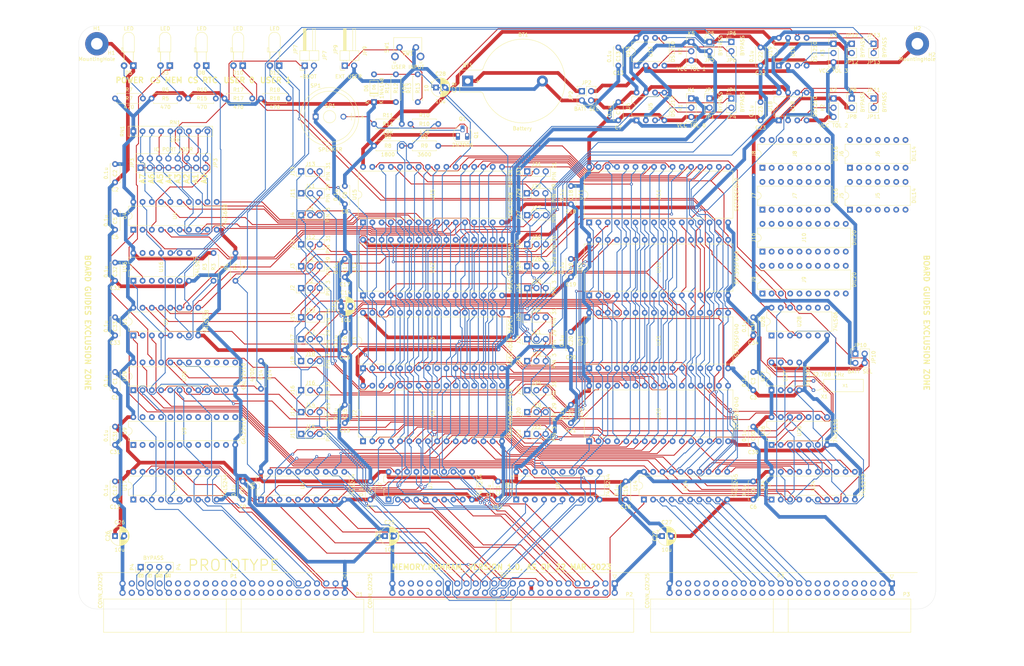
<source format=kicad_pcb>
(kicad_pcb (version 20211014) (generator pcbnew)
  (layers (0 "F.Cu" signal) (31 "B.Cu" signal) (34 "B.Paste" user) (35 "F.Paste" user) (36 "B.SilkS" user "B.Silkscreen") (37 "F.SilkS" user "F.Silkscreen") (38 "B.Mask" user) (39 "F.Mask" user) (44 "Edge.Cuts" user))
  (net 0 "")
  (net 1 "GND")
  (net 2 "VCC")
  (net 3 "Net-(D5-Pad2)")
  (net 4 "Net-(K1-Pad2)")
  (net 5 "Net-(K5-Pad2)")
  (net 6 "Net-(D3-Pad2)")
  (net 7 "Net-(D3-Pad1)")
  (net 8 "Net-(D8-Pad2)")
  (net 9 "Net-(D8-Pad1)")
  (net 10 "Net-(D10-Pad2)")
  (net 11 "Net-(D10-Pad1)")
  (net 12 "Net-(D11-Pad2)")
  (net 13 "Net-(D11-Pad1)")
  (net 14 "Net-(JP3-Pad10)")
  (net 15 "Net-(JP3-Pad8)")
  (net 16 "Net-(JP3-Pad6)")
  (net 17 "Net-(JP3-Pad4)")
  (net 18 "Net-(JP3-Pad2)")
  (net 19 "Net-(Q1-Pad3)")
  (net 20 "Net-(Q1-Pad2)")
  (net 21 "Net-(R10-Pad2)")
  (net 22 "Net-(U27-Pad3)")
  (net 23 "Net-(U27-Pad2)")
  (net 24 "/battery/V2032")
  (net 25 "VCC_SRAM0")
  (net 26 "VBAT2")
  (net 27 "VBAT1")
  (net 28 "~{CEO0}")
  (net 29 "~{CS_RAM0}")
  (net 30 "VCC_SRAM1")
  (net 31 "~{CEO1}")
  (net 32 "~{CS_RAM1}")
  (net 34 "/RTC/VBAT")
  (net 35 "bA14")
  (net 36 "bA15")
  (net 37 "~{bWR}")
  (net 38 "-12V")
  (net 39 "/bus/CRUCLK")
  (net 40 "~{M1}")
  (net 41 "~{MREQ}")
  (net 42 "~{IORQ}")
  (net 43 "~{WR}")
  (net 44 "~{RD}")
  (net 45 "A0")
  (net 46 "A1")
  (net 47 "A2")
  (net 48 "A3")
  (net 49 "A4")
  (net 50 "A5")
  (net 51 "A6")
  (net 52 "A7")
  (net 53 "A8")
  (net 54 "A9")
  (net 55 "A10")
  (net 56 "A11")
  (net 57 "A12")
  (net 58 "A13")
  (net 59 "A14")
  (net 60 "A15")
  (net 61 "+12V")
  (net 62 "D0")
  (net 63 "D1")
  (net 64 "D2")
  (net 65 "D3")
  (net 66 "D4")
  (net 67 "D5")
  (net 68 "D6")
  (net 69 "D7")
  (net 70 "/RTC/SPEAKER")
  (net 71 "bD2")
  (net 72 "bD1")
  (net 73 "bD0")
  (net 74 "bA13")
  (net 75 "bA0")
  (net 76 "bA8")
  (net 77 "bA1")
  (net 78 "bA9")
  (net 79 "bA2")
  (net 80 "bA11")
  (net 81 "bA3")
  (net 82 "~{bRD}")
  (net 83 "bA4")
  (net 84 "bA10")
  (net 85 "bA5")
  (net 86 "bA6")
  (net 87 "bD7")
  (net 88 "bA7")
  (net 89 "bD6")
  (net 90 "bA12")
  (net 91 "bD5")
  (net 92 "bD4")
  (net 93 "bD3")
  (net 94 "~{bIORQ}")
  (net 95 "~{bM1}")
  (net 96 "~{bRESET}")
  (net 97 "~{BUS_EN}")
  (net 98 "~{CS_RTC}")
  (net 99 "~{CS_ROM0}")
  (net 100 "~{bMREQ}")
  (net 101 "/RTC/RTC_DAT_IN")
  (net 102 "/RTC/RTC_CLK_IN")
  (net 103 "/RTC/RTC_WR_EN")
  (net 104 "/RTC/USERLED1")
  (net 105 "/RTC/RTC_RST_IN")
  (net 106 "/RTC/USERLED0")
  (net 107 "~{RTC_WR}")
  (net 108 "~{RTC_RD}")
  (net 109 "/RTC/RTC_DQ")
  (net 110 "ZERO")
  (net 111 "ONE")
  (net 112 "Net-(J2-Pad2)")
  (net 113 "Net-(J3-Pad2)")
  (net 114 "Net-(J4-Pad2)")
  (net 115 "Net-(J11-Pad2)")
  (net 116 "Net-(J12-Pad2)")
  (net 117 "Net-(J13-Pad2)")
  (net 118 "Net-(J14-Pad2)")
  (net 119 "Net-(J15-Pad2)")
  (net 120 "Net-(J16-Pad2)")
  (net 121 "Net-(J17-Pad2)")
  (net 122 "Net-(J18-Pad2)")
  (net 123 "Net-(J19-Pad2)")
  (net 124 "~{BOOT}")
  (net 125 "~{CS_ROM1}")
  (net 126 "Net-(J20-Pad2)")
  (net 127 "Net-(J21-Pad2)")
  (net 128 "Net-(J22-Pad2)")
  (net 129 "Net-(J23-Pad2)")
  (net 130 "Net-(J24-Pad2)")
  (net 131 "Net-(J25-Pad2)")
  (net 132 "Net-(J26-Pad2)")
  (net 133 "Net-(J27-Pad2)")
  (net 134 "Net-(J28-Pad2)")
  (net 135 "Net-(J29-Pad2)")
  (net 136 "Net-(J30-Pad2)")
  (net 137 "Net-(J31-Pad2)")
  (net 138 "Net-(JP3-Pad16)")
  (net 139 "Net-(JP3-Pad14)")
  (net 140 "Net-(JP3-Pad12)")
  (net 141 "A16")
  (net 142 "A17")
  (net 143 "A18")
  (net 144 "A19")
  (net 145 "A20")
  (net 146 "A21")
  (net 147 "bA17")
  (net 148 "bA16")
  (net 149 "bA18")
  (net 150 "~{IO_EN}")
  (net 151 "bA20")
  (net 152 "bA21")
  (net 153 "bA19")
  (net 154 "~{CS_ROM2}")
  (net 155 "~{CS_ROM3}")
  (net 156 "~{CS_RAM2}")
  (net 157 "~{CS_RAM3}")
  (net 158 "~{MEM_EN}")
  (net 159 "~{CS_MEM}")
  (net 160 "VCC_SRAM2")
  (net 161 "~{CEO2}")
  (net 162 "VCC_SRAM3")
  (net 163 "~{CEO3}")
  (net 164 "Net-(K2-Pad2)")
  (net 165 "Net-(K3-Pad2)")
  (net 166 "~{IEO}")
  (net 167 "~{IEI}")
  (net 168 "~{BAO}")
  (net 169 "~{BAI}")
  (net 170 "/RTC/USERBUTN")
  (net 270 "Net-(JP9-Pad1)")
  (net 271 "/bus/E")
  (net 272 "/bus/ST")
  (net 273 "/bus/PHI")
  (net 274 "/bus/~{INT2}")
  (net 275 "/bus/~{INT1}")
  (net 276 "/bus/~{BUSACK}")
  (net 277 "/bus/~{RES_IN}")
  (net 278 "/bus/CLK")
  (net 279 "/bus/CRUOUT")
  (net 280 "/bus/~{INT0}")
  (net 281 "/bus/CRUIN")
  (net 282 "/bus/~{NMI}")
  (net 283 "~{RES_OUT}")
  (net 284 "/bus/USER8")
  (net 285 "/bus/~{BUSRQ}")
  (net 286 "/bus/USER7")
  (net 287 "/bus/~{WAIT}")
  (net 288 "/bus/USER6")
  (net 289 "/bus/~{HALT}")
  (net 290 "/bus/USER5")
  (net 291 "/bus/~{RFSH}")
  (net 292 "/bus/USER4")
  (net 293 "/bus/~{EIRQ7}")
  (net 294 "/bus/USER3")
  (net 295 "/bus/~{EIRQ6}")
  (net 296 "/bus/USER2")
  (net 297 "/bus/~{EIRQ5}")
  (net 298 "/bus/USER1")
  (net 299 "/bus/~{EIRQ4}")
  (net 300 "/bus/USER0")
  (net 301 "/bus/~{EIRQ3}")
  (net 302 "/bus/~{EIRQ2}")
  (net 303 "/bus/~{EIRQ1}")
  (net 304 "/bus/~{EIRQ0}")
  (net 305 "/bus/I2C_RX")
  (net 306 "/bus/I2C_TX")
  (net 307 "/bus/A31")
  (net 308 "/bus/A30")
  (net 309 "/bus/A29")
  (net 310 "/bus/A28")
  (net 311 "/bus/A27")
  (net 312 "/bus/A26")
  (net 313 "/bus/A25")
  (net 314 "/bus/A24")
  (net 315 "/bus/A23")
  (net 316 "/bus/A22")
  (net 317 "/bus/IC3")
  (net 318 "/bus/~{TEND1}")
  (net 319 "/bus/IC2")
  (net 320 "/bus/~{DREQ1}")
  (net 321 "/bus/IC1")
  (net 322 "/bus/~{TEND0}")
  (net 323 "/bus/IC0")
  (net 324 "/bus/~{DREQ0}")
  (net 325 "/bus/AUXCLK1")
  (net 326 "/bus/AUXCLK0")
  (net 327 "/bus/D15")
  (net 328 "/bus/D31")
  (net 329 "/bus/D14")
  (net 330 "/bus/D30")
  (net 331 "/bus/D13")
  (net 332 "/bus/D29")
  (net 333 "/bus/D12")
  (net 334 "/bus/D28")
  (net 335 "/bus/D11")
  (net 336 "/bus/D27")
  (net 337 "/bus/D10")
  (net 338 "/bus/D26")
  (net 339 "/bus/D9")
  (net 340 "/bus/D25")
  (net 341 "/bus/D8")
  (net 342 "/bus/D24")
  (net 343 "/bus/D23")
  (net 344 "/bus/D22")
  (net 345 "/bus/D21")
  (net 346 "/bus/D20")
  (net 347 "/bus/D19")
  (net 348 "/bus/D18")
  (net 349 "/bus/D17")
  (net 350 "/bus/D16")
  (net 351 "/bus/~{BUSERR}")
  (net 352 "/bus/UDS")
  (net 353 "/bus/~{VPA}")
  (net 354 "/bus/LDS")
  (net 355 "/bus/~{VMA}")
  (net 356 "/bus/S2")
  (net 357 "/bus/~{BHE}")
  (net 358 "/bus/S1")
  (net 359 "/bus/IPL2")
  (net 360 "/bus/S0")
  (net 361 "/bus/IPL1")
  (net 362 "/bus/AUXCLK3")
  (net 363 "/bus/IPL0")
  (net 364 "/bus/AUXCLK2")
  (footprint "Connector_IDC:IDC-Header_2x25_P2.54mm_Horizontal" (layer "F.Cu") (at 258 223 -90)
    (fp_text reference "P3")
    (fp_text value "CONN_02X25")
  )
  (footprint "MountingHole:MountingHole_3.2mm_M3_Pad" (layer "F.Cu") (at 40 75)
    (fp_text reference "H1")
    (fp_text value "MountingHole")
  )
  (footprint "MountingHole:MountingHole_3.2mm_M3_Pad" (layer "F.Cu") (at 265 75)
    (fp_text reference "H2")
    (fp_text value "MountingHole")
  )
  (footprint "Resistor_THT:R_Axial_DIN0207_L6.3mm_D2.5mm_P7.62mm_Horizontal" (layer "F.Cu") (at 78 140 90)
    (fp_text reference "R4")
    (fp_text value "0")
  )
  (footprint "Capacitor_THT:C_Disc_D5.0mm_W2.5mm_P5.00mm" (layer "F.Cu") (at 108 173.9952 -90)
    (fp_text reference "C15")
    (fp_text value "0.1u")
  )
  (footprint "Capacitor_THT:C_Disc_D5.0mm_W2.5mm_P5.00mm" (layer "F.Cu") (at 108 154 -90)
    (fp_text reference "C16")
    (fp_text value "0.1u")
  )
  (footprint "Capacitor_THT:C_Disc_D5.0mm_W2.5mm_P5.00mm" (layer "F.Cu") (at 150 195 -90)
    (fp_text reference "C11")
    (fp_text value "0.1u")
  )
  (footprint "Capacitor_THT:C_Disc_D5.0mm_W2.5mm_P5.00mm" (layer "F.Cu") (at 45 195 -90)
    (fp_text reference "C12")
    (fp_text value "0.1u")
  )
  (footprint "Capacitor_THT:C_Disc_D5.0mm_W2.5mm_P5.00mm" (layer "F.Cu") (at 45 165 -90)
    (fp_text reference "C1")
    (fp_text value "0.1u")
  )
  (footprint "Capacitor_THT:C_Disc_D5.0mm_W2.5mm_P5.00mm" (layer "F.Cu") (at 115 195 -90)
    (fp_text reference "C4")
    (fp_text value "0.1u")
  )
  (footprint "Capacitor_THT:C_Disc_D5.0mm_W2.5mm_P5.00mm" (layer "F.Cu") (at 80 195 -90)
    (fp_text reference "C9")
    (fp_text value "0.1u")
  )
  (footprint "Capacitor_THT:CP_Radial_D5.0mm_P2.50mm" (layer "F.Cu") (at 119 210)
    (fp_text reference "C25")
    (fp_text value "10u")
  )
  (footprint "Capacitor_THT:CP_Radial_D5.0mm_P2.50mm" (layer "F.Cu") (at 45 210)
    (fp_text reference "C26")
    (fp_text value "10u")
  )
  (footprint "LED_THT:LED_D3.0mm_Horizontal_O3.81mm_Z2.0mm" (layer "F.Cu") (at 50 81 180)
    (fp_text reference "D5")
    (fp_text value "LED")
  )
  (footprint "Resistor_THT:R_Axial_DIN0207_L6.3mm_D2.5mm_P7.62mm_Horizontal" (layer "F.Cu") (at 45 90)
    (fp_text reference "R7")
    (fp_text value "470")
  )
  (footprint "Package_DIP:DIP-20_W7.62mm" (layer "F.Cu") (at 85 200 90)
    (fp_text reference "U6")
    (fp_text value "74LS244")
  )
  (footprint "Package_DIP:DIP-32_W15.24mm" (layer "F.Cu") (at 113 184 90)
    (fp_text reference "U2")
    (fp_text value "AS6C4008-55PCN")
  )
  (footprint "Package_DIP:DIP-32_W15.24mm" (layer "F.Cu") (at 113 164 90)
    (fp_text reference "U3")
    (fp_text value "AS6C4008-55PCN")
  )
  (footprint "Package_DIP:DIP-20_W7.62mm" (layer "F.Cu") (at 50 200 90)
    (fp_text reference "U17")
    (fp_text value "74LS244")
  )
  (footprint "Package_DIP:DIP-14_W7.62mm" (layer "F.Cu") (at 50 140 90)
    (fp_text reference "U16")
    (fp_text value "74LS07")
  )
  (footprint "Capacitor_THT:C_Disc_D5.0mm_W2.5mm_P5.00mm" (layer "F.Cu") (at 185 195 -90)
    (fp_text reference "C10")
    (fp_text value "0.1u")
  )
  (footprint "Package_DIP:DIP-20_W7.62mm" (layer "F.Cu") (at 120 200 90)
    (fp_text reference "U7")
    (fp_text value "74LS244")
  )
  (footprint "Resistor_THT:R_Axial_DIN0207_L6.3mm_D2.5mm_P7.62mm_Horizontal" (layer "F.Cu") (at 72 140 90)
    (fp_text reference "R3")
    (fp_text value "0")
  )
  (footprint "Package_DIP:DIP-20_W7.62mm" (layer "F.Cu") (at 50 126 90)
    (fp_text reference "U4")
    (fp_text value "74LS688")
  )
  (footprint "Resistor_THT:R_Array_SIP9" (layer "F.Cu") (at 50 99)
    (fp_text reference "RN1")
    (fp_text value "10K")
  )
  (footprint "Capacitor_THT:C_Disc_D5.0mm_W2.5mm_P5.00mm" (layer "F.Cu") (at 45 121 -90)
    (fp_text reference "C5")
    (fp_text value "0.1u")
  )
  (footprint "Connector_PinHeader_2.54mm:PinHeader_2x08_P2.54mm_Vertical" (layer "F.Cu") (at 52 109 90)
    (fp_text reference "JP3")
    (fp_text value "IO PORT ADDR")
  )
  (footprint "Capacitor_THT:C_Disc_D5.0mm_W2.5mm_P5.00mm" (layer "F.Cu") (at 45 108 -90)
    (fp_text reference "C2")
    (fp_text value "0.1u")
  )
  (footprint "Capacitor_THT:C_Disc_D5.0mm_W2.5mm_P5.00mm" (layer "F.Cu") (at 220 165 -90)
    (fp_text reference "C3")
    (fp_text value "0.1u")
  )
  (footprint "Capacitor_THT:CP_Radial_D5.0mm_P2.50mm" (layer "F.Cu") (at 195 210)
    (fp_text reference "C27")
    (fp_text value "10u")
  )
  (footprint "Capacitor_THT:CP_Radial_D5.0mm_P2.50mm" (layer "F.Cu") (at 133 87)
    (fp_text reference "C28")
    (fp_text value "10u")
  )
  (footprint "Capacitor_THT:C_Disc_D5.0mm_W2.5mm_P5.00mm" (layer "F.Cu") (at 220 180 -90)
    (fp_text reference "C30")
    (fp_text value "0.1u")
  )
  (footprint "Capacitor_THT:C_Disc_D5.0mm_W2.5mm_P5.00mm" (layer "F.Cu") (at 45 135 -90)
    (fp_text reference "C32")
    (fp_text value "0.1u")
  )
  (footprint "Capacitor_THT:C_Disc_D5.0mm_W2.5mm_P5.00mm" (layer "F.Cu") (at 45 150 -90)
    (fp_text reference "C33")
    (fp_text value "0.1u")
  )
  (footprint "Capacitor_THT:C_Disc_D5.0mm_W2.5mm_P5.00mm" (layer "F.Cu") (at 220 150 -90)
    (fp_text reference "C34")
    (fp_text value "0.1u")
  )
  (footprint "LED_THT:LED_D3.0mm_Horizontal_O3.81mm_Z2.0mm" (layer "F.Cu") (at 70 81 180)
    (fp_text reference "D8")
    (fp_text value "LED")
  )
  (footprint "LED_THT:LED_D3.0mm_Horizontal_O3.81mm_Z2.0mm" (layer "F.Cu") (at 80 81 180)
    (fp_text reference "D10")
    (fp_text value "LED")
  )
  (footprint "LED_THT:LED_D3.0mm_Horizontal_O3.81mm_Z2.0mm" (layer "F.Cu") (at 90 81 180)
    (fp_text reference "D11")
    (fp_text value "LED")
  )
  (footprint "Connector_PinHeader_2.54mm:PinHeader_1x02_P2.54mm_Horizontal" (layer "F.Cu") (at 108 81 90)
    (fp_text reference "JP9")
    (fp_text value "EXT USER")
  )
  (footprint "Connector_PinHeader_2.54mm:PinHeader_2x02_P2.54mm_Vertical" (layer "F.Cu") (at 248 160)
    (fp_text reference "JP10")
    (fp_text value "BATT SEL")
  )
  (footprint "Connector_IDC:IDC-Header_2x25_P2.54mm_Horizontal" (layer "F.Cu") (at 108 223 -90)
    (fp_text reference "P1")
    (fp_text value "CONN_02X25")
  )
  (footprint "Connector_IDC:IDC-Header_2x25_P2.54mm_Horizontal" (layer "F.Cu") (at 182 223 -90)
    (fp_text reference "P2")
    (fp_text value "CONN_02X25")
  )
  (footprint "Package_TO_SOT_THT:TO-92_HandSolder" (layer "F.Cu") (at 139 100)
    (fp_text reference "Q1")
    (fp_text value "2N3906")
  )
  (footprint "Resistor_THT:R_Axial_DIN0207_L6.3mm_D2.5mm_P7.62mm_Horizontal" (layer "F.Cu") (at 116 103)
    (fp_text reference "R8")
    (fp_text value "1800")
  )
  (footprint "Resistor_THT:R_Axial_DIN0207_L6.3mm_D2.5mm_P7.62mm_Horizontal" (layer "F.Cu") (at 126 103)
    (fp_text reference "R9")
    (fp_text value "3600")
  )
  (footprint "Resistor_THT:R_Axial_DIN0207_L6.3mm_D2.5mm_P7.62mm_Horizontal" (layer "F.Cu") (at 126 97)
    (fp_text reference "R10")
    (fp_text value "120")
  )
  (footprint "Resistor_THT:R_Axial_DIN0207_L6.3mm_D2.5mm_P7.62mm_Horizontal" (layer "F.Cu") (at 116 97)
    (fp_text reference "R11")
    (fp_text value "10K")
  )
  (footprint "Resistor_THT:R_Axial_DIN0207_L6.3mm_D2.5mm_P7.62mm_Horizontal" (layer "F.Cu") (at 122 91 90)
    (fp_text reference "R12")
    (fp_text value "10K")
  )
  (footprint "Resistor_THT:R_Axial_DIN0207_L6.3mm_D2.5mm_P7.62mm_Horizontal" (layer "F.Cu") (at 128 91 90)
    (fp_text reference "R13")
    (fp_text value "10")
  )
  (footprint "Resistor_THT:R_Axial_DIN0207_L6.3mm_D2.5mm_P7.62mm_Horizontal" (layer "F.Cu") (at 65 90)
    (fp_text reference "R15")
    (fp_text value "470")
  )
  (footprint "Resistor_THT:R_Axial_DIN0207_L6.3mm_D2.5mm_P7.62mm_Horizontal" (layer "F.Cu") (at 75 90)
    (fp_text reference "R17")
    (fp_text value "470")
  )
  (footprint "Resistor_THT:R_Axial_DIN0207_L6.3mm_D2.5mm_P7.62mm_Horizontal" (layer "F.Cu") (at 85 90)
    (fp_text reference "R18")
    (fp_text value "470")
  )
  (footprint "Buzzer_Beeper:MagneticBuzzer_StarMicronics_HMB-06_HMB-12" (layer "F.Cu") (at 100 95)
    (fp_text reference "SP1")
    (fp_text value "SPEAKER")
  )
  (footprint "Button_Switch_THT:SW_Tactile_SPST_Angled_PTS645Vx58-2LFS" (layer "F.Cu") (at 123 76)
    (fp_text reference "SW1")
    (fp_text value "USER INPUT")
  )
  (footprint "Package_DIP:DIP-20_W7.62mm" (layer "F.Cu") (at 225 200 90)
    (fp_text reference "U24")
    (fp_text value "74LS273")
  )
  (footprint "Package_DIP:DIP-14_W7.62mm" (layer "F.Cu") (at 225 185 90)
    (fp_text reference "U26")
    (fp_text value "74LS125")
  )
  (footprint "Package_DIP:DIP-8_W7.62mm" (layer "F.Cu") (at 225 170 90)
    (fp_text reference "U27")
    (fp_text value "DS1302")
  )
  (footprint "Package_DIP:DIP-14_W7.62mm" (layer "F.Cu") (at 225 155 90)
    (fp_text reference "U28")
    (fp_text value "74LS06")
  )
  (footprint "Crystal:Crystal_AT310_D3.0mm_L10.0mm_Horizontal" (layer "F.Cu") (at 236.5 170 90)
    (fp_text reference "X1")
    (fp_text value "32.768 KHz")
  )
  (footprint "Package_DIP:DIP-20_W7.62mm" (layer "F.Cu") (at 190 200 90)
    (fp_text reference "U14")
    (fp_text value "74LS245")
  )
  (footprint "Connector_PinHeader_2.54mm:PinHeader_1x02_P2.54mm_Vertical" (layer "F.Cu") (at 214 90)
    (fp_text reference "JP4")
    (fp_text value "BYPASS")
  )
  (footprint "Connector_PinHeader_2.54mm:PinHeader_1x02_P2.54mm_Vertical" (layer "F.Cu") (at 208 74.5)
    (fp_text reference "JP5")
    (fp_text value "BYPASS")
  )
  (footprint "Connector_PinHeader_2.54mm:PinHeader_1x03_P2.54mm_Vertical" (layer "F.Cu") (at 203 74.5)
    (fp_text reference "K5")
    (fp_text value "VCC TOL 1")
  )
  (footprint "Connector_PinHeader_2.54mm:PinHeader_1x02_P2.54mm_Vertical" (layer "F.Cu") (at 214 74.5)
    (fp_text reference "JP6")
    (fp_text value "BYPASS")
  )
  (footprint "Connector_PinHeader_2.54mm:PinHeader_1x02_P2.54mm_Vertical" (layer "F.Cu") (at 208 90)
    (fp_text reference "JP1")
    (fp_text value "BYPASS")
  )
  (footprint "Capacitor_THT:C_Disc_D5.0mm_W2.5mm_P5.00mm" (layer "F.Cu") (at 183 91 -90)
    (fp_text reference "C7")
    (fp_text value "0.1u")
  )
  (footprint "Connector_PinHeader_2.54mm:PinHeader_1x03_P2.54mm_Vertical" (layer "F.Cu") (at 203 90)
    (fp_text reference "K1")
    (fp_text value "VCC TOL 0")
  )
  (footprint "Package_DIP:DIP-8_W7.62mm" (layer "F.Cu") (at 188 96 90)
    (fp_text reference "U5")
    (fp_text value "DS1210")
  )
  (footprint "Package_DIP:DIP-8_W7.62mm" (layer "F.Cu") (at 188 81 90)
    (fp_text reference "U13")
    (fp_text value "DS1210")
  )
  (footprint "Connector_PinHeader_2.54mm:PinHeader_2x02_P2.54mm_Vertical" (layer "F.Cu") (at 173 88)
    (fp_text reference "JP2")
    (fp_text value "BATT SEL")
  )
  (footprint "Diode_THT:D_DO-35_SOD27_P7.62mm_Horizontal" (layer "F.Cu") (at 116 91 90)
    (fp_text reference "D6")
    (fp_text value "1N4148")
  )
  (footprint "Capacitor_THT:C_Disc_D5.0mm_W2.5mm_P5.00mm" (layer "F.Cu") (at 220 195 -90)
    (fp_text reference "C6")
    (fp_text value "0.1u")
  )
  (footprint "Capacitor_THT:C_Disc_D5.0mm_W2.5mm_P5.00mm" (layer "F.Cu") (at 183 76 -90)
    (fp_text reference "C13")
    (fp_text value "0.1u")
  )
  (footprint "Capacitor_THT:C_Disc_D5.0mm_W2.5mm_P5.00mm" (layer "F.Cu") (at 108 134 -90)
    (fp_text reference "C17")
    (fp_text value "0.1u")
  )
  (footprint "Capacitor_THT:C_Disc_D5.0mm_W2.5mm_P5.00mm" (layer "F.Cu") (at 45 180 -90)
    (fp_text reference "C31")
    (fp_text value "0.1u")
  )
  (footprint "Package_DIP:DIP-24_W7.62mm" (layer "F.Cu") (at 50 170 90)
    (fp_text reference "U29")
    (fp_text value "GAL22V10")
  )
  (footprint "Capacitor_THT:C_Disc_D5.0mm_W2.5mm_P5.00mm" (layer "F.Cu") (at 108 114 -90)
    (fp_text reference "C8")
    (fp_text value "0.1u")
  )
  (footprint "Package_DIP:DIP-14_W7.62mm" (layer "F.Cu") (at 246.5 120.5 90)
    (fp_text reference "J5")
    (fp_text value "DIL14")
  )
  (footprint "Package_DIP:DIP-14_W7.62mm" (layer "F.Cu") (at 246.5 109 90)
    (fp_text reference "J6")
    (fp_text value "DIL14")
  )
  (footprint "Package_DIP:DIP-16_W7.62mm" (layer "F.Cu") (at 222.5 120.5 90)
    (fp_text reference "J7")
    (fp_text value "DIL16")
  )
  (footprint "Package_DIP:DIP-20_W7.62mm" (layer "F.Cu") (at 222.5 143.5 90)
    (fp_text reference "J9")
    (fp_text value "DIL20")
  )
  (footprint "Package_DIP:DIP-20_W7.62mm" (layer "F.Cu") (at 222.5 132 90)
    (fp_text reference "J10")
    (fp_text value "DIL20")
  )
  (footprint "Package_DIP:DIP-16_W7.62mm" (layer "F.Cu") (at 222.5 109 90)
    (fp_text reference "J8")
    (fp_text value "DIL16")
  )
  (footprint "Package_DIP:DIP-24_W7.62mm" (layer "F.Cu") (at 50 185 90)
    (fp_text reference "U9")
    (fp_text value "GAL22V10")
  )
  (footprint "Connector_PinHeader_2.54mm:PinHeader_1x03_P2.54mm_Vertical" (layer "F.Cu") (at 96 142 90)
    (fp_text reference "J2")
    (fp_text value "PIN 3")
  )
  (footprint "Connector_PinHeader_2.54mm:PinHeader_1x03_P2.54mm_Vertical" (layer "F.Cu") (at 96 136 90)
    (fp_text reference "J3")
    (fp_text value "PIN 29")
  )
  (footprint "Connector_PinHeader_2.54mm:PinHeader_1x03_P2.54mm_Vertical" (layer "F.Cu") (at 96 122 90)
    (fp_text reference "J4")
    (fp_text value "PIN 3")
  )
  (footprint "Connector_PinHeader_2.54mm:PinHeader_1x03_P2.54mm_Vertical" (layer "F.Cu") (at 96 116 90)
    (fp_text reference "J11")
    (fp_text value "PIN 29")
  )
  (footprint "Connector_PinHeader_2.54mm:PinHeader_1x03_P2.54mm_Vertical" (layer "F.Cu") (at 96 130 90)
    (fp_text reference "J12")
    (fp_text value "PIN 31")
  )
  (footprint "Connector_PinHeader_2.54mm:PinHeader_1x03_P2.54mm_Vertical" (layer "F.Cu") (at 96 110 90)
    (fp_text reference "J13")
    (fp_text value "PIN 31")
  )
  (footprint "Connector_PinHeader_2.54mm:PinHeader_1x03_P2.54mm_Vertical" (layer "F.Cu") (at 96 182 90)
    (fp_text reference "J15")
    (fp_text value "PIN 3")
  )
  (footprint "Connector_PinHeader_2.54mm:PinHeader_1x03_P2.54mm_Vertical" (layer "F.Cu") (at 96 170 90)
    (fp_text reference "J16")
    (fp_text value "PIN 31")
  )
  (footprint "Connector_PinHeader_2.54mm:PinHeader_1x03_P2.54mm_Vertical" (layer "F.Cu") (at 96 150 90)
    (fp_text reference "J19")
    (fp_text value "PIN 31")
  )
  (footprint "Connector_PinHeader_2.54mm:PinHeader_1x03_P2.54mm_Vertical" (layer "F.Cu") (at 96 162 90)
    (fp_text reference "J18")
    (fp_text value "PIN 3")
  )
  (footprint "Connector_PinHeader_2.54mm:PinHeader_1x03_P2.54mm_Vertical" (layer "F.Cu") (at 96 156 90)
    (fp_text reference "J17")
    (fp_text value "PIN 29")
  )
  (footprint "Connector_PinHeader_2.54mm:PinHeader_1x03_P2.54mm_Vertical" (layer "F.Cu") (at 96 176 90)
    (fp_text reference "J14")
    (fp_text value "PIN 29")
  )
  (footprint "Connector_PinHeader_2.54mm:PinHeader_1x02_P2.54mm_Horizontal" (layer "F.Cu") (at 97 81 90)
    (fp_text reference "JP7")
    (fp_text value "~BOOT")
  )
  (footprint "Resistor_THT:R_Axial_DIN0207_L6.3mm_D2.5mm_P7.62mm_Horizontal" (layer "F.Cu") (at 85 162 -90)
    (fp_text reference "R14")
    (fp_text value "4700")
  )
  (footprint "Connector_PinHeader_2.54mm:PinHeader_1x03_P2.54mm_Vertical" (layer "F.Cu") (at 158 176 90)
    (fp_text reference "J20")
    (fp_text value "PIN 29")
  )
  (footprint "Connector_PinHeader_2.54mm:PinHeader_1x03_P2.54mm_Vertical" (layer "F.Cu") (at 158 156 90)
    (fp_text reference "J21")
    (fp_text value "PIN 29")
  )
  (footprint "Connector_PinHeader_2.54mm:PinHeader_1x03_P2.54mm_Vertical" (layer "F.Cu") (at 158 182 90)
    (fp_text reference "J22")
    (fp_text value "PIN 3")
  )
  (footprint "Connector_PinHeader_2.54mm:PinHeader_1x03_P2.54mm_Vertical" (layer "F.Cu") (at 158 162 90)
    (fp_text reference "J23")
    (fp_text value "PIN 3")
  )
  (footprint "Connector_PinHeader_2.54mm:PinHeader_1x03_P2.54mm_Vertical" (layer "F.Cu") (at 158 170 90)
    (fp_text reference "J24")
    (fp_text value "PIN 31")
  )
  (footprint "Connector_PinHeader_2.54mm:PinHeader_1x03_P2.54mm_Vertical" (layer "F.Cu") (at 158 150 90)
    (fp_text reference "J25")
    (fp_text value "PIN 31")
  )
  (footprint "Connector_PinHeader_2.54mm:PinHeader_1x03_P2.54mm_Vertical" (layer "F.Cu") (at 158 122 90)
    (fp_text reference "J27")
    (fp_text value "PIN 3")
  )
  (footprint "Connector_PinHeader_2.54mm:PinHeader_1x03_P2.54mm_Vertical" (layer "F.Cu") (at 158 136 90)
    (fp_text reference "J28")
    (fp_text value "PIN 29")
  )
  (footprint "Connector_PinHeader_2.54mm:PinHeader_1x03_P2.54mm_Vertical" (layer "F.Cu") (at 157.92 116 90)
    (fp_text reference "J29")
    (fp_text value "PIN 29")
  )
  (footprint "Connector_PinHeader_2.54mm:PinHeader_1x03_P2.54mm_Vertical" (layer "F.Cu") (at 158 130 90)
    (fp_text reference "J30")
    (fp_text value "PIN 31")
  )
  (footprint "Connector_PinHeader_2.54mm:PinHeader_1x03_P2.54mm_Vertical" (layer "F.Cu") (at 158 110 90)
    (fp_text reference "J31")
    (fp_text value "PIN 31")
  )
  (footprint "Package_DIP:DIP-20_W7.62mm" (layer "F.Cu") (at 155 200 90)
    (fp_text reference "U8")
    (fp_text value "74LS244")
  )
  (footprint "Package_DIP:DIP-32_W15.24mm" (layer "F.Cu") (at 175 144 90)
    (fp_text reference "U10")
    (fp_text value "SST39SF040")
  )
  (footprint "Package_DIP:DIP-32_W15.24mm" (layer "F.Cu") (at 175 124 90)
    (fp_text reference "U11")
    (fp_text value "SST39SF040")
  )
  (footprint "Package_DIP:DIP-32_W15.24mm" (layer "F.Cu") (at 113 144 90)
    (fp_text reference "U12")
    (fp_text value "AS6C4008-55PCN")
  )
  (footprint "Package_DIP:DIP-16_W7.62mm" (layer "F.Cu") (at 50 155 90)
    (fp_text reference "U1")
    (fp_text value "74LS138")
  )
  (footprint "Package_DIP:DIP-32_W15.24mm" (layer "F.Cu") (at 113 124 90)
    (fp_text reference "U15")
    (fp_text value "AS6C4008-55PCN")
  )
  (footprint "Connector_PinHeader_2.54mm:PinHeader_1x03_P2.54mm_Vertical" (layer "F.Cu") (at 158 142 90)
    (fp_text reference "J26")
    (fp_text value "PIN 3")
  )
  (footprint "Capacitor_THT:CP_Radial_D5.0mm_P2.50mm" (layer "F.Cu") (at 107 147)
    (fp_text reference "C14")
    (fp_text value "10u")
  )
  (footprint "Package_DIP:DIP-32_W15.24mm" (layer "F.Cu") (at 175 164 90)
    (fp_text reference "U21")
    (fp_text value "SST39SF040")
  )
  (footprint "Package_DIP:DIP-32_W15.24mm" (layer "F.Cu") (at 175 184 90)
    (fp_text reference "U20")
    (fp_text value "SST39SF040")
  )
  (footprint "Capacitor_THT:C_Disc_D5.0mm_W2.5mm_P5.00mm" (layer "F.Cu") (at 170 114 -90)
    (fp_text reference "C18")
    (fp_text value "0.1u")
  )
  (footprint "Capacitor_THT:C_Disc_D5.0mm_W2.5mm_P5.00mm" (layer "F.Cu") (at 170 134 -90)
    (fp_text reference "C19")
    (fp_text value "0.1u")
  )
  (footprint "Capacitor_THT:C_Disc_D5.0mm_W2.5mm_P5.00mm" (layer "F.Cu") (at 170 154 -90)
    (fp_text reference "C20")
    (fp_text value "0.1u")
  )
  (footprint "Capacitor_THT:C_Disc_D5.0mm_W2.5mm_P5.00mm" (layer "F.Cu") (at 170 174 -90)
    (fp_text reference "C21")
    (fp_text value "0.1u")
  )
  (footprint "Connector_PinHeader_2.54mm:PinHeader_1x02_P2.54mm_Vertical" (layer "F.Cu") (at 247 90)
    (fp_text reference "JP8")
    (fp_text value "BYPASS")
  )
  (footprint "Connector_PinHeader_2.54mm:PinHeader_1x02_P2.54mm_Vertical" (layer "F.Cu") (at 253 90)
    (fp_text reference "JP11")
    (fp_text value "BYPASS")
  )
  (footprint "Connector_PinHeader_2.54mm:PinHeader_1x02_P2.54mm_Vertical" (layer "F.Cu") (at 247 75)
    (fp_text reference "JP12")
    (fp_text value "BYPASS")
  )
  (footprint "Connector_PinHeader_2.54mm:PinHeader_1x02_P2.54mm_Vertical" (layer "F.Cu") (at 253 75)
    (fp_text reference "JP13")
    (fp_text value "BYPASS")
  )
  (footprint "Connector_PinHeader_2.54mm:PinHeader_1x03_P2.54mm_Vertical" (layer "F.Cu") (at 242 90)
    (fp_text reference "K2")
    (fp_text value "VCC TOL 2")
  )
  (footprint "Connector_PinHeader_2.54mm:PinHeader_1x03_P2.54mm_Vertical" (layer "F.Cu") (at 242 75)
    (fp_text reference "K3")
    (fp_text value "VCC TOL 3")
  )
  (footprint "Package_DIP:DIP-8_W7.62mm" (layer "F.Cu") (at 227 96 90)
    (fp_text reference "U18")
    (fp_text value "DS1210")
  )
  (footprint "Package_DIP:DIP-8_W7.62mm" (layer "F.Cu") (at 227 81 90)
    (fp_text reference "U19")
    (fp_text value "DS1210")
  )
  (footprint "Capacitor_THT:C_Disc_D5.0mm_W2.5mm_P5.00mm" (layer "F.Cu") (at 222 76 -90)
    (fp_text reference "C22")
    (fp_text value "0.1u")
  )
  (footprint "Capacitor_THT:C_Disc_D5.0mm_W2.5mm_P5.00mm" (layer "F.Cu") (at 222 91 -90)
    (fp_text reference "C23")
    (fp_text value "0.1u")
  )
  (footprint "LED_THT:LED_D3.0mm_Horizontal_O3.81mm_Z2.0mm" (layer "F.Cu") (at 60 81 180)
    (fp_text reference "D3")
    (fp_text value "LED")
  )
  (footprint "Connector_PinHeader_2.54mm:PinHeader_1x04_P2.54mm_Vertical" (layer "F.Cu") (at 52 218.5 90)
    (fp_text reference "P4")
    (fp_text value "BYPASS")
  )
  (footprint "Resistor_THT:R_Axial_DIN0207_L6.3mm_D2.5mm_P7.62mm_Horizontal" (layer "F.Cu") (at 55 90)
    (fp_text reference "R5")
    (fp_text value "470")
  )
  (footprint "Battery:BatteryHolder_Keystone_103_1x20mm" (layer "F.Cu") (at 141.68 85.22)
    (fp_text reference "BT1")
    (fp_text value "Battery")
  )
  (gr_line (start 40 220) (end 265 220) (layer "F.SilkS") (width 0.12))
  (gr_line (start 35 75) (end 35 225) (layer "Edge.Cuts") (width 0.05))
  (gr_line (start 40 230) (end 265 230) (layer "Edge.Cuts") (width 0.05))
  (gr_line (start 270 225) (end 270 75) (layer "Edge.Cuts") (width 0.05))
  (gr_line (start 265 70) (end 40 70) (layer "Edge.Cuts") (width 0.05))
  (gr_arc (start 40 230) (mid 36.464466 228.535534) (end 35 225) (layer "Edge.Cuts") (width 0.05))
  (gr_arc (start 35 75) (mid 36.464466 71.464466) (end 40 70) (layer "Edge.Cuts") (width 0.05))
  (gr_arc (start 270 225) (mid 268.535534 228.535534) (end 265 230) (layer "Edge.Cuts") (width 0.05))
  (gr_arc (start 265 70) (mid 268.535534 71.464466) (end 270 75) (layer "Edge.Cuts") (width 0.05))
  (gr_text "BOARD GUIDES EXCLUSION ZONE" (at 267.5 151.5 270) (layer "F.SilkS") (effects (font (size 1.5 1.5) (thickness 0.3))))
  (gr_text "BOARD GUIDES EXCLUSION ZONE" (at 37.5 151.5 270) (layer "F.SilkS") (effects (font (size 1.5 1.5) (thickness 0.3))))
  (gr_text "A7\nA6\nA5\nA4\nA3\nA2\nA1\nA0" (at 61 112 90) (layer "F.SilkS") (effects (font (size 1.5 1.5) (thickness 0.3))))
  (gr_text "CS RTC" (at 69 85) (layer "F.SilkS") (effects (font (size 1.5 1.5) (thickness 0.3))))
  (gr_text "USER 0" (at 79 85) (layer "F.SilkS") (effects (font (size 1.5 1.5) (thickness 0.3))))
  (gr_text "USER 1" (at 89 85) (layer "F.SilkS") (effects (font (size 1.5 1.5) (thickness 0.3))))
  (gr_text "~{IEI}" (at 54.5 221) (layer "F.SilkS") (effects (font (size 0.7 0.7) (thickness 0.175))))
  (gr_text "~{BAO}" (at 57 221) (layer "F.SilkS") (effects (font (size 0.7 0.7) (thickness 0.175))))
  (gr_text "~{BAI}" (at 59.5 221) (layer "F.SilkS") (effects (font (size 0.7 0.7) (thickness 0.175))))
  (gr_text "PROTOTYPE" (at 77.5 218) (layer "F.SilkS") (effects (font (size 3 3) (thickness 0.3))))
  (gr_text "MEMORY.ROMRAM, VERSION 1.0, AS OF 22 MAR 2023" (at 151 218.5) (layer "F.SilkS") (effects (font (size 1.5 1.5) (thickness 0.3))))
  (gr_text "~{IEO}" (at 52 221) (layer "F.SilkS") (effects (font (size 0.7 0.7) (thickness 0.175))))
  (gr_text "CS MEM" (at 59 85) (layer "F.SilkS") (effects (font (size 1.5 1.5) (thickness 0.3))))
  (gr_text "POWER" (at 49 85) (layer "F.SilkS") (effects (font (size 1.5 1.5) (thickness 0.3))))
  (segment (start 213.1 164) (end 213.1 162.4997) (width 1) (layer "F.Cu") (net 1))
  (segment (start 67.78 155) (end 69.2803 155) (width 1) (layer "F.Cu") (net 1))
  (segment (start 221.5348 186.5348) (end 238.7052 186.5348) (width 1) (layer "F.Cu") (net 1))
  (segment (start 242 80.08) (end 259.92 80.08) (width 1) (layer "F.Cu") (net 1))
  (segment (start 259.92 80.08) (end 265 75) (width 1) (layer "F.Cu") (net 1))
  (segment (start 74.3603 127.24) (end 74.3603 126) (width 1) (layer "F.Cu") (net 1))
  (segment (start 234.62 80.247) (end 240.2827 80.247) (width 1) (layer "F.Cu") (net 1))
  (segment (start 205.9703 81) (end 204.5503 79.58) (width 1) (layer "F.Cu") (net 1))
  (segment (start 109.3603 200) (end 109.3917 199.9686) (width 1) (layer "F.Cu") (net 1))
  (segment (start 116.4847 198.4996) (end 141.3596 198.4996) (width 1) (layer "F.Cu") (net 1))
  (segment (start 115 199.9843) (end 116.4847 198.4996) (width 1) (layer "F.Cu") (net 1))
  (segment (start 240.4497 95.08) (end 239.5297 96) (width 1) (layer "F.Cu") (net 1))
  (segment (start 238.7052 186.5348) (end 240.24 185) (width 1) (layer "F.Cu") (net 1))
  (segment (start 176.3563 198.4963) (end 177.86 200) (width 1) (layer "F.Cu") (net 1))
  (segment (start 223.506 79.494) (end 233.867 79.494) (width 1) (layer "F.Cu") (net 1))
  (segment (start 215.6003 185) (end 220 185) (width 1) (layer "F.Cu") (net 1))
  (segment (start 221.5004 171.5004) (end 220 170) (width 1) (layer "F.Cu") (net 1))
  (segment (start 141.3596 198.4996) (end 142.86 200) (width 1) (layer "F.Cu") (net 1))
  (segment (start 200.0297 81) (end 201.4497 79.58) (width 1) (layer "F.Cu") (net 1))
  (segment (start 220 155.5997) (end 220 155) (width 1) (layer "F.Cu") (net 1))
  (segment (start 50 81) (end 44 75) (width 1) (layer "F.Cu") (net 1))
  (segment (start 222 81) (end 223.506 79.494) (width 1) (layer "F.Cu") (net 1))
  (segment (start 214.6003 184) (end 215.6003 185) (width 1) (layer "F.Cu") (net 1))
  (segment (start 200.5297 96) (end 195.62 96) (width 1) (layer "F.Cu") (net 1))
  (segment (start 48.4996 109.5004) (end 48.4996 84.1007) (width 1) (layer "F.Cu") (net 1))
  (segment (start 242 80.08) (end 240.4497 80.08) (width 1) (layer "F.Cu") (net 1))
  (segment (start 65.24 140) (end 63.7357 141.5043) (width 1) (layer "F.Cu") (net 1))
  (segment (start 107.86 200) (end 109.3603 200) (width 1) (layer "F.Cu") (net 1))
  (segment (start 177.86 200) (end 185 200) (width 1) (layer "F.Cu") (net 1))
  (segment (start 148.6586 198.6586) (end 145.7017 198.6586) (width 1) (layer "F.Cu") (net 1))
  (segment (start 63.7357 141.5043) (end 46.5043 141.5043) (width 1) (layer "F.Cu") (net 1))
  (segment (start 44 75) (end 40 75) (width 1) (layer "F.Cu") (net 1))
  (segment (start 234.62 81) (end 234.62 80.247) (width 1) (layer "F.Cu") (net 1))
  (segment (start 239.5297 96) (end 234.62 96) (width 1) (layer "F.Cu") (net 1))
  (segment (start 183 96) (end 184.5023 94.4977) (width 1) (layer "F.Cu") (net 1))
  (segment (start 222 81) (end 205.9703 81) (width 1) (layer "F.Cu") (net 1))
  (segment (start 50 81) (end 50 82.6003) (width 1) (layer "F.Cu") (net 1))
  (segment (start 46.5043 141.5043) (end 45 140) (width 1) (layer "F.Cu") (net 1))
  (segment (start 240.2827 80.247) (end 240.4497 80.08) (width 1) (layer "F.Cu") (net 1))
  (segment (start 165 144) (end 152.6003 144) (width 1) (layer "F.Cu") (net 1))
  (segment (start 194.1177 94.4977) (end 195.62 96) (width 1) (layer "F.Cu") (net 1))
  (segment (start 151.1 124) (end 152.6003 124) (width 1) (layer "F.Cu") (net 1))
  (segment (start 45 113) (end 48.4996 109.5004) (width 1) (layer "F.Cu") (net 1))
  (segment (start 213.1 162.4997) (end 220 155.5997) (width 1) (layer "F.Cu") (net 1))
  (segment (start 150 200) (end 148.6586 198.6586) (width 1) (layer "F.Cu") (net 1))
  (segment (start 157.6003 119) (end 152.6003 124) (width 1) (layer "F.Cu") (net 1))
  (segment (start 220 200) (end 212.86 200) (width 1) (layer "F.Cu") (net 1))
  (segment (start 72.86 126) (end 74.3603 126) (width 1) (layer "F.Cu") (net 1))
  (segment (start 203 95.08) (end 221.08 95.08) (width 1) (layer "F.Cu") (net 1))
  (segment (start 170 119) (end 157.6003 119) (width 1) (layer "F.Cu") (net 1))
  (segment (start 203 95.08) (end 201.4497 95.08) (width 1) (layer "F.Cu") (net 1))
  (segment (start 151.5037 198.4963) (end 176.3563 198.4963) (width 1) (layer "F.Cu") (net 1))
  (segment (start 242 95.08) (end 240.4497 95.08) (width 1) (layer "F.Cu") (net 1))
  (segment (start 232.62 170) (end 231.1196 171.5004) (width 1) (layer "F.Cu") (net 1))
  (segment (start 108 159) (end 73.2803 159) (width 1) (layer "F.Cu") (net 1))
  (segment (start 150 200) (end 151.5037 198.4963) (width 1) (layer "F.Cu") (net 1))
  (segment (start 184.5023 94.4977) (end 194.1177 94.4977) (width 1) (layer "F.Cu") (net 1))
  (segment (start 114.9843 199.9686) (end 115 199.9843) (width 1) (layer "F.Cu") (net 1))
  (segment (start 78 130.8797) (end 74.3603 127.24) (width 1) (layer "F.Cu") (net 1))
  (segment (start 48.4996 84.1007) (end 50 82.6003) (width 1) (layer "F.Cu") (net 1))
  (segment (start 203 79.58) (end 204.5503 79.58) (width 1) (layer "F.Cu") (net 1))
  (segment (start 220 185) (end 221.5348 186.5348) (width 1) (layer "F.Cu") (net 1))
  (segment (start 213.1 184) (end 214.6003 184) (width 1) (layer "F.Cu") (net 1))
  (segment (start 195.62 81) (end 200.0297 81) (width 1) (layer "F.Cu") (net 1))
  (segment (start 109.3917 199.9686) (end 114.9843 199.9686) (width 1) (layer "F.Cu") (net 1))
  (segment (start 167.49 90.54) (end 173 90.54) (width 1) (layer "F.Cu") (net 1))
  (segment (start 170 139) (end 165 144) (width 1) (layer "F.Cu") (net 1))
  (segment (start 202.86 210) (end 212.86 200) (width 1) (layer "F.Cu") (net 1))
  (segment (start 145.7017 198.6586) (end 144.3603 200) (width 1) (layer "F.Cu") (net 1))
  (segment (start 73.2803 159) (end 69.2803 155) (width 1) (layer "F.Cu") (net 1))
  (segment (start 201.4497 95.08) (end 200.5297 96) (width 1) (layer "F.Cu") (net 1))
  (segment (start 115 200) (end 115 199.9843) (width 1) (layer "F.Cu") (net 1))
  (segment (start 233.867 79.494) (end 234.62 80.247) (width 1) (layer "F.Cu") (net 1))
  (segment (start 231.1196 171.5004) (end 221.5004 171.5004) (width 1) (layer "F.Cu") (net 1))
  (segment (start 197.5 210) (end 202.86 210) (width 1) (layer "F.Cu") (net 1))
  (segment (start 203 79.58) (end 201.4497 79.58) (width 1) (layer "F.Cu") (net 1))
  (segment (start 162.17 85.22) (end 167.49 90.54) (width 1) (layer "F.Cu") (net 1))
  (segment (start 78 132.38) (end 78 130.8797) (width 1) (layer "F.Cu") (net 1))
  (segment (start 221.08 95.08) (end 222 96) (width 1) (layer "F.Cu") (net 1))
  (segment (start 142.86 200) (end 144.3603 200) (width 1) (layer "F.Cu") (net 1))
  (segment (start 151.1 144) (end 152.6003 144) (width 1) (layer "F.Cu") (net 1))
  (segment (start 109.5692 147.0692) (end 109.5 147) (width 1) (layer "B.Cu") (net 1))
  (segment (start 197.5 209.8918) (end 197.5 210) (width 1) (layer "B.Cu") (net 1))
  (segment (start 170 139) (end 171.1747 137.8253) (width 1) (layer "B.Cu") (net 1))
  (segment (start 65.24 140) (end 66.7403 140) (width 1) (layer "B.Cu") (net 1))
  (segment (start 117.4823 208.122) (end 119.7319 208.122) (width 1) (layer "B.Cu") (net 1))
  (segment (start 43.4996 124.4996) (end 45 126) (width 1) (layer "B.Cu") (net 1))
  (segment (start 121.04 210.46) (end 121.5 210) (width 1) (layer "B.Cu") (net 1))
  (segment (start 249.3741 196.9856) (end 249.3741 191.7344) (width 1) (layer "B.Cu") (net 1))
  (segment (start 214.6003 164) (end 214.6003 164.6003) (width 1) (layer "B.Cu") (net 1))
  (segment (start 68.2814 138.4589) (end 73.5269 138.4589) (width 1) (layer "B.Cu") (net 1))
  (segment (start 109.3603 200) (end 117.4823 208.122) (width 1) (layer "B.Cu") (net 1))
  (segment (start 234.1203 162.62) (end 234.1203 170) (width 1) (layer "B.Cu") (net 1))
  (segment (start 169.0662 158.0662) (end 168.4926 158.0662) (width 1) (layer "B.Cu") (net 1))
  (segment (start 47.04 223) (end 47.04 210.46) (width 1) (layer "B.Cu") (net 1))
  (segment (start 77.94 183.4997) (end 79.4497 181.99) (width 1) (layer "B.Cu") (net 1))
  (segment (start 221.5311 198.4689) (end 221.5311 186.5311) (width 1) (layer "B.Cu") (net 1))
  (segment (start 46.5004 186.5004) (end 46.5004 198.4996) (width 1) (layer "B.Cu") (net 1))
  (segment (start 78.4998 193.4593) (end 78.4996 193.4595) (width 1) (layer "B.Cu") (net 1))
  (segment (start 151.5004 185.9007) (end 151.5004 198.4996) (width 1) (layer "B.Cu") (net 1))
  (segment (start 109.5692 157.4308) (end 109.5692 147.0692) (width 1) (layer "B.Cu") (net 1))
  (segment (start 236.5424 172.4221) (end 234.1203 170) (width 1) (layer "B.Cu") (net 1))
  (segment (start 174.6709 92.2109) (end 176.0774 92.2109) (width 1) (layer "B.Cu") (net 1))
  (segment (start 152.6003 180.9994) (end 152.6003 164.0149) (width 1) (layer "B.Cu") (net 1))
  (segment (start 171.1747 135.0392) (end 171.5249 134.689) (width 1) (layer "B.Cu") (net 1))
  (segment (start 242 80.08) (end 242 81.6303) (width 1) (layer "B.Cu") (net 1))
  (segment (start 176.0774 92.2109) (end 180.0907 96.2242) (width 1) (layer "B.Cu") (net 1))
  (segment (start 100 95.7502) (end 100 95) (width 1) (layer "B.Cu") (net 1))
  (segment (start 180.0907 96.2242) (end 182.7758 96.2242) (width 1) (layer "B.Cu") (net 1))
  (segment (start 119.7319 208.122) (end 121.5 209.8901) (width 1) (layer "B.Cu") (net 1))
  (segment (start 123.62 85.2227) (end 123.62 97) (width 1) (layer "B.Cu") (net 1))
  (segment (start 170 159) (end 169.0662 158.0662) (width 1) (layer "B.Cu") (net 1))
  (segment (start 108 139) (end 109.5053 137.4947) (width 1) (layer "B.Cu") (net 1))
  (segment (start 121.5 209.8901) (end 121.5 210) (width 1) (layer "B.Cu") (net 1))
  (segment (start 173 90.54) (end 174.6709 92.2109) (width 1) (layer "B.Cu") (net 1))
  (segment (start 185 200) (end 191.5432 206.5432) (width 1) (layer "B.Cu") (net 1))
  (segment (start 73.5269 138.3534) (end 78 133.8803) (width 1) (layer "B.Cu") (net 1))
  (segment (start 222 96) (end 223.5049 94.4951) (width 1) (layer "B.Cu") (net 1))
  (segment (start 121.04 225.54) (end 121.04 223) (width 1) (layer "B.Cu") (net 1))
  (segment (start 242.6397 185) (end 240.24 185) (width 1) (layer "B.Cu") (net 1))
  (segment (start 107.86 200) (end 109.3603 200) (width 1) (layer "B.Cu") (net 1))
  (segment (start 171.5249 120.5249) (end 170 119) (width 1) (layer "B.Cu") (net 1))
  (segment (start 170 159) (end 170 169.7079) (width 1) (layer "B.Cu") (net 1))
  (segment (start 73.5269 138.4589) (end 73.5269 138.3534) (width 1) (layer "B.Cu") (net 1))
  (segment (start 182.7758 96.2242) (end 183 96) (width 1) (layer "B.Cu") (net 1))
  (segment (start 73.5269 147.7528) (end 69.4861 151.7936) (width 1) (layer "B.Cu") (net 1))
  (segment (start 194.1514 206.5432) (end 197.5 209.8918) (width 1) (layer "B.Cu") (net 1))
  (segment (start 159.9696 87.4204) (end 135.9204 87.4204) (width 1) (layer "B.Cu") (net 1))
  (segment (start 130.5349 81.8796) (end 135.4999 86.8446) (width 1) (layer "B.Cu") (net 1))
  (segment (start 66.7403 140) (end 68.2814 138.4589) (width 1) (layer "B.Cu") (net 1))
  (segment (start 213.1 125.5003) (end 214.6005 127.0008) (width 1) (layer "B.Cu") (net 1))
  (segment (start 241.7404 176.7299) (end 237.4326 172.4221) (width 1) (layer "B.Cu") (net 1))
  (segment (start 247.86 198.4997) (end 249.3741 196.9856) (width 1) (layer "B.Cu") (net 1))
  (segment (start 108 159) (end 109.504 160.504) (width 1) (layer "B.Cu") (net 1))
  (segment (start 105.0449 101.5453) (end 105.0449 116.0449) (width 1) (layer "B.Cu") (net 1))
  (segment (start 73.5269 138.4589) (end 73.5269 147.7528) (width 1) (layer "B.Cu") (net 1))
  (segment (start 151.1 185.5003) (end 151.5004 185.9007) (width 1) (layer "B.Cu") (net 1))
  (segment (start 78.4996 193.4595) (end 78.4996 198.4996) (width 1) (layer "B.Cu") (net 1))
  (segment (start 69.4861 151.7936) (end 67.78 153.4997) (width 1) (layer "B.Cu") (net 1))
  (segment (start 240.24 185) (end 240.24 183.4997) (width 1) (layer "B.Cu") (net 1))
  (segment (start 213.1 145.5003) (end 220 152.4003) (width 1) (layer "B.Cu") (net 1))
  (segment (start 46.5004 171.5004) (end 46.5004 183.4996) (width 1) (layer "B.Cu") (net 1))
  (segment (start 126.9631 76.5369) (end 126.9631 81.8796) (width 1) (layer "B.Cu") (net 1))
  (segment (start 100 95) (end 100 93.4996) (width 1) (layer "B.Cu") (net 1))
  (segment (start 79.4497 181.99) (end 79.4497 173.01) (width 1) (layer "B.Cu") (net 1))
  (segment (start 43.4996 127.5004) (end 45 126) (width 1) (layer "B.Cu") (net 1))
  (segment (start 67.78 155) (end 67.78 153.4997) (width 1) (layer "B.Cu") (net 1))
  (segment (start 100 93.4996) (end 110.54 82.9596) (width 1) (layer "B.Cu") (net 1))
  (segment (start 213.1 144) (end 213.1 145.5003) (width 1) (layer "B.Cu") (net 1))
  (segment (start 214.6003 164.6003) (end 220 170) (width 1) (layer "B.Cu") (net 1))
  (segment (start 158.5192 158.0662) (end 152.5854 164) (width 1) (layer "B.Cu") (net 1))
  (segment (start 78 132.38) (end 78 133.8803) (width 1) (layer "B.Cu") (net 1))
  (segment (start 213.1 143.2498) (end 213.1 144) (width 1) (layer "B.Cu") (net 1))
  (segment (start 77.94 192.8995) (end 77.94 185) (width 1) (layer "B.Cu") (net 1))
  (segment (start 151.1 184) (end 151.1 185.5003) (width 1) (layer "B.Cu") (net 1))
  (segment (start 168.4926 158.0662) (end 158.5192 158.0662) (width 1) (layer "B.Cu") (net 1))
  (segment (start 107.86 200) (end 106.3269 201.5331) (width 1) (layer "B.Cu") (net 1))
  (segment (start 249.3741 191.7344) (end 242.6397 185) (width 1) (layer "B.Cu") (net 1))
  (segment (start 213.1 164) (end 214.6003 164) (width 1) (layer "B.Cu") (net 1))
  (segment (start 223.5049 89.9055) (end 222 88.4006) (width 1) (layer "B.Cu") (net 1))
  (segment (start 183 85.2883) (end 183 81) (width 1) (layer "B.Cu") (net 1))
  (segment (start 171.1747 137.8253) (end 171.1747 135.0392) (width 1) (layer "B.Cu") (net 1))
  (segment (start 109.5053 137.4947) (end 109.5053 133.0979) (width 1) (layer "B.Cu") (net 1))
  (segment (start 100 96.5004) (end 105.0449 101.5453) (width 1) (layer "B.Cu") (net 1))
  (segment (start 242 81.6303) (end 240.4496 83.1807) (width 1) (layer "B.Cu") (net 1))
  (segment (start 43.4936 168.4936) (end 45 170) (width 1) (layer "B.Cu") (net 1))
  (segment (start 45 113) (end 43.4996 114.5004) (width 1) (layer "B.Cu") (net 1))
  (segment (start 77.94 185) (end 77.94 183.4997) (width 1) (layer "B.Cu") (net 1))
  (segment (start 221.5311 186.5311) (end 220 185) (width 1) (layer "B.Cu") (net 1))
  (segment (start 171.5432 171.2511) (end 171.5432 177.4568) (width 1) (layer "B.Cu") (net 1))
  (segment (start 126.9631 81.8796) (end 130.5349 81.8796) (width 1) (layer "B.Cu") (net 1))
  (segment (start 45 155) (end 43.4936 156.5064) (width 1) (layer "B.Cu") (net 1))
  (segment (start 47.04 210.46) (end 47.5 210) (width 1) (layer "B.Cu") (net 1))
  (segment (start 126.9631 81.8796) (end 123.62 85.2227) (width 1) (layer "B.Cu") (net 1))
  (segment (start 176.0774 92.2109) (end 183 85.2883) (width 1) (layer "B.Cu") (net 1))
  (segment (start 151.5004 198.4996) (end 150 200) (width 1) (layer "B.Cu") (net 1))
  (segment (start 45 185) (end 46.5004 186.5004) (width 1) (layer "B.Cu") (net 1))
  (segment (start 74.3603 200) (end 75.8607 198.4996) (width 1) (layer "B.Cu") (net 1))
  (segment (start 171.5249 134.689) (end 171.5249 120.5249) (width 1) (layer "B.Cu") (net 1))
  (segment (start 77.94 170) (end 77.94 171.5003) (width 1) (layer "B.Cu") (net 1))
  (segment (start 75.8607 198.4996) (end 78.4996 198.4996) (width 1) (layer "B.Cu") (net 1))
  (segment (start 151.1 182.4997) (end 152.6003 180.9994) (width 1) (layer "B.Cu") (net 1))
  (segment (start 171.5432 177.4568) (end 170 179) (width 1) (layer "B.Cu") (net 1))
  (segment (start 69.4861 151.7936) (end 79.4601 161.7676) (width 1) (layer "B.Cu") (net 1))
  (segment (start 45 140) (end 43.4996 138.4996) (width 1) (layer "B.Cu") (net 1))
  (segment (start 47.04 225.54) (end 47.04 223) (width 1) (layer "B.Cu") (net 1))
  (segment (start 223.5049 94.4951) (end 223.5049 89.9055) (width 1) (layer "B.Cu") (net 1))
  (segment (start 46.5004 183.4996) (end 45 185) (width 1) (layer "B.Cu") (net 1))
  (segment (start 162.17 85.22) (end 159.9696 87.4204) (width 1) (layer "B.Cu") (net 1))
  (segment (start 83.3637 200.9567) (end 83.3637 196.1494) (width 1) (layer "B.Cu") (net 1))
  (segment (start 110.54 82.9596) (end 110.54 81) (width 1) (layer "B.Cu") (net 1))
  (segment (start 109.504 177.4912) (end 108 178.9952) (width 1) (layer "B.Cu") (net 1))
  (segment (start 168.4926 140.5074) (end 170 139) (width 1) (layer "B.Cu") (net 1))
  (segment (start 43.4996 138.4996) (end 43.4996 127.5004) (width 1) (layer "B.Cu") (net 1))
  (segment (start 168.4926 158.0662) (end 168.4926 140.5074) (width 1) (layer "B.Cu") (net 1))
  (segment (start 170 169.7079) (end 171.5432 171.2511) (width 1) (layer "B.Cu") (net 1))
  (segment (start 43.4959 153.4959) (end 45 155) (width 1) (layer "B.Cu") (net 1))
  (segment (start 83.9401 201.5331) (end 83.3637 200.9567) (width 1) (layer "B.Cu") (net 1))
  (segment (start 123.62 85.2227) (end 112.8031 85.2227) (width 1) (layer "B.Cu") (net 1))
  (segment (start 109.504 160.504) (end 109.504 177.4912) (width 1) (layer "B.Cu") (net 1))
  (segment (start 240.24 156.5003) (end 234.1203 162.62) (width 1) (layer "B.Cu") (net 1))
  (segment (start 127.5 76) (end 126.9631 76.5369) (width 1) (layer "B.Cu") (net 1))
  (segment (start 45 140) (end 43.4959 141.5041) (width 1) (layer "B.Cu") (net 1))
  (segment (start 237.4326 172.4221) (end 236.5424 172.4221) (width 1) (layer "B.Cu") (net 1))
  (segment (start 79.4601 166.9796) (end 77.94 168.4997) (width 1) (layer "B.Cu") (net 1))
  (segment (start 106.3269 201.5331) (end 83.9401 201.5331) (width 1) (layer "B.Cu") (net 1))
  (segment (start 240.4496 93.5296) (end 242 95.08) (width 1) (layer "B.Cu") (net 1))
  (segment (start 43.4936 156.5064) (end 43.4936 168.4936) (width 1) (layer "B.Cu") (net 1))
  (segment (start 151.1 184) (end 151.1 182.4997) (width 1) (layer "B.Cu") (net 1))
  (segment (start 213.1 124) (end 213.1 125.5003) (width 1) (layer "B.Cu") (net 1))
  (segment (start 222 88.4006) (end 222 81) (width 1) (layer "B.Cu") (net 1))
  (segment (start 46.5004 198.4996) (end 45 200) (width 1) (layer "B.Cu") (net 1))
  (segment (start 112.8031 85.2227) (end 110.54 82.9596) (width 1) (layer "B.Cu") (net 1))
  (segment (start 240.24 183.4997) (end 241.7404 181.9993) (width 1) (layer "B.Cu") (net 1))
  (segment (start 45 170) (end 46.5004 171.5004) (width 1) (layer "B.Cu") (net 1))
  (segment (start 135.4999 87) (end 135.5 87) (width 1) (layer "B.Cu") (net 1))
  (segment (start 108 131.5926) (end 108 119) (width 1) (layer "B.Cu") (net 1))
  (segment (start 108 139) (end 109.5 140.5) (width 1) (layer "B.Cu") (net 1))
  (segment (start 197.04 225.54) (end 197.04 223) (width 1) (layer "B.Cu") (net 1))
  (segment (start 79.4601 161.7676) (end 79.4601 166.9796) (width 1) (layer "B.Cu") (net 1))
  (segment (start 240.24 155) (end 240.24 156.5003) (width 1) (layer "B.Cu") (net 1))
  (segment (start 45 200) (end 47.5 202.5) (width 1) (layer "B.Cu") (net 1))
  (segment (start 47.5 202.5) (end 47.5 210) (width 1) (layer "B.Cu") (net 1))
  (segment (start 232.62 170) (end 234.1203 170) (width 1) (layer "B.Cu") (net 1))
  (segment (start 121.04 223) (end 121.04 210.46) (width 1) (layer "B.Cu") (net 1))
  (segment (start 78.4996 198.4996) (end 80 200) (width 1) (layer "B.Cu") (net 1))
  (segment (start 108 159) (end 109.5692 157.4308) (width 1) (layer "B.Cu") (net 1))
  (segment (start 220 152.4003) (end 220 155) (width 1) (layer "B.Cu") (net 1))
  (segment (start 78.4998 193.4593) (end 77.94 192.8995) (width 1) (layer "B.Cu") (net 1))
  (segment (start 151.1 164) (end 152.5854 164) (width 1) (layer "B.Cu") (net 1))
  (segment (start 43.4959 141.5041) (end 43.4959 153.4959) (width 1) (layer "B.Cu") (net 1))
  (segment (start 214.6005 140.9992) (end 213.1 142.4997) (width 1) (layer "B.Cu") (net 1))
  (segment (start 220 200) (end 221.5311 198.4689) (width 1) (layer "B.Cu") (net 1))
  (segment (start 109.5 140.5) (end 109.5 147) (width 1) (layer "B.Cu") (net 1))
  (segment (start 100 95.7502) (end 100 96.5004) (width 1) (layer "B.Cu") (net 1))
  (segment (start 197.5 222.54) (end 197.04 223) (width 1) (layer "B.Cu") (net 1))
  (segment (start 241.7404 181.9993) (end 241.7404 176.7299) (width 1) (layer "B.Cu") (net 1))
  (segment (start 109.5053 133.0979) (end 108 131.5926) (width 1) (layer "B.Cu") (net 1))
  (segment (start 213.1 143.2498) (end 213.1 142.4997) (width 1) (layer "B.Cu") (net 1))
  (segment (start 191.5432 206.5432) (end 194.1514 206.5432) (width 1) (layer "B.Cu") (net 1))
  (segment (start 80.6736 193.4593) (end 78.4998 193.4593) (width 1) (layer "B.Cu") (net 1))
  (segment (start 240.4496 83.1807) (end 240.4496 93.5296) (width 1) (layer "B.Cu") (net 1))
  (segment (start 72.86 200) (end 74.3603 200) (width 1) (layer "B.Cu") (net 1))
  (segment (start 247.86 200) (end 247.86 198.4997) (width 1) (layer "B.Cu") (net 1))
  (segment (start 135.4999 86.8446) (end 135.4999 87) (width 1) (layer "B.Cu") (net 1))
  (segment (start 197.5 210) (end 197.5 222.54) (width 1) (layer "B.Cu") (net 1))
  (segment (start 79.4497 173.01) (end 77.94 171.5003) (width 1) (layer "B.Cu") (net 1))
  (segment (start 77.94 170) (end 77.94 168.4997) (width 1) (layer "B.Cu") (net 1))
  (segment (start 105.0449 116.0449) (end 108 119) (width 1) (layer "B.Cu") (net 1))
  (segment (start 214.6005 127.0008) (end 214.6005 140.9992) (width 1) (layer "B.Cu") (net 1))
  (segment (start 43.4996 114.5004) (end 43.4996 124.4996) (width 1) (layer "B.Cu") (net 1))
  (segment (start 152.6003 164.0149) (end 152.5854 164) (width 1) (layer "B.Cu") (net 1))
  (segment (start 135.9204 87.4204) (end 135.5 87) (width 1) (layer "B.Cu") (net 1))
  (segment (start 83.3637 196.1494) (end 80.6736 193.4593) (width 1) (layer "B.Cu") (net 1))
  (segment (start 66.5004 88.4996) (end 65 90) (width 1) (layer "F.Cu") (net 2))
  (segment (start 170 174) (end 173.7397 170.2603) (width 1) (layer "F.Cu") (net 2))
  (segment (start 55 90) (end 56.5004 88.4996) (width 1) (layer "F.Cu") (net 2))
  (segment (start 45 210) (end 45 208.4997) (width 1) (layer "F.Cu") (net 2))
  (segment (start 85.4901 195) (end 85 194.5099) (width 1) (layer "F.Cu") (net 2))
  (segment (start 73.4996 88.4996) (end 66.5004 88.4996) (width 1) (layer "F.Cu") (net 2))
  (segment (start 85 90) (end 86.5011 91.5011) (width 1) (layer "F.Cu") (net 2))
  (segment (start 225.4301 88.4496) (end 225.4997 88.38) (width 1) (layer "F.Cu") (net 2))
  (segment (start 150 195) (end 148.8803 193.8803) (width 1) (layer "F.Cu") (net 2))
  (segment (start 225 192.38) (end 223.4997 192.38) (width 1) (layer "F.Cu") (net 2))
  (segment (start 51.518 133.898) (end 68.9817 133.898) (width 1) (layer "F.Cu") (net 2))
  (segment (start 220.8797 180) (end 223.4997 177.38) (width 1) (layer "F.Cu") (net 2))
  (segment (start 222 88.4496) (end 225.4301 88.4496) (width 1) (layer "F.Cu") (net 2))
  (segment (start 227 88.38) (end 225.4997 88.38) (width 1) (layer "F.Cu") (net 2))
  (segment (start 85 194.5099) (end 85 193.8803) (width 1) (layer "F.Cu") (net 2))
  (segment (start 209.5503 90) (end 211.1007 88.4496) (width 1) (layer "F.Cu") (net 2))
  (segment (start 211.1007 88.4496) (end 222 88.4496) (width 1) (layer "F.Cu") (net 2))
  (segment (start 208 74.5) (end 209.5503 74.5) (width 1) (layer "F.Cu") (net 2))
  (segment (start 45.4399 180.4398) (end 45 180) (width 1) (layer "F.Cu") (net 2))
  (segment (start 175 108.76) (end 175 107.2597) (width 1) (layer "F.Cu") (net 2))
  (segment (start 175 168.76) (end 175 170.2603) (width 1) (layer "F.Cu") (net 2))
  (segment (start 119 100) (end 139 100) (width 1) (layer "F.Cu") (net 2))
  (segment (start 56.5004 88.4996) (end 63.4996 88.4996) (width 1) (layer "F.Cu") (net 2))
  (segment (start 45 195) (end 46.5003 195) (width 1) (layer "F.Cu") (net 2))
  (segment (start 209.5503 74.5) (end 211.1007 72.9496) (width 1) (layer "F.Cu") (net 2))
  (segment (start 116 91) (end 114.4997 91) (width 1) (layer "F.Cu") (net 2))
  (segment (start 63.4996 88.4996) (end 65 90) (width 1) (layer "F.Cu") (net 2))
  (segment (start 186.4997 88.38) (end 183.8797 91) (width 1) (layer "F.Cu") (net 2))
  (segment (start 180.6644 95.0175) (end 175 100.6819) (width 1) (layer "F.Cu") (net 2))
  (segment (start 222 91) (end 222 88.4496) (width 1) (layer "F.Cu") (net 2))
  (segment (start 72 132.38) (end 70.4997 132.38) (width 1) (layer "F.Cu") (net 2))
  (segment (start 208 90) (end 209.5503 90) (width 1) (layer "F.Cu") (net 2))
  (segment (start 173.7397 170.2603) (end 175 170.2603) (width 1) (layer "F.Cu") (net 2))
  (segment (start 68.9817 133.898) (end 70.4997 132.38) (width 1) (layer "F.Cu") (net 2))
  (segment (start 188 88.38) (end 186.4997 88.38) (width 1) (layer "F.Cu") (net 2))
  (segment (start 80 195) (end 74.8643 189.8643) (width 1) (layer "F.Cu") (net 2))
  (segment (start 118.4997 192.38) (end 117.62 192.38) (width 1) (layer "F.Cu") (net 2))
  (segment (start 48.4996 183.4996) (end 45.4399 180.4398) (width 1) (layer "F.Cu") (net 2))
  (segment (start 49.2499 192.38) (end 48.4997 192.38) (width 1) (layer "F.Cu") (net 2))
  (segment (start 148.8803 193.8803) (end 120 193.8803) (width 1) (layer "F.Cu") (net 2))
  (segment (start 220.8797 195) (end 223.4997 192.38) (width 1) (layer "F.Cu") (net 2))
  (segment (start 48.4996 186.5983) (end 48.4996 183.4996) (width 1) (layer "F.Cu") (net 2))
  (segment (start 211.1007 72.9496) (end 218.9496 72.9496) (width 1) (layer "F.Cu") (net 2))
  (segment (start 51.7656 189.8643) (end 48.4996 186.5983) (width 1) (layer "F.Cu") (net 2))
  (segment (start 155 192.38) (end 155 193.8803) (width 1) (layer "F.Cu") (net 2))
  (segment (start 120 192.38) (end 120 193.8803) (width 1) (layer "F.Cu") (net 2))
  (segment (start 51.7656 189.8643) (end 49.2499 192.38) (width 1) (layer "F.Cu") (net 2))
  (segment (start 155 193.8803) (end 155 195) (width 1) (layer "F.Cu") (net 2))
  (segment (start 48.4997 177.38) (end 45.4399 180.4398) (width 1) (layer "F.Cu") (net 2))
  (segment (start 175 128.76) (end 175 130.2603) (width 1) (layer "F.Cu") (net 2))
  (segment (start 75 90) (end 73.4996 88.4996) (width 1) (layer "F.Cu") (net 2))
  (segment (start 117.62 192.38) (end 115 195) (width 1) (layer "F.Cu") (net 2))
  (segment (start 183.8797 91) (end 183 91) (width 1) (layer "F.Cu") (net 2))
  (segment (start 175 100.6819) (end 175 107.2597) (width 1) (layer "F.Cu") (net 2))
  (segment (start 184.8439 195.1561) (end 185 195) (width 1) (layer "F.Cu") (net 2))
  (segment (start 85 194.5099) (end 80.4901 194.5099) (width 1) (layer "F.Cu") (net 2))
  (segment (start 116 103) (end 119 100) (width 1) (layer "F.Cu") (net 2))
  (segment (start 175 148.76) (end 175 150.2603) (width 1) (layer "F.Cu") (net 2))
  (segment (start 155 195) (end 150 195) (width 1) (layer "F.Cu") (net 2))
  (segment (start 50 192.38) (end 49.2499 192.38) (width 1) (layer "F.Cu") (net 2))
  (segment (start 116 91) (end 122 91) (width 1) (layer "F.Cu") (net 2))
  (segment (start 46.5003 206.9994) (end 45 208.4997) (width 1) (layer "F.Cu") (net 2))
  (segment (start 171.2603 134) (end 175 130.2603) (width 1) (layer "F.Cu") (net 2))
  (segment (start 220 180) (end 220.8797 180) (width 1) (layer "F.Cu") (net 2))
  (segment (start 50 132.38) (end 51.518 133.898) (width 1) (layer "F.Cu") (net 2))
  (segment (start 170 134) (end 171.2603 134) (width 1) (layer "F.Cu") (net 2))
  (segment (start 175 150.2603) (end 173.7397 150.2603) (width 1) (layer "F.Cu") (net 2))
  (segment (start 155 195) (end 155.1561 195.1561) (width 1) (layer "F.Cu") (net 2))
  (segment (start 218.9496 72.9496) (end 222 76) (width 1) (layer "F.Cu") (net 2))
  (segment (start 220 195) (end 220.8797 195) (width 1) (layer "F.Cu") (net 2))
  (segment (start 48.4997 192.38) (end 48.4997 193.0006) (width 1) (layer "F.Cu") (net 2))
  (segment (start 80.4901 194.5099) (end 80 195) (width 1) (layer "F.Cu") (net 2))
  (segment (start 155.1561 195.1561) (end 184.8439 195.1561) (width 1) (layer "F.Cu") (net 2))
  (segment (start 115 195) (end 85.4901 195) (width 1) (layer "F.Cu") (net 2))
  (segment (start 74.8643 189.8643) (end 51.7656 189.8643) (width 1) (layer "F.Cu") (net 2))
  (segment (start 46.5003 195) (end 46.5003 206.9994) (width 1) (layer "F.Cu") (net 2))
  (segment (start 173.7397 150.2603) (end 170 154) (width 1) (layer "F.Cu") (net 2))
  (segment (start 85 192.38) (end 85 193.8803) (width 1) (layer "F.Cu") (net 2))
  (segment (start 50 177.38) (end 48.4997 177.38) (width 1) (layer "F.Cu") (net 2))
  (segment (start 113.9986 91.5011) (end 114.4997 91) (width 1) (layer "F.Cu") (net 2))
  (segment (start 48.4997 193.0006) (end 46.5003 195) (width 1) (layer "F.Cu") (net 2))
  (segment (start 120 192.38) (end 118.4997 192.38) (width 1) (layer "F.Cu") (net 2))
  (segment (start 86.5011 91.5011) (end 113.9986 91.5011) (width 1) (layer "F.Cu") (net 2))
  (segment (start 225 177.38) (end 223.4997 177.38) (width 1) (layer "F.Cu") (net 2))
  (via (at 180.6644 95.0175) (size 0.8) (drill 0.4) (layers "F.Cu" "B.Cu") (net 2))
  (segment (start 50 145.8797) (end 48.4997 144.3794) (width 1) (layer "B.Cu") (net 2))
  (segment (start 173.4996 145.7593) (end 173.4996 137.6874) (width 1) (layer "B.Cu") (net 2))
  (segment (start 225 170) (end 225 168.4997) (width 1) (layer "B.Cu") (net 2))
  (segment (start 175 148.76) (end 175 147.2597) (width 1) (layer "B.Cu") (net 2))
  (segment (start 48.4997 136.5875) (end 48.5299 136.5573) (width 1) (layer "B.Cu") (net 2))
  (segment (start 108 223) (end 108 217.0249) (width 1) (layer "B.Cu") (net 2))
  (segment (start 164.8967 182.3866) (end 156.4036 190.8797) (width 1) (layer "B.Cu") (net 2))
  (segment (start 190 192.38) (end 188.4997 192.38) (width 1) (layer "B.Cu") (net 2))
  (segment (start 222 76) (end 222.8797 76) (width 1) (layer "B.Cu") (net 2))
  (segment (start 225 190.8797) (end 223.4997 189.3794) (width 1) (layer "B.Cu") (net 2))
  (segment (start 47.5 114.3797) (end 50 116.8797) (width 1) (layer "B.Cu") (net 2))
  (segment (start 239.7441 204.7441) (end 227.1371 204.7441) (width 1) (layer "B.Cu") (net 2))
  (segment (start 223.6363 76.7566) (end 222.8797 76) (width 1) (layer "B.Cu") (net 2))
  (segment (start 223.4997 147.38) (end 220.4399 150.4398) (width 1) (layer "B.Cu") (net 2))
  (segment (start 107.4049 148.5003) (end 107 148.5003) (width 1) (layer "B.Cu") (net 2))
  (segment (start 175 128.76) (end 175 130.2603) (width 1) (layer "B.Cu") (net 2))
  (segment (start 50 161.6298) (end 45.9001 165.7297) (width 1) (layer "B.Cu") (net 2))
  (segment (start 116 103) (end 108 111) (width 1) (layer "B.Cu") (net 2))
  (segment (start 223.4997 183.4997) (end 220 180) (width 1) (layer "B.Cu") (net 2))
  (segment (start 106.4809 183.0402) (end 106.4809 175.5143) (width 1) (layer "B.Cu") (net 2))
  (segment (start 116 92.5003) (end 114.4645 94.0358) (width 1) (layer "B.Cu") (net 2))
  (segment (start 245.4497 86.8994) (end 247 88.4497) (width 1) (layer "B.Cu") (net 2))
  (segment (start 173.4996 165.7593) (end 175 167.2597) (width 1) (layer "B.Cu") (net 2))
  (segment (start 182 223) (end 192.8601 212.1399) (width 1) (layer "B.Cu") (net 2))
  (segment (start 221.5003 165) (end 225 168.4997) (width 1) (layer "B.Cu") (net 2))
  (segment (start 220 165) (end 221.5003 165) (width 1) (layer "B.Cu") (net 2))
  (segment (start 55 90) (end 50 95) (width 1) (layer "B.Cu") (net 2))
  (segment (start 185 195) (end 183.4939 196.5061) (width 1) (layer "B.Cu") (net 2))
  (segment (start 170 174) (end 165.6095 178.3905) (width 1) (layer "B.Cu") (net 2))
  (segment (start 115 191.5593) (end 106.4809 183.0402) (width 1) (layer "B.Cu") (net 2))
  (segment (start 117.4997 210) (end 110.4748 217.0249) (width 1) (layer "B.Cu") (net 2))
  (segment (start 48.4997 135.3806) (end 48.1191 135) (width 1) (layer "B.Cu") (net 2))
  (segment (start 48.4997 144.3794) (end 48.4997 136.5875) (width 1) (layer "B.Cu") (net 2))
  (segment (start 258 225.54) (end 258 223) (width 1) (layer "B.Cu") (net 2))
  (segment (start 189.5349 71.8451) (end 188 73.38) (width 1) (layer "B.Cu") (net 2))
  (segment (start 47.9297 121.9506) (end 50 119.8803) (width 1) (layer "B.Cu") (net 2))
  (segment (start 48.5299 135.4108) (end 48.4997 135.3806) (width 1) (layer "B.Cu") (net 2))
  (segment (start 175.0957 130.356) (end 175 130.2603) (width 1) (layer "B.Cu") (net 2))
  (segment (start 50 161.6298) (end 50 160.8797) (width 1) (layer "B.Cu") (net 2))
  (segment (start 108 111) (end 108 114) (width 1) (layer "B.Cu") (net 2))
  (segment (start 165.6095 181.6056) (end 164.8967 182.3184) (width 1) (layer "B.Cu") (net 2))
  (segment (start 108 162.4684) (end 106.4996 160.968) (width 1) (layer "B.Cu") (net 2))
  (segment (start 184.4799 76.9001) (end 183.9001 76.9001) (width 1) (layer "B.Cu") (net 2))
  (segment (start 175 148.76) (end 175 150.2603) (width 1) (layer "B.Cu") (net 2))
  (segment (start 222.8797 76) (end 225.4997 73.38) (width 1) (layer "B.Cu") (net 2))
  (segment (start 225 177.38) (end 225 170) (width 1) (layer "B.Cu") (net 2))
  (segment (start 203.7948 71.8451) (end 189.5349 71.8451) (width 1) (layer "B.Cu") (net 2))
  (segment (start 175 147.2597) (end 173.4996 145.7593) (width 1) (layer "B.Cu") (net 2))
  (segment (start 165.6095 178.3905) (end 165.6095 181.6056) (width 1) (layer "B.Cu") (net 2))
  (segment (start 45.9001 165.7297) (end 45.7297 165.7297) (width 1) (layer "B.Cu") (net 2))
  (segment (start 227 73.38) (end 225.4997 73.38) (width 1) (layer "B.Cu") (net 2))
  (segment (start 48.4996 159.3793) (end 50 160.8797) (width 1) (layer "B.Cu") (net 2))
  (segment (start 175 128.0098) (end 175 128.76) (width 1) (layer "B.Cu") (net 2))
  (segment (start 108 154) (end 108.1169 153.8831) (width 1) (layer "B.Cu") (net 2))
  (segment (start 227.1371 204.7441) (end 223.4905 201.0975) (width 1) (layer "B.Cu") (net 2))
  (segment (start 107 147) (end 107 145.4997) (width 1) (layer "B.Cu") (net 2))
  (segment (start 83.4803 91.5197) (end 85 90) (width 1) (layer "B.Cu") (net 2))
  (segment (start 185.8797 195) (end 185 195) (width 1) (layer "B.Cu") (net 2))
  (segment (start 115 195) (end 115 191.5593) (width 1) (layer "B.Cu") (net 2))
  (segment (start 247 75) (end 245.7498 75) (width 1) (layer "B.Cu") (net 2))
  (segment (start 106.4996 135.5004) (end 106.4996 144.9993) (width 1) (layer "B.Cu") (net 2))
  (segment (start 48.4997 174.3794) (end 50 175.8797) (width 1) (layer "B.Cu") (net 2))
  (segment (start 50 147.1171) (end 50 145.8797) (width 1) (layer "B.Cu") (net 2))
  (segment (start 175 128.0098) (end 175 127.2597) (width 1) (layer "B.Cu") (net 2))
  (segment (start 175 110.2603) (end 172.9355 112.3248) (width 1) (layer "B.Cu") (net 2))
  (segment (start 190 192.38) (end 192.62 195) (width 1) (layer "B.Cu") (net 2))
  (segment (start 46.1378 150.9793) (end 50 147.1171) (width 1) (layer "B.Cu") (net 2))
  (segment (start 108 225.54) (end 108 223) (width 1) (layer "B.Cu") (net 2))
  (segment (start 227 88.38) (end 227 86.8797) (width 1) (layer "B.Cu") (net 2))
  (segment (start 192.8601 212.1399) (end 192.8601 210) (width 1) (layer "B.Cu") (net 2))
  (segment (start 170 114) (end 172.9355 114) (width 1) (layer "B.Cu") (net 2))
  (segment (start 106.4996 155.5004) (end 108 154) (width 1) (layer "B.Cu") (net 2))
  (segment (start 220.4399 150.4398) (end 220 150) (width 1) (layer "B.Cu") (net 2))
  (segment (start 227 86.8797) (end 223.6363 83.516) (width 1) (layer "B.Cu") (net 2))
  (segment (start 175.0957 136.0913) (end 175.0957 130.356) (width 1) (layer "B.Cu") (net 2))
  (segment (start 223.4997 189.3794) (end 223.4997 183.4997) (width 1) (layer "B.Cu") (net 2))
  (segment (start 245.4497 75) (end 245.4497 86.8994) (width 1) (layer "B.Cu") (net 2))
  (segment (start 223.4905 201.0975) (end 223.4905 195.3898) (width 1) (layer "B.Cu") (net 2))
  (segment (start 228.5482 71.8318) (end 242.2815 71.8318) (width 1) (layer "B.Cu") (net 2))
  (segment (start 192.8601 210) (end 195 210) (width 1) (layer "B.Cu") (net 2))
  (segment (start 50 177.38) (end 50 175.8797) (width 1) (layer "B.Cu") (net 2))
  (segment (start 114.4645 101.4645) (end 116 103) (width 1) (layer "B.Cu") (net 2))
  (segment (start 245.7498 75) (end 245.4497 75) (width 1) (layer "B.Cu") (net 2))
  (segment (start 48.4997 168.3293) (end 48.4997 174.3794) (width 1) (layer "B.Cu") (net 2))
  (segment (start 45.9506 121.9506) (end 45 121) (width 1) (layer "B.Cu") (net 2))
  (segment (start 258 223) (end 239.7441 204.7441) (width 1) (layer "B.Cu") (net 2))
  (segment (start 110.4748 217.0249) (end 108 217.0249) (width 1) (layer "B.Cu") (net 2))
  (segment (start 108.1169 153.8831) (end 108.1169 149.2123) (width 1) (layer "B.Cu") (net 2))
  (segment (start 50 95) (end 45 90) (width 1) (layer "B.Cu") (net 2))
  (segment (start 172.9355 125.1952) (end 175 127.2597) (width 1) (layer "B.Cu") (net 2))
  (segment (start 206.4497 74.5) (end 203.7948 71.8451) (width 1) (layer "B.Cu") (net 2))
  (segment (start 48.5299 136.5573) (end 48.5299 135.4108) (width 1) (layer "B.Cu") (net 2))
  (segment (start 227 73.38) (end 228.5482 71.8318) (width 1) (layer "B.Cu") (net 2))
  (segment (start 242.2815 71.8318) (end 245.4497 75) (width 1) (layer "B.Cu") (net 2))
  (segment (start 173.4996 137.6874) (end 175.0957 136.0913) (width 1) (layer "B.Cu") (net 2))
  (segment (start 45.9793 150.9793) (end 46.1378 150.9793) (width 1) (layer "B.Cu") (net 2))
  (segment (start 50 99) (end 50 97.4997) (width 1) (layer "B.Cu") (net 2))
  (segment (start 81.8819 201.1726) (end 97.7342 217.0249) (width 1) (layer "B.Cu") (net 2))
  (segment (start 48.4997 135.3806) (end 50 133.8803) (width 1) (layer "B.Cu") (net 2))
  (segment (start 183.4939 196.5061) (end 183.4939 200.6338) (width 1) (layer "B.Cu") (net 2))
  (segment (start 50 99) (end 50 100.5003) (width 1) (layer "B.Cu") (net 2))
  (segment (start 221.5003 151.5003) (end 220.4399 150.4398) (width 1) (layer "B.Cu") (net 2))
  (segment (start 247 90) (end 247 88.4497) (width 1) (layer "B.Cu") (net 2))
  (segment (start 45 150) (end 45.9793 150.9793) (width 1) (layer "B.Cu") (net 2))
  (segment (start 114.4645 94.0358) (end 114.4645 101.4645) (width 1) (layer "B.Cu") (net 2))
  (segment (start 223.4905 195.3898) (end 225 193.8803) (width 1) (layer "B.Cu") (net 2))
  (segment (start 180.6644 93.3356) (end 180.6644 95.0175) (width 1) (layer "B.Cu") (net 2))
  (segment (start 164.8967 182.3184) (end 164.8967 182.3866) (width 1) (layer "B.Cu") (net 2))
  (segment (start 86.5003 163.5003) (end 86.5003 189.3794) (width 1) (layer "B.Cu") (net 2))
  (segment (start 85 162) (end 86.5003 163.5003) (width 1) (layer "B.Cu") (net 2))
  (segment (start 106.4996 144.9993) (end 107 145.4997) (width 1) (layer "B.Cu") (net 2))
  (segment (start 116 91) (end 116 92.5003) (width 1) (layer "B.Cu") (net 2))
  (segment (start 188 73.38) (end 184.4799 76.9001) (width 1) (layer "B.Cu") (net 2))
  (segment (start 188 88.38) (end 188 86.8797) (width 1) (layer "B.Cu") (net 2))
  (segment (start 50 133.1301) (end 50 132.38) (width 1) (layer "B.Cu") (net 2))
  (segment (start 50 147.38) (end 50 147.1171) (width 1) (layer "B.Cu") (net 2))
  (segment (start 75 90) (end 76.5197 91.5197) (width 1) (layer "B.Cu") (net 2))
  (segment (start 50 132.38) (end 50 130.8797) (width 1) (layer "B.Cu") (net 2))
  (segment (start 50 100.5003) (end 47.5 103.0003) (width 1) (layer "B.Cu") (net 2))
  (segment (start 107 147) (end 107 148.5003) (width 1) (layer "B.Cu") (net 2))
  (segment (start 85 192.38) (end 85 190.8797) (width 1) (layer "B.Cu") (net 2))
  (segment (start 225 192.38) (end 225 190.8797) (width 1) (layer "B.Cu") (net 2))
  (segment (start 119 210) (end 117.4997 210) (width 1) (layer "B.Cu") (net 2))
  (segment (start 50 118.38) (end 50 119.8803) (width 1) (layer "B.Cu") (net 2))
  (segment (start 192.62 195) (end 220 195) (width 1) (layer "B.Cu") (net 2))
  (segment (start 45 108) (end 47.5 108) (width 1) (layer "B.Cu") (net 2))
  (segment (start 50 97.4997) (end 50 95) (width 1) (layer "B.Cu") (net 2))
  (segment (start 76.5197 91.5197) (end 83.4803 91.5197) (width 1) (layer "B.Cu") (net 2))
  (segment (start 225 147.38) (end 223.4997 147.38) (width 1) (layer "B.Cu") (net 2))
  (segment (start 81.8819 196.8819) (end 81.8819 201.1726) (width 1) (layer "B.Cu") (net 2))
  (segment (start 50 118.38) (end 50 116.8797) (width 1) (layer "B.Cu") (net 2))
  (segment (start 184.4799 77.4799) (end 184.4799 76.9001) (width 1) (layer "B.Cu") (net 2))
  (segment (start 183.4939 200.6338) (end 192.8601 210) (width 1) (layer "B.Cu") (net 2))
  (segment (start 108 173.9952) (end 108 162.4684) (width 1) (layer "B.Cu") (net 2))
  (segment (start 208 74.5) (end 206.4497 74.5) (width 1) (layer "B.Cu") (net 2))
  (segment (start 175 108.76) (end 175 110.2603) (width 1) (layer "B.Cu") (net 2))
  (segment (start 50 162.38) (end 50 161.6298) (width 1) (layer "B.Cu") (net 2))
  (segment (start 183 91) (end 180.6644 93.3356) (width 1) (layer "B.Cu") (net 2))
  (segment (start 175 168.76) (end 175 167.2597) (width 1) (layer "B.Cu") (net 2))
  (segment (start 173.4996 151.7607) (end 173.4996 165.7593) (width 1) (layer "B.Cu") (net 2))
  (segment (start 50 130.8797) (end 47.9297 128.8094) (width 1) (layer "B.Cu") (net 2))
  (segment (start 50 133.1301) (end 50 133.8803) (width 1) (layer "B.Cu") (net 2))
  (segment (start 182 225.54) (end 182 223) (width 1) (layer "B.Cu") (net 2))
  (segment (start 188 86.8797) (end 184.6362 83.5159) (width 1) (layer "B.Cu") (net 2))
  (segment (start 156.4036 190.8797) (end 155 190.8797) (width 1) (layer "B.Cu") (net 2))
  (segment (start 48.1191 135) (end 45 135) (width 1) (layer "B.Cu") (net 2))
  (segment (start 108.1169 149.2123) (end 107.4049 148.5003) (width 1) (layer "B.Cu") (net 2))
  (segment (start 45.7297 165.7297) (end 45 165) (width 1) (layer "B.Cu") (net 2))
  (segment (start 48.4996 153.3411) (end 48.4996 159.3793) (width 1) (layer "B.Cu") (net 2))
  (segment (start 108 134) (end 106.4996 135.5004) (width 1) (layer "B.Cu") (net 2))
  (segment (start 45.9001 165.7297) (end 48.4997 168.3293) (width 1) (layer "B.Cu") (net 2))
  (segment (start 97.7342 217.0249) (end 108 217.0249) (width 1) (layer "B.Cu") (net 2))
  (segment (start 225 192.38) (end 225 193.8803) (width 1) (layer "B.Cu") (net 2))
  (segment (start 184.6362 83.5159) (end 184.6362 77.6362) (width 1) (layer "B.Cu") (net 2))
  (segment (start 172.9355 114) (end 172.9355 125.1952) (width 1) (layer "B.Cu") (net 2))
  (segment (start 155 192.38) (end 155 190.8797) (width 1) (layer "B.Cu") (net 2))
  (segment (start 175 150.2603) (end 173.4996 151.7607) (width 1) (layer "B.Cu") (net 2))
  (segment (start 47.9297 128.8094) (end 47.9297 121.9506) (width 1) (layer "B.Cu") (net 2))
  (segment (start 46.1378 150.9793) (end 48.4996 153.3411) (width 1) (layer "B.Cu") (net 2))
  (segment (start 106.4996 160.968) (end 106.4996 155.5004) (width 1) (layer "B.Cu") (net 2))
  (segment (start 80 195) (end 81.8819 196.8819) (width 1) (layer "B.Cu") (net 2))
  (segment (start 223.6363 83.516) (end 223.6363 76.7566) (width 1) (layer "B.Cu") (net 2))
  (segment (start 47.9297 121.9506) (end 45.9506 121.9506) (width 1) (layer "B.Cu") (net 2))
  (segment (start 106.4809 175.5143) (end 108 173.9952) (width 1) (layer "B.Cu") (net 2))
  (segment (start 172.9355 112.3248) (end 172.9355 114) (width 1) (layer "B.Cu") (net 2))
  (segment (start 86.5003 189.3794) (end 85 190.8797) (width 1) (layer "B.Cu") (net 2))
  (segment (start 47.5 103.0003) (end 47.5 108) (width 1) (layer "B.Cu") (net 2))
  (segment (start 183.9001 76.9001) (end 183 76) (width 1) (layer "B.Cu") (net 2))
  (segment (start 184.6362 77.6362) (end 184.4799 77.4799) (width 1) (layer "B.Cu") (net 2))
  (segment (start 221.5003 165) (end 221.5003 151.5003) (width 1) (layer "B.Cu") (net 2))
  (segment (start 47.5 108) (end 47.5 114.3797) (width 1) (layer "B.Cu") (net 2))
  (segment (start 188.4997 192.38) (end 185.8797 195) (width 1) (layer "B.Cu") (net 2))
  (segment (start 52.62 88.8747) (end 47.46 83.7147) (width 0.25) (layer "B.Cu") (net 3))
  (segment (start 47.46 83.7147) (end 47.46 81) (width 0.25) (layer "B.Cu") (net 3))
  (segment (start 52.62 90) (end 52.62 88.8747) (width 0.25) (layer "B.Cu") (net 3))
  (segment (start 197.384 92.54) (end 203 92.54) (width 0.25) (layer "B.Cu") (net 4))
  (segment (start 194.2053 95.7187) (end 197.384 92.54) (width 0.25) (layer "B.Cu") (net 4))
  (segment (start 194.2053 96) (end 194.2053 95.7187) (width 0.25) (layer "B.Cu") (net 4))
  (segment (start 193.08 96) (end 194.2053 96) (width 0.25) (layer "B.Cu") (net 4))
  (segment (start 193.08 81) (end 194.2053 81) (width 0.25) (layer "F.Cu") (net 5))
  (segment (start 194.2053 80.7187) (end 197.884 77.04) (width 0.25) (layer "F.Cu") (net 5))
  (segment (start 194.2053 81) (end 194.2053 80.7187) (width 0.25) (layer "F.Cu") (net 5))
  (segment (start 197.884 77.04) (end 203 77.04) (width 0.25) (layer "F.Cu") (net 5))
  (segment (start 62.62 90) (end 62.62 88.8747) (width 0.25) (layer "B.Cu") (net 6))
  (segment (start 62.62 88.8747) (end 57.46 83.7147) (width 0.25) (layer "B.Cu") (net 6))
  (segment (start 57.46 83.7147) (end 57.46 81) (width 0.25) (layer "B.Cu") (net 6))
  (segment (start 48.8384 135.1731) (end 52.54 138.8747) (width 0.25) (layer "F.Cu") (net 7))
  (segment (start 58.7747 82.2253) (end 51.4146 89.5854) (width 0.25) (layer "F.Cu") (net 7))
  (segment (start 51.4146 89.5854) (end 51.4146 102.3745) (width 0.25) (layer "F.Cu") (net 7))
  (segment (start 51.1254 113.9598) (end 51.1254 128.5228) (width 0.25) (layer "F.Cu") (net 7))
  (segment (start 60 81) (end 60 82.2253) (width 0.25) (layer "F.Cu") (net 7))
  (segment (start 51.4146 102.3745) (end 50.8246 102.9645) (width 0.25) (layer "F.Cu") (net 7))
  (segment (start 60 82.2253) (end 58.7747 82.2253) (width 0.25) (layer "F.Cu") (net 7))
  (segment (start 51.1254 128.5228) (end 48.8384 130.8098) (width 0.25) (layer "F.Cu") (net 7))
  (segment (start 48.8384 130.8098) (end 48.8384 135.1731) (width 0.25) (layer "F.Cu") (net 7))
  (segment (start 50.8246 102.9645) (end 50.8246 113.659) (width 0.25) (layer "F.Cu") (net 7))
  (segment (start 52.54 140) (end 52.54 138.8747) (width 0.25) (layer "F.Cu") (net 7))
  (segment (start 50.8246 113.659) (end 51.1254 113.9598) (width 0.25) (layer "F.Cu") (net 7))
  (segment (start 72.62 90) (end 72.62 88.8747) (width 0.25) (layer "B.Cu") (net 8))
  (segment (start 72.62 88.8747) (end 67.46 83.7147) (width 0.25) (layer "B.Cu") (net 8))
  (segment (start 67.46 83.7147) (end 67.46 81) (width 0.25) (layer "B.Cu") (net 8))
  (segment (start 62.1292 131.2547) (end 61.2853 132.0986) (width 0.25) (layer "B.Cu") (net 9))
  (segment (start 70 81) (end 70 82.2253) (width 0.25) (layer "B.Cu") (net 9))
  (segment (start 73.845 103.8796) (end 73.9958 104.0304) (width 0.25) (layer "B.Cu") (net 9))
  (segment (start 73.845 86.0703) (end 73.845 103.8796) (width 0.25) (layer "B.Cu") (net 9))
  (segment (start 73.9958 126.4684) (end 69.2095 131.2547) (width 0.25) (layer "B.Cu") (net 9))
  (segment (start 60.16 132.38) (end 61.2853 132.38) (width 0.25) (layer "B.Cu") (net 9))
  (segment (start 69.2095 131.2547) (end 62.1292 131.2547) (width 0.25) (layer "B.Cu") (net 9))
  (segment (start 70 82.2253) (end 73.845 86.0703) (width 0.25) (layer "B.Cu") (net 9))
  (segment (start 61.2853 132.0986) (end 61.2853 132.38) (width 0.25) (layer "B.Cu") (net 9))
  (segment (start 73.9958 104.0304) (end 73.9958 126.4684) (width 0.25) (layer "B.Cu") (net 9))
  (segment (start 77.46 83.7147) (end 77.46 81) (width 0.25) (layer "F.Cu") (net 10))
  (segment (start 82.62 88.8747) (end 77.46 83.7147) (width 0.25) (layer "F.Cu") (net 10))
  (segment (start 82.62 90) (end 82.62 88.8747) (width 0.25) (layer "F.Cu") (net 10))
  (segment (start 230.08 147.38) (end 228.9547 147.38) (width 0.25) (layer "F.Cu") (net 11))
  (segment (start 212.9997 130.2583) (end 211.83 129.0886) (width 0.25) (layer "F.Cu") (net 11))
  (segment (start 226.1653 143.0338) (end 213.3898 130.2583) (width 0.25) (layer "F.Cu") (net 11))
  (segment (start 211.83 129.0886) (end 211.83 128.3977) (width 0.25) (layer "F.Cu") (net 11))
  (segment (start 209.4346 123.099) (end 203.7599 117.4243) (width 0.25) (layer "F.Cu") (net 11))
  (segment (start 211.83 128.3977) (end 209.4346 126.0023) (width 0.25) (layer "F.Cu") (net 11))
  (segment (start 228.9547 147.38) (end 228.9547 146.489) (width 0.25) (layer "F.Cu") (net 11))
  (segment (start 226.1653 143.6996) (end 226.1653 143.0338) (width 0.25) (layer "F.Cu") (net 11))
  (segment (start 118.9408 117.4243) (end 94.7763 93.2598) (width 0.25) (layer "F.Cu") (net 11))
  (segment (start 86.666 93.2598) (end 83.81 90.4038) (width 0.25) (layer "F.Cu") (net 11))
  (segment (start 203.7599 117.4243) (end 118.9408 117.4243) (width 0.25) (layer "F.Cu") (net 11))
  (segment (start 83.81 86.0353) (end 80 82.2253) (width 0.25) (layer "F.Cu") (net 11))
  (segment (start 94.7763 93.2598) (end 86.666 93.2598) (width 0.25) (layer "F.Cu") (net 11))
  (segment (start 209.4346 126.0023) (end 209.4346 123.099) (width 0.25) (layer "F.Cu") (net 11))
  (segment (start 83.81 90.4038) (end 83.81 86.0353) (width 0.25) (layer "F.Cu") (net 11))
  (segment (start 80 81) (end 80 82.2253) (width 0.25) (layer "F.Cu") (net 11))
  (segment (start 228.9547 146.489) (end 226.1653 143.6996) (width 0.25) (layer "F.Cu") (net 11))
  (segment (start 213.3898 130.2583) (end 212.9997 130.2583) (width 0.25) (layer "F.Cu") (net 11))
  (segment (start 92.62 88.8747) (end 87.46 83.7147) (width 0.25) (layer "B.Cu") (net 12))
  (segment (start 87.46 83.7147) (end 87.46 81) (width 0.25) (layer "B.Cu") (net 12))
  (segment (start 92.62 90) (end 92.62 88.8747) (width 0.25) (layer "B.Cu") (net 12))
  (segment (start 206.8446 130.1199) (end 206.8446 121.1459) (width 0.25) (layer "F.Cu") (net 13))
  (segment (start 203.5734 117.8747) (end 117.8067 117.8747) (width 0.25) (layer "F.Cu") (net 13))
  (segment (start 117.8067 117.8747) (end 95.5174 95.5854) (width 0.25) (layer "F.Cu") (net 13))
  (segment (start 206.8446 121.1459) (end 203.5734 117.8747) (width 0.25) (layer "F.Cu") (net 13))
  (segment (start 208.6948 131.9701) (end 206.8446 130.1199) (width 0.25) (layer "F.Cu") (net 13))
  (segment (start 230.6508 153.8747) (end 229.8628 153.8747) (width 0.25) (layer "F.Cu") (net 13))
  (segment (start 232.62 155) (end 231.4947 155) (width 0.25) (layer "F.Cu") (net 13))
  (segment (start 231.4947 154.7186) (end 230.6508 153.8747) (width 0.25) (layer "F.Cu") (net 13))
  (segment (start 231.4947 155) (end 231.4947 154.7186) (width 0.25) (layer "F.Cu") (net 13))
  (segment (start 208.6948 132.7067) (end 208.6948 131.9701) (width 0.25) (layer "F.Cu") (net 13))
  (segment (start 229.8628 153.8747) (end 208.6948 132.7067) (width 0.25) (layer "F.Cu") (net 13))
  (via (at 95.5174 95.5854) (size 0.8) (drill 0.4) (layers "F.Cu" "B.Cu") (net 13))
  (segment (start 90 81) (end 90 82.2253) (width 0.25) (layer "B.Cu") (net 13))
  (segment (start 95.5174 95.5854) (end 95.5174 87.7427) (width 0.25) (layer "B.Cu") (net 13))
  (segment (start 95.5174 87.7427) (end 90 82.2253) (width 0.25) (layer "B.Cu") (net 13))
  (segment (start 66.4015 121.4322) (end 64.1131 123.7206) (width 0.25) (layer "B.Cu") (net 14))
  (segment (start 69.1947 126.2814) (end 69.1947 126) (width 0.25) (layer "B.Cu") (net 14))
  (segment (start 68.3508 127.1253) (end 69.1947 126.2814) (width 0.25) (layer "B.Cu") (net 14))
  (segment (start 66.4015 117.7413) (end 66.4015 121.4322) (width 0.25) (layer "B.Cu") (net 14))
  (segment (start 62.16 105.2847) (end 62.7 104.7447) (width 0.25) (layer "B.Cu") (net 14))
  (segment (start 63.43 107.7116) (end 63.43 114.7698) (width 0.25) (layer "B.Cu") (net 14))
  (segment (start 62.7 104.7447) (end 62.7 99) (width 0.25) (layer "B.Cu") (net 14))
  (segment (start 62.16 106.4416) (end 63.43 107.7116) (width 0.25) (layer "B.Cu") (net 14))
  (segment (start 62.16 106.4416) (end 62.16 105.2847) (width 0.25) (layer "B.Cu") (net 14))
  (segment (start 64.7516 127.1253) (end 68.3508 127.1253) (width 0.25) (layer "B.Cu") (net 14))
  (segment (start 63.43 114.7698) (end 66.4015 117.7413) (width 0.25) (layer "B.Cu") (net 14))
  (segment (start 64.1131 123.7206) (end 64.1131 126.4868) (width 0.25) (layer "B.Cu") (net 14))
  (segment (start 64.1131 126.4868) (end 64.7516 127.1253) (width 0.25) (layer "B.Cu") (net 14))
  (segment (start 62.16 106.46) (end 62.16 106.4416) (width 0.25) (layer "B.Cu") (net 14))
  (segment (start 70.32 126) (end 69.1947 126) (width 0.25) (layer "B.Cu") (net 14))
  (segment (start 68.4154 103.9235) (end 68.4154 110.1309) (width 0.25) (layer "B.Cu") (net 15))
  (segment (start 63.97 99.4781) (end 68.4154 103.9235) (width 0.25) (layer "B.Cu") (net 15))
  (segment (start 63.97 98.6681) (end 63.97 99.4781) (width 0.25) (layer "B.Cu") (net 15))
  (segment (start 63.1532 97.8513) (end 63.97 98.6681) (width 0.25) (layer "B.Cu") (net 15))
  (segment (start 61.2853 99) (end 61.2853 98.7187) (width 0.25) (layer "B.Cu") (net 15))
  (segment (start 68.4154 110.1309) (end 70.32 112.0355) (width 0.25) (layer "B.Cu") (net 15))
  (segment (start 60.16 99) (end 61.2853 99) (width 0.25) (layer "B.Cu") (net 15))
  (segment (start 70.32 112.0355) (end 70.32 118.38) (width 0.25) (layer "B.Cu") (net 15))
  (segment (start 62.1527 97.8513) (end 63.1532 97.8513) (width 0.25) (layer "B.Cu") (net 15))
  (segment (start 59.62 106.46) (end 59.62 105.2847) (width 0.25) (layer "B.Cu") (net 15))
  (segment (start 60.16 104.7447) (end 60.16 99) (width 0.25) (layer "B.Cu") (net 15))
  (segment (start 61.2853 98.7187) (end 62.1527 97.8513) (width 0.25) (layer "B.Cu") (net 15))
  (segment (start 59.62 105.2847) (end 60.16 104.7447) (width 0.25) (layer "B.Cu") (net 15))
  (segment (start 57.08 100.6653) (end 57.62 100.1253) (width 0.25) (layer "F.Cu") (net 16))
  (segment (start 57.62 99) (end 57.62 100.1253) (width 0.25) (layer "F.Cu") (net 16))
  (segment (start 57.08 106.46) (end 57.08 100.6653) (width 0.25) (layer "F.Cu") (net 16))
  (segment (start 57.4474 107.6353) (end 58.2553 108.4432) (width 0.25) (layer "B.Cu") (net 16))
  (segment (start 58.2553 110.27) (end 65.24 117.2547) (width 0.25) (layer "B.Cu") (net 16))
  (segment (start 57.08 106.46) (end 57.08 107.6353) (width 0.25) (layer "B.Cu") (net 16))
  (segment (start 65.24 118.38) (end 65.24 117.2547) (width 0.25) (layer "B.Cu") (net 16))
  (segment (start 58.2553 108.4432) (end 58.2553 110.27) (width 0.25) (layer "B.Cu") (net 16))
  (segment (start 57.08 107.6353) (end 57.4474 107.6353) (width 0.25) (layer "B.Cu") (net 16))
  (segment (start 54.54 107.6353) (end 54.9074 107.6353) (width 0.25) (layer "B.Cu") (net 17))
  (segment (start 60.16 118.38) (end 60.16 117.2547) (width 0.25) (layer "B.Cu") (net 17))
  (segment (start 54.54 106.46) (end 54.54 100.6653) (width 0.25) (layer "B.Cu") (net 17))
  (segment (start 55.7153 108.4432) (end 55.7153 112.81) (width 0.25) (layer "B.Cu") (net 17))
  (segment (start 54.54 106.46) (end 54.54 107.6353) (width 0.25) (layer "B.Cu") (net 17))
  (segment (start 55.7153 112.81) (end 60.16 117.2547) (width 0.25) (layer "B.Cu") (net 17))
  (segment (start 54.54 100.6653) (end 55.08 100.1253) (width 0.25) (layer "B.Cu") (net 17))
  (segment (start 55.08 99) (end 55.08 100.1253) (width 0.25) (layer "B.Cu") (net 17))
  (segment (start 54.9074 107.6353) (end 55.7153 108.4432) (width 0.25) (layer "B.Cu") (net 17))
  (segment (start 52.54 99) (end 52.54 100.1253) (width 0.25) (layer "B.Cu") (net 18))
  (segment (start 53.1753 115.35) (end 53.1753 108.0025) (width 0.25) (layer "B.Cu") (net 18))
  (segment (start 52.8081 107.6353) (end 52 107.6353) (width 0.25) (layer "B.Cu") (net 18))
  (segment (start 53.1753 108.0025) (end 52.8081 107.6353) (width 0.25) (layer "B.Cu") (net 18))
  (segment (start 55.08 118.38) (end 55.08 117.2547) (width 0.25) (layer "B.Cu") (net 18))
  (segment (start 55.08 117.2547) (end 53.1753 115.35) (width 0.25) (layer "B.Cu") (net 18))
  (segment (start 52 106.46) (end 52 100.6653) (width 0.25) (layer "B.Cu") (net 18))
  (segment (start 52 100.6653) (end 52.54 100.1253) (width 0.25) (layer "B.Cu") (net 18))
  (segment (start 52 106.46) (end 52 107.6353) (width 0.25) (layer "B.Cu") (net 18))
  (segment (start 138.5143 98.1447) (end 139.6104 97.0486) (width 0.25) (layer "F.Cu") (net 19))
  (segment (start 127.1447 98.1447) (end 138.5143 98.1447) (width 0.25) (layer "F.Cu") (net 19))
  (segment (start 126 97) (end 127.1447 98.1447) (width 0.25) (layer "F.Cu") (net 19))
  (segment (start 140.7527 97.0486) (end 141.54 97.8359) (width 0.25) (layer "F.Cu") (net 19))
  (segment (start 139.6104 97.0486) (end 140.7527 97.0486) (width 0.25) (layer "F.Cu") (net 19))
  (segment (start 141.54 97.8359) (end 141.54 100) (width 0.25) (layer "F.Cu") (net 19))
  (segment (start 123.62 103) (end 124.7453 103) (width 0.25) (layer "F.Cu") (net 20))
  (segment (start 126 103) (end 124.7453 103) (width 0.25) (layer "F.Cu") (net 20))
  (segment (start 126 103) (end 130.27 98.73) (width 0.25) (layer "B.Cu") (net 20))
  (segment (start 130.27 98.73) (end 140.27 98.73) (width 0.25) (layer "B.Cu") (net 20))
  (segment (start 107.61 95) (end 114 95) (width 0.25) (layer "F.Cu") (net 21))
  (segment (start 114 95) (end 116 97) (width 0.25) (layer "F.Cu") (net 21))
  (segment (start 131.3694 98.1253) (end 132.4947 97) (width 0.25) (layer "B.Cu") (net 21))
  (segment (start 116 97) (end 117.1253 98.1253) (width 0.25) (layer "B.Cu") (net 21))
  (segment (start 117.1253 98.1253) (end 131.3694 98.1253) (width 0.25) (layer "B.Cu") (net 21))
  (segment (start 133.62 97) (end 132.4947 97) (width 0.25) (layer "B.Cu") (net 21))
  (segment (start 232.0492 168.8747) (end 231.2053 169.7186) (width 0.25) (layer "F.Cu") (net 22))
  (segment (start 231.2053 169.7186) (end 231.2053 170) (width 0.25) (layer "F.Cu") (net 22))
  (segment (start 236.5 170) (end 235.3747 168.8747) (width 0.25) (layer "F.Cu") (net 22))
  (segment (start 235.3747 168.8747) (end 232.0492 168.8747) (width 0.25) (layer "F.Cu") (net 22))
  (segment (start 230.08 170) (end 231.2053 170) (width 0.25) (layer "F.Cu") (net 22))
  (segment (start 227.54 170) (end 228.6653 170) (width 0.25) (layer "F.Cu") (net 23))
  (segment (start 228.6653 169.7187) (end 228.6653 170) (width 0.25) (layer "F.Cu") (net 23))
  (segment (start 230.924 167.46) (end 228.6653 169.7187) (width 0.25) (layer "F.Cu") (net 23))
  (segment (start 236.5 167.46) (end 230.924 167.46) (width 0.25) (layer "F.Cu") (net 23))
  (segment (start 166.4602 83.0105) (end 171.4497 88) (width 1) (layer "F.Cu") (net 24))
  (segment (start 141.68 85.22) (end 143.8803 85.22) (width 1) (layer "F.Cu") (net 24))
  (segment (start 146.0898 83.0105) (end 166.4602 83.0105) (width 1) (layer "F.Cu") (net 24))
  (segment (start 173 88) (end 171.4497 88) (width 1) (layer "F.Cu") (net 24))
  (segment (start 143.8803 85.22) (end 146.0898 83.0105) (width 1) (layer "F.Cu") (net 24))
  (segment (start 150.144 158.8287) (end 113.6085 158.8287) (width 1) (layer "F.Cu") (net 25))
  (segment (start 113 168.76) (end 113 167.2597) (width 1) (layer "F.Cu") (net 25))
  (segment (start 111.4727 165.7324) (end 113 167.2597) (width 1) (layer "F.Cu") (net 25))
  (segment (start 111.4727 160.9645) (end 111.4727 165.7324) (width 1) (layer "F.Cu") (net 25))
  (segment (start 113.6085 158.8287) (end 111.4727 160.9645) (width 1) (layer "F.Cu") (net 25))
  (via (at 150.144 158.8287) (size 0.8) (drill 0.4) (layers "F.Cu" "B.Cu") (net 25))
  (segment (start 154.4337 126.386) (end 153.9744 126.8453) (width 1) (layer "B.Cu") (net 25))
  (segment (start 165.0949 98.4949) (end 154.4337 109.1561) (width 1) (layer "B.Cu") (net 25))
  (segment (start 204.5503 90.6406) (end 204.5503 90) (width 1) (layer "B.Cu") (net 25))
  (segment (start 206.4497 92.54) (end 204.5503 90.6406) (width 1) (layer "B.Cu") (net 25))
  (segment (start 150.144 158.0069) (end 150.144 158.8287) (width 1) (layer "B.Cu") (net 25))
  (segment (start 206.4497 93.8633) (end 202.8052 97.5078) (width 1) (layer "B.Cu") (net 25))
  (segment (start 206.4497 92.54) (end 206.4497 93.8633) (width 1) (layer "B.Cu") (net 25))
  (segment (start 186.4997 96) (end 184.0048 98.4949) (width 1) (layer "B.Cu") (net 25))
  (segment (start 202.8052 97.5078) (end 189.5078 97.5078) (width 1) (layer "B.Cu") (net 25))
  (segment (start 153.8881 145.9189) (end 153.8881 154.2628) (width 1) (layer "B.Cu") (net 25))
  (segment (start 184.0048 98.4949) (end 165.0949 98.4949) (width 1) (layer "B.Cu") (net 25))
  (segment (start 203 90) (end 204.5503 90) (width 1) (layer "B.Cu") (net 25))
  (segment (start 153.8881 154.2628) (end 150.144 158.0069) (width 1) (layer "B.Cu") (net 25))
  (segment (start 208 92.54) (end 206.4497 92.54) (width 1) (layer "B.Cu") (net 25))
  (segment (start 189.5078 97.5078) (end 188 96) (width 1) (layer "B.Cu") (net 25))
  (segment (start 188 96) (end 186.4997 96) (width 1) (layer "B.Cu") (net 25))
  (segment (start 153.9744 145.8326) (end 153.8881 145.9189) (width 1) (layer "B.Cu") (net 25))
  (segment (start 153.9744 126.8453) (end 153.9744 145.8326) (width 1) (layer "B.Cu") (net 25))
  (segment (start 154.4337 109.1561) (end 154.4337 126.386) (width 1) (layer "B.Cu") (net 25))
  (segment (start 186.4191 92.5009) (end 190.54 88.38) (width 1) (layer "F.Cu") (net 26))
  (segment (start 228.0181 86.8581) (end 192.0619 86.8581) (width 1) (layer "F.Cu") (net 26))
  (segment (start 175.54 90.54) (end 177.0903 90.54) (width 1) (layer "F.Cu") (net 26))
  (segment (start 177.0903 90.54) (end 179.0512 92.5009) (width 1) (layer "F.Cu") (net 26))
  (segment (start 225.4996 95.0999) (end 225.4996 93.9207) (width 1) (layer "F.Cu") (net 26))
  (segment (start 225.4996 93.9207) (end 229.54 89.8803) (width 1) (layer "F.Cu") (net 26))
  (segment (start 220.1113 100.4882) (end 225.4996 95.0999) (width 1) (layer "F.Cu") (net 26))
  (segment (start 229.54 88.38) (end 229.54 89.8803) (width 1) (layer "F.Cu") (net 26))
  (segment (start 229.54 88.38) (end 228.0181 86.8581) (width 1) (layer "F.Cu") (net 26))
  (segment (start 179.0512 92.5009) (end 186.4191 92.5009) (width 1) (layer "F.Cu") (net 26))
  (segment (start 192.0619 86.8581) (end 190.54 88.38) (width 1) (layer "F.Cu") (net 26))
  (segment (start 220.1113 111.0461) (end 220.1113 100.4882) (width 1) (layer "F.Cu") (net 26))
  (via (at 220.1113 111.0461) (size 0.8) (drill 0.4) (layers "F.Cu" "B.Cu") (net 26))
  (segment (start 225.499 82.8387) (end 229.54 86.8797) (width 1) (layer "B.Cu") (net 26))
  (segment (start 220.1113 143.702) (end 220.1113 111.0461) (width 1) (layer "B.Cu") (net 26))
  (segment (start 190.54 86.8797) (end 186.4996 82.8393) (width 1) (layer "B.Cu") (net 26))
  (segment (start 246.4497 162.54) (end 246.4497 151.4423) (width 1) (layer "B.Cu") (net 26))
  (segment (start 229.54 73.38) (end 229.54 74.8803) (width 1) (layer "B.Cu") (net 26))
  (segment (start 221.8693 145.46) (end 220.1113 143.702) (width 1) (layer "B.Cu") (net 26))
  (segment (start 225.499 78.9213) (end 225.499 82.8387) (width 1) (layer "B.Cu") (net 26))
  (segment (start 229.54 88.38) (end 229.54 86.8797) (width 1) (layer "B.Cu") (net 26))
  (segment (start 190.54 88.38) (end 190.54 86.8797) (width 1) (layer "B.Cu") (net 26))
  (segment (start 186.4996 82.8393) (end 186.4996 78.9207) (width 1) (layer "B.Cu") (net 26))
  (segment (start 248 162.54) (end 246.4497 162.54) (width 1) (layer "B.Cu") (net 26))
  (segment (start 186.4996 78.9207) (end 190.54 74.8803) (width 1) (layer "B.Cu") (net 26))
  (segment (start 246.4497 151.4423) (end 240.4674 145.46) (width 1) (layer "B.Cu") (net 26))
  (segment (start 229.54 74.8803) (end 225.499 78.9213) (width 1) (layer "B.Cu") (net 26))
  (segment (start 240.4674 145.46) (end 221.8693 145.46) (width 1) (layer "B.Cu") (net 26))
  (segment (start 190.54 73.38) (end 190.54 74.8803) (width 1) (layer "B.Cu") (net 26))
  (segment (start 175.54 88) (end 177.0903 88) (width 1) (layer "F.Cu") (net 27))
  (segment (start 177.0903 88) (end 178.6406 86.4497) (width 1) (layer "F.Cu") (net 27))
  (segment (start 185.2028 86.4497) (end 190.5963 81.0562) (width 1) (layer "F.Cu") (net 27))
  (segment (start 178.6406 86.4497) (end 185.2028 86.4497) (width 1) (layer "F.Cu") (net 27))
  (segment (start 192.0403 82.5003) (end 190.5963 81.0562) (width 1) (layer "F.Cu") (net 27))
  (segment (start 229.54 82.5003) (end 192.0403 82.5003) (width 1) (layer "F.Cu") (net 27))
  (segment (start 190.5963 81.0562) (end 190.54 81) (width 1) (layer "F.Cu") (net 27))
  (segment (start 229.54 81) (end 229.54 82.5003) (width 1) (layer "F.Cu") (net 27))
  (segment (start 190.54 81) (end 190.54 82.5003) (width 1) (layer "B.Cu") (net 27))
  (segment (start 190.54 96) (end 190.54 94.4997) (width 1) (layer "B.Cu") (net 27))
  (segment (start 229.54 96) (end 229.54 94.4997) (width 1) (layer "B.Cu") (net 27))
  (segment (start 236.1448 94.4997) (end 241.7898 100.1447) (width 1) (layer "B.Cu") (net 27))
  (segment (start 190.54 82.5003) (end 191.8656 82.5003) (width 1) (layer "B.Cu") (net 27))
  (segment (start 191.8656 82.5003) (end 197.1333 87.768) (width 1) (layer "B.Cu") (net 27))
  (segment (start 197.1333 87.768) (end 197.1333 88.9906) (width 1) (layer "B.Cu") (net 27))
  (segment (start 191.6242 94.4997) (end 190.54 94.4997) (width 1) (layer "B.Cu") (net 27))
  (segment (start 248 124.6085) (end 248 160) (width 1) (layer "B.Cu") (net 27))
  (segment (start 236.1448 87.7795) (end 236.1448 94.4997) (width 1) (layer "B.Cu") (net 27))
  (segment (start 236.1448 94.4997) (end 229.54 94.4997) (width 1) (layer "B.Cu") (net 27))
  (segment (start 241.7898 100.1447) (end 241.7898 118.3983) (width 1) (layer "B.Cu") (net 27))
  (segment (start 229.54 81) (end 229.54 82.5003) (width 1) (layer "B.Cu") (net 27))
  (segment (start 197.1333 88.9906) (end 191.6242 94.4997) (width 1) (layer "B.Cu") (net 27))
  (segment (start 241.7898 118.3983) (end 248 124.6085) (width 1) (layer "B.Cu") (net 27))
  (segment (start 229.54 82.5003) (end 230.8656 82.5003) (width 1) (layer "B.Cu") (net 27))
  (segment (start 230.8656 82.5003) (end 236.1448 87.7795) (width 1) (layer "B.Cu") (net 27))
  (segment (start 193.08 88.38) (end 194.2053 88.38) (width 0.25) (layer "F.Cu") (net 28))
  (segment (start 194.2053 88.6613) (end 199.2814 93.7374) (width 0.25) (layer "F.Cu") (net 28))
  (segment (start 158.0708 153.2745) (end 154.7249 156.6204) (width 0.25) (layer "F.Cu") (net 28))
  (segment (start 154.7249 156.6204) (end 139.4353 156.6204) (width 0.25) (layer "F.Cu") (net 28))
  (segment (start 194.2053 88.38) (end 194.2053 88.6613) (width 0.25) (layer "F.Cu") (net 28))
  (segment (start 214 92.54) (end 212.8247 92.54) (width 0.25) (layer "F.Cu") (net 28))
  (segment (start 211.6273 93.7374) (end 212.8247 92.54) (width 0.25) (layer "F.Cu") (net 28))
  (segment (start 199.2814 93.7374) (end 211.6273 93.7374) (width 0.25) (layer "F.Cu") (net 28))
  (via (at 139.4353 156.6204) (size 0.8) (drill 0.4) (layers "F.Cu" "B.Cu") (net 28))
  (via (at 158.0708 153.2745) (size 0.8) (drill 0.4) (layers "F.Cu" "B.Cu") (net 28))
  (segment (start 137.2673 165.8165) (end 138.4 166.9492) (width 0.25) (layer "B.Cu") (net 28))
  (segment (start 203.2857 102.079) (end 177.4286 102.079) (width 0.25) (layer "B.Cu") (net 28))
  (segment (start 137.2673 161.1594) (end 137.2673 165.8165) (width 0.25) (layer "B.Cu") (net 28))
  (segment (start 159.1754 141.7001) (end 159.1754 144.9951) (width 0.25) (layer "B.Cu") (net 28))
  (segment (start 161.3592 139.6118) (end 161.2637 139.6118) (width 0.25) (layer "B.Cu") (net 28))
  (segment (start 212.8247 92.54) (end 203.2857 102.079) (width 0.25) (layer "B.Cu") (net 28))
  (segment (start 161.2637 139.6118) (end 159.1754 141.7001) (width 0.25) (layer "B.Cu") (net 28))
  (segment (start 139.4353 156.6204) (end 138.4967 157.559) (width 0.25) (layer "B.Cu") (net 28))
  (segment (start 138.4967 157.559) (end 138.4967 159.93) (width 0.25) (layer "B.Cu") (net 28))
  (segment (start 165.1646 114.343) (end 165.1646 135.8064) (width 0.25) (layer "B.Cu") (net 28))
  (segment (start 138.4 166.9492) (end 138.4 168.76) (width 0.25) (layer "B.Cu") (net 28))
  (segment (start 156.8143 152.018) (end 158.0708 153.2745) (width 0.25) (layer "B.Cu") (net 28))
  (segment (start 156.8143 147.3562) (end 156.8143 152.018) (width 0.25) (layer "B.Cu") (net 28))
  (segment (start 214 92.54) (end 212.8247 92.54) (width 0.25) (layer "B.Cu") (net 28))
  (segment (start 138.4967 159.93) (end 137.2673 161.1594) (width 0.25) (layer "B.Cu") (net 28))
  (segment (start 165.1646 135.8064) (end 161.3592 139.6118) (width 0.25) (layer "B.Cu") (net 28))
  (segment (start 159.1754 144.9951) (end 156.8143 147.3562) (width 0.25) (layer "B.Cu") (net 28))
  (segment (start 177.4286 102.079) (end 165.1646 114.343) (width 0.25) (layer "B.Cu") (net 28))
  (segment (start 63.8253 147.38) (end 63.8253 146.536) (width 0.25) (layer "F.Cu") (net 29))
  (segment (start 139.5414 125.9302) (end 153.3334 125.9302) (width 0.25) (layer "F.Cu") (net 29))
  (segment (start 114.4927 127.155) (end 114.7946 127.4569) (width 0.25) (layer "F.Cu") (net 29))
  (segment (start 74.1579 136.2034) (end 87.5682 136.2034) (width 0.25) (layer "F.Cu") (net 29))
  (segment (start 211.6494 91.1753) (end 212.8247 90) (width 0.25) (layer "F.Cu") (net 29))
  (segment (start 62.7 147.38) (end 63.8253 147.38) (width 0.25) (layer "F.Cu") (net 29))
  (segment (start 199.5406 91.1753) (end 211.6494 91.1753) (width 0.25) (layer "F.Cu") (net 29))
  (segment (start 114.7946 127.4569) (end 138.0147 127.4569) (width 0.25) (layer "F.Cu") (net 29))
  (segment (start 63.8253 146.536) (end 74.1579 136.2034) (width 0.25) (layer "F.Cu") (net 29))
  (segment (start 196.7453 88.38) (end 199.5406 91.1753) (width 0.25) (layer "F.Cu") (net 29))
  (segment (start 195.62 88.38) (end 196.7453 88.38) (width 0.25) (layer "F.Cu") (net 29))
  (segment (start 96.6166 127.155) (end 114.4927 127.155) (width 0.25) (layer "F.Cu") (net 29))
  (segment (start 138.0147 127.4569) (end 139.5414 125.9302) (width 0.25) (layer "F.Cu") (net 29))
  (segment (start 87.5682 136.2034) (end 96.6166 127.155) (width 0.25) (layer "F.Cu") (net 29))
  (segment (start 214 90) (end 212.8247 90) (width 0.25) (layer "F.Cu") (net 29))
  (via (at 153.3334 125.9302) (size 0.8) (drill 0.4) (layers "F.Cu" "B.Cu") (net 29))
  (segment (start 153.3334 109.0802) (end 164.7441 97.6695) (width 0.25) (layer "B.Cu") (net 29))
  (segment (start 193.6508 89.5053) (end 194.4947 88.6614) (width 0.25) (layer "B.Cu") (net 29))
  (segment (start 182.9244 97.6695) (end 191.0886 89.5053) (width 0.25) (layer "B.Cu") (net 29))
  (segment (start 195.62 88.38) (end 194.4947 88.38) (width 0.25) (layer "B.Cu") (net 29))
  (segment (start 153.3334 125.9302) (end 153.3334 109.0802) (width 0.25) (layer "B.Cu") (net 29))
  (segment (start 164.7441 97.6695) (end 182.9244 97.6695) (width 0.25) (layer "B.Cu") (net 29))
  (segment (start 194.4947 88.6614) (end 194.4947 88.38) (width 0.25) (layer "B.Cu") (net 29))
  (segment (start 191.0886 89.5053) (end 193.6508 89.5053) (width 0.25) (layer "B.Cu") (net 29))
  (segment (start 154.1557 155.5201) (end 119.7601 155.5201) (width 1) (layer "F.Cu") (net 30))
  (segment (start 154.242 155.6064) (end 154.1557 155.5201) (width 1) (layer "F.Cu") (net 30))
  (segment (start 119.7601 155.5201) (end 113 148.76) (width 1) (layer "F.Cu") (net 30))
  (via (at 154.242 155.6064) (size 0.8) (drill 0.4) (layers "F.Cu" "B.Cu") (net 30))
  (segment (start 203 74.5) (end 205.54 77.04) (width 1) (layer "B.Cu") (net 30))
  (segment (start 201.5316 101.2536) (end 164.0337 101.2536) (width 1) (layer "B.Cu") (net 30))
  (segment (start 188 81) (end 193.5104 75.4896) (width 1) (layer "B.Cu") (net 30))
  (segment (start 155.0884 154.76) (end 154.242 155.6064) (width 1) (layer "B.Cu") (net 30))
  (segment (start 203 74.5) (end 201.4497 74.5) (width 1) (layer "B.Cu") (net 30))
  (segment (start 164.0337 101.2536) (end 155.634 109.6533) (width 1) (layer "B.Cu") (net 30))
  (segment (start 155.634 109.6533) (end 155.634 126.8832) (width 1) (layer "B.Cu") (net 30))
  (segment (start 200.4601 75.4896) (end 201.4497 74.5) (width 1) (layer "B.Cu") (net 30))
  (segment (start 209.5575 80.1478) (end 209.5575 93.2277) (width 1) (layer "B.Cu") (net 30))
  (segment (start 155.1747 146.3298) (end 155.0884 146.4161) (width 1) (layer "B.Cu") (net 30))
  (segment (start 208 77.04) (end 208 78.5903) (width 1) (layer "B.Cu") (net 30))
  (segment (start 205.54 77.04) (end 208 77.04) (width 1) (layer "B.Cu") (net 30))
  (segment (start 208 78.5903) (end 209.5575 80.1478) (width 1) (layer "B.Cu") (net 30))
  (segment (start 209.5575 93.2277) (end 201.5316 101.2536) (width 1) (layer "B.Cu") (net 30))
  (segment (start 155.0884 146.4161) (end 155.0884 154.76) (width 1) (layer "B.Cu") (net 30))
  (segment (start 155.1747 127.3425) (end 155.1747 146.3298) (width 1) (layer "B.Cu") (net 30))
  (segment (start 155.634 126.8832) (end 155.1747 127.3425) (width 1) (layer "B.Cu") (net 30))
  (segment (start 193.5104 75.4896) (end 200.4601 75.4896) (width 1) (layer "B.Cu") (net 30))
  (segment (start 157.8975 147.627) (end 157.9477 147.6772) (width 0.25) (layer "F.Cu") (net 31))
  (segment (start 139.5253 148.76) (end 139.5253 148.4787) (width 0.25) (layer "F.Cu") (net 31))
  (segment (start 139.5253 148.4787) (end 140.377 147.627) (width 0.25) (layer "F.Cu") (net 31))
  (segment (start 193.08 73.38) (end 194.2053 73.38) (width 0.25) (layer "F.Cu") (net 31))
  (segment (start 140.377 147.627) (end 157.8975 147.627) (width 0.25) (layer "F.Cu") (net 31))
  (segment (start 194.2053 73.6613) (end 196.4087 75.8647) (width 0.25) (layer "F.Cu") (net 31))
  (segment (start 211.6494 75.8647) (end 212.8247 77.04) (width 0.25) (layer "F.Cu") (net 31))
  (segment (start 194.2053 73.38) (end 194.2053 73.6613) (width 0.25) (layer "F.Cu") (net 31))
  (segment (start 214 77.04) (end 212.8247 77.04) (width 0.25) (layer "F.Cu") (net 31))
  (segment (start 138.4 148.76) (end 139.5253 148.76) (width 0.25) (layer "F.Cu") (net 31))
  (segment (start 196.4087 75.8647) (end 211.6494 75.8647) (width 0.25) (layer "F.Cu") (net 31))
  (via (at 157.9477 147.6772) (size 0.8) (drill 0.4) (layers "F.Cu" "B.Cu") (net 31))
  (segment (start 165.615 137.5648) (end 165.615 114.5295) (width 0.25) (layer "B.Cu") (net 31))
  (segment (start 161.81 143.8149) (end 161.81 141.3698) (width 0.25) (layer "B.Cu") (net 31))
  (segment (start 214 77.04) (end 214 78.2153) (width 0.25) (layer "B.Cu") (net 31))
  (segment (start 215.2243 79.4396) (end 214 78.2153) (width 0.25) (layer "B.Cu") (net 31))
  (segment (start 203.5261 104.6805) (end 215.2243 92.9823) (width 0.25) (layer "B.Cu") (net 31))
  (segment (start 165.615 114.5295) (end 175.464 104.6805) (width 0.25) (layer "B.Cu") (net 31))
  (segment (start 175.464 104.6805) (end 203.5261 104.6805) (width 0.25) (layer "B.Cu") (net 31))
  (segment (start 215.2243 92.9823) (end 215.2243 79.4396) (width 0.25) (layer "B.Cu") (net 31))
  (segment (start 161.81 141.3698) (end 165.615 137.5648) (width 0.25) (layer "B.Cu") (net 31))
  (segment (start 157.9477 147.6772) (end 161.81 143.8149) (width 0.25) (layer "B.Cu") (net 31))
  (segment (start 209.1754 75.5285) (end 209.0285 75.6754) (width 0.25) (layer "B.Cu") (net 32))
  (segment (start 195.62 73.38) (end 196.7453 73.38) (width 0.25) (layer "B.Cu") (net 32))
  (segment (start 88.7746 79.9157) (end 97.6802 71.0101) (width 0.25) (layer "B.Cu") (net 32))
  (segment (start 206.4578 75.6754) (end 204.0775 73.2951) (width 0.25) (layer "B.Cu") (net 32))
  (segment (start 64.0868 145.1015) (end 64.0868 137.8372) (width 0.25) (layer "B.Cu") (net 32))
  (segment (start 64.0868 137.8372) (end 93.7718 108.1522) (width 0.25) (layer "B.Cu") (net 32))
  (segment (start 214 74.5) (end 212.8247 74.5) (width 0.25) (layer "B.Cu") (net 32))
  (segment (start 196.8302 73.2951) (end 196.7453 73.38) (width 0.25) (layer "B.Cu") (net 32))
  (segment (start 65.24 146.2547) (end 64.0868 145.1015) (width 0.25) (layer "B.Cu") (net 32))
  (segment (start 212.8247 74.5) (end 209.1754 74.5) (width 0.25) (layer "B.Cu") (net 32))
  (segment (start 206.6731 71.0101) (end 209.1754 73.5124) (width 0.25) (layer "B.Cu") (net 32))
  (segment (start 209.1754 73.5124) (end 209.1754 74.5) (width 0.25) (layer "B.Cu") (net 32))
  (segment (start 97.6802 71.0101) (end 206.6731 71.0101) (width 0.25) (layer "B.Cu") (net 32))
  (segment (start 65.24 147.38) (end 65.24 146.2547) (width 0.25) (layer "B.Cu") (net 32))
  (segment (start 88.7746 82.076) (end 88.7746 79.9157) (width 0.25) (layer "B.Cu") (net 32))
  (segment (start 209.0285 75.6754) (end 206.4578 75.6754) (width 0.25) (layer "B.Cu") (net 32))
  (segment (start 204.0775 73.2951) (end 196.8302 73.2951) (width 0.25) (layer "B.Cu") (net 32))
  (segment (start 93.7718 87.0732) (end 88.7746 82.076) (width 0.25) (layer "B.Cu") (net 32))
  (segment (start 93.7718 108.1522) (end 93.7718 87.0732) (width 0.25) (layer "B.Cu") (net 32))
  (segment (start 209.1754 74.5) (end 209.1754 75.5285) (width 0.25) (layer "B.Cu") (net 32))
  (segment (start 248.9896 164.0904) (end 250.54 162.54) (width 1) (layer "F.Cu") (net 34))
  (segment (start 226.7104 164.0904) (end 248.9896 164.0904) (width 1) (layer "F.Cu") (net 34))
  (segment (start 225 162.38) (end 226.7104 164.0904) (width 1) (layer "F.Cu") (net 34))
  (segment (start 250.54 162.54) (end 250.54 160) (width 1) (layer "B.Cu") (net 34))
  (segment (start 101.08 117.1753) (end 97.1753 121.08) (width 0.25) (layer "F.Cu") (net 35))
  (segment (start 101.08 136) (end 101.08 137.1753) (width 0.25) (layer "F.Cu") (net 35))
  (segment (start 96 122) (end 97.1753 122) (width 0.25) (layer "F.Cu") (net 35))
  (segment (start 163.08 157.1753) (end 159.1753 161.08) (width 0.25) (layer "F.Cu") (net 35))
  (segment (start 158 162) (end 159.1753 162) (width 0.25) (layer "F.Cu") (net 35))
  (segment (start 97.1753 141.08) (end 97.1753 142) (width 0.25) (layer "F.Cu") (net 35))
  (segment (start 96 142) (end 97.1753 142) (width 0.25) (layer "F.Cu") (net 35))
  (segment (start 159.1753 161.08) (end 159.1753 162) (width 0.25) (layer "F.Cu") (net 35))
  (segment (start 101.08 137.1753) (end 97.1753 141.08) (width 0.25) (layer "F.Cu") (net 35))
  (segment (start 163.08 156) (end 163.08 157.1753) (width 0.25) (layer "F.Cu") (net 35))
  (segment (start 101.08 116) (end 101.08 117.1753) (width 0.25) (layer "F.Cu") (net 35))
  (segment (start 97.1753 121.08) (end 97.1753 122) (width 0.25) (layer "F.Cu") (net 35))
  (segment (start 158 163.1753) (end 156.8246 164.3507) (width 0.25) (layer "B.Cu") (net 35))
  (segment (start 163 116) (end 163 116.5876) (width 0.25) (layer "B.Cu") (net 35))
  (segment (start 158 142) (end 158 142.2386) (width 0.25) (layer "B.Cu") (net 35))
  (segment (start 130.4414 200) (end 132.654 202.2126) (width 0.25) (layer "B.Cu") (net 35))
  (segment (start 101.08 179.7973) (end 99.0107 179.7973) (width 0.25) (layer "B.Cu") (net 35))
  (segment (start 160.6106 120.1897) (end 159.1753 121.625) (width 0.25) (layer "B.Cu") (net 35))
  (segment (start 132.654 202.2126) (end 150.0244 202.2126) (width 0.25) (layer "B.Cu") (net 35))
  (segment (start 156.364 152.6696) (end 157.6942 153.9998) (width 0.25) (layer "B.Cu") (net 35))
  (segment (start 158 181.8206) (end 158 180.8247) (width 0.25) (layer "B.Cu") (net 35))
  (segment (start 96 182) (end 97.1753 182) (width 0.25) (layer "B.Cu") (net 35))
  (segment (start 159.1754 155.0033) (end 159.1754 156.3055) (width 0.25) (layer "B.Cu") (net 35))
  (segment (start 163.08 156) (end 161.9047 156) (width 0.25) (layer "B.Cu") (net 35))
  (segment (start 97.1753 124.3506) (end 96 123.1753) (width 0.25) (layer "B.Cu") (net 35))
  (segment (start 163.08 136) (end 163.08 134.8247) (width 0.25) (layer "B.Cu") (net 35))
  (segment (start 158 162) (end 158 163.1753) (width 0.25) (layer "B.Cu") (net 35))
  (segment (start 101.08 179.7973) (end 101.08 176) (width 0.25) (layer "B.Cu") (net 35))
  (segment (start 129.316 198.8746) (end 130.4414 200) (width 0.25) (layer "B.Cu") (net 35))
  (segment (start 119.0044 201.1253) (end 120.9846 201.1253) (width 0.25) (layer "B.Cu") (net 35))
  (segment (start 101.08 156) (end 101.08 156.5876) (width 0.25) (layer "B.Cu") (net 35))
  (segment (start 156.8246 164.3507) (end 156.8246 171.0484) (width 0.25) (layer "B.Cu") (net 35))
  (segment (start 158 181.9598) (end 158 181.8206) (width 0.25) (layer "B.Cu") (net 35))
  (segment (start 94.774 155.0498) (end 94.774 159.5987) (width 0.25) (layer "B.Cu") (net 35))
  (segment (start 160.0452 157.1753) (end 161.0968 157.1753) (width 0.25) (layer "B.Cu") (net 35))
  (segment (start 121.27 200.8399) (end 121.27 199.6031) (width 0.25) (layer "B.Cu") (net 35))
  (segment (start 150.0244 202.2126) (end 153.199 199.038) (width 0.25) (layer "B.Cu") (net 35))
  (segment (start 96 143.1753) (end 97.1754 144.3507) (width 0.25) (layer "B.Cu") (net 35))
  (segment (start 101.08 136) (end 101.08 134.8247) (width 0.25) (layer "B.Cu") (net 35))
  (segment (start 120.9846 201.1253) (end 121.27 200.8399) (width 0.25) (layer "B.Cu") (net 35))
  (segment (start 161.9047 176.92) (end 161.9047 176) (width 0.25) (layer "B.Cu") (net 35))
  (segment (start 101.08 174.8247) (end 102.7471 173.1576) (width 0.25) (layer "B.Cu") (net 35))
  (segment (start 158.1719 153.9998) (end 159.1754 155.0033) (width 0.25) (layer "B.Cu") (net 35))
  (segment (start 94.774 159.5987) (end 96 160.8247) (width 0.25) (layer "B.Cu") (net 35))
  (segment (start 96 142) (end 96 143.1753) (width 0.25) (layer "B.Cu") (net 35))
  (segment (start 158 142.2386) (end 158 143.1753) (width 0.25) (layer "B.Cu") (net 35))
  (segment (start 153.199 186.7608) (end 158 181.9598) (width 0.25) (layer "B.Cu") (net 35))
  (segment (start 121.27 199.6031) (end 121.9985 198.8746) (width 0.25) (layer "B.Cu") (net 35))
  (segment (start 164.2553 121.445) (end 164.2553 122.487) (width 0.25) (layer "B.Cu") (net 35))
  (segment (start 160.6009 174.8247) (end 161.0968 174.8247) (width 0.25) (layer "B.Cu") (net 35))
  (segment (start 97.1754 144.3507) (end 97.1754 152.8737) (width 0.25) (layer "B.Cu") (net 35))
  (segment (start 158 182) (end 158 181.8206) (width 0.25) (layer "B.Cu") (net 35))
  (segment (start 112.9456 195.1759) (end 115.3652 197.5955) (width 0.25) (layer "B.Cu") (net 35))
  (segment (start 161.0968 157.1753) (end 161.9047 156.3674) (width 0.25) (layer "B.Cu") (net 35))
  (segment (start 99.0107 179.7973) (end 97.1753 181.6327) (width 0.25) (layer "B.Cu") (net 35))
  (segment (start 112.9456 191.6629) (end 112.9456 195.1759) (width 0.25) (layer "B.Cu") (net 35))
  (segment (start 101.08 156.5876) (end 101.08 157.1753) (width 0.25) (layer "B.Cu") (net 35))
  (segment (start 163 120.1897) (end 164.2553 121.445) (width 0.25) (layer "B.Cu") (net 35))
  (segment (start 97.1753 181.6327) (end 97.1753 182) (width 0.25) (layer "B.Cu") (net 35))
  (segment (start 130.16 200) (end 130.4414 200) (width 0.25) (layer "B.Cu") (net 35))
  (segment (start 96.9501 152.8737) (end 94.774 155.0498) (width 0.25) (layer "B.Cu") (net 35))
  (segment (start 158 122) (end 159.1753 122) (width 0.25) (layer "B.Cu") (net 35))
  (segment (start 102.7471 158.8424) (end 101.08 157.1753) (width 0.25) (layer "B.Cu") (net 35))
  (segment (start 157.6942 153.9998) (end 158.1719 153.9998) (width 0.25) (layer "B.Cu") (net 35))
  (segment (start 159.1754 156.3055) (end 160.0452 157.1753) (width 0.25) (layer "B.Cu") (net 35))
  (segment (start 164.2553 122.487) (end 161.9047 124.8376) (width 0.25) (layer "B.Cu") (net 35))
  (segment (start 158 145.3086) (end 156.364 146.9446) (width 0.25) (layer "B.Cu") (net 35))
  (segment (start 96 162) (end 96 160.8247) (width 0.25) (layer "B.Cu") (net 35))
  (segment (start 163.08 176) (end 161.9047 176) (width 0.25) (layer "B.Cu") (net 35))
  (segment (start 101.08 156.5876) (end 97.3661 152.8737) (width 0.25) (layer "B.Cu") (net 35))
  (segment (start 161.9047 156.3674) (end 161.9047 156) (width 0.25) (layer "B.Cu") (net 35))
  (segment (start 102.7471 173.1576) (end 102.7471 158.8424) (width 0.25) (layer "B.Cu") (net 35))
  (segment (start 161.0968 174.8247) (end 161.9047 175.6326) (width 0.25) (layer "B.Cu") (net 35))
  (segment (start 161.9047 124.8376) (end 161.9047 133.6494) (width 0.25) (layer "B.Cu") (net 35))
  (segment (start 97.1753 130.92) (end 97.1753 124.3506) (width 0.25) (layer "B.Cu") (net 35))
  (segment (start 156.8246 171.0484) (end 160.6009 174.8247) (width 0.25) (layer "B.Cu") (net 35))
  (segment (start 153.199 199.038) (end 153.199 186.7608) (width 0.25) (layer "B.Cu") (net 35))
  (segment (start 158 142.2386) (end 163.0633 137.1753) (width 0.25) (layer "B.Cu") (net 35))
  (segment (start 163 120.1897) (end 160.6106 120.1897) (width 0.25) (layer "B.Cu") (net 35))
  (segment (start 97.3661 152.8737) (end 97.1754 152.8737) (width 0.25) (layer "B.Cu") (net 35))
  (segment (start 121.9985 198.8746) (end 129.316 198.8746) (width 0.25) (layer "B.Cu") (net 35))
  (segment (start 158 180.8247) (end 161.9047 176.92) (width 0.25) (layer "B.Cu") (net 35))
  (segment (start 96 122) (end 96 123.1753) (width 0.25) (layer "B.Cu") (net 35))
  (segment (start 97.1754 152.8737) (end 96.9501 152.8737) (width 0.25) (layer "B.Cu") (net 35))
  (segment (start 158 143.1753) (end 158 145.3086) (width 0.25) (layer "B.Cu") (net 35))
  (segment (start 115.3652 197.5955) (end 115.4746 197.5955) (width 0.25) (layer "B.Cu") (net 35))
  (segment (start 101.08 134.8247) (end 97.1753 130.92) (width 0.25) (layer "B.Cu") (net 35))
  (segment (start 163.08 136) (end 163.08 137.1753) (width 0.25) (layer "B.Cu") (net 35))
  (segment (start 163 116.5876) (end 163 120.1897) (width 0.25) (layer "B.Cu") (net 35))
  (segment (start 161.9047 175.6326) (end 161.9047 176) (width 0.25) (layer "B.Cu") (net 35))
  (segment (start 101.08 176) (end 101.08 174.8247) (width 0.25) (layer "B.Cu") (net 35))
  (segment (start 159.1753 121.625) (end 159.1753 122) (width 0.25) (layer "B.Cu") (net 35))
  (segment (start 163.0633 137.1753) (end 163.08 137.1753) (width 0.25) (layer "B.Cu") (net 35))
  (segment (start 161.9047 133.6494) (end 163.08 134.8247) (width 0.25) (layer "B.Cu") (net 35))
  (segment (start 101.08 179.7973) (end 112.9456 191.6629) (width 0.25) (layer "B.Cu") (net 35))
  (segment (start 115.4746 197.5955) (end 119.0044 201.1253) (width 0.25) (layer "B.Cu") (net 35))
  (segment (start 156.364 146.9446) (end 156.364 152.6696) (width 0.25) (layer "B.Cu") (net 35))
  (segment (start 161.9047 142) (end 161.9047 141.2093) (width 0.25) (layer "F.Cu") (net 36))
  (segment (start 163.08 162) (end 163.08 160.8247) (width 0.25) (layer "F.Cu") (net 36))
  (segment (start 163.08 160.8247) (end 164.8814 159.0233) (width 0.25) (layer "F.Cu") (net 36))
  (segment (start 96 148.2553) (end 101.08 143.1753) (width 0.25) (layer "F.Cu") (net 36))
  (segment (start 163.08 142) (end 161.9047 142) (width 0.25) (layer "F.Cu") (net 36))
  (segment (start 163.5754 148.8243) (end 159.9837 148.8243) (width 0.25) (layer "F.Cu") (net 36))
  (segment (start 159.1753 149.6327) (end 159.1753 150) (width 0.25) (layer "F.Cu") (net 36))
  (segment (start 164.8814 159.0233) (end 164.8814 150.1303) (width 0.25) (layer "F.Cu") (net 36))
  (segment (start 96 150) (end 96 148.2553) (width 0.25) (layer "F.Cu") (net 36))
  (segment (start 164.8814 150.1303) (end 163.5754 148.8243) (width 0.25) (layer "F.Cu") (net 36))
  (segment (start 161.9047 141.2093) (end 159.9291 139.2337) (width 0.25) (layer "F.Cu") (net 36))
  (segment (start 159.9837 148.8243) (end 159.1753 149.6327) (width 0.25) (layer "F.Cu") (net 36))
  (segment (start 101.08 142) (end 101.08 143.1753) (width 0.25) (layer "F.Cu") (net 36))
  (segment (start 158 150) (end 159.1753 150) (width 0.25) (layer "F.Cu") (net 36))
  (via (at 159.9291 139.2337) (size 0.8) (drill 0.4) (layers "F.Cu" "B.Cu") (net 36))
  (segment (start 163.08 142) (end 163.08 143.1753) (width 0.25) (layer "B.Cu") (net 36))
  (segment (start 96 110) (end 96 111.1753) (width 0.25) (layer "B.Cu") (net 36))
  (segment (start 159.1253 167.13) (end 159.1253 170) (width 0.25) (layer "B.Cu") (net 36))
  (segment (start 163.08 122) (end 161.9047 122) (width 0.25) (layer "B.Cu") (net 36))
  (segment (start 96 111.1753) (end 94.8246 112.3507) (width 0.25) (layer "B.Cu") (net 36))
  (segment (start 94.8247 172.3506) (end 96 171.1753) (width 0.25) (layer "B.Cu") (net 36))
  (segment (start 161.9047 122.3069) (end 159.278 124.9336) (width 0.25) (layer "B.Cu") (net 36))
  (segment (start 102.6372 182) (end 102.2553 182) (width 0.25) (layer "B.Cu") (net 36))
  (segment (start 158 150) (end 158 148.8247) (width 0.25) (layer "B.Cu") (net 36))
  (segment (start 97.8819 164.3901) (end 96 164.3901) (width 0.25) (layer "B.Cu") (net 36))
  (segment (start 94.3229 152.8524) (end 96 151.1753) (width 0.25) (layer "B.Cu") (net 36))
  (segment (start 158 130) (end 158 131.1753) (width 0.25) (layer "B.Cu") (net 36))
  (segment (start 159.1753 132.3506) (end 159.1753 138.4799) (width 0.25) (layer "B.Cu") (net 36))
  (segment (start 111.3572 194.3337) (end 111.3572 190.72) (width 0.25) (layer "B.Cu") (net 36))
  (segment (start 158 130) (end 158 129.4123) (width 0.25) (layer "B.Cu") (net 36))
  (segment (start 159.1253 170.2994) (end 164.2553 175.4294) (width 0.25) (layer "B.Cu") (net 36))
  (segment (start 99.0968 120.8247) (end 99.9047 121.6326) (width 0.25) (layer "B.Cu") (net 36))
  (segment (start 100.4924 182) (end 99.9047 182) (width 0.25) (layer "B.Cu") (net 36))
  (segment (start 99.9047 121.6326) (end 99.9047 122) (width 0.25) (layer "B.Cu") (net 36))
  (segment (start 126.2053 200) (end 126.2053 200.2813) (width 0.25) (layer "B.Cu") (net 36))
  (segment (start 156.7446 122.9137) (end 156.7446 112.4307) (width 0.25) (layer "B.Cu") (net 36))
  (segment (start 158 170) (end 159.1253 170) (width 0.25) (layer "B.Cu") (net 36))
  (segment (start 159.1753 138.4799) (end 159.9291 139.2337) (width 0.25) (layer "B.Cu") (net 36))
  (segment (start 96 130.5876) (end 96 131.1753) (width 0.25) (layer "B.Cu") (net 36))
  (segment (start 158 129.4123) (end 158.7645 128.6478) (width 0.25) (layer "B.Cu") (net 36))
  (segment (start 122.6116 201.6244) (end 118.8666 201.6244) (width 0.25) (layer "B.Cu") (net 36))
  (segment (start 163.08 143.7447) (end 163.08 143.1753) (width 0.25) (layer "B.Cu") (net 36))
  (segment (start 111.3572 190.72) (end 102.6372 182) (width 0.25) (layer "B.Cu") (net 36))
  (segment (start 164.2553 175.4294) (end 164.2553 179.6494) (width 0.25) (layer "B.Cu") (net 36))
  (segment (start 101.08 140.8247) (end 97.3646 137.1093) (width 0.25) (layer "B.Cu") (net 36))
  (segment (start 164.2553 179.6494) (end 163.08 180.8247) (width 0.25) (layer "B.Cu") (net 36))
  (segment (start 96 150) (end 96 151.1753) (width 0.25) (layer "B.Cu") (net 36))
  (segment (start 156.7446 112.4307) (end 158 111.1753) (width 0.25) (layer "B.Cu") (net 36))
  (segment (start 159.1253 170) (end 159.1253 170.2994) (width 0.25) (layer "B.Cu") (net 36))
  (segment (start 125.08 200) (end 123.9547 200) (width 0.25) (layer "B.Cu") (net 36))
  (segment (start 99.9047 182) (end 99.9047 182.3673) (width 0.25) (layer "B.Cu") (net 36))
  (segment (start 163.08 182) (end 163.08 181.4123) (width 0.25) (layer "B.Cu") (net 36))
  (segment (start 95.0152 120.8247) (end 99.0968 120.8247) (width 0.25) (layer "B.Cu") (net 36))
  (segment (start 153.8746 199.0369) (end 153.8746 190.6177) (width 0.25) (layer "B.Cu") (net 36))
  (segment (start 101.08 162) (end 99.9047 162) (width 0.25) (layer "B.Cu") (net 36))
  (segment (start 100.4924 182) (end 101.08 182) (width 0.25) (layer "B.Cu") (net 36))
  (segment (start 96 164.3901) (end 94.3229 162.713) (width 0.25) (layer "B.Cu") (net 36))
  (segment (start 94.8246 121.0153) (end 95.0152 120.8247) (width 0.25) (layer "B.Cu") (net 36))
  (segment (start 161.9047 122) (end 161.9047 122.3069) (width 0.25) (layer "B.Cu") (net 36))
  (segment (start 94.8246 112.3507) (end 94.8246 120.6341) (width 0.25) (layer "B.Cu") (net 36))
  (segment (start 163.08 162) (end 163.08 163.1753) (width 0.25) (layer "B.Cu") (net 36))
  (segment (start 94.8246 120.6341) (end 95.0152 120.8247) (width 0.25) (layer "B.Cu") (net 36))
  (segment (start 158 110) (end 158 111.1753) (width 0.25) (layer "B.Cu") (net 36))
  (segment (start 96 130) (end 96 128.8247) (width 0.25) (layer "B.Cu") (net 36))
  (segment (start 159.278 124.9336) (end 158.7645 124.9336) (width 0.25) (layer "B.Cu") (net 36))
  (segment (start 158 131.1753) (end 159.1753 132.3506) (width 0.25) (layer "B.Cu") (net 36))
  (segment (start 125.08 200) (end 126.2053 200) (width 0.25) (layer "B.Cu") (net 36))
  (segment (start 96 130.5876) (end 96 130) (width 0.25) (layer "B.Cu") (net 36))
  (segment (start 163.08 163.1753) (end 159.1253 167.13) (width 0.25) (layer "B.Cu") (net 36))
  (segment (start 99.9047 162.3673) (end 97.8819 164.3901) (width 0.25) (layer "B.Cu") (net 36))
  (segment (start 94.8246 127.6493) (end 94.8246 121.0153) (width 0.25) (layer "B.Cu") (net 36))
  (segment (start 96 170) (end 96 168.8247) (width 0.25) (layer "B.Cu") (net 36))
  (segment (start 99.0966 183.1754) (end 94.9833 183.1754) (width 0.25) (layer "B.Cu") (net 36))
  (segment (start 96 170) (end 96 171.1753) (width 0.25) (layer "B.Cu") (net 36))
  (segment (start 153.8746 190.6177) (end 163.08 181.4123) (width 0.25) (layer "B.Cu") (net 36))
  (segment (start 99.9047 182.3673) (end 99.0966 183.1754) (width 0.25) (layer "B.Cu") (net 36))
  (segment (start 123.9547 200) (end 123.9547 200.2813) (width 0.25) (layer "B.Cu") (net 36))
  (segment (start 128.5869 202.6629) (end 150.2486 202.6629) (width 0.25) (layer "B.Cu") (net 36))
  (segment (start 115.288 198.0458) (end 115.0693 198.0458) (width 0.25) (layer "B.Cu") (net 36))
  (segment (start 94.8247 183.0168) (end 94.8247 172.3506) (width 0.25) (layer "B.Cu") (net 36))
  (segment (start 96 128.8247) (end 94.8246 127.6493) (width 0.25) (layer "B.Cu") (net 36))
  (segment (start 96 164.3901) (end 96 168.8247) (width 0.25) (layer "B.Cu") (net 36))
  (segment (start 101.08 182) (end 102.2553 182) (width 0.25) (layer "B.Cu") (net 36))
  (segment (start 97.3646 137.1093) (end 97.3646 132.5399) (width 0.25) (layer "B.Cu") (net 36))
  (segment (start 97.3646 132.5399) (end 96 131.1753) (width 0.25) (layer "B.Cu") (net 36))
  (segment (start 150.2486 202.6629) (end 153.8746 199.0369) (width 0.25) (layer "B.Cu") (net 36))
  (segment (start 99.9047 162) (end 99.9047 162.3673) (width 0.25) (layer "B.Cu") (net 36))
  (segment (start 126.2053 200.2813) (end 128.5869 202.6629) (width 0.25) (layer "B.Cu") (net 36))
  (segment (start 118.8666 201.6244) (end 115.288 198.0458) (width 0.25) (layer "B.Cu") (net 36))
  (segment (start 158.7645 124.9336) (end 156.7446 122.9137) (width 0.25) (layer "B.Cu") (net 36))
  (segment (start 101.08 142) (end 101.08 140.8247) (width 0.25) (layer "B.Cu") (net 36))
  (segment (start 94.9833 183.1754) (end 94.8247 183.0168) (width 0.25) (layer "B.Cu") (net 36))
  (segment (start 123.9547 200.2813) (end 122.6116 201.6244) (width 0.25) (layer "B.Cu") (net 36))
  (segment (start 158 148.8247) (end 163.08 143.7447) (width 0.25) (layer "B.Cu") (net 36))
  (segment (start 163.08 181.4123) (end 163.08 180.8247) (width 0.25) (layer "B.Cu") (net 36))
  (segment (start 158.7645 128.6478) (end 158.7645 124.9336) (width 0.25) (layer "B.Cu") (net 36))
  (segment (start 94.3229 162.713) (end 94.3229 152.8524) (width 0.25) (layer "B.Cu") (net 36))
  (segment (start 101.08 122) (end 99.9047 122) (width 0.25) (layer "B.Cu") (net 36))
  (segment (start 115.0693 198.0458) (end 111.3572 194.3337) (width 0.25) (layer "B.Cu") (net 36))
  (segment (start 102.2553 130) (end 104.2068 131.9515) (width 0.25) (layer "F.Cu") (net 37))
  (segment (start 159.1753 175.08) (end 159.1753 176) (width 0.25) (layer "F.Cu") (net 37))
  (segment (start 157.761 131.9515) (end 157.761 131.98) (width 0.25) (layer "F.Cu") (net 37))
  (segment (start 94.8247 176) (end 89.95 171.1253) (width 0.25) (layer "F.Cu") (net 37))
  (segment (start 160.3205 131.9515) (end 161.9047 130.3673) (width 0.25) (layer "F.Cu") (net 37))
  (segment (start 96 156) (end 97.1753 156) (width 0.25) (layer "F.Cu") (net 37))
  (segment (start 158.5314 156) (end 158.5314 157.6684) (width 0.25) (layer "F.Cu") (net 37))
  (segment (start 161.9047 130.3673) (end 161.9047 130) (width 0.25) (layer "F.Cu") (net 37))
  (segment (start 99.9047 130.92) (end 99.9047 130) (width 0.25) (layer "F.Cu") (net 37))
  (segment (start 158 156) (end 158.5314 156) (width 0.25) (layer "F.Cu") (net 37))
  (segment (start 159.0628 156) (end 159.0628 155.1925) (width 0.25) (layer "F.Cu") (net 37))
  (segment (start 157.761 131.9515) (end 160.3205 131.9515) (width 0.25) (layer "F.Cu") (net 37))
  (segment (start 158.5314 156) (end 159.0628 156) (width 0.25) (layer "F.Cu") (net 37))
  (segment (start 71.4453 170.2814) (end 71.4453 170) (width 0.25) (layer "F.Cu") (net 37))
  (segment (start 163.08 170) (end 163.08 171.1753) (width 0.25) (layer "F.Cu") (net 37))
  (segment (start 96 134.8247) (end 99.9047 130.92) (width 0.25) (layer "F.Cu") (net 37))
  (segment (start 163.08 171.1753) (end 159.1753 175.08) (width 0.25) (layer "F.Cu") (net 37))
  (segment (start 101.08 130) (end 102.2553 130) (width 0.25) (layer "F.Cu") (net 37))
  (segment (start 158 176) (end 159.1753 176) (width 0.25) (layer "F.Cu") (net 37))
  (segment (start 101.08 150) (end 101.08 151.1753) (width 0.25) (layer "F.Cu") (net 37))
  (segment (start 97.1753 155.08) (end 97.1753 156) (width 0.25) (layer "F.Cu") (net 37))
  (segment (start 163.08 130) (end 161.9047 130) (width 0.25) (layer "F.Cu") (net 37))
  (segment (start 89.95 171.1253) (end 72.2892 171.1253) (width 0.25) (layer "F.Cu") (net 37))
  (segment (start 159.0628 155.1925) (end 163.08 151.1753) (width 0.25) (layer "F.Cu") (net 37))
  (segment (start 96 136) (end 96 134.8247) (width 0.25) (layer "F.Cu") (net 37))
  (segment (start 163.08 150) (end 163.08 151.1753) (width 0.25) (layer "F.Cu") (net 37))
  (segment (start 70.32 170) (end 71.4453 170) (width 0.25) (layer "F.Cu") (net 37))
  (segment (start 101.08 130) (end 99.9047 130) (width 0.25) (layer "F.Cu") (net 37))
  (segment (start 96 176) (end 94.8247 176) (width 0.25) (layer "F.Cu") (net 37))
  (segment (start 72.2892 171.1253) (end 71.4453 170.2814) (width 0.25) (layer "F.Cu") (net 37))
  (segment (start 104.2068 131.9515) (end 157.761 131.9515) (width 0.25) (layer "F.Cu") (net 37))
  (segment (start 158.5314 157.6684) (end 160.0295 159.1665) (width 0.25) (layer "F.Cu") (net 37))
  (segment (start 101.08 151.1753) (end 97.1753 155.08) (width 0.25) (layer "F.Cu") (net 37))
  (via (at 160.0295 159.1665) (size 0.8) (drill 0.4) (layers "F.Cu" "B.Cu") (net 37))
  (via (at 157.761 131.98) (size 0.8) (drill 0.4) (layers "F.Cu" "B.Cu") (net 37))
  (segment (start 61.2853 169.8228) (end 61.2853 197.7494) (width 0.25) (layer "B.Cu") (net 37))
  (segment (start 158 156) (end 158 154.8247) (width 0.25) (layer "B.Cu") (net 37))
  (segment (start 101.08 110) (end 101.08 111.1753) (width 0.25) (layer "B.Cu") (net 37))
  (segment (start 96 116) (end 97.1753 116) (width 0.25) (layer "B.Cu") (net 37))
  (segment (start 161.7285 113.0518) (end 159.0953 115.685) (width 0.25) (layer "B.Cu") (net 37))
  (segment (start 163.08 111.1753) (end 161.7285 112.5268) (width 0.25) (layer "B.Cu") (net 37))
  (segment (start 69.1947 170) (end 69.1947 169.7187) (width 0.25) (layer "B.Cu") (net 37))
  (segment (start 97.1753 175.08) (end 97.1753 176) (width 0.25) (layer "B.Cu") (net 37))
  (segment (start 61.2853 197.7494) (end 60.16 198.8747) (width 0.25) (layer "B.Cu") (net 37))
  (segment (start 101.08 111.1753) (end 97.1753 115.08) (width 0.25) (layer "B.Cu") (net 37))
  (segment (start 102.2888 121.5226) (end 97.1753 116.4091) (width 0.25) (layer "B.Cu") (net 37))
  (segment (start 163.08 110) (end 163.08 111.1753) (width 0.25) (layer "B.Cu") (net 37))
  (segment (start 160.0295 159.1665) (end 161.9163 159.1665) (width 0.25) (layer "B.Cu") (net 37))
  (segment (start 96 137.1753) (end 97.1753 138.3506) (width 0.25) (layer "B.Cu") (net 37))
  (segment (start 97.0627 156.2636) (end 102.2565 161.4574) (width 0.25) (layer "B.Cu") (net 37))
  (segment (start 62.2842 168.8239) (end 61.2853 169.8228) (width 0.25) (layer "B.Cu") (net 37))
  (segment (start 156.3614 146.3103) (end 155.9137 146.758) (width 0.25) (layer "B.Cu") (net 37))
  (segment (start 164.7142 116.0375) (end 161.7285 113.0518) (width 0.25) (layer "B.Cu") (net 37))
  (segment (start 101.08 170.5876) (end 101.08 171.1753) (width 0.25) (layer "B.Cu") (net 37))
  (segment (start 101.08 171.1753) (end 97.1753 175.08) (width 0.25) (layer "B.Cu") (net 37))
  (segment (start 102.2565 161.4574) (end 102.2565 167.6482) (width 0.25) (layer "B.Cu") (net 37))
  (segment (start 102.2888 127.6159) (end 102.2888 121.5226) (width 0.25) (layer "B.Cu") (net 37))
  (segment (start 158 136) (end 158 137.1753) (width 0.25) (layer "B.Cu") (net 37))
  (segment (start 97.1753 138.3506) (end 97.1753 143.6996) (width 0.25) (layer "B.Cu") (net 37))
  (segment (start 161.7285 112.5268) (end 161.7285 113.0518) (width 0.25) (layer "B.Cu") (net 37))
  (segment (start 157.8615 154.8247) (end 158 154.8247) (width 0.25) (layer "B.Cu") (net 37))
  (segment (start 68.2999 168.8239) (end 62.2842 168.8239) (width 0.25) (layer "B.Cu") (net 37))
  (segment (start 156.3614 138.8139) (end 156.3614 146.3103) (width 0.25) (layer "B.Cu") (net 37))
  (segment (start 158 132.219) (end 157.761 131.98) (width 0.25) (layer "B.Cu") (net 37))
  (segment (start 164.2553 161.5055) (end 164.2553 167.6494) (width 0.25) (layer "B.Cu") (net 37))
  (segment (start 97.1753 115.08) (end 97.1753 116) (width 0.25) (layer "B.Cu") (net 37))
  (segment (start 158 137.1753) (end 156.3614 138.8139) (width 0.25) (layer "B.Cu") (net 37))
  (segment (start 96 176) (end 97.1753 176) (width 0.25) (layer "B.Cu") (net 37))
  (segment (start 164.2553 167.6494) (end 163.08 168.8247) (width 0.25) (layer "B.Cu") (net 37))
  (segment (start 97.0627 156) (end 97.0627 156.2636) (width 0.25) (layer "B.Cu") (net 37))
  (segment (start 158 136) (end 158 132.219) (width 0.25) (layer "B.Cu") (net 37))
  (segment (start 164.7142 127.1905) (end 164.7142 116.0375) (width 0.25) (layer "B.Cu") (net 37))
  (segment (start 101.08 170) (end 101.08 168.8247) (width 0.25) (layer "B.Cu") (net 37))
  (segment (start 159.0953 115.685) (end 159.0953 116) (width 0.25) (layer "B.Cu") (net 37))
  (segment (start 69.1947 169.7187) (end 68.2999 168.8239) (width 0.25) (layer "B.Cu") (net 37))
  (segment (start 60.16 200) (end 60.16 198.8747) (width 0.25) (layer "B.Cu") (net 37))
  (segment (start 155.9137 152.8769) (end 157.8615 154.8247) (width 0.25) (layer "B.Cu") (net 37))
  (segment (start 70.32 170) (end 69.1947 170) (width 0.25) (layer "B.Cu") (net 37))
  (segment (start 101.08 130) (end 101.08 128.8247) (width 0.25) (layer "B.Cu") (net 37))
  (segment (start 157.92 116) (end 159.0953 116) (width 0.25) (layer "B.Cu") (net 37))
  (segment (start 101.08 170.5876) (end 101.08 170) (width 0.25) (layer "B.Cu") (net 37))
  (segment (start 101.08 147.6043) (end 101.08 150) (width 0.25) (layer "B.Cu") (net 37))
  (segment (start 163.08 170) (end 163.08 168.8247) (width 0.25) (layer "B.Cu") (net 37))
  (segment (start 97.1753 116.4091) (end 97.1753 116) (width 0.25) (layer "B.Cu") (net 37))
  (segment (start 163.08 130) (end 163.08 128.8247) (width 0.25) (layer "B.Cu") (net 37))
  (segment (start 155.9137 146.758) (end 155.9137 152.8769) (width 0.25) (layer "B.Cu") (net 37))
  (segment (start 161.9163 159.1665) (end 164.2553 161.5055) (width 0.25) (layer "B.Cu") (net 37))
  (segment (start 163.08 128.8247) (end 164.7142 127.1905) (width 0.25) (layer "B.Cu") (net 37))
  (segment (start 102.2565 167.6482) (end 101.08 168.8247) (width 0.25) (layer "B.Cu") (net 37))
  (segment (start 97.1753 143.6996) (end 101.08 147.6043) (width 0.25) (layer "B.Cu") (net 37))
  (segment (start 96 156) (end 97.0627 156) (width 0.25) (layer "B.Cu") (net 37))
  (segment (start 96 136) (end 96 137.1753) (width 0.25) (layer "B.Cu") (net 37))
  (segment (start 101.08 128.8247) (end 102.2888 127.6159) (width 0.25) (layer "B.Cu") (net 37))
  (segment (start 136.28 225.54) (end 136.28 223) (width 1) (layer "B.Cu") (net 38))
  (segment (start 70.3706 201.7466) (end 68.9053 200.2813) (width 0.25) (layer "B.Cu") (net 40))
  (segment (start 67.78 200) (end 68.9053 200) (width 0.25) (layer "B.Cu") (net 40))
  (segment (start 68.9053 200.2813) (end 68.9053 200) (width 0.25) (layer "B.Cu") (net 40))
  (segment (start 74.0466 201.7466) (end 70.3706 201.7466) (width 0.25) (layer "B.Cu") (net 40))
  (segment (start 95.3 223) (end 74.0466 201.7466) (width 0.25) (layer "B.Cu") (net 40))
  (segment (start 66.6547 200.4725) (end 69.1321 202.9499) (width 0.25) (layer "B.Cu") (net 41))
  (segment (start 69.1321 202.9499) (end 74.48 202.9499) (width 0.25) (layer "B.Cu") (net 41))
  (segment (start 67.78 192.38) (end 67.78 193.5053) (width 0.25) (layer "B.Cu") (net 41))
  (segment (start 74.48 202.9499) (end 94.03 222.4999) (width 0.25) (layer "B.Cu") (net 41))
  (segment (start 94.03 223.431) (end 94.7744 224.1754) (width 0.25) (layer "B.Cu") (net 41))
  (segment (start 94.7744 224.1754) (end 96.6646 224.1754) (width 0.25) (layer "B.Cu") (net 41))
  (segment (start 66.6547 194.6306) (end 66.6547 200.4725) (width 0.25) (layer "B.Cu") (net 41))
  (segment (start 94.03 222.4999) (end 94.03 223.431) (width 0.25) (layer "B.Cu") (net 41))
  (segment (start 67.78 193.5053) (end 66.6547 194.6306) (width 0.25) (layer "B.Cu") (net 41))
  (segment (start 96.6646 224.1754) (end 97.84 223) (width 0.25) (layer "B.Cu") (net 41))
  (segment (start 100.38 223) (end 78.5053 201.1253) (width 0.25) (layer "B.Cu") (net 42))
  (segment (start 71.7347 200.4723) (end 71.7347 194.6306) (width 0.25) (layer "B.Cu") (net 42))
  (segment (start 72.3877 201.1253) (end 71.7347 200.4723) (width 0.25) (layer "B.Cu") (net 42))
  (segment (start 71.7347 194.6306) (end 72.86 193.5053) (width 0.25) (layer "B.Cu") (net 42))
  (segment (start 78.5053 201.1253) (end 72.3877 201.1253) (width 0.25) (layer "B.Cu") (net 42))
  (segment (start 72.86 192.38) (end 72.86 193.5053) (width 0.25) (layer "B.Cu") (net 42))
  (segment (start 62.7 192.38) (end 63.8253 192.38) (width 0.25) (layer "F.Cu") (net 43))
  (segment (start 63.8253 192.6613) (end 67.0385 195.8745) (width 0.25) (layer "F.Cu") (net 43))
  (segment (start 63.8253 192.38) (end 63.8253 192.6613) (width 0.25) (layer "F.Cu") (net 43))
  (segment (start 72.4393 195.8745) (end 78.8185 202.2537) (width 0.25) (layer "F.Cu") (net 43))
  (segment (start 67.0385 195.8745) (end 72.4393 195.8745) (width 0.25) (layer "F.Cu") (net 43))
  (segment (start 82.1737 202.2537) (end 102.92 223) (width 0.25) (layer "F.Cu") (net 43))
  (segment (start 78.8185 202.2537) (end 82.1737 202.2537) (width 0.25) (layer "F.Cu") (net 43))
  (segment (start 82.4805 203.4383) (end 79.117 203.4383) (width 0.25) (layer "F.Cu") (net 44))
  (segment (start 105.46 224.1895) (end 105.46 223) (width 0.25) (layer "F.Cu") (net 44))
  (segment (start 111.1185 226.7573) (end 108.5507 224.1895) (width 0.25) (layer "F.Cu") (net 44))
  (segment (start 64.9586 198.8746) (end 58.7453 192.6613) (width 0.25) (layer "F.Cu") (net 44))
  (segment (start 180.73 226.0339) (end 180.0066 226.7573) (width 0.25) (layer "F.Cu") (net 44))
  (segment (start 101.65 222.6078) (end 82.4805 203.4383) (width 0.25) (layer "F.Cu") (net 44))
  (segment (start 101.65 223.4309) (end 101.65 222.6078) (width 0.25) (layer "F.Cu") (net 44))
  (segment (start 180.73 210.3953) (end 180.73 226.0339) (width 0.25) (layer "F.Cu") (net 44))
  (segment (start 57.62 192.38) (end 58.7453 192.38) (width 0.25) (layer "F.Cu") (net 44))
  (segment (start 108.5507 224.1895) (end 105.46 224.1895) (width 0.25) (layer "F.Cu") (net 44))
  (segment (start 58.7453 192.6613) (end 58.7453 192.38) (width 0.25) (layer "F.Cu") (net 44))
  (segment (start 105.46 224.1895) (end 102.4086 224.1895) (width 0.25) (layer "F.Cu") (net 44))
  (segment (start 180.0066 226.7573) (end 111.1185 226.7573) (width 0.25) (layer "F.Cu") (net 44))
  (segment (start 190 200) (end 190 201.1253) (width 0.25) (layer "F.Cu") (net 44))
  (segment (start 190 201.1253) (end 180.73 210.3953) (width 0.25) (layer "F.Cu") (net 44))
  (segment (start 79.117 203.4383) (end 74.5533 198.8746) (width 0.25) (layer "F.Cu") (net 44))
  (segment (start 102.4086 224.1895) (end 101.65 223.4309) (width 0.25) (layer "F.Cu") (net 44))
  (segment (start 74.5533 198.8746) (end 64.9586 198.8746) (width 0.25) (layer "F.Cu") (net 44))
  (segment (start 130.5164 214.6964) (end 103.0804 214.6964) (width 0.25) (layer "F.Cu") (net 45))
  (segment (start 88.6653 200.2813) (end 88.6653 200) (width 0.25) (layer "F.Cu") (net 45))
  (segment (start 138.82 223) (end 130.5164 214.6964) (width 0.25) (layer "F.Cu") (net 45))
  (segment (start 87.54 200) (end 88.6653 200) (width 0.25) (layer "F.Cu") (net 45))
  (segment (start 103.0804 214.6964) (end 88.6653 200.2813) (width 0.25) (layer "F.Cu") (net 45))
  (segment (start 130.2117 211.8517) (end 141.36 223) (width 0.25) (layer "F.Cu") (net 46))
  (segment (start 93.7453 200.2813) (end 105.3157 211.8517) (width 0.25) (layer "F.Cu") (net 46))
  (segment (start 105.3157 211.8517) (end 130.2117 211.8517) (width 0.25) (layer "F.Cu") (net 46))
  (segment (start 92.62 200) (end 93.7453 200) (width 0.25) (layer "F.Cu") (net 46))
  (segment (start 93.7453 200) (end 93.7453 200.2813) (width 0.25) (layer "F.Cu") (net 46))
  (segment (start 98.8253 200.2813) (end 98.8253 200) (width 0.25) (layer "F.Cu") (net 47))
  (segment (start 97.7 200) (end 98.8253 200) (width 0.25) (layer "F.Cu") (net 47))
  (segment (start 129.7746 208.8746) (end 107.4186 208.8746) (width 0.25) (layer "F.Cu") (net 47))
  (segment (start 143.9 223) (end 129.7746 208.8746) (width 0.25) (layer "F.Cu") (net 47))
  (segment (start 107.4186 208.8746) (end 98.8253 200.2813) (width 0.25) (layer "F.Cu") (net 47))
  (segment (start 130.9936 207.9142) (end 146.0794 223) (width 0.25) (layer "F.Cu") (net 48))
  (segment (start 103.9053 200) (end 103.9053 200.2043) (width 0.25) (layer "F.Cu") (net 48))
  (segment (start 102.78 200) (end 103.9053 200) (width 0.25) (layer "F.Cu") (net 48))
  (segment (start 111.6152 207.9142) (end 130.9936 207.9142) (width 0.25) (layer "F.Cu") (net 48))
  (segment (start 146.0794 223) (end 146.44 223) (width 0.25) (layer "F.Cu") (net 48))
  (segment (start 103.9053 200.2043) (end 111.6152 207.9142) (width 0.25) (layer "F.Cu") (net 48))
  (segment (start 148.98 223) (end 143.7593 217.7793) (width 0.25) (layer "F.Cu") (net 49))
  (segment (start 143.7593 217.7793) (end 141.8844 217.7793) (width 0.25) (layer "F.Cu") (net 49))
  (via (at 141.8844 217.7793) (size 0.8) (drill 0.4) (layers "F.Cu" "B.Cu") (net 49))
  (segment (start 108.9853 192.6242) (end 114.9072 198.5461) (width 0.25) (layer "B.Cu") (net 49))
  (segment (start 115.1514 198.5461) (end 134.3846 217.7793) (width 0.25) (layer "B.Cu") (net 49))
  (segment (start 107.86 192.38) (end 108.9853 192.38) (width 0.25) (layer "B.Cu") (net 49))
  (segment (start 108.9853 192.38) (end 108.9853 192.6242) (width 0.25) (layer "B.Cu") (net 49))
  (segment (start 134.3846 217.7793) (end 141.8844 217.7793) (width 0.25) (layer "B.Cu") (net 49))
  (segment (start 114.9072 198.5461) (end 115.1514 198.5461) (width 0.25) (layer "B.Cu") (net 49))
  (segment (start 116.2977 203.4355) (end 113.9311 201.0689) (width 0.25) (layer "F.Cu") (net 50))
  (segment (start 131.9555 203.4355) (end 116.2977 203.4355) (width 0.25) (layer "F.Cu") (net 50))
  (segment (start 151.52 223) (end 131.9555 203.4355) (width 0.25) (layer "F.Cu") (net 50))
  (via (at 113.9311 201.0689) (size 0.8) (drill 0.4) (layers "F.Cu" "B.Cu") (net 50))
  (segment (start 102.78 192.38) (end 103.9053 192.38) (width 0.25) (layer "B.Cu") (net 50))
  (segment (start 103.9053 192.6614) (end 103.9053 192.38) (width 0.25) (layer "B.Cu") (net 50))
  (segment (start 106.3675 193.5053) (end 104.7492 193.5053) (width 0.25) (layer "B.Cu") (net 50))
  (segment (start 104.7492 193.5053) (end 103.9053 192.6614) (width 0.25) (layer "B.Cu") (net 50))
  (segment (start 113.9311 201.0689) (end 106.3675 193.5053) (width 0.25) (layer "B.Cu") (net 50))
  (segment (start 152.79 225.9337) (end 152.79 224.27) (width 0.25) (layer "B.Cu") (net 51))
  (segment (start 137.55 225.9437) (end 138.8205 227.2142) (width 0.25) (layer "B.Cu") (net 51))
  (segment (start 98.8253 192.6613) (end 101.9332 195.7692) (width 0.25) (layer "B.Cu") (net 51))
  (segment (start 98.8253 192.38) (end 98.8253 192.6613) (width 0.25) (layer "B.Cu") (net 51))
  (segment (start 152.79 224.27) (end 154.06 223) (width 0.25) (layer "B.Cu") (net 51))
  (segment (start 137.55 222.5995) (end 137.55 225.9437) (width 0.25) (layer "B.Cu") (net 51))
  (segment (start 101.9332 195.7692) (end 107.6057 195.7692) (width 0.25) (layer "B.Cu") (net 51))
  (segment (start 113.6307 201.7942) (end 116.7447 201.7942) (width 0.25) (layer "B.Cu") (net 51))
  (segment (start 151.5095 227.2142) (end 152.79 225.9337) (width 0.25) (layer "B.Cu") (net 51))
  (segment (start 116.7447 201.7942) (end 137.55 222.5995) (width 0.25) (layer "B.Cu") (net 51))
  (segment (start 97.7 192.38) (end 98.8253 192.38) (width 0.25) (layer "B.Cu") (net 51))
  (segment (start 107.6057 195.7692) (end 113.6307 201.7942) (width 0.25) (layer "B.Cu") (net 51))
  (segment (start 138.8205 227.2142) (end 151.5095 227.2142) (width 0.25) (layer "B.Cu") (net 51))
  (segment (start 135.0099 221.9029) (end 135.0099 226.0037) (width 0.25) (layer "B.Cu") (net 52))
  (segment (start 136.6708 227.6646) (end 153.5992 227.6646) (width 0.25) (layer "B.Cu") (net 52))
  (segment (start 97.6217 196.5377) (end 107.7373 196.5377) (width 0.25) (layer "B.Cu") (net 52))
  (segment (start 155.33 224.27) (end 156.6 223) (width 0.25) (layer "B.Cu") (net 52))
  (segment (start 155.33 225.9338) (end 155.33 224.27) (width 0.25) (layer "B.Cu") (net 52))
  (segment (start 92.62 192.38) (end 93.7453 192.38) (width 0.25) (layer "B.Cu") (net 52))
  (segment (start 107.7373 196.5377) (end 118.1187 206.9191) (width 0.25) (layer "B.Cu") (net 52))
  (segment (start 93.7453 192.6613) (end 97.6217 196.5377) (width 0.25) (layer "B.Cu") (net 52))
  (segment (start 93.7453 192.38) (end 93.7453 192.6613) (width 0.25) (layer "B.Cu") (net 52))
  (segment (start 118.1187 206.9191) (end 120.0261 206.9191) (width 0.25) (layer "B.Cu") (net 52))
  (segment (start 120.0261 206.9191) (end 135.0099 221.9029) (width 0.25) (layer "B.Cu") (net 52))
  (segment (start 135.0099 226.0037) (end 136.6708 227.6646) (width 0.25) (layer "B.Cu") (net 52))
  (segment (start 153.5992 227.6646) (end 155.33 225.9338) (width 0.25) (layer "B.Cu") (net 52))
  (segment (start 160.318 221.638) (end 151.387 221.638) (width 0.25) (layer "F.Cu") (net 53))
  (segment (start 151.387 221.638) (end 132.1159 202.3669) (width 0.25) (layer "F.Cu") (net 53))
  (segment (start 132.1159 202.3669) (end 125.7509 202.3669) (width 0.25) (layer "F.Cu") (net 53))
  (segment (start 161.68 223) (end 160.318 221.638) (width 0.25) (layer "F.Cu") (net 53))
  (segment (start 122.54 200) (end 123.6653 200) (width 0.25) (layer "F.Cu") (net 53))
  (segment (start 125.7509 202.3669) (end 123.6653 200.2813) (width 0.25) (layer "F.Cu") (net 53))
  (segment (start 123.6653 200.2813) (end 123.6653 200) (width 0.25) (layer "F.Cu") (net 53))
  (segment (start 154.3003 213.0803) (end 143.4662 213.0803) (width 0.25) (layer "F.Cu") (net 54))
  (segment (start 143.4662 213.0803) (end 131.5112 201.1253) (width 0.25) (layer "F.Cu") (net 54))
  (segment (start 127.62 200) (end 128.7453 200) (width 0.25) (layer "F.Cu") (net 54))
  (segment (start 131.5112 201.1253) (end 129.6778 201.1253) (width 0.25) (layer "F.Cu") (net 54))
  (segment (start 128.7453 200.1928) (end 128.7453 200) (width 0.25) (layer "F.Cu") (net 54))
  (segment (start 164.22 223) (end 154.3003 213.0803) (width 0.25) (layer "F.Cu") (net 54))
  (segment (start 129.6778 201.1253) (end 128.7453 200.1928) (width 0.25) (layer "F.Cu") (net 54))
  (segment (start 145.9537 212.4097) (end 133.8253 200.2813) (width 0.25) (layer "F.Cu") (net 55))
  (segment (start 166.76 223) (end 156.1697 212.4097) (width 0.25) (layer "F.Cu") (net 55))
  (segment (start 133.8253 200.2813) (end 133.8253 200) (width 0.25) (layer "F.Cu") (net 55))
  (segment (start 132.7 200) (end 133.8253 200) (width 0.25) (layer "F.Cu") (net 55))
  (segment (start 156.1697 212.4097) (end 145.9537 212.4097) (width 0.25) (layer "F.Cu") (net 55))
  (segment (start 138.9053 200) (end 138.9053 200.1928) (width 0.25) (layer "F.Cu") (net 56))
  (segment (start 137.78 200) (end 138.9053 200) (width 0.25) (layer "F.Cu") (net 56))
  (segment (start 143.1746 204.4621) (end 150.7621 204.4621) (width 0.25) (layer "F.Cu") (net 56))
  (segment (start 150.7621 204.4621) (end 169.3 223) (width 0.25) (layer "F.Cu") (net 56))
  (segment (start 138.9053 200.1928) (end 143.1746 204.4621) (width 0.25) (layer "F.Cu") (net 56))
  (segment (start 149.7707 203.0977) (end 147.71 201.037) (width 0.25) (layer "F.Cu") (net 57))
  (segment (start 171.84 223) (end 151.9377 203.0977) (width 0.25) (layer "F.Cu") (net 57))
  (segment (start 151.9377 203.0977) (end 149.7707 203.0977) (width 0.25) (layer "F.Cu") (net 57))
  (via (at 147.71 201.037) (size 0.8) (drill 0.4) (layers "F.Cu" "B.Cu") (net 57))
  (segment (start 147.71 201.037) (end 147.71 198.3553) (width 0.25) (layer "B.Cu") (net 57))
  (segment (start 142.86 192.38) (end 142.86 193.5053) (width 0.25) (layer "B.Cu") (net 57))
  (segment (start 147.71 198.3553) (end 142.86 193.5053) (width 0.25) (layer "B.Cu") (net 57))
  (segment (start 174.38 223) (end 153.0639 201.6839) (width 0.25) (layer "F.Cu") (net 58))
  (segment (start 147.908 200.2092) (end 146.9051 200.2092) (width 0.25) (layer "F.Cu") (net 58))
  (segment (start 153.0639 201.6839) (end 153.0639 201.6838) (width 0.25) (layer "F.Cu") (net 58))
  (segment (start 153.0639 201.6838) (end 149.3826 201.6838) (width 0.25) (layer "F.Cu") (net 58))
  (segment (start 149.3826 201.6838) (end 147.908 200.2092) (width 0.25) (layer "F.Cu") (net 58))
  (via (at 146.9051 200.2092) (size 0.8) (drill 0.4) (layers "F.Cu" "B.Cu") (net 58))
  (segment (start 138.4832 192.38) (end 137.78 192.38) (width 0.25) (layer "B.Cu") (net 58))
  (segment (start 146.9051 200.2092) (end 146.3124 200.2092) (width 0.25) (layer "B.Cu") (net 58))
  (segment (start 146.3124 200.2092) (end 138.4832 192.38) (width 0.25) (layer "B.Cu") (net 58))
  (segment (start 171.3144 224.1754) (end 170.57 223.431) (width 0.25) (layer "F.Cu") (net 59))
  (segment (start 170.57 223.431) (end 170.57 222.6043) (width 0.25) (layer "F.Cu") (net 59))
  (segment (start 175.7446 224.1754) (end 171.3144 224.1754) (width 0.25) (layer "F.Cu") (net 59))
  (segment (start 170.57 222.6043) (end 151.9774 204.0117) (width 0.25) (layer "F.Cu") (net 59))
  (segment (start 151.9774 204.0117) (end 149.2683 204.0117) (width 0.25) (layer "F.Cu") (net 59))
  (segment (start 149.2683 204.0117) (end 146.2697 201.0131) (width 0.25) (layer "F.Cu") (net 59))
  (segment (start 176.92 223) (end 175.7446 224.1754) (width 0.25) (layer "F.Cu") (net 59))
  (via (at 146.2697 201.0131) (size 0.8) (drill 0.4) (layers "F.Cu" "B.Cu") (net 59))
  (segment (start 132.7 192.38) (end 134.569 194.249) (width 0.25) (layer "B.Cu") (net 59))
  (segment (start 139.6104 194.249) (end 146.2697 200.9083) (width 0.25) (layer "B.Cu") (net 59))
  (segment (start 134.569 194.249) (end 139.6104 194.249) (width 0.25) (layer "B.Cu") (net 59))
  (segment (start 146.2697 200.9083) (end 146.2697 201.0131) (width 0.25) (layer "B.Cu") (net 59))
  (segment (start 147.8197 199.4839) (end 146.5835 199.4839) (width 0.25) (layer "F.Cu") (net 60))
  (segment (start 149.5148 201.179) (end 147.8197 199.4839) (width 0.25) (layer "F.Cu") (net 60))
  (segment (start 146.5835 199.4839) (end 145.1976 200.8698) (width 0.25) (layer "F.Cu") (net 60))
  (segment (start 157.639 201.179) (end 149.5148 201.179) (width 0.25) (layer "F.Cu") (net 60))
  (segment (start 179.46 223) (end 157.639 201.179) (width 0.25) (layer "F.Cu") (net 60))
  (via (at 145.1976 200.8698) (size 0.8) (drill 0.4) (layers "F.Cu" "B.Cu") (net 60))
  (segment (start 145.1976 200.7121) (end 145.1976 200.8698) (width 0.25) (layer "B.Cu") (net 60))
  (segment (start 127.62 193.5053) (end 127.62 195.6404) (width 0.25) (layer "B.Cu") (net 60))
  (segment (start 127.62 192.38) (end 127.62 193.5053) (width 0.25) (layer "B.Cu") (net 60))
  (segment (start 141.6667 197.1812) (end 145.1976 200.7121) (width 0.25) (layer "B.Cu") (net 60))
  (segment (start 129.1608 197.1812) (end 141.6667 197.1812) (width 0.25) (layer "B.Cu") (net 60))
  (segment (start 127.62 195.6404) (end 129.1608 197.1812) (width 0.25) (layer "B.Cu") (net 60))
  (segment (start 159.14 225.54) (end 159.14 223) (width 1) (layer "F.Cu") (net 61))
  (segment (start 193.6653 200.2671) (end 195.1604 201.7622) (width 0.25) (layer "B.Cu") (net 62))
  (segment (start 192.54 200) (end 193.6653 200) (width 0.25) (layer "B.Cu") (net 62))
  (segment (start 195.1604 201.7622) (end 196.1222 201.7622) (width 0.25) (layer "B.Cu") (net 62))
  (segment (start 193.6653 200) (end 193.6653 200.2671) (width 0.25) (layer "B.Cu") (net 62))
  (segment (start 196.1222 201.7622) (end 217.36 223) (width 0.25) (layer "B.Cu") (net 62))
  (segment (start 196.2053 200.2671) (end 197.7004 201.7622) (width 0.25) (layer "B.Cu") (net 63))
  (segment (start 197.7004 201.7622) (end 198.6622 201.7622) (width 0.25) (layer "B.Cu") (net 63))
  (segment (start 195.08 200) (end 196.2053 200) (width 0.25) (layer "B.Cu") (net 63))
  (segment (start 196.2053 200) (end 196.2053 200.2671) (width 0.25) (layer "B.Cu") (net 63))
  (segment (start 198.6622 201.7622) (end 219.9 223) (width 0.25) (layer "B.Cu") (net 63))
  (segment (start 198.7453 200) (end 198.7453 200.2814) (width 0.25) (layer "B.Cu") (net 64))
  (segment (start 200.5653 201.1253) (end 222.44 223) (width 0.25) (layer "B.Cu") (net 64))
  (segment (start 197.62 200) (end 198.7453 200) (width 0.25) (layer "B.Cu") (net 64))
  (segment (start 198.7453 200.2814) (end 199.5892 201.1253) (width 0.25) (layer "B.Cu") (net 64))
  (segment (start 199.5892 201.1253) (end 200.5653 201.1253) (width 0.25) (layer "B.Cu") (net 64))
  (segment (start 200.16 200) (end 201.2853 200) (width 0.25) (layer "B.Cu") (net 65))
  (segment (start 201.2853 200) (end 201.2853 200.2814) (width 0.25) (layer "B.Cu") (net 65))
  (segment (start 203.1053 201.1253) (end 224.98 223) (width 0.25) (layer "B.Cu") (net 65))
  (segment (start 202.1292 201.1253) (end 203.1053 201.1253) (width 0.25) (layer "B.Cu") (net 65))
  (segment (start 201.2853 200.2814) (end 202.1292 201.1253) (width 0.25) (layer "B.Cu") (net 65))
  (segment (start 203.8253 200.2814) (end 204.6692 201.1253) (width 0.25) (layer "B.Cu") (net 66))
  (segment (start 202.7 200) (end 203.8253 200) (width 0.25) (layer "B.Cu") (net 66))
  (segment (start 203.8253 200) (end 203.8253 200.2814) (width 0.25) (layer "B.Cu") (net 66))
  (segment (start 204.6692 201.1253) (end 205.6453 201.1253) (width 0.25) (layer "B.Cu") (net 66))
  (segment (start 205.6453 201.1253) (end 227.52 223) (width 0.25) (layer "B.Cu") (net 66))
  (segment (start 206.3653 200.2814) (end 207.2092 201.1253) (width 0.25) (layer "B.Cu") (net 67))
  (segment (start 207.2092 201.1253) (end 208.1853 201.1253) (width 0.25) (layer "B.Cu") (net 67))
  (segment (start 208.1853 201.1253) (end 230.06 223) (width 0.25) (layer "B.Cu") (net 67))
  (segment (start 205.24 200) (end 206.3653 200) (width 0.25) (layer "B.Cu") (net 67))
  (segment (start 206.3653 200) (end 206.3653 200.2814) (width 0.25) (layer "B.Cu") (net 67))
  (segment (start 209.7492 201.1253) (end 210.7253 201.1253) (width 0.25) (layer "B.Cu") (net 68))
  (segment (start 208.9053 200.2814) (end 209.7492 201.1253) (width 0.25) (layer "B.Cu") (net 68))
  (segment (start 207.78 200) (end 208.9053 200) (width 0.25) (layer "B.Cu") (net 68))
  (segment (start 210.7253 201.1253) (end 232.6 223) (width 0.25) (layer "B.Cu") (net 68))
  (segment (start 208.9053 200) (end 208.9053 200.2814) (width 0.25) (layer "B.Cu") (net 68))
  (segment (start 212.2892 201.1253) (end 213.2653 201.1253) (width 0.25) (layer "B.Cu") (net 69))
  (segment (start 210.32 200) (end 211.4453 200) (width 0.25) (layer "B.Cu") (net 69))
  (segment (start 211.4453 200.2814) (end 212.2892 201.1253) (width 0.25) (layer "B.Cu") (net 69))
  (segment (start 213.2653 201.1253) (end 235.14 223) (width 0.25) (layer "B.Cu") (net 69))
  (segment (start 211.4453 200) (end 211.4453 200.2814) (width 0.25) (layer "B.Cu") (net 69))
  (segment (start 238.8273 201.1273) (end 243.2828 201.1273) (width 0.25) (layer "F.Cu") (net 70))
  (segment (start 242.6306 155.7193) (end 235.8749 148.9636) (width 0.25) (layer "F.Cu") (net 70))
  (segment (start 177.4986 107.1436) (end 176.27 108.3722) (width 0.25) (layer "F.Cu") (net 70))
  (segment (start 251.7625 190.819) (end 251.7625 162.0998) (width 0.25) (layer "F.Cu") (net 70))
  (segment (start 213.1236 107.1436) (end 177.4986 107.1436) (width 0.25) (layer "F.Cu") (net 70))
  (segment (start 231.35 147.0514) (end 228.85 144.5514) (width 0.25) (layer "F.Cu") (net 70))
  (segment (start 231.35 147.7113) (end 231.35 147.0514) (width 0.25) (layer "F.Cu") (net 70))
  (segment (start 228.85 143.1383) (end 222.9117 137.2) (width 0.25) (layer "F.Cu") (net 70))
  (segment (start 174.5118 109.8853) (end 167.6265 103) (width 0.25) (layer "F.Cu") (net 70))
  (segment (start 215.6268 130.6837) (end 215.6268 109.6468) (width 0.25) (layer "F.Cu") (net 70))
  (segment (start 250.8381 161.1754) (end 246.9799 161.1754) (width 0.25) (layer "F.Cu") (net 70))
  (segment (start 222.1431 137.2) (end 215.6268 130.6837) (width 0.25) (layer "F.Cu") (net 70))
  (segment (start 235.8749 148.9636) (end 232.6023 148.9636) (width 0.25) (layer "F.Cu") (net 70))
  (segment (start 175.5135 109.8853) (end 174.5118 109.8853) (width 0.25) (layer "F.Cu") (net 70))
  (segment (start 232.6023 148.9636) (end 231.35 147.7113) (width 0.25) (layer "F.Cu") (net 70))
  (segment (start 176.27 109.1288) (end 175.5135 109.8853) (width 0.25) (layer "F.Cu") (net 70))
  (segment (start 244.05 198.5315) (end 251.7625 190.819) (width 0.25) (layer "F.Cu") (net 70))
  (segment (start 251.7625 162.0998) (end 250.8381 161.1754) (width 0.25) (layer "F.Cu") (net 70))
  (segment (start 215.6268 109.6468) (end 213.1236 107.1436) (width 0.25) (layer "F.Cu") (net 70))
  (segment (start 243.2828 201.1273) (end 244.05 200.3601) (width 0.25) (layer "F.Cu") (net 70))
  (segment (start 242.6306 156.8261) (end 242.6306 155.7193) (width 0.25) (layer "F.Cu") (net 70))
  (segment (start 228.85 144.5514) (end 228.85 143.1383) (width 0.25) (layer "F.Cu") (net 70))
  (segment (start 176.27 108.3722) (end 176.27 109.1288) (width 0.25) (layer "F.Cu") (net 70))
  (segment (start 237.7 200) (end 238.8273 201.1273) (width 0.25) (layer "F.Cu") (net 70))
  (segment (start 222.9117 137.2) (end 222.1431 137.2) (width 0.25) (layer "F.Cu") (net 70))
  (segment (start 244.05 200.3601) (end 244.05 198.5315) (width 0.25) (layer "F.Cu") (net 70))
  (segment (start 246.9799 161.1754) (end 242.6306 156.8261) (width 0.25) (layer "F.Cu") (net 70))
  (segment (start 167.6265 103) (end 133.62 103) (width 0.25) (layer "F.Cu") (net 70))
  (segment (start 199.0347 192.38) (end 199.0347 192.0987) (width 0.25) (layer "F.Cu") (net 71))
  (segment (start 209.4347 170.0385) (end 209.4347 166.2506) (width 0.25) (layer "F.Cu") (net 71))
  (segment (start 160.9514 187.6883) (end 153.0923 187.6883) (width 0.25) (layer "F.Cu") (net 71))
  (segment (start 148.56 184) (end 149.6853 184) (width 0.25) (layer "F.Cu") (net 71))
  (segment (start 209.4347 166.2506) (end 210.56 165.1253) (width 0.25) (layer "F.Cu") (net 71))
  (segment (start 161.5873 188.3242) (end 160.9514 187.6883) (width 0.25) (layer "F.Cu") (net 71))
  (segment (start 149.6853 184.2813) (end 149.6853 184) (width 0.25) (layer "F.Cu") (net 71))
  (segment (start 205.8547 197.2307) (end 236.5497 197.2307) (width 0.25) (layer "F.Cu") (net 71))
  (segment (start 236.5497 197.2307) (end 239.1147 199.7957) (width 0.25) (layer "F.Cu") (net 71))
  (segment (start 210.56 164) (end 210.56 165.1253) (width 0.25) (layer "F.Cu") (net 71))
  (segment (start 240.24 200) (end 239.1147 200) (width 0.25) (layer "F.Cu") (net 71))
  (segment (start 239.1147 199.7957) (end 239.1147 200) (width 0.25) (layer "F.Cu") (net 71))
  (segment (start 153.0923 187.6883) (end 149.6853 184.2813) (width 0.25) (layer "F.Cu") (net 71))
  (segment (start 200.16 192.38) (end 201.2853 192.38) (width 0.25) (layer "F.Cu") (net 71))
  (segment (start 201.2853 192.6613) (end 205.8547 197.2307) (width 0.25) (layer "F.Cu") (net 71))
  (segment (start 201.2853 192.38) (end 201.2853 192.6613) (width 0.25) (layer "F.Cu") (net 71))
  (segment (start 195.2602 188.3242) (end 161.5873 188.3242) (width 0.25) (layer "F.Cu") (net 71))
  (segment (start 199.0347 192.0987) (end 195.2602 188.3242) (width 0.25) (layer "F.Cu") (net 71))
  (segment (start 200.16 192.38) (end 199.0347 192.38) (width 0.25) (layer "F.Cu") (net 71))
  (segment (start 209.8544 170.4582) (end 209.4347 170.0385) (width 0.25) (layer "F.Cu") (net 71))
  (via (at 209.8544 170.4582) (size 0.8) (drill 0.4) (layers "F.Cu" "B.Cu") (net 71))
  (segment (start 209.8899 183.7519) (end 202.3871 191.2547) (width 0.25) (layer "B.Cu") (net 71))
  (segment (start 210.56 142.8747) (end 211.6853 141.7494) (width 0.25) (layer "B.Cu") (net 71))
  (segment (start 210.56 164) (end 210.56 152.2) (width 0.25) (layer "B.Cu") (net 71))
  (segment (start 200.16 192.38) (end 201.2853 192.38) (width 0.25) (layer "B.Cu") (net 71))
  (segment (start 202.1292 191.2547) (end 201.2853 192.0986) (width 0.25) (layer "B.Cu") (net 71))
  (segment (start 211.6853 141.7494) (end 211.6853 126.2506) (width 0.25) (layer "B.Cu") (net 71))
  (segment (start 211.6853 126.2506) (end 210.56 125.1253) (width 0.25) (layer "B.Cu") (net 71))
  (segment (start 148.56 144.5626) (end 148.56 145.1253) (width 0.25) (layer "B.Cu") (net 71))
  (segment (start 209.8544 183.7165) (end 209.8544 170.4582) (width 0.25) (layer "B.Cu") (net 71))
  (segment (start 210.1662 184) (end 210.1379 184) (width 0.25) (layer "B.Cu") (net 71))
  (segment (start 210.56 152.2) (end 211.6853 151.0747) (width 0.25) (layer "B.Cu") (net 71))
  (segment (start 148.56 142.8747) (end 149.6853 141.7494) (width 0.25) (layer "B.Cu") (net 71))
  (segment (start 149.6853 181.7494) (end 148.56 182.8747) (width 0.25) (layer "B.Cu") (net 71))
  (segment (start 211.6853 146.2506) (end 210.56 145.1253) (width 0.25) (layer "B.Cu") (net 71))
  (segment (start 211.6853 151.0747) (end 211.6853 146.2506) (width 0.25) (layer "B.Cu") (net 71))
  (segment (start 209.8899 183.7519) (end 209.8544 183.7165) (width 0.25) (layer "B.Cu") (net 71))
  (segment (start 210.56 124) (end 210.56 125.1253) (width 0.25) (layer "B.Cu") (net 71))
  (segment (start 210.4475 184) (end 210.1662 184) (width 0.25) (layer "B.Cu") (net 71))
  (segment (start 148.56 165.1253) (end 148.56 166.9197) (width 0.25) (layer "B.Cu") (net 71))
  (segment (start 148.56 145.1253) (end 149.6853 146.2506) (width 0.25) (layer "B.Cu") (net 71))
  (segment (start 148.56 163.4373) (end 148.56 162.8747) (width 0.25) (layer "B.Cu") (net 71))
  (segment (start 202.3871 191.2547) (end 202.1292 191.2547) (width 0.25) (layer "B.Cu") (net 71))
  (segment (start 210.56 144) (end 210.56 145.1253) (width 0.25) (layer "B.Cu") (net 71))
  (segment (start 148.56 184) (end 148.56 182.8747) (width 0.25) (layer "B.Cu") (net 71))
  (segment (start 149.6853 168.045) (end 149.6853 181.7494) (width 0.25) (layer "B.Cu") (net 71))
  (segment (start 210.1379 184) (end 209.8899 183.7519) (width 0.25) (layer "B.Cu") (net 71))
  (segment (start 148.56 163.4373) (end 148.56 164) (width 0.25) (layer "B.Cu") (net 71))
  (segment (start 149.6853 126.2506) (end 148.56 125.1253) (width 0.25) (layer "B.Cu") (net 71))
  (segment (start 148.56 157.2802) (end 148.56 162.8747) (width 0.25) (layer "B.Cu") (net 71))
  (segment (start 149.6853 141.7494) (end 149.6853 126.2506) (width 0.25) (layer "B.Cu") (net 71))
  (segment (start 210.4475 184) (end 210.56 184) (width 0.25) (layer "B.Cu") (net 71))
  (segment (start 201.2853 192.0986) (end 201.2853 192.38) (width 0.25) (layer "B.Cu") (net 71))
  (segment (start 148.56 144) (end 148.56 142.8747) (width 0.25) (layer "B.Cu") (net 71))
  (segment (start 149.6853 146.2506) (end 149.6853 156.1549) (width 0.25) (layer "B.Cu") (net 71))
  (segment (start 148.56 164) (end 148.56 165.1253) (width 0.25) (layer "B.Cu") (net 71))
  (segment (start 210.56 144) (end 210.56 142.8747) (width 0.25) (layer "B.Cu") (net 71))
  (segment (start 148.56 144.5626) (end 148.56 144) (width 0.25) (layer "B.Cu") (net 71))
  (segment (start 148.56 166.9197) (end 149.6853 168.045) (width 0.25) (layer "B.Cu") (net 71))
  (segment (start 148.56 124) (end 148.56 125.1253) (width 0.25) (layer "B.Cu") (net 71))
  (segment (start 149.6853 156.1549) (end 148.56 157.2802) (width 0.25) (layer "B.Cu") (net 71))
  (segment (start 226.1769 182.8747) (end 231.4947 177.5569) (width 0.25) (layer "F.Cu") (net 72))
  (segment (start 209.9892 182.8747) (end 226.1769 182.8747) (width 0.25) (layer "F.Cu") (net 72))
  (segment (start 151.0796 188.1386) (end 147.1453 184.2043) (width 0.25) (layer "F.Cu") (net 72))
  (segment (start 197.0574 192.38) (end 197.1618 192.38) (width 0.25) (layer "F.Cu") (net 72))
  (segment (start 231.4947 177.5569) (end 231.4947 177.38) (width 0.25) (layer "F.Cu") (net 72))
  (segment (start 232.62 200) (end 231.4947 200) (width 0.25) (layer "F.Cu") (net 72))
  (segment (start 202.4628 197.681) (end 229.4571 197.681) (width 0.25) (layer "F.Cu") (net 72))
  (segment (start 193.0935 188.7745) (end 161.4007 188.7745) (width 0.25) (layer "F.Cu") (net 72))
  (segment (start 147.1453 184.2043) (end 147.1453 184) (width 0.25) (layer "F.Cu") (net 72))
  (segment (start 146.02 184) (end 147.1453 184) (width 0.25) (layer "F.Cu") (net 72))
  (segment (start 196.4947 192.1757) (end 193.0935 188.7745) (width 0.25) (layer "F.Cu") (net 72))
  (segment (start 197.62 192.38) (end 197.1618 192.38) (width 0.25) (layer "F.Cu") (net 72))
  (segment (start 196.4947 192.38) (end 196.4947 192.1757) (width 0.25) (layer "F.Cu") (net 72))
  (segment (start 208.02 184) (end 209.1453 184) (width 0.25) (layer "F.Cu") (net 72))
  (segment (start 229.4571 197.681) (end 231.4947 199.7186) (width 0.25) (layer "F.Cu") (net 72))
  (segment (start 209.1453 184) (end 209.1453 183.7186) (width 0.25) (layer "F.Cu") (net 72))
  (segment (start 209.1453 183.7186) (end 209.9892 182.8747) (width 0.25) (layer "F.Cu") (net 72))
  (segment (start 232.62 177.38) (end 231.4947 177.38) (width 0.25) (layer "F.Cu") (net 72))
  (segment (start 197.1618 192.38) (end 202.4628 197.681) (width 0.25) (layer "F.Cu") (net 72))
  (segment (start 160.7648 188.1386) (end 151.0796 188.1386) (width 0.25) (layer "F.Cu") (net 72))
  (segment (start 161.4007 188.7745) (end 160.7648 188.1386) (width 0.25) (layer "F.Cu") (net 72))
  (segment (start 231.4947 199.7186) (end 231.4947 200) (width 0.25) (layer "F.Cu") (net 72))
  (segment (start 197.0574 192.38) (end 196.4947 192.38) (width 0.25) (layer "F.Cu") (net 72))
  (segment (start 147.1532 167.494) (end 146.02 166.3608) (width 0.25) (layer "B.Cu") (net 72))
  (segment (start 197.62 192.38) (end 198.7453 192.38) (width 0.25) (layer "B.Cu") (net 72))
  (segment (start 206.8947 184.2814) (end 199.9214 191.2547) (width 0.25) (layer "B.Cu") (net 72))
  (segment (start 146.02 145.1253) (end 147.1533 146.2586) (width 0.25) (layer "B.Cu") (net 72))
  (segment (start 198.7453 192.0986) (end 198.7453 192.38) (width 0.25) (layer "B.Cu") (net 72))
  (segment (start 146.02 182.8747) (end 147.1532 181.7415) (width 0.25) (layer "B.Cu") (net 72))
  (segment (start 209.1453 166.2506) (end 209.1453 170.1416) (width 0.25) (layer "B.Cu") (net 72))
  (segment (start 208.02 126.361) (end 208.02 124) (width 0.25) (layer "B.Cu") (net 72))
  (segment (start 146.5896 151.5374) (end 146.5896 162.3051) (width 0.25) (layer "B.Cu") (net 72))
  (segment (start 146.02 166.3608) (end 146.02 164) (width 0.25) (layer "B.Cu") (net 72))
  (segment (start 208.02 184) (end 206.8947 184) (width 0.25) (layer "B.Cu") (net 72))
  (segment (start 146.02 144) (end 146.02 142.8747) (width 0.25) (layer "B.Cu") (net 72))
  (segment (start 147.1533 146.2586) (end 147.1533 150.9737) (width 0.25) (layer "B.Cu") (net 72))
  (segment (start 208.02 171.2669) (end 208.02 182.8747) (width 0.25) (layer "B.Cu") (net 72))
  (segment (start 199.5892 191.2547) (end 198.7453 192.0986) (width 0.25) (layer "B.Cu") (net 72))
  (segment (start 146.02 164) (end 146.02 162.8747) (width 0.25) (layer "B.Cu") (net 72))
  (segment (start 147.1453 141.7494) (end 146.02 142.8747) (width 0.25) (layer "B.Cu") (net 72))
  (segment (start 208.02 144.2763) (end 209.1563 143.14) (width 0.25) (layer "B.Cu") (net 72))
  (segment (start 209.1563 146.2616) (end 209.1563 163.145) (width 0.25) (layer "B.Cu") (net 72))
  (segment (start 208.02 164.2813) (end 208.02 165.1253) (width 0.25) (layer "B.Cu") (net 72))
  (segment (start 209.1563 127.4973) (end 208.02 126.361) (width 0.25) (layer "B.Cu") (net 72))
  (segment (start 146.02 124) (end 146.02 125.1253) (width 0.25) (layer "B.Cu") (net 72))
  (segment (start 208.02 144.5626) (end 208.02 144.5527) (width 0.25) (layer "B.Cu") (net 72))
  (segment (start 208.02 145.1253) (end 209.1563 146.2616) (width 0.25) (layer "B.Cu") (net 72))
  (segment (start 146.02 184) (end 146.02 182.8747) (width 0.25) (layer "B.Cu") (net 72))
  (segment (start 147.1453 126.2506) (end 147.1453 141.7494) (width 0.25) (layer "B.Cu") (net 72))
  (segment (start 208.02 184) (end 208.02 182.8747) (width 0.25) (layer "B.Cu") (net 72))
  (segment (start 199.9214 191.2547) (end 199.5892 191.2547) (width 0.25) (layer "B.Cu") (net 72))
  (segment (start 147.1533 150.9737) (end 146.5896 151.5374) (width 0.25) (layer "B.Cu") (net 72))
  (segment (start 208.02 165.1253) (end 209.1453 166.2506) (width 0.25) (layer "B.Cu") (net 72))
  (segment (start 208.02 144) (end 208.02 144.2763) (width 0.25) (layer "B.Cu") (net 72))
  (segment (start 209.1563 143.14) (end 209.1563 127.4973) (width 0.25) (layer "B.Cu") (net 72))
  (segment (start 146.5896 162.3051) (end 146.02 162.8747) (width 0.25) (layer "B.Cu") (net 72))
  (segment (start 146.02 144) (end 146.02 145.1253) (width 0.25) (layer "B.Cu") (net 72))
  (segment (start 209.1453 170.1416) (end 208.02 171.2669) (width 0.25) (layer "B.Cu") (net 72))
  (segment (start 208.02 164) (end 208.02 164.2813) (width 0.25) (layer "B.Cu") (net 72))
  (segment (start 208.02 144.5626) (end 208.02 145.1253) (width 0.25) (layer "B.Cu") (net 72))
  (segment (start 147.1532 181.7415) (end 147.1532 167.494) (width 0.25) (layer "B.Cu") (net 72))
  (segment (start 208.02 144.2763) (end 208.02 144.5527) (width 0.25) (layer "B.Cu") (net 72))
  (segment (start 206.8947 184) (end 206.8947 184.2814) (width 0.25) (layer "B.Cu") (net 72))
  (segment (start 209.1563 163.145) (end 208.02 164.2813) (width 0.25) (layer "B.Cu") (net 72))
  (segment (start 146.02 125.1253) (end 147.1453 126.2506) (width 0.25) (layer "B.Cu") (net 72))
  (segment (start 205.48 131.2953) (end 204.3547 130.17) (width 0.25) (layer "F.Cu") (net 73))
  (segment (start 143.48 184) (end 144.6053 184) (width 0.25) (layer "F.Cu") (net 73))
  (segment (start 144.6053 184.2813) (end 144.6053 184) (width 0.25) (layer "F.Cu") (net 73))
  (segment (start 193.9547 192.0987) (end 191.1158 189.2598) (width 0.25) (layer "F.Cu") (net 73))
  (segment (start 200.5983 198.3565) (end 227.5925 198.3565) (width 0.25) (layer "F.Cu") (net 73))
  (segment (start 205.48 144) (end 205.48 131.2953) (width 0.25) (layer "F.Cu") (net 73))
  (segment (start 228.9547 199.7187) (end 228.9547 200) (width 0.25) (layer "F.Cu") (net 73))
  (segment (start 230.08 200) (end 228.9547 200) (width 0.25) (layer "F.Cu") (net 73))
  (segment (start 205.48 124) (end 205.48 125.1253) (width 0.25) (layer "F.Cu") (net 73))
  (segment (start 159.8893 188.9415) (end 149.2655 188.9415) (width 0.25) (layer "F.Cu") (net 73))
  (segment (start 149.2655 188.9415) (end 144.6053 184.2813) (width 0.25) (layer "F.Cu") (net 73))
  (segment (start 160.2076 189.2598) (end 159.8893 188.9415) (width 0.25) (layer "F.Cu") (net 73))
  (segment (start 193.9547 192.38) (end 193.9547 192.0987) (width 0.25) (layer "F.Cu") (net 73))
  (segment (start 194.5174 192.38) (end 194.6218 192.38) (width 0.25) (layer "F.Cu") (net 73))
  (segment (start 204.3547 130.17) (end 204.3547 126.2506) (width 0.25) (layer "F.Cu") (net 73))
  (segment (start 204.3547 126.2506) (end 205.48 125.1253) (width 0.25) (layer "F.Cu") (net 73))
  (segment (start 227.5925 198.3565) (end 228.9547 199.7187) (width 0.25) (layer "F.Cu") (net 73))
  (segment (start 191.1158 189.2598) (end 160.2076 189.2598) (width 0.25) (layer "F.Cu") (net 73))
  (segment (start 194.6218 192.38) (end 200.5983 198.3565) (width 0.25) (layer "F.Cu") (net 73))
  (segment (start 194.5174 192.38) (end 193.9547 192.38) (width 0.25) (layer "F.Cu") (net 73))
  (segment (start 195.08 192.38) (end 194.6218 192.38) (width 0.25) (layer "F.Cu") (net 73))
  (segment (start 144.6063 181.7484) (end 144.6063 168.1241) (width 0.25) (layer "B.Cu") (net 73))
  (segment (start 206.6053 146.2506) (end 205.48 145.1253) (width 0.25) (layer "B.Cu") (net 73))
  (segment (start 201.0802 187.2237) (end 201.3516 187.2237) (width 0.25) (layer "B.Cu") (net 73))
  (segment (start 196.2053 192.0986) (end 201.0802 187.2237) (width 0.25) (layer "B.Cu") (net 73))
  (segment (start 230.08 200) (end 230.08 198.8747) (width 0.25) (layer "B.Cu") (net 73))
  (segment (start 143.48 126.2247) (end 143.48 124) (width 0.25) (layer "B.Cu") (net 73))
  (segment (start 143.48 182.8747) (end 144.6063 181.7484) (width 0.25) (layer "B.Cu") (net 73))
  (segment (start 144.6054 131.2451) (end 144.6054 127.3501) (width 0.25) (layer "B.Cu") (net 73))
  (segment (start 143.48 144) (end 143.48 132.3705) (width 0.25) (layer "B.Cu") (net 73))
  (segment (start 143.48 145.1253) (end 144.6053 146.2506) (width 0.25) (layer "B.Cu") (net 73))
  (segment (start 206.6053 161.7494) (end 206.6053 146.2506) (width 0.25) (layer "B.Cu") (net 73))
  (segment (start 206.6053 181.7494) (end 206.6053 166.2506) (width 0.25) (layer "B.Cu") (net 73))
  (segment (start 144.6063 168.1241) (end 143.48 166.9978) (width 0.25) (layer "B.Cu") (net 73))
  (segment (start 201.3516 187.2237) (end 204.3547 184.2206) (width 0.25) (layer "B.Cu") (net 73))
  (segment (start 143.48 132.3705) (end 144.6054 131.2451) (width 0.25) (layer "B.Cu") (net 73))
  (segment (start 230.08 198.8747) (end 231.2053 197.7494) (width 0.25) (layer "B.Cu") (net 73))
  (segment (start 195.08 192.38) (end 196.2053 192.38) (width 0.25) (layer "B.Cu") (net 73))
  (segment (start 205.48 144) (end 205.48 145.1253) (width 0.25) (layer "B.Cu") (net 73))
  (segment (start 144.6053 146.2506) (end 144.6053 161.7494) (width 0.25) (layer "B.Cu") (net 73))
  (segment (start 231.2053 197.7494) (end 231.2053 187.2506) (width 0.25) (layer "B.Cu") (net 73))
  (segment (start 144.6053 161.7494) (end 143.48 162.8747) (width 0.25) (layer "B.Cu") (net 73))
  (segment (start 143.48 184) (end 143.48 182.8747) (width 0.25) (layer "B.Cu") (net 73))
  (segment (start 205.48 184) (end 204.3547 184) (width 0.25) (layer "B.Cu") (net 73))
  (segment (start 196.2053 192.38) (end 196.2053 192.0986) (width 0.25) (layer "B.Cu") (net 73))
  (segment (start 230.08 185) (end 230.08 186.1253) (width 0.25) (layer "B.Cu") (net 73))
  (segment (start 143.48 166.9978) (end 143.48 164) (width 0.25) (layer "B.Cu") (net 73))
  (segment (start 143.48 164) (end 143.48 162.8747) (width 0.25) (layer "B.Cu") (net 73))
  (segment (start 231.2053 187.2506) (end 230.08 186.1253) (width 0.25) (layer "B.Cu") (net 73))
  (segment (start 205.48 162.8747) (end 206.6053 161.7494) (width 0.25) (layer "B.Cu") (net 73))
  (segment (start 206.6053 166.2506) (end 205.48 165.1253) (width 0.25) (layer "B.Cu") (net 73))
  (segment (start 144.6054 127.3501) (end 143.48 126.2247) (width 0.25) (layer "B.Cu") (net 73))
  (segment (start 205.48 184) (end 205.48 182.8747) (width 0.25) (layer "B.Cu") (net 73))
  (segment (start 204.3547 184.2206) (end 204.3547 184) (width 0.25) (layer "B.Cu") (net 73))
  (segment (start 205.48 164) (end 205.48 165.1253) (width 0.25) (layer "B.Cu") (net 73))
  (segment (start 205.48 182.8747) (end 206.6053 181.7494) (width 0.25) (layer "B.Cu") (net 73))
  (segment (start 205.48 164) (end 205.48 162.8747) (width 0.25) (layer "B.Cu") (net 73))
  (segment (start 143.48 144) (end 143.48 145.1253) (width 0.25) (layer "B.Cu") (net 73))
  (segment (start 153.7139 170.5595) (end 156.6387 167.6347) (width 0.25) (layer "F.Cu") (net 74))
  (segment (start 124.2853 168.76) (end 124.2853 169.0413) (width 0.25) (layer "F.Cu") (net 74))
  (segment (start 183.1908 167.6347) (end 184.0347 168.4786) (width 0.25) (layer "F.Cu") (net 74))
  (segment (start 123.16 168.76) (end 124.2853 168.76) (width 0.25) (layer "F.Cu") (net 74))
  (segment (start 184.0347 168.4786) (end 184.0347 168.76) (width 0.25) (layer "F.Cu") (net 74))
  (segment (start 125.8035 170.5595) (end 153.7139 170.5595) (width 0.25) (layer "F.Cu") (net 74))
  (segment (start 156.6387 167.6347) (end 183.1908 167.6347) (width 0.25) (layer "F.Cu") (net 74))
  (segment (start 185.16 168.76) (end 184.0347 168.76) (width 0.25) (layer "F.Cu") (net 74))
  (segment (start 124.2853 169.0413) (end 125.8035 170.5595) (width 0.25) (layer "F.Cu") (net 74))
  (via (at 153.7139 170.5595) (size 0.8) (drill 0.4) (layers "F.Cu" "B.Cu") (net 74))
  (segment (start 123.16 129.8853) (end 122.0347 131.0106) (width 0.25) (layer "B.Cu") (net 74))
  (segment (start 184.0347 146.5094) (end 184.0347 131.6475) (width 0.25) (layer "B.Cu") (net 74))
  (segment (start 123.16 108.76) (end 123.16 109.8853) (width 0.25) (layer "B.Cu") (net 74))
  (segment (start 123.16 128.76) (end 123.16 129.8853) (width 0.25) (layer "B.Cu") (net 74))
  (segment (start 135.24 200) (end 136.3653 200) (width 0.25) (layer "B.Cu") (net 74))
  (segment (start 185.16 147.6347) (end 184.0347 146.5094) (width 0.25) (layer "B.Cu") (net 74))
  (segment (start 185.16 148.76) (end 185.16 149.8853) (width 0.25) (layer "B.Cu") (net 74))
  (segment (start 184.0347 111.0106) (end 185.16 109.8853) (width 0.25) (layer "B.Cu") (net 74))
  (segment (start 137.8462 201.7623) (end 149.8378 201.7623) (width 0.25) (layer "B.Cu") (net 74))
  (segment (start 123.16 128.1973) (end 123.16 128.76) (width 0.25) (layer "B.Cu") (net 74))
  (segment (start 185.16 148.76) (end 185.16 147.6347) (width 0.25) (layer "B.Cu") (net 74))
  (segment (start 152.3621 199.238) (end 152.3621 186.9608) (width 0.25) (layer "B.Cu") (net 74))
  (segment (start 122.0347 146.5094) (end 123.16 147.6347) (width 0.25) (layer "B.Cu") (net 74))
  (segment (start 185.16 128.76) (end 185.16 126.5353) (width 0.25) (layer "B.Cu") (net 74))
  (segment (start 152.3621 186.9608) (end 153.7139 185.609) (width 0.25) (layer "B.Cu") (net 74))
  (segment (start 122.0347 111.0106) (end 122.0347 126.5094) (width 0.25) (layer "B.Cu") (net 74))
  (segment (start 153.7139 185.609) (end 153.7139 170.5595) (width 0.25) (layer "B.Cu") (net 74))
  (segment (start 149.8378 201.7623) (end 152.3621 199.238) (width 0.25) (layer "B.Cu") (net 74))
  (segment (start 123.16 162.2378) (end 123.16 148.76) (width 0.25) (layer "B.Cu") (net 74))
  (segment (start 185.16 129.3226) (end 185.16 129.8853) (width 0.25) (layer "B.Cu") (net 74))
  (segment (start 184.0347 166.5094) (end 184.0347 151.0106) (width 0.25) (layer "B.Cu") (net 74))
  (segment (start 123.16 168.76) (end 123.16 166.9532) (width 0.25) (layer "B.Cu") (net 74))
  (segment (start 184.0347 131.6475) (end 185.16 130.5222) (width 0.25) (layer "B.Cu") (net 74))
  (segment (start 123.16 166.9532) (end 122.0337 165.8269) (width 0.25) (layer "B.Cu") (net 74))
  (segment (start 123.16 109.8853) (end 122.0347 111.0106) (width 0.25) (layer "B.Cu") (net 74))
  (segment (start 123.16 148.76) (end 123.16 147.6347) (width 0.25) (layer "B.Cu") (net 74))
  (segment (start 122.0337 165.8269) (end 122.0337 163.3641) (width 0.25) (layer "B.Cu") (net 74))
  (segment (start 122.0347 131.0106) (end 122.0347 146.5094) (width 0.25) (layer "B.Cu") (net 74))
  (segment (start 122.0337 163.3641) (end 123.16 162.2378) (width 0.25) (layer "B.Cu") (net 74))
  (segment (start 123.16 128.1973) (end 123.16 127.6347) (width 0.25) (layer "B.Cu") (net 74))
  (segment (start 136.3653 200.2814) (end 137.8462 201.7623) (width 0.25) (layer "B.Cu") (net 74))
  (segment (start 184.0347 151.0106) (end 185.16 149.8853) (width 0.25) (layer "B.Cu") (net 74))
  (segment (start 136.3653 200) (end 136.3653 200.2814) (width 0.25) (layer "B.Cu") (net 74))
  (segment (start 185.16 129.3226) (end 185.16 128.76) (width 0.25) (layer "B.Cu") (net 74))
  (segment (start 122.0347 126.5094) (end 123.16 127.6347) (width 0.25) (layer "B.Cu") (net 74))
  (segment (start 185.16 168.76) (end 185.16 167.6347) (width 0.25) (layer "B.Cu") (net 74))
  (segment (start 185.16 108.76) (end 185.16 109.8853) (width 0.25) (layer "B.Cu") (net 74))
  (segment (start 185.16 126.5353) (end 184.0347 125.41) (width 0.25) (layer "B.Cu") (net 74))
  (segment (start 185.16 130.5222) (end 185.16 129.8853) (width 0.25) (layer "B.Cu") (net 74))
  (segment (start 185.16 167.6347) (end 184.0347 166.5094) (width 0.25) (layer "B.Cu") (net 74))
  (segment (start 184.0347 125.41) (end 184.0347 111.0106) (width 0.25) (layer "B.Cu") (net 74))
  (segment (start 58.6138 131.2298) (end 53.6653 126.2813) (width 0.25) (layer "F.Cu") (net 75))
  (segment (start 161.7473 187.8473) (end 198.2487 187.8473) (width 0.25) (layer "F.Cu") (net 75))
  (segment (start 156.2297 187.238) (end 161.138 187.238) (width 0.25) (layer "F.Cu") (net 75))
  (segment (start 95.1081 188.9416) (end 94.8248 188.6583) (width 0.25) (layer "F.Cu") (net 75))
  (segment (start 202.94 184) (end 201.8147 184) (width 0.25) (layer "F.Cu") (net 75))
  (segment (start 140.94 184) (end 142.0653 184) (width 0.25) (layer "F.Cu") (net 75))
  (segment (start 135.0776 188.9416) (end 95.1081 188.9416) (width 0.25) (layer "F.Cu") (net 75))
  (segment (start 73.1254 131.2298) (end 58.6138 131.2298) (width 0.25) (layer "F.Cu") (net 75))
  (segment (start 53.6653 126.2813) (end 53.6653 126) (width 0.25) (layer "F.Cu") (net 75))
  (segment (start 52.54 126) (end 53.6653 126) (width 0.25) (layer "F.Cu") (net 75))
  (segment (start 140.94 184) (end 139.8147 184) (width 0.25) (layer "F.Cu") (net 75))
  (segment (start 115.1861 126.9862) (end 114.8484 126.6485) (width 0.25) (layer "F.Cu") (net 75))
  (segment (start 142.9092 182.8747) (end 151.8664 182.8747) (width 0.25) (layer "F.Cu") (net 75))
  (segment (start 151.8664 182.8747) (end 156.2297 187.238) (width 0.25) (layer "F.Cu") (net 75))
  (segment (start 139.8147 184.2045) (end 135.0776 188.9416) (width 0.25) (layer "F.Cu") (net 75))
  (segment (start 96.4766 126.6485) (end 89.1511 133.974) (width 0.25) (layer "F.Cu") (net 75))
  (segment (start 142.0653 184) (end 142.0653 183.7186) (width 0.25) (layer "F.Cu") (net 75))
  (segment (start 142.0653 183.7186) (end 142.9092 182.8747) (width 0.25) (layer "F.Cu") (net 75))
  (segment (start 161.138 187.238) (end 161.7473 187.8473) (width 0.25) (layer "F.Cu") (net 75))
  (segment (start 198.2487 187.8473) (end 201.8147 184.2813) (width 0.25) (layer "F.Cu") (net 75))
  (segment (start 89.1511 133.974) (end 75.8696 133.974) (width 0.25) (layer "F.Cu") (net 75))
  (segment (start 139.8147 124.1775) (end 137.006 126.9862) (width 0.25) (layer "F.Cu") (net 75))
  (segment (start 139.8147 124) (end 139.8147 124.1775) (width 0.25) (layer "F.Cu") (net 75))
  (segment (start 137.006 126.9862) (end 115.1861 126.9862) (width 0.25) (layer "F.Cu") (net 75))
  (segment (start 201.8147 184.2813) (end 201.8147 184) (width 0.25) (layer "F.Cu") (net 75))
  (segment (start 114.8484 126.6485) (end 96.4766 126.6485) (width 0.25) (layer "F.Cu") (net 75))
  (segment (start 140.94 124) (end 139.8147 124) (width 0.25) (layer "F.Cu") (net 75))
  (segment (start 75.8696 133.974) (end 73.1254 131.2298) (width 0.25) (layer "F.Cu") (net 75))
  (segment (start 139.8147 184) (end 139.8147 184.2045) (width 0.25) (layer "F.Cu") (net 75))
  (via (at 94.8248 188.6583) (size 0.8) (drill 0.4) (layers "F.Cu" "B.Cu") (net 75))
  (segment (start 202.94 144.5626) (end 202.94 144) (width 0.25) (layer "B.Cu") (net 75))
  (segment (start 90.08 192.38) (end 91.2053 192.38) (width 0.25) (layer "B.Cu") (net 75))
  (segment (start 204.0653 141.7494) (end 204.0653 126.2506) (width 0.25) (layer "B.Cu") (net 75))
  (segment (start 91.2053 192.1503) (end 94.6973 188.6583) (width 0.25) (layer "B.Cu") (net 75))
  (segment (start 203.2952 162.5195) (end 202.94 162.8747) (width 0.25) (layer "B.Cu") (net 75))
  (segment (start 142.0654 167.8035) (end 140.94 166.6781) (width 0.25) (layer "B.Cu") (net 75))
  (segment (start 94.6973 188.6583) (end 94.8248 188.6583) (width 0.25) (layer "B.Cu") (net 75))
  (segment (start 202.94 164) (end 202.94 165.1253) (width 0.25) (layer "B.Cu") (net 75))
  (segment (start 140.94 166.6781) (end 140.94 164) (width 0.25) (layer "B.Cu") (net 75))
  (segment (start 202.94 144) (end 202.94 142.8747) (width 0.25) (layer "B.Cu") (net 75))
  (segment (start 140.94 126.2247) (end 142.0733 127.358) (width 0.25) (layer "B.Cu") (net 75))
  (segment (start 141.5114 151.1141) (end 142.0732 150.5523) (width 0.25) (layer "B.Cu") (net 75))
  (segment (start 140.94 124) (end 140.94 126.2247) (width 0.25) (layer "B.Cu") (net 75))
  (segment (start 204.0653 166.2506) (end 202.94 165.1253) (width 0.25) (layer "B.Cu") (net 75))
  (segment (start 140.94 182.8747) (end 142.0654 181.7493) (width 0.25) (layer "B.Cu") (net 75))
  (segment (start 140.94 162.8747) (end 141.5114 162.3033) (width 0.25) (layer "B.Cu") (net 75))
  (segment (start 141.5114 162.3033) (end 141.5114 151.1141) (width 0.25) (layer "B.Cu") (net 75))
  (segment (start 204.0653 181.7494) (end 204.0653 166.2506) (width 0.25) (layer "B.Cu") (net 75))
  (segment (start 204.0653 126.2506) (end 202.94 125.1253) (width 0.25) (layer "B.Cu") (net 75))
  (segment (start 202.94 164) (end 202.94 162.8747) (width 0.25) (layer "B.Cu") (net 75))
  (segment (start 140.94 146.9978) (end 140.94 144) (width 0.25) (layer "B.Cu") (net 75))
  (segment (start 202.94 144.5626) (end 202.94 145.1253) (width 0.25) (layer "B.Cu") (net 75))
  (segment (start 91.2053 192.38) (end 91.2053 192.1503) (width 0.25) (layer "B.Cu") (net 75))
  (segment (start 140.94 144) (end 140.94 142.8747) (width 0.25) (layer "B.Cu") (net 75))
  (segment (start 140.94 164) (end 140.94 162.8747) (width 0.25) (layer "B.Cu") (net 75))
  (segment (start 202.94 184) (end 202.94 182.8747) (width 0.25) (layer "B.Cu") (net 75))
  (segment (start 142.0732 150.5523) (end 142.0732 148.131) (width 0.25) (layer "B.Cu") (net 75))
  (segment (start 202.94 142.8747) (end 204.0653 141.7494) (width 0.25) (layer "B.Cu") (net 75))
  (segment (start 142.0654 181.7493) (end 142.0654 167.8035) (width 0.25) (layer "B.Cu") (net 75))
  (segment (start 202.94 124) (end 202.94 125.1253) (width 0.25) (layer "B.Cu") (net 75))
  (segment (start 140.94 184) (end 140.94 182.8747) (width 0.25) (layer "B.Cu") (net 75))
  (segment (start 142.0733 127.358) (end 142.0733 141.7414) (width 0.25) (layer "B.Cu") (net 75))
  (segment (start 204.0653 146.2506) (end 204.0653 160.4756) (width 0.25) (layer "B.Cu") (net 75))
  (segment (start 142.0733 141.7414) (end 140.94 142.8747) (width 0.25) (layer "B.Cu") (net 75))
  (segment (start 204.0653 160.4756) (end 203.2952 161.2457) (width 0.25) (layer "B.Cu") (net 75))
  (segment (start 203.2952 161.2457) (end 203.2952 162.5195) (width 0.25) (layer "B.Cu") (net 75))
  (segment (start 202.94 145.1253) (end 204.0653 146.2506) (width 0.25) (layer "B.Cu") (net 75))
  (segment (start 142.0732 148.131) (end 140.94 146.9978) (width 0.25) (layer "B.Cu") (net 75))
  (segment (start 202.94 182.8747) (end 204.0653 181.7494) (width 0.25) (layer "B.Cu") (net 75))
  (segment (start 173.0302 112.8622) (end 173.6557 113.4877) (width 0.25) (layer "F.Cu") (net 76))
  (segment (start 125.7 108.76) (end 126.8253 108.76) (width 0.25) (layer "F.Cu") (net 76))
  (segment (start 126.8253 108.76) (end 126.8253 108.9644) (width 0.25) (layer "F.Cu") (net 76))
  (segment (start 130.7231 112.8622) (end 173.0302 112.8622) (width 0.25) (layer "F.Cu") (net 76))
  (segment (start 173.6557 113.4877) (end 186.5747 113.4877) (width 0.25) (layer "F.Cu") (net 76))
  (segment (start 126.8253 108.9644) (end 130.7231 112.8622) (width 0.25) (layer "F.Cu") (net 76))
  (via (at 186.5747 113.4877) (size 0.8) (drill 0.4) (layers "F.Cu" "B.Cu") (net 76))
  (segment (start 125.7 146.5353) (end 124.5637 145.399) (width 0.25) (layer "B.Cu") (net 76))
  (segment (start 125.7 148.1973) (end 125.7 147.6347) (width 0.25) (layer "B.Cu") (net 76))
  (segment (start 186.5747 113.4877) (end 186.5747 111.0106) (width 0.25) (layer "B.Cu") (net 76))
  (segment (start 187.7 128.76) (end 187.7 126.5353) (width 0.25) (layer "B.Cu") (net 76))
  (segment (start 124.5637 143.0466) (end 125.7 141.9103) (width 0.25) (layer "B.Cu") (net 76))
  (segment (start 124.5637 145.399) (end 124.5637 143.0466) (width 0.25) (layer "B.Cu") (net 76))
  (segment (start 125.7 128.76) (end 125.7 129.8853) (width 0.25) (layer "B.Cu") (net 76))
  (segment (start 124.5707 165.7926) (end 124.5707 162.8939) (width 0.25) (layer "B.Cu") (net 76))
  (segment (start 187.7 126.5353) (end 186.5747 125.41) (width 0.25) (layer "B.Cu") (net 76))
  (segment (start 125.3227 182.3645) (end 125.3227 168.76) (width 0.25) (layer "B.Cu") (net 76))
  (segment (start 187.7 148.76) (end 187.7 147.6347) (width 0.25) (layer "B.Cu") (net 76))
  (segment (start 122.4172 104.9257) (end 124.43 106.9385) (width 0.25) (layer "B.Cu") (net 76))
  (segment (start 187.7 166.5353) (end 187.7 168.76) (width 0.25) (layer "B.Cu") (net 76))
  (segment (start 186.5637 145.399) (end 186.5637 143.0466) (width 0.25) (layer "B.Cu") (net 76))
  (segment (start 125.7 147.6347) (end 125.7 146.5353) (width 0.25) (layer "B.Cu") (net 76))
  (segment (start 187.7 149.8853) (end 187.6997 149.8856) (width 0.25) (layer "B.Cu") (net 76))
  (segment (start 125.08 192.38) (end 125.08 191.2547) (width 0.25) (layer "B.Cu") (net 76))
  (segment (start 124.8747 106.8094) (end 124.8747 102.5801) (width 0.25) (layer "B.Cu") (net 76))
  (segment (start 124.43 106.9385) (end 124.43 125.5916) (width 0.25) (layer "B.Cu") (net 76))
  (segment (start 123.1686 101.8446) (end 122.4172 102.596) (width 0.25) (layer "B.Cu") (net 76))
  (segment (start 187.7 128.76) (end 187.7 129.8853) (width 0.25) (layer "B.Cu") (net 76))
  (segment (start 187.7 141.9103) (end 187.7 129.8853) (width 0.25) (layer "B.Cu") (net 76))
  (segment (start 124.1392 101.8446) (end 123.1686 101.8446) (width 0.25) (layer "B.Cu") (net 76))
  (segment (start 125.2337 150.3516) (end 125.7 149.8853) (width 0.25) (layer "B.Cu") (net 76))
  (segment (start 124.8747 102.5801) (end 124.1392 101.8446) (width 0.25) (layer "B.Cu") (net 76))
  (segment (start 124.5707 162.8939) (end 125.2337 162.2309) (width 0.25) (layer "B.Cu") (net 76))
  (segment (start 125.7 168.76) (end 125.3227 168.76) (width 0.25) (layer "B.Cu") (net 76))
  (segment (start 187.6997 162.2381) (end 186.5668 163.371) (width 0.25) (layer "B.Cu") (net 76))
  (segment (start 125.3227 168.76) (end 125.3227 166.5446) (width 0.25) (layer "B.Cu") (net 76))
  (segment (start 186.5747 111.0106) (end 187.7 109.8853) (width 0.25) (layer "B.Cu") (net 76))
  (segment (start 124.5214 183.1658) (end 125.3227 182.3645) (width 0.25) (layer "B.Cu") (net 76))
  (segment (start 124.5214 190.6961) (end 124.5214 183.1658) (width 0.25) (layer "B.Cu") (net 76))
  (segment (start 125.7 141.9103) (end 125.7 129.8853) (width 0.25) (layer "B.Cu") (net 76))
  (segment (start 187.7 108.76) (end 187.7 109.8853) (width 0.25) (layer "B.Cu") (net 76))
  (segment (start 122.4172 102.596) (end 122.4172 104.9257) (width 0.25) (layer "B.Cu") (net 76))
  (segment (start 186.5747 125.41) (end 186.5747 113.4877) (width 0.25) (layer "B.Cu") (net 76))
  (segment (start 125.08 191.2547) (end 124.5214 190.6961) (width 0.25) (layer "B.Cu") (net 76))
  (segment (start 187.7 146.5353) (end 186.5637 145.399) (width 0.25) (layer "B.Cu") (net 76))
  (segment (start 186.5668 165.4021) (end 187.7 166.5353) (width 0.25) (layer "B.Cu") (net 76))
  (segment (start 124.43 125.5916) (end 125.7 126.8616) (width 0.25) (layer "B.Cu") (net 76))
  (segment (start 186.5668 163.371) (end 186.5668 165.4021) (width 0.25) (layer "B.Cu") (net 76))
  (segment (start 125.7 126.8616) (end 125.7 128.76) (width 0.25) (layer "B.Cu") (net 76))
  (segment (start 125.3227 166.5446) (end 124.5707 165.7926) (width 0.25) (layer "B.Cu") (net 76))
  (segment (start 125.7 108.76) (end 125.7 107.6347) (width 0.25) (layer "B.Cu") (net 76))
  (segment (start 125.7 107.6347) (end 124.8747 106.8094) (width 0.25) (layer "B.Cu") (net 76))
  (segment (start 125.7 148.76) (end 125.7 149.8853) (width 0.25) (layer "B.Cu") (net 76))
  (segment (start 125.2337 162.2309) (end 125.2337 150.3516) (width 0.25) (layer "B.Cu") (net 76))
  (segment (start 125.7 148.1973) (end 125.7 148.76) (width 0.25) (layer "B.Cu") (net 76))
  (segment (start 187.7 148.76) (end 187.7 149.8853) (width 0.25) (layer "B.Cu") (net 76))
  (segment (start 187.7 147.6347) (end 187.7 146.5353) (width 0.25) (layer "B.Cu") (net 76))
  (segment (start 186.5637 143.0466) (end 187.7 141.9103) (width 0.25) (layer "B.Cu") (net 76))
  (segment (start 187.6997 149.8856) (end 187.6997 162.2381) (width 0.25) (layer "B.Cu") (net 76))
  (segment (start 200.4 164) (end 199.2747 164) (width 0.25) (layer "F.Cu") (net 77))
  (segment (start 200.4 142.8747) (end 201.5253 141.7494) (width 0.25) (layer "F.Cu") (net 77))
  (segment (start 201.5253 141.7494) (end 201.5253 126.2506) (width 0.25) (layer "F.Cu") (net 77))
  (segment (start 139.5253 164.1969) (end 139.5253 164) (width 0.25) (layer "F.Cu") (net 77))
  (segment (start 115.035 126.1982) (end 95.9715 126.1982) (width 0.25) (layer "F.Cu") (net 77))
  (segment (start 138.4 184) (end 137.2747 184) (width 0.25) (layer "F.Cu") (net 77))
  (segment (start 58.7453 126.2813) (end 58.7453 126) (width 0.25) (layer "F.Cu") (net 77))
  (segment (start 137.2747 124.2813) (end 135.0201 126.5359) (width 0.25) (layer "F.Cu") (net 77))
  (segment (start 133.0647 188.4913) (end 100.5917 188.4913) (width 0.25) (layer "F.Cu") (net 77))
  (segment (start 95.9715 126.1982) (end 88.6461 133.5236) (width 0.25) (layer "F.Cu") (net 77))
  (segment (start 200.4 144) (end 200.4 142.8747) (width 0.25) (layer "F.Cu") (net 77))
  (segment (start 201.5253 126.2506) (end 200.4 125.1253) (width 0.25) (layer "F.Cu") (net 77))
  (segment (start 115.3727 126.5359) (end 115.035 126.1982) (width 0.25) (layer "F.Cu") (net 77))
  (segment (start 140.9073 165.5789) (end 139.5253 164.1969) (width 0.25) (layer "F.Cu") (net 77))
  (segment (start 197.9771 165.5789) (end 140.9073 165.5789) (width 0.25) (layer "F.Cu") (net 77))
  (segment (start 60.4559 127.9919) (end 58.7453 126.2813) (width 0.25) (layer "F.Cu") (net 77))
  (segment (start 137.2747 184.2813) (end 133.0647 188.4913) (width 0.25) (layer "F.Cu") (net 77))
  (segment (start 70.7474 127.9919) (end 60.4559 127.9919) (width 0.25) (layer "F.Cu") (net 77))
  (segment (start 137.2747 124) (end 137.2747 124.2813) (width 0.25) (layer "F.Cu") (net 77))
  (segment (start 137.2747 184) (end 137.2747 184.2813) (width 0.25) (layer "F.Cu") (net 77))
  (segment (start 138.4 124) (end 137.2747 124) (width 0.25) (layer "F.Cu") (net 77))
  (segment (start 200.4 124) (end 200.4 125.1253) (width 0.25) (layer "F.Cu") (net 77))
  (segment (start 76.2791 133.5236) (end 70.7474 127.9919) (width 0.25) (layer "F.Cu") (net 77))
  (segment (start 135.0201 126.5359) (end 115.3727 126.5359) (width 0.25) (layer "F.Cu") (net 77))
  (segment (start 88.6461 133.5236) (end 76.2791 133.5236) (width 0.25) (layer "F.Cu") (net 77))
  (segment (start 199.2747 164) (end 199.2747 164.2813) (width 0.25) (layer "F.Cu") (net 77))
  (segment (start 199.2747 164.2813) (end 197.9771 165.5789) (width 0.25) (layer "F.Cu") (net 77))
  (segment (start 138.4 164) (end 139.5253 164) (width 0.25) (layer "F.Cu") (net 77))
  (segment (start 57.62 126) (end 58.7453 126) (width 0.25) (layer "F.Cu") (net 77))
  (segment (start 100.5917 188.4913) (end 100.2893 188.1889) (width 0.25) (layer "F.Cu") (net 77))
  (via (at 100.2893 188.1889) (size 0.8) (drill 0.4) (layers "F.Cu" "B.Cu") (net 77))
  (segment (start 96.2853 192.38) (end 96.2853 192.1929) (width 0.25) (layer "B.Cu") (net 77))
  (segment (start 139.67 147.9403) (end 138.4 146.6703) (width 0.25) (layer "B.Cu") (net 77))
  (segment (start 201.5253 166.2506) (end 200.4 165.1253) (width 0.25) (layer "B.Cu") (net 77))
  (segment (start 138.4 162.8747) (end 138.9471 162.3276) (width 0.25) (layer "B.Cu") (net 77))
  (segment (start 138.4 184) (end 138.4 182.8747) (width 0.25) (layer "B.Cu") (net 77))
  (segment (start 138.4 164.3962) (end 138.4 164) (width 0.25) (layer "B.Cu") (net 77))
  (segment (start 201.5253 161.7494) (end 201.5253 146.2506) (width 0.25) (layer "B.Cu") (net 77))
  (segment (start 200.4 184) (end 200.4 182.8747) (width 0.25) (layer "B.Cu") (net 77))
  (segment (start 138.4 135.7658) (end 139.5332 134.6326) (width 0.25) (layer "B.Cu") (net 77))
  (segment (start 138.4 127.0284) (end 138.4 124) (width 0.25) (layer "B.Cu") (net 77))
  (segment (start 139.5332 128.1616) (end 138.4 127.0284) (width 0.25) (layer "B.Cu") (net 77))
  (segment (start 140.1606 153.0223) (end 139.67 152.5317) (width 0.25) (layer "B.Cu") (net 77))
  (segment (start 138.9471 162.3276) (end 138.9471 158.5463) (width 0.25) (layer "B.Cu") (net 77))
  (segment (start 139.5253 167.4376) (end 139.5253 181.7494) (width 0.25) (layer "B.Cu") (net 77))
  (segment (start 201.5253 181.7494) (end 201.5253 166.2506) (width 0.25) (layer "B.Cu") (net 77))
  (segment (start 201.5253 146.2506) (end 200.4 145.1253) (width 0.25) (layer "B.Cu") (net 77))
  (segment (start 200.4 164) (end 200.4 165.1253) (width 0.25) (layer "B.Cu") (net 77))
  (segment (start 138.4 144) (end 138.4 135.7658) (width 0.25) (layer "B.Cu") (net 77))
  (segment (start 138.4 164.3962) (end 138.4 165.1253) (width 0.25) (layer "B.Cu") (net 77))
  (segment (start 200.4 182.8747) (end 201.5253 181.7494) (width 0.25) (layer "B.Cu") (net 77))
  (segment (start 96.2853 192.1929) (end 100.2893 188.1889) (width 0.25) (layer "B.Cu") (net 77))
  (segment (start 138.4 165.1253) (end 138.4 166.3123) (width 0.25) (layer "B.Cu") (net 77))
  (segment (start 138.4 166.3123) (end 139.5253 167.4376) (width 0.25) (layer "B.Cu") (net 77))
  (segment (start 138.4 146.6703) (end 138.4 144) (width 0.25) (layer "B.Cu") (net 77))
  (segment (start 139.67 152.5317) (end 139.67 147.9403) (width 0.25) (layer "B.Cu") (net 77))
  (segment (start 138.9471 158.5463) (end 140.1606 157.3328) (width 0.25) (layer "B.Cu") (net 77))
  (segment (start 138.4 164) (end 138.4 162.8747) (width 0.25) (layer "B.Cu") (net 77))
  (segment (start 139.5253 181.7494) (end 138.4 182.8747) (width 0.25) (layer "B.Cu") (net 77))
  (segment (start 140.1606 157.3328) (end 140.1606 153.0223) (width 0.25) (layer "B.Cu") (net 77))
  (segment (start 200.4 144) (end 200.4 145.1253) (width 0.25) (layer "B.Cu") (net 77))
  (segment (start 200.4 162.8747) (end 201.5253 161.7494) (width 0.25) (layer "B.Cu") (net 77))
  (segment (start 139.5332 134.6326) (end 139.5332 128.1616) (width 0.25) (layer "B.Cu") (net 77))
  (segment (start 95.16 192.38) (end 96.2853 192.38) (width 0.25) (layer "B.Cu") (net 77))
  (segment (start 200.4 164) (end 200.4 162.8747) (width 0.25) (layer "B.Cu") (net 77))
  (segment (start 129.3653 168.76) (end 129.3653 169.0206) (width 0.25) (layer "F.Cu") (net 78))
  (segment (start 190.24 168.76) (end 189.1147 168.76) (width 0.25) (layer "F.Cu") (net 78))
  (segment (start 128.24 168.76) (end 129.3653 168.76) (width 0.25) (layer "F.Cu") (net 78))
  (segment (start 154.6987 167.1843) (end 187.8203 167.1843) (width 0.25) (layer "F.Cu") (net 78))
  (segment (start 129.3653 169.0206) (end 130.2694 169.9247) (width 0.25) (layer "F.Cu") (net 78))
  (segment (start 130.2694 169.9247) (end 151.9583 169.9247) (width 0.25) (layer "F.Cu") (net 78))
  (segment (start 189.1147 168.4787) (end 189.1147 168.76) (width 0.25) (layer "F.Cu") (net 78))
  (segment (start 151.9583 169.9247) (end 154.6987 167.1843) (width 0.25) (layer "F.Cu") (net 78))
  (segment (start 187.8203 167.1843) (end 189.1147 168.4787) (width 0.25) (layer "F.Cu") (net 78))
  (segment (start 189.1109 161.7821) (end 190.24 160.653) (width 0.25) (layer "B.Cu") (net 78))
  (segment (start 190.24 128.76) (end 190.24 127.6347) (width 0.25) (layer "B.Cu") (net 78))
  (segment (start 128.24 169.3226) (end 128.24 168.76) (width 0.25) (layer "B.Cu") (net 78))
  (segment (start 128.24 168.76) (end 128.24 167.6347) (width 0.25) (layer "B.Cu") (net 78))
  (segment (start 189.0765 131.6857) (end 190.24 130.5222) (width 0.25) (layer "B.Cu") (net 78))
  (segment (start 190.24 160.653) (end 190.24 148.76) (width 0.25) (layer "B.Cu") (net 78))
  (segment (start 128.24 146.0897) (end 128.24 147.6347) (width 0.25) (layer "B.Cu") (net 78))
  (segment (start 128.24 108.76) (end 128.24 109.8853) (width 0.25) (layer "B.Cu") (net 78))
  (segment (start 190.24 147.6347) (end 189.0765 146.4712) (width 0.25) (layer "B.Cu") (net 78))
  (segment (start 127.1147 111.0106) (end 128.24 109.8853) (width 0.25) (layer "B.Cu") (net 78))
  (segment (start 190.24 130.5222) (end 190.24 129.8853) (width 0.25) (layer "B.Cu") (net 78))
  (segment (start 128.24 166.06) (end 127.1067 164.9267) (width 0.25) (layer "B.Cu") (net 78))
  (segment (start 130.16 192.38) (end 130.16 191.2547) (width 0.25) (layer "B.Cu") (net 78))
  (segment (start 129.3653 171.0106) (end 129.3653 190.46) (width 0.25) (layer "B.Cu") (net 78))
  (segment (start 128.24 148.1973) (end 128.24 147.6347) (width 0.25) (layer "B.Cu") (net 78))
  (segment (start 128.24 169.8853) (end 129.3653 171.0106) (width 0.25) (layer "B.Cu") (net 78))
  (segment (start 127.1067 164.9267) (end 127.1067 161.7863) (width 0.25) (layer "B.Cu") (net 78))
  (segment (start 127.1037 131.6585) (end 127.1037 144.9534) (width 0.25) (layer "B.Cu") (net 78))
  (segment (start 189.1147 111.0106) (end 190.24 109.8853) (width 0.25) (layer "B.Cu") (net 78))
  (segment (start 127.1037 144.9534) (end 128.24 146.0897) (width 0.25) (layer "B.Cu") (net 78))
  (segment (start 190.24 127.6347) (end 189.1147 126.5094) (width 0.25) (layer "B.Cu") (net 78))
  (segment (start 128.24 127.6347) (end 127.1147 126.5094) (width 0.25) (layer "B.Cu") (net 78))
  (segment (start 189.1147 126.5094) (end 189.1147 111.0106) (width 0.25) (layer "B.Cu") (net 78))
  (segment (start 189.1109 165.4062) (end 189.1109 161.7821) (width 0.25) (layer "B.Cu") (net 78))
  (segment (start 127.1067 161.7863) (end 128.24 160.653) (width 0.25) (layer "B.Cu") (net 78))
  (segment (start 190.24 168.76) (end 190.24 166.5353) (width 0.25) (layer "B.Cu") (net 78))
  (segment (start 190.24 148.76) (end 190.24 147.6347) (width 0.25) (layer "B.Cu") (net 78))
  (segment (start 128.24 128.76) (end 128.24 129.8853) (width 0.25) (layer "B.Cu") (net 78))
  (segment (start 128.24 169.3226) (end 128.24 169.8853) (width 0.25) (layer "B.Cu") (net 78))
  (segment (start 189.0765 146.4712) (end 189.0765 131.6857) (width 0.25) (layer "B.Cu") (net 78))
  (segment (start 127.1147 126.5094) (end 127.1147 111.0106) (width 0.25) (layer "B.Cu") (net 78))
  (segment (start 128.24 129.8853) (end 128.24 130.5222) (width 0.25) (layer "B.Cu") (net 78))
  (segment (start 190.24 128.76) (end 190.24 129.8853) (width 0.25) (layer "B.Cu") (net 78))
  (segment (start 128.24 167.6347) (end 128.24 166.06) (width 0.25) (layer "B.Cu") (net 78))
  (segment (start 190.24 166.5353) (end 189.1109 165.4062) (width 0.25) (layer "B.Cu") (net 78))
  (segment (start 128.24 130.5222) (end 127.1037 131.6585) (width 0.25) (layer "B.Cu") (net 78))
  (segment (start 128.24 128.1973) (end 128.24 127.6347) (width 0.25) (layer "B.Cu") (net 78))
  (segment (start 128.24 160.653) (end 128.24 148.76) (width 0.25) (layer "B.Cu") (net 78))
  (segment (start 128.24 128.1973) (end 128.24 128.76) (width 0.25) (layer "B.Cu") (net 78))
  (segment (start 129.3653 190.46) (end 130.16 191.2547) (width 0.25) (layer "B.Cu") (net 78))
  (segment (start 128.24 148.1973) (end 128.24 148.76) (width 0.25) (layer "B.Cu") (net 78))
  (segment (start 190.24 108.76) (end 190.24 109.8853) (width 0.25) (layer "B.Cu") (net 78))
  (segment (start 134.7347 124) (end 134.7347 124.2813) (width 0.25) (layer "F.Cu") (net 79))
  (segment (start 197.86 184) (end 196.7347 184) (width 0.25) (layer "F.Cu") (net 79))
  (segment (start 196.7347 184.2813) (end 196.7347 184) (width 0.25) (layer "F.Cu") (net 79))
  (segment (start 70.8524 127.1253) (end 64.6692 127.1253) (width 0.25) (layer "F.Cu") (net 79))
  (segment (start 75.1936 125.6353) (end 74.4329 124.8746) (width 0.25) (layer "F.Cu") (net 79))
  (segment (start 130.975 188.041) (end 104.0473 188.041) (width 0.25) (layer "F.Cu") (net 79))
  (segment (start 115.109 125.6353) (end 75.1936 125.6353) (width 0.25) (layer "F.Cu") (net 79))
  (segment (start 134.7347 124.2813) (end 132.9463 126.0697) (width 0.25) (layer "F.Cu") (net 79))
  (segment (start 71.59 126.3877) (end 70.8524 127.1253) (width 0.25) (layer "F.Cu") (net 79))
  (segment (start 132.9463 126.0697) (end 115.5434 126.0697) (width 0.25) (layer "F.Cu") (net 79))
  (segment (start 134.7347 184.2813) (end 130.975 188.041) (width 0.25) (layer "F.Cu") (net 79))
  (segment (start 115.5434 126.0697) (end 115.109 125.6353) (width 0.25) (layer "F.Cu") (net 79))
  (segment (start 72.3652 124.8746) (end 71.59 125.6498) (width 0.25) (layer "F.Cu") (net 79))
  (segment (start 71.59 125.6498) (end 71.59 126.3877) (width 0.25) (layer "F.Cu") (net 79))
  (segment (start 135.86 184) (end 137.4641 182.3959) (width 0.25) (layer "F.Cu") (net 79))
  (segment (start 134.7347 184) (end 134.7347 184.2813) (width 0.25) (layer "F.Cu") (net 79))
  (segment (start 161.3246 186.7877) (end 161.9339 187.397) (width 0.25) (layer "F.Cu") (net 79))
  (segment (start 63.8253 126.2814) (end 63.8253 126) (width 0.25) (layer "F.Cu") (net 79))
  (segment (start 193.619 187.397) (end 196.7347 184.2813) (width 0.25) (layer "F.Cu") (net 79))
  (segment (start 135.86 124) (end 134.7347 124) (width 0.25) (layer "F.Cu") (net 79))
  (segment (start 156.4163 186.7877) (end 161.3246 186.7877) (width 0.25) (layer "F.Cu") (net 79))
  (segment (start 152.0245 182.3959) (end 156.4163 186.7877) (width 0.25) (layer "F.Cu") (net 79))
  (segment (start 104.0473 188.041) (end 103.7505 187.7442) (width 0.25) (layer "F.Cu") (net 79))
  (segment (start 161.9339 187.397) (end 193.619 187.397) (width 0.25) (layer "F.Cu") (net 79))
  (segment (start 137.4641 182.3959) (end 152.0245 182.3959) (width 0.25) (layer "F.Cu") (net 79))
  (segment (start 64.6692 127.1253) (end 63.8253 126.2814) (width 0.25) (layer "F.Cu") (net 79))
  (segment (start 62.7 126) (end 63.8253 126) (width 0.25) (layer "F.Cu") (net 79))
  (segment (start 135.86 184) (end 134.7347 184) (width 0.25) (layer "F.Cu") (net 79))
  (segment (start 74.4329 124.8746) (end 72.3652 124.8746) (width 0.25) (layer "F.Cu") (net 79))
  (via (at 103.7505 187.7442) (size 0.8) (drill 0.4) (layers "F.Cu" "B.Cu") (net 79))
  (segment (start 135.86 124) (end 135.86 125.1253) (width 0.25) (layer "B.Cu") (net 79))
  (segment (start 198.9853 126.2506) (end 197.86 125.1253) (width 0.25) (layer "B.Cu") (net 79))
  (segment (start 136.9853 141.7494) (end 135.86 142.8747) (width 0.25) (layer "B.Cu") (net 79))
  (segment (start 135.86 182.8747) (end 136.993 181.7417) (width 0.25) (layer "B.Cu") (net 79))
  (segment (start 135.86 145.1253) (end 136.9853 146.2506) (width 0.25) (layer "B.Cu") (net 79))
  (segment (start 135.86 125.1253) (end 136.9853 126.2506) (width 0.25) (layer "B.Cu") (net 79))
  (segment (start 198.9853 146.2506) (end 197.86 145.1253) (width 0.25) (layer "B.Cu") (net 79))
  (segment (start 197.86 182.8747) (end 198.9853 181.7494) (width 0.25) (layer "B.Cu") (net 79))
  (segment (start 136.9853 160.7275) (end 135.86 161.8528) (width 0.25) (layer "B.Cu") (net 79))
  (segment (start 197.86 162.8747) (end 198.9853 161.7494) (width 0.25) (layer "B.Cu") (net 79))
  (segment (start 197.86 184) (end 197.86 182.8747) (width 0.25) (layer "B.Cu") (net 79))
  (segment (start 198.9853 141.7494) (end 198.9853 126.2506) (width 0.25) (layer "B.Cu") (net 79))
  (segment (start 197.86 124) (end 197.86 125.1253) (width 0.25) (layer "B.Cu") (net 79))
  (segment (start 197.86 164) (end 197.86 162.8747) (width 0.25) (layer "B.Cu") (net 79))
  (segment (start 100.24 192.38) (end 100.24 191.2547) (width 0.25) (layer "B.Cu") (net 79))
  (segment (start 197.86 144) (end 197.86 142.8747) (width 0.25) (layer "B.Cu") (net 79))
  (segment (start 197.86 144) (end 197.86 145.1253) (width 0.25) (layer "B.Cu") (net 79))
  (segment (start 197.86 142.8747) (end 198.9853 141.7494) (width 0.25) (layer "B.Cu") (net 79))
  (segment (start 135.86 184) (end 135.86 182.8747) (width 0.25) (layer "B.Cu") (net 79))
  (segment (start 136.993 167.8107) (end 135.86 166.6777) (width 0.25) (layer "B.Cu") (net 79))
  (segment (start 198.9853 166.2506) (end 197.86 165.1253) (width 0.25) (layer "B.Cu") (net 79))
  (segment (start 136.9853 146.2506) (end 136.9853 160.7275) (width 0.25) (layer "B.Cu") (net 79))
  (segment (start 135.86 144) (end 135.86 142.8747) (width 0.25) (layer "B.Cu") (net 79))
  (segment (start 198.9853 181.7494) (end 198.9853 166.2506) (width 0.25) (layer "B.Cu") (net 79))
  (segment (start 197.86 164) (end 197.86 165.1253) (width 0.25) (layer "B.Cu") (net 79))
  (segment (start 136.9853 126.2506) (end 136.9853 141.7494) (width 0.25) (layer "B.Cu") (net 79))
  (segment (start 136.993 181.7417) (end 136.993 167.8107) (width 0.25) (layer "B.Cu") (net 79))
  (segment (start 135.86 144) (end 135.86 145.1253) (width 0.25) (layer "B.Cu") (net 79))
  (segment (start 135.86 166.6777) (end 135.86 164) (width 0.25) (layer "B.Cu") (net 79))
  (segment (start 198.9853 161.7494) (end 198.9853 146.2506) (width 0.25) (layer "B.Cu") (net 79))
  (segment (start 135.86 161.8528) (end 135.86 162.8747) (width 0.25) (layer "B.Cu") (net 79))
  (segment (start 100.24 191.2547) (end 103.7505 187.7442) (width 0.25) (layer "B.Cu") (net 79))
  (segment (start 135.86 164) (end 135.86 162.8747) (width 0.25) (layer "B.Cu") (net 79))
  (segment (start 131.9053 109.0414) (end 131.9053 108.76) (width 0.25) (layer "F.Cu") (net 80))
  (segment (start 132.7492 109.8853) (end 131.9053 109.0414) (width 0.25) (layer "F.Cu") (net 80))
  (segment (start 192.78 108.76) (end 191.6547 108.76) (width 0.25) (layer "F.Cu") (net 80))
  (segment (start 191.6547 108.76) (end 191.6547 109.0414) (width 0.25) (layer "F.Cu") (net 80))
  (segment (start 189.9102 110.7859) (end 174.1384 110.7859) (width 0.25) (layer "F.Cu") (net 80))
  (segment (start 138.945 109.8853) (end 132.7492 109.8853) (width 0.25) (layer "F.Cu") (net 80))
  (segment (start 139.67 108.435) (end 139.67 109.1603) (width 0.25) (layer "F.Cu") (net 80))
  (segment (start 191.6547 109.0414) (end 189.9102 110.7859) (width 0.25) (layer "F.Cu") (net 80))
  (segment (start 174.1384 110.7859) (end 169.5993 106.2468) (width 0.25) (layer "F.Cu") (net 80))
  (segment (start 169.5993 106.2468) (end 141.8582 106.2468) (width 0.25) (layer "F.Cu") (net 80))
  (segment (start 139.67 109.1603) (end 138.945 109.8853) (width 0.25) (layer "F.Cu") (net 80))
  (segment (start 130.78 108.76) (end 131.9053 108.76) (width 0.25) (layer "F.Cu") (net 80))
  (segment (start 141.8582 106.2468) (end 139.67 108.435) (width 0.25) (layer "F.Cu") (net 80))
  (segment (start 133.97 192.7847) (end 134.6908 193.5055) (width 0.25) (layer "B.Cu") (net 80))
  (segment (start 130.2104 130.4549) (end 130.78 129.8853) (width 0.25) (layer "B.Cu") (net 80))
  (segment (start 130.78 169.8853) (end 130.78 181.3676) (width 0.25) (layer "B.Cu") (net 80))
  (segment (start 192.78 127.6347) (end 191.6547 126.5094) (width 0.25) (layer "B.Cu") (net 80))
  (segment (start 130.78 148.1973) (end 130.78 147.6347) (width 0.25) (layer "B.Cu") (net 80))
  (segment (start 130.78 168.1973) (end 130.78 167.6347) (width 0.25) (layer "B.Cu") (net 80))
  (segment (start 130.78 160.9716) (end 129.6547 162.0969) (width 0.25) (layer "B.Cu") (net 80))
  (segment (start 134.6908 193.5055) (end 135.7834 193.5055) (width 0.25) (layer "B.Cu") (net 80))
  (segment (start 130.78 128.1973) (end 130.78 128.76) (width 0.25) (layer "B.Cu") (net 80))
  (segment (start 191.6532 131.0121) (end 192.78 129.8853) (width 0.25) (layer "B.Cu") (net 80))
  (segment (start 130.78 148.76) (end 130.78 160.9716) (width 0.25) (layer "B.Cu") (net 80))
  (segment (start 129.6547 126.5094) (end 130.78 127.6347) (width 0.25) (layer "B.Cu") (net 80))
  (segment (start 135.7834 193.5055) (end 136.51 192.7789) (width 0.25) (layer "B.Cu") (net 80))
  (segment (start 139.1947 192.0987) (end 139.1947 192.38) (width 0.25) (layer "B.Cu") (net 80))
  (segment (start 133.97 188.0377) (end 133.97 192.7847) (width 0.25) (layer "B.Cu") (net 80))
  (segment (start 191.6547 111.0106) (end 192.78 109.8853) (width 0.25) (layer "B.Cu") (net 80))
  (segment (start 131.9053 185.973) (end 133.97 188.0377) (width 0.25) (layer "B.Cu") (net 80))
  (segment (start 192.78 128.76) (end 192.78 129.8853) (width 0.25) (layer "B.Cu") (net 80))
  (segment (start 130.78 128.76) (end 130.78 129.8853) (width 0.25) (layer "B.Cu") (net 80))
  (segment (start 191.6532 146.5079) (end 191.6532 131.0121) (width 0.25) (layer "B.Cu") (net 80))
  (segment (start 129.6547 143.0436) (end 130.2104 142.4879) (width 0.25) (layer "B.Cu") (net 80))
  (segment (start 137.3079 191.2546) (end 138.3506 191.2546) (width 0.25) (layer "B.Cu") (net 80))
  (segment (start 130.78 168.76) (end 130.78 169.8853) (width 0.25) (layer "B.Cu") (net 80))
  (segment (start 129.6547 145.8725) (end 129.6547 143.0436) (width 0.25) (layer "B.Cu") (net 80))
  (segment (start 191.6547 165.41) (end 191.6547 152.2844) (width 0.25) (layer "B.Cu") (net 80))
  (segment (start 191.6547 126.5094) (end 191.6547 111.0106) (width 0.25) (layer "B.Cu") (net 80))
  (segment (start 192.78 128.76) (end 192.78 127.6347) (width 0.25) (layer "B.Cu") (net 80))
  (segment (start 136.51 192.7789) (end 136.51 192.0525) (width 0.25) (layer "B.Cu") (net 80))
  (segment (start 192.78 148.76) (end 192.78 149.8853) (width 0.25) (layer "B.Cu") (net 80))
  (segment (start 140.32 192.38) (end 139.1947 192.38) (width 0.25) (layer "B.Cu") (net 80))
  (segment (start 129.6547 111.0106) (end 129.6547 126.5094) (width 0.25) (layer "B.Cu") (net 80))
  (segment (start 129.6547 162.0969) (end 129.6547 166.5094) (width 0.25) (layer "B.Cu") (net 80))
  (segment (start 130.78 128.1973) (end 130.78 127.6347) (width 0.25) (layer "B.Cu") (net 80))
  (segment (start 129.6547 166.5094) (end 130.78 167.6347) (width 0.25) (layer "B.Cu") (net 80))
  (segment (start 192.78 147.6347) (end 191.6532 146.5079) (width 0.25) (layer "B.Cu") (net 80))
  (segment (start 130.78 181.3676) (end 131.9053 182.4929) (width 0.25) (layer "B.Cu") (net 80))
  (segment (start 131.9053 182.4929) (end 131.9053 185.973) (width 0.25) (layer "B.Cu") (net 80))
  (segment (start 192.78 166.5353) (end 191.6547 165.41) (width 0.25) (layer "B.Cu") (net 80))
  (segment (start 130.78 147.6347) (end 130.78 146.9978) (width 0.25) (layer "B.Cu") (net 80))
  (segment (start 191.6547 152.2844) (end 192.78 151.1591) (width 0.25) (layer "B.Cu") (net 80))
  (segment (start 130.78 109.8853) (end 129.6547 111.0106) (width 0.25) (layer "B.Cu") (net 80))
  (segment (start 136.51 192.0525) (end 137.3079 191.2546) (width 0.25) (layer "B.Cu") (net 80))
  (segment (start 138.3506 191.2546) (end 139.1947 192.0987) (width 0.25) (layer "B.Cu") (net 80))
  (segment (start 130.78 108.76) (end 130.78 109.8853) (width 0.25) (layer "B.Cu") (net 80))
  (segment (start 192.78 108.76) (end 192.78 109.8853) (width 0.25) (layer "B.Cu") (net 80))
  (segment (start 130.78 168.1973) (end 130.78 168.76) (width 0.25) (layer "B.Cu") (net 80))
  (segment (start 130.78 148.1973) (end 130.78 148.76) (width 0.25) (layer "B.Cu") (net 80))
  (segment (start 192.78 151.1591) (end 192.78 149.8853) (width 0.25) (layer "B.Cu") (net 80))
  (segment (start 192.78 168.76) (end 192.78 166.5353) (width 0.25) (layer "B.Cu") (net 80))
  (segment (start 130.2104 142.4879) (end 130.2104 130.4549) (width 0.25) (layer "B.Cu") (net 80))
  (segment (start 192.78 148.76) (end 192.78 147.6347) (width 0.25) (layer "B.Cu") (net 80))
  (segment (start 130.78 146.9978) (end 129.6547 145.8725) (width 0.25) (layer "B.Cu") (net 80))
  (segment (start 195.32 184) (end 194.1947 184) (width 0.25) (layer "F.Cu") (net 81))
  (segment (start 162.1205 186.9467) (end 191.5293 186.9467) (width 0.25) (layer "F.Cu") (net 81))
  (segment (start 115.2956 125.185) (end 79.2194 125.185) (width 0.25) (layer "F.Cu") (net 81))
  (segment (start 115.7299 125.6193) (end 115.2956 125.185) (width 0.25) (layer "F.Cu") (net 81))
  (segment (start 131.7007 125.6193) (end 115.7299 125.6193) (width 0.25) (layer "F.Cu") (net 81))
  (segment (start 68.9053 125.7187) (end 68.9053 126) (width 0.25) (layer "F.Cu") (net 81))
  (segment (start 191.5293 186.9467) (end 194.1947 184.2813) (width 0.25) (layer "F.Cu") (net 81))
  (segment (start 133.32 184) (end 130.0043 187.3157) (width 0.25) (layer "F.Cu") (net 81))
  (segment (start 78.4522 124.4178) (end 70.2062 124.4178) (width 0.25) (layer "F.Cu") (net 81))
  (segment (start 135.3745 181.9455) (end 152.211 181.9455) (width 0.25) (layer "F.Cu") (net 81))
  (segment (start 67.78 126) (end 68.9053 126) (width 0.25) (layer "F.Cu") (net 81))
  (segment (start 152.211 181.9455) (end 156.6029 186.3374) (width 0.25) (layer "F.Cu") (net 81))
  (segment (start 79.2194 125.185) (end 78.4522 124.4178) (width 0.25) (layer "F.Cu") (net 81))
  (segment (start 130.0043 187.3157) (end 106.9271 187.3157) (width 0.25) (layer "F.Cu") (net 81))
  (segment (start 133.32 184) (end 135.3745 181.9455) (width 0.25) (layer "F.Cu") (net 81))
  (segment (start 161.5112 186.3374) (end 162.1205 186.9467) (width 0.25) (layer "F.Cu") (net 81))
  (segment (start 156.6029 186.3374) (end 161.5112 186.3374) (width 0.25) (layer "F.Cu") (net 81))
  (segment (start 70.2062 124.4178) (end 68.9053 125.7187) (width 0.25) (layer "F.Cu") (net 81))
  (segment (start 194.1947 184.2813) (end 194.1947 184) (width 0.25) (layer "F.Cu") (net 81))
  (segment (start 133.32 124) (end 131.7007 125.6193) (width 0.25) (layer "F.Cu") (net 81))
  (via (at 106.9271 187.3157) (size 0.8) (drill 0.4) (layers "F.Cu" "B.Cu") (net 81))
  (segment (start 195.32 124) (end 195.32 125.1253) (width 0.25) (layer "B.Cu") (net 81))
  (segment (start 133.32 126.9978) (end 134.4532 128.131) (width 0.25) (layer "B.Cu") (net 81))
  (segment (start 196.4454 181.7493) (end 196.4454 167.7957) (width 0.25) (layer "B.Cu") (net 81))
  (segment (start 195.8896 165.6949) (end 195.32 165.1253) (width 0.25) (layer "B.Cu") (net 81))
  (segment (start 195.32 143.4373) (end 195.32 144) (width 0.25) (layer "B.Cu") (net 81))
  (segment (start 195.32 145.5457) (end 196.4533 146.679) (width 0.25) (layer "B.Cu") (net 81))
  (segment (start 134.4453 170.0301) (end 134.4453 164) (width 0.25) (layer "B.Cu") (net 81))
  (segment (start 196.4533 150.9737) (end 195.32 152.107) (width 0.25) (layer "B.Cu") (net 81))
  (segment (start 134.4453 148.1181) (end 133.32 146.9928) (width 0.25) (layer "B.Cu") (net 81))
  (segment (start 195.8896 167.2399) (end 195.8896 165.6949) (width 0.25) (layer "B.Cu") (net 81))
  (segment (start 196.4454 167.7957) (end 195.8896 167.2399) (width 0.25) (layer "B.Cu") (net 81))
  (segment (start 196.4453 126.2506) (end 196.4453 139.5259) (width 0.25) (layer "B.Cu") (net 81))
  (segment (start 196.4453 139.5259) (end 195.9951 139.9761) (width 0.25) (layer "B.Cu") (net 81))
  (segment (start 106.9271 187.3157) (end 106.9271 189.6476) (width 0.25) (layer "B.Cu") (net 81))
  (segment (start 196.4533 146.679) (end 196.4533 150.9737) (width 0.25) (layer "B.Cu") (net 81))
  (segment (start 134.4532 130.2434) (end 133.32 131.3766) (width 0.25) (layer "B.Cu") (net 81))
  (segment (start 195.32 182.8747) (end 196.4454 181.7493) (width 0.25) (layer "B.Cu") (net 81))
  (segment (start 133.32 182.8747) (end 133.338 182.8567) (width 0.25) (layer "B.Cu") (net 81))
  (segment (start 195.9951 142.1996) (end 195.32 142.8747) (width 0.25) (layer "B.Cu") (net 81))
  (segment (start 133.338 182.8567) (end 133.338 171.1374) (width 0.25) (layer "B.Cu") (net 81))
  (segment (start 134.4532 128.131) (end 134.4532 130.2434) (width 0.25) (layer "B.Cu") (net 81))
  (segment (start 133.32 131.3766) (end 133.32 144) (width 0.25) (layer "B.Cu") (net 81))
  (segment (start 195.32 152.107) (end 195.32 162.8747) (width 0.25) (layer "B.Cu") (net 81))
  (segment (start 195.32 143.4373) (end 195.32 142.8747) (width 0.25) (layer "B.Cu") (net 81))
  (segment (start 195.32 184) (end 195.32 182.8747) (width 0.25) (layer "B.Cu") (net 81))
  (segment (start 133.32 124) (end 133.32 126.9978) (width 0.25) (layer "B.Cu") (net 81))
  (segment (start 133.338 171.1374) (end 134.4453 170.0301) (width 0.25) (layer "B.Cu") (net 81))
  (segment (start 133.32 164) (end 134.4453 164) (width 0.25) (layer "B.Cu") (net 81))
  (segment (start 195.32 164) (end 195.32 162.8747) (width 0.25) (layer "B.Cu") (net 81))
  (segment (start 105.32 192.38) (end 105.32 191.2547) (width 0.25) (layer "B.Cu") (net 81))
  (segment (start 133.32 146.9928) (end 133.32 144) (width 0.25) (layer "B.Cu") (net 81))
  (segment (start 195.9951 139.9761) (end 195.9951 142.1996) (width 0.25) (layer "B.Cu") (net 81))
  (segment (start 134.4453 164) (end 134.4453 148.1181) (width 0.25) (layer "B.Cu") (net 81))
  (segment (start 106.9271 189.6476) (end 105.32 191.2547) (width 0.25) (layer "B.Cu") (net 81))
  (segment (start 195.32 164) (end 195.32 165.1253) (width 0.25) (layer "B.Cu") (net 81))
  (segment (start 133.32 184) (end 133.32 182.8747) (width 0.25) (layer "B.Cu") (net 81))
  (segment (start 195.32 144) (end 195.32 145.5457) (width 0.25) (layer "B.Cu") (net 81))
  (segment (start 195.32 125.1253) (end 196.4453 126.2506) (width 0.25) (layer "B.Cu") (net 81))
  (segment (start 66.6547 169.7186) (end 65.8108 168.8747) (width 0.25) (layer "F.Cu") (net 82))
  (segment (start 82.8418 163.7303) (end 100.1139 163.7303) (width 0.25) (layer "F.Cu") (net 82))
  (segment (start 65.8108 168.8747) (end 64.9686 168.8747) (width 0.25) (layer "F.Cu") (net 82))
  (segment (start 58.9786 162.8847) (end 58.9786 161.9131) (width 0.25) (layer "F.Cu") (net 82))
  (segment (start 191.8813 166.2365) (end 134.7182 166.2365) (width 0.25) (layer "F.Cu") (net 82))
  (segment (start 122.6653 167.6347) (end 133.32 167.6347) (width 0.25) (layer "F.Cu") (net 82))
  (segment (start 58.9786 161.9131) (end 59.6445 161.2472) (width 0.25) (layer "F.Cu") (net 82))
  (segment (start 121.89 169.1132) (end 121.89 168.41) (width 0.25) (layer "F.Cu") (net 82))
  (segment (start 194.1947 168.5499) (end 191.8813 166.2365) (width 0.25) (layer "F.Cu") (net 82))
  (segment (start 66.6547 170) (end 66.6547 169.7186) (width 0.25) (layer "F.Cu") (net 82))
  (segment (start 64.9686 168.8747) (end 58.9786 162.8847) (width 0.25) (layer "F.Cu") (net 82))
  (segment (start 59.6445 161.2472) (end 80.3587 161.2472) (width 0.25) (layer "F.Cu") (net 82))
  (segment (start 133.32 168.76) (end 133.32 167.6347) (width 0.25) (layer "F.Cu") (net 82))
  (segment (start 194.1947 168.76) (end 194.1947 168.5499) (width 0.25) (layer "F.Cu") (net 82))
  (segment (start 121.89 168.41) (end 122.6653 167.6347) (width 0.25) (layer "F.Cu") (net 82))
  (segment (start 107.1695 170.7859) (end 120.2173 170.7859) (width 0.25) (layer "F.Cu") (net 82))
  (segment (start 80.3587 161.2472) (end 82.8418 163.7303) (width 0.25) (layer "F.Cu") (net 82))
  (segment (start 100.1139 163.7303) (end 107.1695 170.7859) (width 0.25) (layer "F.Cu") (net 82))
  (segment (start 67.78 170) (end 66.6547 170) (width 0.25) (layer "F.Cu") (net 82))
  (segment (start 195.32 168.76) (end 194.1947 168.76) (width 0.25) (layer "F.Cu") (net 82))
  (segment (start 134.7182 166.2365) (end 133.32 167.6347) (width 0.25) (layer "F.Cu") (net 82))
  (segment (start 120.2173 170.7859) (end 121.89 169.1132) (width 0.25) (layer "F.Cu") (net 82))
  (segment (start 133.32 128.76) (end 133.32 129.8853) (width 0.25) (layer "B.Cu") (net 82))
  (segment (start 67.78 170) (end 68.9448 171.1648) (width 0.25) (layer "B.Cu") (net 82))
  (segment (start 133.32 148.1973) (end 133.32 147.6347) (width 0.25) (layer "B.Cu") (net 82))
  (segment (start 71.5001 170.4683) (end 71.5001 169.5759) (width 0.25) (layer "B.Cu") (net 82))
  (segment (start 52.0606 168.8493) (end 51.3664 169.5435) (width 0.25) (layer "B.Cu") (net 82))
  (segment (start 53.8839 170.4014) (end 53.8839 169.7115) (width 0.25) (layer "B.Cu") (net 82))
  (segment (start 133.32 130.5222) (end 132.1947 131.6475) (width 0.25) (layer "B.Cu") (net 82))
  (segment (start 195.32 141.9103) (end 194.1947 143.0356) (width 0.25) (layer "B.Cu") (net 82))
  (segment (start 194.1947 146.5094) (end 195.32 147.6347) (width 0.25) (layer "B.Cu") (net 82))
  (segment (start 71.5001 169.5759) (end 70.2977 168.3735) (width 0.25) (layer "B.Cu") (net 82))
  (segment (start 68.9448 171.1648) (end 70.8036 171.1648) (width 0.25) (layer "B.Cu") (net 82))
  (segment (start 195.32 168.76) (end 195.32 166.444) (width 0.25) (layer "B.Cu") (net 82))
  (segment (start 195.32 126.5353) (end 194.1947 125.41) (width 0.25) (layer "B.Cu") (net 82))
  (segment (start 51.3664 177.9569) (end 56.2053 182.7958) (width 0.25) (layer "B.Cu") (net 82))
  (segment (start 132.1947 126.5094) (end 133.32 127.6347) (width 0.25) (layer "B.Cu") (net 82))
  (segment (start 53.0217 168.8493) (end 52.0606 168.8493) (width 0.25) (layer "B.Cu") (net 82))
  (segment (start 132.1947 146.5094) (end 133.32 147.6347) (width 0.25) (layer "B.Cu") (net 82))
  (segment (start 194.1946 161.7784) (end 194.7504 161.2226) (width 0.25) (layer "B.Cu") (net 82))
  (segment (start 55.6236 171.1254) (end 54.6079 171.1254) (width 0.25) (layer "B.Cu") (net 82))
  (segment (start 194.7504 150.4549) (end 195.32 149.8853) (width 0.25) (layer "B.Cu") (net 82))
  (segment (start 56.35 169.6725) (end 56.35 170.399) (width 0.25) (layer "B.Cu") (net 82))
  (segment (start 195.32 166.444) (end 194.1946 165.3186) (width 0.25) (layer "B.Cu") (net 82))
  (segment (start 56.35 170.399) (end 55.6236 171.1254) (width 0.25) (layer "B.Cu") (net 82))
  (segment (start 195.32 128.76) (end 195.32 126.5353) (width 0.25) (layer "B.Cu") (net 82))
  (segment (start 133.32 108.76) (end 133.32 109.8853) (width 0.25) (layer "B.Cu") (net 82))
  (segment (start 51.3664 169.5435) (end 51.3664 177.9569) (width 0.25) (layer "B.Cu") (net 82))
  (segment (start 194.1946 165.3186) (end 194.1946 161.7784) (width 0.25) (layer "B.Cu") (net 82))
  (segment (start 195.32 108.76) (end 195.32 109.8853) (width 0.25) (layer "B.Cu") (net 82))
  (segment (start 133.32 168.76) (end 133.32 166.5353) (width 0.25) (layer "B.Cu") (net 82))
  (segment (start 56.2053 197.7494) (end 55.08 198.8747) (width 0.25) (layer "B.Cu") (net 82))
  (segment (start 53.8839 169.7115) (end 53.0217 168.8493) (width 0.25) (layer "B.Cu") (net 82))
  (segment (start 194.1947 125.41) (end 194.1947 111.0106) (width 0.25) (layer "B.Cu") (net 82))
  (segment (start 70.2977 168.3735) (end 57.649 168.3735) (width 0.25) (layer "B.Cu") (net 82))
  (segment (start 132.1886 165.4039) (end 132.1886 163.0527) (width 0.25) (layer "B.Cu") (net 82))
  (segment (start 56.2053 182.7958) (end 56.2053 197.7494) (width 0.25) (layer "B.Cu") (net 82))
  (segment (start 195.32 129.8853) (end 195.32 141.9103) (width 0.25) (layer "B.Cu") (net 82))
  (segment (start 133.32 129.8853) (end 133.32 130.5222) (width 0.25) (layer "B.Cu") (net 82))
  (segment (start 132.1947 131.6475) (end 132.1947 146.5094) (width 0.25) (layer "B.Cu") (net 82))
  (segment (start 55.08 200) (end 55.08 198.8747) (width 0.25) (layer "B.Cu") (net 82))
  (segment (start 54.6079 171.1254) (end 53.8839 170.4014) (width 0.25) (layer "B.Cu") (net 82))
  (segment (start 195.32 148.76) (end 195.32 149.8853) (width 0.25) (layer "B.Cu") (net 82))
  (segment (start 195.32 128.76) (end 195.32 129.8853) (width 0.25) (layer "B.Cu") (net 82))
  (segment (start 70.8036 171.1648) (end 71.5001 170.4683) (width 0.25) (layer "B.Cu") (net 82))
  (segment (start 133.32 128.76) (end 133.32 127.6347) (width 0.25) (layer "B.Cu") (net 82))
  (segment (start 57.649 168.3735) (end 56.35 169.6725) (width 0.25) (layer "B.Cu") (net 82))
  (segment (start 194.1947 143.0356) (end 194.1947 146.5094) (width 0.25) (layer "B.Cu") (net 82))
  (segment (start 132.1947 111.0106) (end 132.1947 126.5094) (width 0.25) (layer "B.Cu") (net 82))
  (segment (start 195.32 148.76) (end 195.32 147.6347) (width 0.25) (layer "B.Cu") (net 82))
  (segment (start 133.32 148.1973) (end 133.32 148.76) (width 0.25) (layer "B.Cu") (net 82))
  (segment (start 194.7504 161.2226) (end 194.7504 150.4549) (width 0.25) (layer "B.Cu") (net 82))
  (segment (start 194.1947 111.0106) (end 195.32 109.8853) (width 0.25) (layer "B.Cu") (net 82))
  (segment (start 133.32 166.5353) (end 132.1886 165.4039) (width 0.25) (layer "B.Cu") (net 82))
  (segment (start 133.32 161.9213) (end 133.32 148.76) (width 0.25) (layer "B.Cu") (net 82))
  (segment (start 133.32 109.8853) (end 132.1947 111.0106) (width 0.25) (layer "B.Cu") (net 82))
  (segment (start 132.1886 163.0527) (end 133.32 161.9213) (width 0.25) (layer "B.Cu") (net 82))
  (segment (start 189.4396 186.4964) (end 191.6547 184.2813) (width 0.25) (layer "F.Cu") (net 83))
  (segment (start 192.78 184) (end 191.6547 184) (width 0.25) (layer "F.Cu") (net 83))
  (segment (start 130.78 184) (end 131.9053 184) (width 0.25) (layer "F.Cu") (net 83))
  (segment (start 105.32 200) (end 106.4453 200) (width 0.25) (layer "F.Cu") (net 83))
  (segment (start 191.6547 184.2813) (end 191.6547 184) (width 0.25) (layer "F.Cu") (net 83))
  (segment (start 110.1866 121.521) (end 108.5174 123.1902) (width 0.25) (layer "F.Cu") (net 83))
  (segment (start 129.6547 123.7187) (end 127.457 121.521) (width 0.25) (layer "F.Cu") (net 83))
  (segment (start 162.3071 186.4964) (end 189.4396 186.4964) (width 0.25) (layer "F.Cu") (net 83))
  (segment (start 156.7895 185.8871) (end 161.6978 185.8871) (width 0.25) (layer "F.Cu") (net 83))
  (segment (start 90.1301 123.1902) (end 85.3199 118.38) (width 0.25) (layer "F.Cu") (net 83))
  (segment (start 131.9053 182.882) (end 131.9053 184) (width 0.25) (layer "F.Cu") (net 83))
  (segment (start 72.86 118.38) (end 73.9853 118.38) (width 0.25) (layer "F.Cu") (net 83))
  (segment (start 127.457 121.521) (end 110.1866 121.521) (width 0.25) (layer "F.Cu") (net 83))
  (segment (start 85.3199 118.38) (end 73.9853 118.38) (width 0.25) (layer "F.Cu") (net 83))
  (segment (start 130.78 124) (end 129.6547 124) (width 0.25) (layer "F.Cu") (net 83))
  (segment (start 129.979 196.4559) (end 128.7616 197.6733) (width 0.25) (layer "F.Cu") (net 83))
  (segment (start 129.6547 124) (end 129.6547 123.7187) (width 0.25) (layer "F.Cu") (net 83))
  (segment (start 128.7616 197.6733) (end 108.4907 197.6733) (width 0.25) (layer "F.Cu") (net 83))
  (segment (start 161.6978 185.8871) (end 162.3071 186.4964) (width 0.25) (layer "F.Cu") (net 83))
  (segment (start 133.3126 181.4747) (end 152.3771 181.4747) (width 0.25) (layer "F.Cu") (net 83))
  (segment (start 106.4453 199.7187) (end 106.4453 200) (width 0.25) (layer "F.Cu") (net 83))
  (segment (start 108.4907 197.6733) (end 106.4453 199.7187) (width 0.25) (layer "F.Cu") (net 83))
  (segment (start 132.6127 182.1746) (end 133.3126 181.4747) (width 0.25) (layer "F.Cu") (net 83))
  (segment (start 108.5174 123.1902) (end 90.1301 123.1902) (width 0.25) (layer "F.Cu") (net 83))
  (segment (start 132.6127 182.1746) (end 131.9053 182.882) (width 0.25) (layer "F.Cu") (net 83))
  (segment (start 152.3771 181.4747) (end 156.7895 185.8871) (width 0.25) (layer "F.Cu") (net 83))
  (via (at 129.979 196.4559) (size 0.8) (drill 0.4) (layers "F.Cu" "B.Cu") (net 83))
  (via (at 132.6127 182.1746) (size 0.8) (drill 0.4) (layers "F.Cu" "B.Cu") (net 83))
  (segment (start 130.78 126.2247) (end 131.9054 127.3501) (width 0.25) (layer "B.Cu") (net 83))
  (segment (start 130.78 164) (end 130.78 162.8747) (width 0.25) (layer "B.Cu") (net 83))
  (segment (start 192.78 125.1253) (end 193.9053 126.2506) (width 0.25) (layer "B.Cu") (net 83))
  (segment (start 192.78 165.1253) (end 193.9053 166.2506) (width 0.25) (layer "B.Cu") (net 83))
  (segment (start 131.3487 185.694) (end 131.3487 195.0862) (width 0.25) (layer "B.Cu") (net 83))
  (segment (start 192.78 164.2573) (end 192.78 164.5147) (width 0.25) (layer "B.Cu") (net 83))
  (segment (start 131.9054 127.3501) (end 131.9054 130.9816) (width 0.25) (layer "B.Cu") (net 83))
  (segment (start 192.78 164.5626) (end 192.78 164.5147) (width 0.25) (layer "B.Cu") (net 83))
  (segment (start 131.9053 166.2506) (end 130.78 165.1253) (width 0.25) (layer "B.Cu") (net 83))
  (segment (start 131.9163 161.7384) (end 131.9163 147.0347) (width 0.25) (layer "B.Cu") (net 83))
  (segment (start 131.9054 130.9816) (end 130.78 132.107) (width 0.25) (layer "B.Cu") (net 83))
  (segment (start 193.9053 141.7494) (end 192.78 142.8747) (width 0.25) (layer "B.Cu") (net 83))
  (segment (start 192.78 184) (end 192.78 182.8747) (width 0.25) (layer "B.Cu") (net 83))
  (segment (start 130.78 124) (end 130.78 126.2247) (width 0.25) (layer "B.Cu") (net 83))
  (segment (start 192.78 164.2573) (end 192.78 164) (width 0.25) (layer "B.Cu") (net 83))
  (segment (start 130.78 145.8984) (end 130.78 144) (width 0.25) (layer "B.Cu") (net 83))
  (segment (start 130.78 162.8747) (end 131.9163 161.7384) (width 0.25) (layer "B.Cu") (net 83))
  (segment (start 131.9163 147.0347) (end 130.78 145.8984) (width 0.25) (layer "B.Cu") (net 83))
  (segment (start 192.78 146.9978) (end 193.9132 148.131) (width 0.25) (layer "B.Cu") (net 83))
  (segment (start 130.78 185.1253) (end 131.3487 185.694) (width 0.25) (layer "B.Cu") (net 83))
  (segment (start 130.78 164) (end 130.78 165.1253) (width 0.25) (layer "B.Cu") (net 83))
  (segment (start 192.78 124) (end 192.78 125.1253) (width 0.25) (layer "B.Cu") (net 83))
  (segment (start 193.9132 161.1046) (end 192.78 162.2378) (width 0.25) (layer "B.Cu") (net 83))
  (segment (start 193.9053 166.2506) (end 193.9053 181.7494) (width 0.25) (layer "B.Cu") (net 83))
  (segment (start 192.78 164) (end 192.78 162.8747) (width 0.25) (layer "B.Cu") (net 83))
  (segment (start 130.78 184) (end 130.78 185.1253) (width 0.25) (layer "B.Cu") (net 83))
  (segment (start 193.9053 126.2506) (end 193.9053 141.7494) (width 0.25) (layer "B.Cu") (net 83))
  (segment (start 192.78 162.2378) (end 192.78 162.8747) (width 0.25) (layer "B.Cu") (net 83))
  (segment (start 132.6127 182.1746) (end 131.9053 181.4672) (width 0.25) (layer "B.Cu") (net 83))
  (segment (start 131.3487 195.0862) (end 129.979 196.4559) (width 0.25) (layer "B.Cu") (net 83))
  (segment (start 193.9053 181.7494) (end 192.78 182.8747) (width 0.25) (layer "B.Cu") (net 83))
  (segment (start 192.78 144) (end 192.78 142.8747) (width 0.25) (layer "B.Cu") (net 83))
  (segment (start 192.78 144) (end 192.78 146.9978) (width 0.25) (layer "B.Cu") (net 83))
  (segment (start 130.78 132.107) (end 130.78 144) (width 0.25) (layer "B.Cu") (net 83))
  (segment (start 131.9053 181.4672) (end 131.9053 166.2506) (width 0.25) (layer "B.Cu") (net 83))
  (segment (start 193.9132 148.131) (end 193.9132 161.1046) (width 0.25) (layer "B.Cu") (net 83))
  (segment (start 192.78 164.5626) (end 192.78 165.1253) (width 0.25) (layer "B.Cu") (net 83))
  (segment (start 135.86 168.76) (end 136.9853 168.76) (width 0.25) (layer "F.Cu") (net 84))
  (segment (start 138.7771 166.6869) (end 136.9853 168.4787) (width 0.25) (layer "F.Cu") (net 84))
  (segment (start 136.9853 108.4787) (end 136.9853 108.76) (width 0.25) (layer "F.Cu") (net 84))
  (segment (start 189.8369 166.6869) (end 138.7771 166.6869) (width 0.25) (layer "F.Cu") (net 84))
  (segment (start 195.8906 169.8854) (end 192.3079 169.8854) (width 0.25) (layer "F.Cu") (net 84))
  (segment (start 196.7347 168.76) (end 196.7347 169.0413) (width 0.25) (layer "F.Cu") (net 84))
  (segment (start 169.786 105.7965) (end 139.6675 105.7965) (width 0.25) (layer "F.Cu") (net 84))
  (segment (start 196.7347 108.4787) (end 195.8843 107.6283) (width 0.25) (layer "F.Cu") (net 84))
  (segment (start 195.8843 107.6283) (end 179.6142 107.6283) (width 0.25) (layer "F.Cu") (net 84))
  (segment (start 178.8094 108.4331) (end 178.8094 109.1593) (width 0.25) (layer "F.Cu") (net 84))
  (segment (start 197.86 108.76) (end 196.7347 108.76) (width 0.25) (layer "F.Cu") (net 84))
  (segment (start 174.3251 110.3356) (end 169.786 105.7965) (width 0.25) (layer "F.Cu") (net 84))
  (segment (start 196.7347 169.0413) (end 195.8906 169.8854) (width 0.25) (layer "F.Cu") (net 84))
  (segment (start 178.8094 109.1593) (end 177.6331 110.3356) (width 0.25) (layer "F.Cu") (net 84))
  (segment (start 191.51 168.36) (end 189.8369 166.6869) (width 0.25) (layer "F.Cu") (net 84))
  (segment (start 191.51 169.0875) (end 191.51 168.36) (width 0.25) (layer "F.Cu") (net 84))
  (segment (start 136.9853 168.4787) (end 136.9853 168.76) (width 0.25) (layer "F.Cu") (net 84))
  (segment (start 177.6331 110.3356) (end 174.3251 110.3356) (width 0.25) (layer "F.Cu") (net 84))
  (segment (start 135.86 108.76) (end 136.9853 108.76) (width 0.25) (layer "F.Cu") (net 84))
  (segment (start 192.3079 169.8854) (end 191.51 169.0875) (width 0.25) (layer "F.Cu") (net 84))
  (segment (start 179.6142 107.6283) (end 178.8094 108.4331) (width 0.25) (layer "F.Cu") (net 84))
  (segment (start 196.7347 108.76) (end 196.7347 108.4787) (width 0.25) (layer "F.Cu") (net 84))
  (segment (start 197.86 168.76) (end 196.7347 168.76) (width 0.25) (layer "F.Cu") (net 84))
  (segment (start 139.6675 105.7965) (end 136.9853 108.4787) (width 0.25) (layer "F.Cu") (net 84))
  (segment (start 197.86 149.3226) (end 197.86 148.76) (width 0.25) (layer "B.Cu") (net 84))
  (segment (start 135.86 128.76) (end 135.86 127.6347) (width 0.25) (layer "B.Cu") (net 84))
  (segment (start 197.86 150.5222) (end 197.86 149.8853) (width 0.25) (layer "B.Cu") (net 84))
  (segment (start 134.7347 131.0106) (end 134.7347 146.5094) (width 0.25) (layer "B.Cu") (net 84))
  (segment (start 197.86 148.76) (end 197.86 146.2768) (width 0.25) (layer "B.Cu") (net 84))
  (segment (start 135.24 191.2547) (end 134.7347 190.7494) (width 0.25) (layer "B.Cu") (net 84))
  (segment (start 134.7347 146.5094) (end 135.86 147.6347) (width 0.25) (layer "B.Cu") (net 84))
  (segment (start 197.86 126.5353) (end 197.86 128.76) (width 0.25) (layer "B.Cu") (net 84))
  (segment (start 196.7347 166.5094) (end 196.7347 151.6475) (width 0.25) (layer "B.Cu") (net 84))
  (segment (start 197.86 168.76) (end 197.86 167.6347) (width 0.25) (layer "B.Cu") (net 84))
  (segment (start 135.86 129.8853) (end 134.7347 131.0106) (width 0.25) (layer "B.Cu") (net 84))
  (segment (start 196.7338 140.2265) (end 197.86 139.1003) (width 0.25) (layer "B.Cu") (net 84))
  (segment (start 196.7331 125.4084) (end 197.86 126.5353) (width 0.25) (layer "B.Cu") (net 84))
  (segment (start 135.86 168.76) (end 135.86 169.8853) (width 0.25) (layer "B.Cu") (net 84))
  (segment (start 135.86 109.8853) (end 134.7347 111.0106) (width 0.25) (layer "B.Cu") (net 84))
  (segment (start 197.86 167.6347) (end 196.7347 166.5094) (width 0.25) (layer "B.Cu") (net 84))
  (segment (start 197.86 139.1003) (end 197.86 128.76) (width 0.25) (layer "B.Cu") (net 84))
  (segment (start 135.86 128.76) (end 135.86 129.8853) (width 0.25) (layer "B.Cu") (net 84))
  (segment (start 134.7347 190.7494) (end 134.7347 171.0106) (width 0.25) (layer "B.Cu") (net 84))
  (segment (start 197.86 146.2768) (end 196.7338 145.1506) (width 0.25) (layer "B.Cu") (net 84))
  (segment (start 196.7347 151.6475) (end 197.86 150.5222) (width 0.25) (layer "B.Cu") (net 84))
  (segment (start 134.7347 111.0106) (end 134.7347 126.5094) (width 0.25) (layer "B.Cu") (net 84))
  (segment (start 134.7347 126.5094) (end 135.86 127.6347) (width 0.25) (layer "B.Cu") (net 84))
  (segment (start 134.7347 171.0106) (end 135.86 169.8853) (width 0.25) (layer "B.Cu") (net 84))
  (segment (start 196.7331 111.0122) (end 196.7331 125.4084) (width 0.25) (layer "B.Cu") (net 84))
  (segment (start 197.86 149.3226) (end 197.86 149.8853) (width 0.25) (layer "B.Cu") (net 84))
  (segment (start 135.86 108.76) (end 135.86 109.8853) (width 0.25) (layer "B.Cu") (net 84))
  (segment (start 135.24 192.38) (end 135.24 191.2547) (width 0.25) (layer "B.Cu") (net 84))
  (segment (start 197.86 109.8853) (end 196.7331 111.0122) (width 0.25) (layer "B.Cu") (net 84))
  (segment (start 196.7338 145.1506) (end 196.7338 140.2265) (width 0.25) (layer "B.Cu") (net 84))
  (segment (start 197.86 108.76) (end 197.86 109.8853) (width 0.25) (layer "B.Cu") (net 84))
  (segment (start 135.86 148.76) (end 135.86 147.6347) (width 0.25) (layer "B.Cu") (net 84))
  (segment (start 154.2903 165.1254) (end 188.2706 165.1254) (width 0.25) (layer "F.Cu") (net 85))
  (segment (start 127.5986 197.2229) (end 103.8611 197.2229) (width 0.25) (layer "F.Cu") (net 85))
  (segment (start 100.24 200) (end 101.3653 200) (width 0.25) (layer "F.Cu") (net 85))
  (segment (start 129.3653 163.7955) (end 130.2922 162.8686) (width 0.25) (layer "F.Cu") (net 85))
  (segment (start 129.3653 183.8217) (end 132.1627 181.0243) (width 0.25) (layer "F.Cu") (net 85))
  (segment (start 129.3653 184) (end 129.3653 183.8217) (width 0.25) (layer "F.Cu") (net 85))
  (segment (start 127.1147 123.7187) (end 125.3674 121.9714) (width 0.25) (layer "F.Cu") (net 85))
  (segment (start 69.7492 119.5053) (end 68.9053 118.6614) (width 0.25) (layer "F.Cu") (net 85))
  (segment (start 190.24 164) (end 189.1147 164) (width 0.25) (layer "F.Cu") (net 85))
  (segment (start 132.1627 181.0243) (end 152.6567 181.0243) (width 0.25) (layer "F.Cu") (net 85))
  (segment (start 125.3674 121.9714) (end 111.01 121.9714) (width 0.25) (layer "F.Cu") (net 85))
  (segment (start 127.1147 124) (end 127.1147 123.7187) (width 0.25) (layer "F.Cu") (net 85))
  (segment (start 111.01 121.9714) (end 109.3408 123.6406) (width 0.25) (layer "F.Cu") (net 85))
  (segment (start 152.6567 181.0243) (end 157.0692 185.4368) (width 0.25) (layer "F.Cu") (net 85))
  (segment (start 152.0335 162.8686) (end 154.2903 165.1254) (width 0.25) (layer "F.Cu") (net 85))
  (segment (start 187.2643 186.0461) (end 189.1147 184.1957) (width 0.25) (layer "F.Cu") (net 85))
  (segment (start 161.8844 185.4368) (end 162.4937 186.0461) (width 0.25) (layer "F.Cu") (net 85))
  (segment (start 189.1147 184.1957) (end 189.1147 184) (width 0.25) (layer "F.Cu") (net 85))
  (segment (start 128.24 164) (end 129.3653 164) (width 0.25) (layer "F.Cu") (net 85))
  (segment (start 188.2706 165.1254) (end 189.1147 164.2813) (width 0.25) (layer "F.Cu") (net 85))
  (segment (start 109.3408 123.6406) (end 89.7861 123.6406) (width 0.25) (layer "F.Cu") (net 85))
  (segment (start 128.24 124) (end 127.1147 124) (width 0.25) (layer "F.Cu") (net 85))
  (segment (start 162.4937 186.0461) (end 187.2643 186.0461) (width 0.25) (layer "F.Cu") (net 85))
  (segment (start 190.24 184) (end 189.1147 184) (width 0.25) (layer "F.Cu") (net 85))
  (segment (start 129.3653 164) (end 129.3653 163.7955) (width 0.25) (layer "F.Cu") (net 85))
  (segment (start 130.2922 162.8686) (end 152.0335 162.8686) (width 0.25) (layer "F.Cu") (net 85))
  (segment (start 67.78 118.38) (end 68.9053 118.38) (width 0.25) (layer "F.Cu") (net 85))
  (segment (start 128.24 184) (end 129.3653 184) (width 0.25) (layer "F.Cu") (net 85))
  (segment (start 89.7861 123.6406) (end 85.6508 119.5053) (width 0.25) (layer "F.Cu") (net 85))
  (segment (start 68.9053 118.6614) (end 68.9053 118.38) (width 0.25) (layer "F.Cu") (net 85))
  (segment (start 128.9134 195.9081) (end 127.5986 197.2229) (width 0.25) (layer "F.Cu") (net 85))
  (segment (start 85.6508 119.5053) (end 69.7492 119.5053) (width 0.25) (layer "F.Cu") (net 85))
  (segment (start 103.8611 197.2229) (end 101.3653 199.7187) (width 0.25) (layer "F.Cu") (net 85))
  (segment (start 157.0692 185.4368) (end 161.8844 185.4368) (width 0.25) (layer "F.Cu") (net 85))
  (segment (start 189.1147 164.2813) (end 189.1147 164) (width 0.25) (layer "F.Cu") (net 85))
  (segment (start 101.3653 199.7187) (end 101.3653 200) (width 0.25) (layer "F.Cu") (net 85))
  (via (at 128.9134 195.9081) (size 0.8) (drill 0.4) (layers "F.Cu" "B.Cu") (net 85))
  (segment (start 190.24 182.8747) (end 191.3653 181.7494) (width 0.25) (layer "B.Cu") (net 85))
  (segment (start 129.3733 127.358) (end 128.24 126.2247) (width 0.25) (layer "B.Cu") (net 85))
  (segment (start 190.24 164) (end 190.24 164.5527) (width 0.25) (layer "B.Cu") (net 85))
  (segment (start 190.24 144) (end 190.24 146.2247) (width 0.25) (layer "B.Cu") (net 85))
  (segment (start 191.3701 127.3548) (end 191.3701 130.2912) (width 0.25) (layer "B.Cu") (net 85))
  (segment (start 190.24 131.4213) (end 190.24 144) (width 0.25) (layer "B.Cu") (net 85))
  (segment (start 190.24 124) (end 190.24 126.2247) (width 0.25) (layer "B.Cu") (net 85))
  (segment (start 190.24 164.5626) (end 190.24 165.1253) (width 0.25) (layer "B.Cu") (net 85))
  (segment (start 190.24 184) (end 190.24 182.8747) (width 0.25) (layer "B.Cu") (net 85))
  (segment (start 190.24 146.2247) (end 191.3733 147.358) (width 0.25) (layer "B.Cu") (net 85))
  (segment (start 129.3733 141.7414) (end 129.3733 127.358) (width 0.25) (layer "B.Cu") (net 85))
  (segment (start 128.9134 185.7987) (end 128.9134 195.9081) (width 0.25) (layer "B.Cu") (net 85))
  (segment (start 128.24 164) (end 128.24 162.8747) (width 0.25) (layer "B.Cu") (net 85))
  (segment (start 190.24 126.2247) (end 191.3701 127.3548) (width 0.25) (layer "B.Cu") (net 85))
  (segment (start 128.24 145.413) (end 129.3733 146.5463) (width 0.25) (layer "B.Cu") (net 85))
  (segment (start 128.24 184) (end 128.24 185.1253) (width 0.25) (layer "B.Cu") (net 85))
  (segment (start 190.24 164.5626) (end 190.24 164.5527) (width 0.25) (layer "B.Cu") (net 85))
  (segment (start 190.8096 162.3051) (end 190.24 162.8747) (width 0.25) (layer "B.Cu") (net 85))
  (segment (start 128.24 142.8747) (end 129.3733 141.7414) (width 0.25) (layer "B.Cu") (net 85))
  (segment (start 190.8096 152.1743) (end 190.8096 162.3051) (width 0.25) (layer "B.Cu") (net 85))
  (segment (start 190.24 164) (end 190.24 162.8747) (width 0.25) (layer "B.Cu") (net 85))
  (segment (start 129.3733 161.7414) (end 128.24 162.8747) (width 0.25) (layer "B.Cu") (net 85))
  (segment (start 191.3733 147.358) (end 191.3733 151.6106) (width 0.25) (layer "B.Cu") (net 85))
  (segment (start 191.3733 151.6106) (end 190.8096 152.1743) (width 0.25) (layer "B.Cu") (net 85))
  (segment (start 191.3653 166.2506) (end 190.24 165.1253) (width 0.25) (layer "B.Cu") (net 85))
  (segment (start 128.24 144) (end 128.24 142.8747) (width 0.25) (layer "B.Cu") (net 85))
  (segment (start 128.24 185.1253) (end 128.9134 185.7987) (width 0.25) (layer "B.Cu") (net 85))
  (segment (start 128.24 144) (end 128.24 145.413) (width 0.25) (layer "B.Cu") (net 85))
  (segment (start 129.3733 146.5463) (end 129.3733 161.7414) (width 0.25) (layer "B.Cu") (net 85))
  (segment (start 191.3701 130.2912) (end 190.24 131.4213) (width 0.25) (layer "B.Cu") (net 85))
  (segment (start 191.3653 181.7494) (end 191.3653 166.2506) (width 0.25) (layer "B.Cu") (net 85))
  (segment (start 128.24 126.2247) (end 128.24 124) (width 0.25) (layer "B.Cu") (net 85))
  (segment (start 95.16 200) (end 96.2853 200) (width 0.25) (layer "F.Cu") (net 86))
  (segment (start 63.8253 118.6613) (end 63.8253 118.38) (width 0.25) (layer "F.Cu") (net 86))
  (segment (start 85.8675 120.3589) (end 65.5229 120.3589) (width 0.25) (layer "F.Cu") (net 86))
  (segment (start 163.4059 185.5957) (end 162.3226 184.5124) (width 0.25) (layer "F.Cu") (net 86))
  (segment (start 124.5747 124) (end 124.5747 123.7187) (width 0.25) (layer "F.Cu") (net 86))
  (segment (start 62.7 118.38) (end 63.8253 118.38) (width 0.25) (layer "F.Cu") (net 86))
  (segment (start 89.6474 124.1388) (end 85.8675 120.3589) (width 0.25) (layer "F.Cu") (net 86))
  (segment (start 126.8253 183.7187) (end 126.8253 184) (width 0.25) (layer "F.Cu") (net 86))
  (segment (start 186.5747 184.2813) (end 185.2603 185.5957) (width 0.25) (layer "F.Cu") (net 86))
  (segment (start 125.7 124) (end 124.5747 124) (width 0.25) (layer "F.Cu") (net 86))
  (segment (start 122.3096 196.7725) (end 123.0496 196.0325) (width 0.25) (layer "F.Cu") (net 86))
  (segment (start 99.2315 196.7725) (end 122.3096 196.7725) (width 0.25) (layer "F.Cu") (net 86))
  (segment (start 187.7 184) (end 186.5747 184) (width 0.25) (layer "F.Cu") (net 86))
  (segment (start 124.5747 123.7187) (end 123.2778 122.4218) (width 0.25) (layer "F.Cu") (net 86))
  (segment (start 96.2853 200) (end 96.2853 199.7187) (width 0.25) (layer "F.Cu") (net 86))
  (segment (start 162.3226 184.5124) (end 157.3315 184.5124) (width 0.25) (layer "F.Cu") (net 86))
  (segment (start 65.5229 120.3589) (end 63.8253 118.6613) (width 0.25) (layer "F.Cu") (net 86))
  (segment (start 125.7 184) (end 126.8253 184) (width 0.25) (layer "F.Cu") (net 86))
  (segment (start 96.2853 199.7187) (end 99.2315 196.7725) (width 0.25) (layer "F.Cu") (net 86))
  (segment (start 185.2603 185.5957) (end 163.4059 185.5957) (width 0.25) (layer "F.Cu") (net 86))
  (segment (start 129.9701 180.5739) (end 126.8253 183.7187) (width 0.25) (layer "F.Cu") (net 86))
  (segment (start 186.5747 184) (end 186.5747 184.2813) (width 0.25) (layer "F.Cu") (net 86))
  (segment (start 123.2778 122.4218) (end 111.8334 122.4218) (width 0.25) (layer "F.Cu") (net 86))
  (segment (start 110.1164 124.1388) (end 89.6474 124.1388) (width 0.25) (layer "F.Cu") (net 86))
  (segment (start 153.393 180.5739) (end 129.9701 180.5739) (width 0.25) (layer "F.Cu") (net 86))
  (segment (start 157.3315 184.5124) (end 153.393 180.5739) (width 0.25) (layer "F.Cu") (net 86))
  (segment (start 111.8334 122.4218) (end 110.1164 124.1388) (width 0.25) (layer "F.Cu") (net 86))
  (via (at 123.0496 196.0325) (size 0.8) (drill 0.4) (layers "F.Cu" "B.Cu") (net 86))
  (segment (start 126.2061 192.876) (end 123.0496 196.0325) (width 0.25) (layer "B.Cu") (net 86))
  (segment (start 188.1663 131.6407) (end 188.1663 142.4084) (width 0.25) (layer "B.Cu") (net 86))
  (segment (start 188.1663 142.4084) (end 187.7 142.8747) (width 0.25) (layer "B.Cu") (net 86))
  (segment (start 125.7 144) (end 125.7 145.1253) (width 0.25) (layer "B.Cu") (net 86))
  (segment (start 126.8786 130.9284) (end 126.2696 131.5374) (width 0.25) (layer "B.Cu") (net 86))
  (segment (start 126.2696 131.5374) (end 126.2696 142.3051) (width 0.25) (layer "B.Cu") (net 86))
  (segment (start 187.7 164) (end 187.7 162.8747) (width 0.25) (layer "B.Cu") (net 86))
  (segment (start 187.7 145.8984) (end 188.8295 147.0279) (width 0.25) (layer "B.Cu") (net 86))
  (segment (start 187.7 164) (end 187.7 164.2813) (width 0.25) (layer "B.Cu") (net 86))
  (segment (start 187.7 182.8747) (end 188.8253 181.7494) (width 0.25) (layer "B.Cu") (net 86))
  (segment (start 187.7 144) (end 187.7 145.8984) (width 0.25) (layer "B.Cu") (net 86))
  (segment (start 188.8253 181.7494) (end 188.8253 166.2506) (width 0.25) (layer "B.Cu") (net 86))
  (segment (start 188.15 161.7878) (end 188.15 162.4247) (width 0.25) (layer "B.Cu") (net 86))
  (segment (start 126.8253 161.1125) (end 126.8253 146.2506) (width 0.25) (layer "B.Cu") (net 86))
  (segment (start 125.7 144) (end 125.7 142.8747) (width 0.25) (layer "B.Cu") (net 86))
  (segment (start 187.7 125.1253) (end 188.1504 125.5757) (width 0.25) (layer "B.Cu") (net 86))
  (segment (start 187.7 144) (end 187.7 142.8747) (width 0.25) (layer "B.Cu") (net 86))
  (segment (start 126.2696 142.3051) (end 125.7 142.8747) (width 0.25) (layer "B.Cu") (net 86))
  (segment (start 188.8514 130.9556) (end 188.1663 131.6407) (width 0.25) (layer "B.Cu") (net 86))
  (segment (start 125.7 162.8747) (end 125.7 162.2378) (width 0.25) (layer "B.Cu") (net 86))
  (segment (start 125.7 163.4373) (end 125.7 164) (width 0.25) (layer "B.Cu") (net 86))
  (segment (start 188.1504 125.5757) (end 188.1504 126.6751) (width 0.25) (layer "B.Cu") (net 86))
  (segment (start 187.7 164.2813) (end 187.7 165.1253) (width 0.25) (layer "B.Cu") (net 86))
  (segment (start 125.7 184) (end 125.7 185.1253) (width 0.25) (layer "B.Cu") (net 86))
  (segment (start 125.7 126.2247) (end 126.8786 127.4033) (width 0.25) (layer "B.Cu") (net 86))
  (segment (start 125.7 163.4373) (end 125.7 162.8747) (width 0.25) (layer "B.Cu") (net 86))
  (segment (start 126.8253 166.2506) (end 126.8253 181.7494) (width 0.25) (layer "B.Cu") (net 86))
  (segment (start 187.7 184) (end 187.7 182.8747) (width 0.25) (layer "B.Cu") (net 86))
  (segment (start 188.8295 161.1083) (end 188.15 161.7878) (width 0.25) (layer "B.Cu") (net 86))
  (segment (start 126.8253 146.2506) (end 125.7 145.1253) (width 0.25) (layer "B.Cu") (net 86))
  (segment (start 188.8514 127.3761) (end 188.8514 130.9556) (width 0.25) (layer "B.Cu") (net 86))
  (segment (start 188.8295 147.0279) (end 188.8295 161.1083) (width 0.25) (layer "B.Cu") (net 86))
  (segment (start 126.8253 181.7494) (end 125.7 182.8747) (width 0.25) (layer "B.Cu") (net 86))
  (segment (start 126.8786 127.4033) (end 126.8786 130.9284) (width 0.25) (layer "B.Cu") (net 86))
  (segment (start 125.7 165.1253) (end 126.8253 166.2506) (width 0.25) (layer "B.Cu") (net 86))
  (segment (start 125.7 124) (end 125.7 126.2247) (width 0.25) (layer "B.Cu") (net 86))
  (segment (start 188.8253 166.2506) (end 187.7 165.1253) (width 0.25) (layer "B.Cu") (net 86))
  (segment (start 125.7 184) (end 125.7 182.8747) (width 0.25) (layer "B.Cu") (net 86))
  (segment (start 125.7 164) (end 125.7 165.1253) (width 0.25) (layer "B.Cu") (net 86))
  (segment (start 188.15 162.4247) (end 187.7 162.8747) (width 0.25) (layer "B.Cu") (net 86))
  (segment (start 125.7 185.1253) (end 126.2061 185.6314) (width 0.25) (layer "B.Cu") (net 86))
  (segment (start 125.7 162.2378) (end 126.8253 161.1125) (width 0.25) (layer "B.Cu") (net 86))
  (segment (start 187.7 124) (end 187.7 125.1253) (width 0.25) (layer "B.Cu") (net 86))
  (segment (start 126.2061 185.6314) (end 126.2061 192.876) (width 0.25) (layer "B.Cu") (net 86))
  (segment (start 188.1504 126.6751) (end 188.8514 127.3761) (width 0.25) (layer "B.Cu") (net 86))
  (segment (start 202.94 168.76) (end 204.0653 168.76) (width 0.25) (layer "F.Cu") (net 87))
  (segment (start 212.3515 177.3275) (end 215.2514 177.3275) (width 0.25) (layer "F.Cu") (net 87))
  (segment (start 140.94 108.76) (end 142.0653 108.76) (width 0.25) (layer "F.Cu") (net 87))
  (segment (start 212.86 192.38) (end 213.9853 192.38) (width 0.25) (layer "F.Cu") (net 87))
  (segment (start 204.0653 169.0413) (end 212.3515 177.3275) (width 0.25) (layer "F.Cu") (net 87))
  (segment (start 202.94 147.6347) (end 204.0653 146.5094) (width 0.25) (layer "F.Cu") (net 87))
  (segment (start 202.94 148.76) (end 202.94 147.6347) (width 0.25) (layer "F.Cu") (net 87))
  (segment (start 169.4128 106.6972) (end 143.8468 106.6972) (width 0.25) (layer "F.Cu") (net 87))
  (segment (start 199.6198 111.2362) (end 173.9518 111.2362) (width 0.25) (layer "F.Cu") (net 87))
  (segment (start 201.8147 108.76) (end 201.8147 109.0413) (width 0.25) (layer "F.Cu") (net 87))
  (segment (start 215.1106 191.2547) (end 228.0222 191.2547) (width 0.25) (layer "F.Cu") (net 87))
  (segment (start 228.9547 192.1872) (end 228.9547 192.38) (width 0.25) (layer "F.Cu") (net 87))
  (segment (start 204.0653 146.5094) (end 204.0653 131.0106) (width 0.25) (layer "F.Cu") (net 87))
  (segment (start 228.0222 191.2547) (end 228.9547 192.1872) (width 0.25) (layer "F.Cu") (net 87))
  (segment (start 142.0653 108.4787) (end 142.0653 108.76) (width 0.25) (layer "F.Cu") (net 87))
  (segment (start 202.94 128.76) (end 202.94 129.8853) (width 0.25) (layer "F.Cu") (net 87))
  (segment (start 202.94 108.76) (end 201.8147 108.76) (width 0.25) (layer "F.Cu") (net 87))
  (segment (start 204.0653 131.0106) (end 202.94 129.8853) (width 0.25) (layer "F.Cu") (net 87))
  (segment (start 204.0653 168.76) (end 204.0653 169.0413) (width 0.25) (layer "F.Cu") (net 87))
  (segment (start 213.9853 192.38) (end 215.1106 191.2547) (width 0.25) (layer "F.Cu") (net 87))
  (segment (start 173.9518 111.2362) (end 169.4128 106.6972) (width 0.25) (layer "F.Cu") (net 87))
  (segment (start 201.8147 109.0413) (end 199.6198 111.2362) (width 0.25) (layer "F.Cu") (net 87))
  (segment (start 230.08 192.38) (end 228.9547 192.38) (width 0.25) (layer "F.Cu") (net 87))
  (segment (start 143.8468 106.6972) (end 142.0653 108.4787) (width 0.25) (layer "F.Cu") (net 87))
  (via (at 215.2514 177.3275) (size 0.8) (drill 0.4) (layers "F.Cu" "B.Cu") (net 87))
  (segment (start 140.94 148.76) (end 140.94 149.8853) (width 0.25) (layer "B.Cu") (net 87))
  (segment (start 202.94 128.76) (end 202.94 127.6347) (width 0.25) (layer "B.Cu") (net 87))
  (segment (start 202.8449 161.696) (end 201.8037 162.7372) (width 0.25) (layer "B.Cu") (net 87))
  (segment (start 215.6451 177.7212) (end 215.2514 177.3275) (width 0.25) (layer "B.Cu") (net 87))
  (segment (start 140.94 128.76) (end 140.94 127.6347) (width 0.25) (layer "B.Cu") (net 87))
  (segment (start 202.94 148.76) (end 202.94 149.8853) (width 0.25) (layer "B.Cu") (net 87))
  (segment (start 202.94 108.76) (end 202.94 109.8853) (width 0.25) (layer "B.Cu") (net 87))
  (segment (start 139.8147 111.0106) (end 139.8147 126.5094) (width 0.25) (layer "B.Cu") (net 87))
  (segment (start 201.8147 126.5094) (end 201.8147 111.0106) (width 0.25) (layer "B.Cu") (net 87))
  (segment (start 140.94 109.8853) (end 139.8147 111.0106) (width 0.25) (layer "B.Cu") (net 87))
  (segment (start 139.8147 126.5094) (end 140.94 127.6347) (width 0.25) (layer "B.Cu") (net 87))
  (segment (start 202.8449 149.9804) (end 202.8449 161.696) (width 0.25) (layer "B.Cu") (net 87))
  (segment (start 139.8147 139.5675) (end 140.94 138.4422) (width 0.25) (layer "B.Cu") (net 87))
  (segment (start 140.94 147.6347) (end 139.8147 146.5094) (width 0.25) (layer "B.Cu") (net 87))
  (segment (start 201.8037 162.7372) (end 201.8037 165.399) (width 0.25) (layer "B.Cu") (net 87))
  (segment (start 140.94 168.76) (end 140.94 167.6347) (width 0.25) (layer "B.Cu") (net 87))
  (segment (start 140.94 108.76) (end 140.94 109.8853) (width 0.25) (layer "B.Cu") (net 87))
  (segment (start 140.94 167.6347) (end 139.7846 166.4793) (width 0.25) (layer "B.Cu") (net 87))
  (segment (start 202.94 166.5353) (end 202.94 168.76) (width 0.25) (layer "B.Cu") (net 87))
  (segment (start 139.8147 146.5094) (end 139.8147 139.5675) (width 0.25) (layer "B.Cu") (net 87))
  (segment (start 140.94 148.76) (end 140.94 147.6347) (width 0.25) (layer "B.Cu") (net 87))
  (segment (start 202.94 127.6347) (end 201.8147 126.5094) (width 0.25) (layer "B.Cu") (net 87))
  (segment (start 139.7846 166.4793) (end 139.7846 158.5707) (width 0.25) (layer "B.Cu") (net 87))
  (segment (start 212.86 192.38) (end 212.86 191.2547) (width 0.25) (layer "B.Cu") (net 87))
  (segment (start 202.94 149.8853) (end 202.8449 149.9804) (width 0.25) (layer "B.Cu") (net 87))
  (segment (start 139.7846 158.5707) (end 140.94 157.4153) (width 0.25) (layer "B.Cu") (net 87))
  (segment (start 140.94 157.4153) (end 140.94 149.8853) (width 0.25) (layer "B.Cu") (net 87))
  (segment (start 140.94 138.4422) (end 140.94 128.76) (width 0.25) (layer "B.Cu") (net 87))
  (segment (start 212.86 191.2547) (end 215.6451 188.4696) (width 0.25) (layer "B.Cu") (net 87))
  (segment (start 201.8037 165.399) (end 202.94 166.5353) (width 0.25) (layer "B.Cu") (net 87))
  (segment (start 201.8147 111.0106) (end 202.94 109.8853) (width 0.25) (layer "B.Cu") (net 87))
  (segment (start 215.6451 188.4696) (end 215.6451 177.7212) (width 0.25) (layer "B.Cu") (net 87))
  (segment (start 123.16 124) (end 122.0347 124) (width 0.25) (layer "F.Cu") (net 88))
  (segment (start 58.7453 118.6613) (end 62.7243 122.6403) (width 0.25) (layer "F.Cu") (net 88))
  (segment (start 57.62 118.38) (end 58.7453 118.38) (width 0.25) (layer "F.Cu") (net 88))
  (segment (start 62.7243 122.6403) (end 80.7002 122.6403) (width 0.25) (layer "F.Cu") (net 88))
  (segment (start 121.3973 186.3254) (end 94.9133 186.3254) (width 0.25) (layer "F.Cu") (net 88))
  (segment (start 183.1906 185.1254) (end 163.8475 185.1254) (width 0.25) (layer "F.Cu") (net 88))
  (segment (start 156.8246 183.2694) (end 153.6787 180.1235) (width 0.25) (layer "F.Cu") (net 88))
  (segment (start 127.8805 180.1235) (end 124.2853 183.7187) (width 0.25) (layer "F.Cu") (net 88))
  (segment (start 58.7453 118.38) (end 58.7453 118.6613) (width 0.25) (layer "F.Cu") (net 88))
  (segment (start 122.0347 123.7187) (end 122.0347 124) (width 0.25) (layer "F.Cu") (net 88))
  (segment (start 123.7227 184) (end 121.3973 186.3254) (width 0.25) (layer "F.Cu") (net 88))
  (segment (start 123.7227 184) (end 124.2853 184) (width 0.25) (layer "F.Cu") (net 88))
  (segment (start 161.9915 183.2694) (end 156.8246 183.2694) (width 0.25) (layer "F.Cu") (net 88))
  (segment (start 123.16 184) (end 123.7227 184) (width 0.25) (layer "F.Cu") (net 88))
  (segment (start 121.1906 122.8746) (end 122.0347 123.7187) (width 0.25) (layer "F.Cu") (net 88))
  (segment (start 80.7002 122.6403) (end 82.6494 124.5895) (width 0.25) (layer "F.Cu") (net 88))
  (segment (start 153.6787 180.1235) (end 127.8805 180.1235) (width 0.25) (layer "F.Cu") (net 88))
  (segment (start 185.16 184) (end 184.0347 184) (width 0.25) (layer "F.Cu") (net 88))
  (segment (start 112.0175 122.8746) (end 121.1906 122.8746) (width 0.25) (layer "F.Cu") (net 88))
  (segment (start 94.9133 186.3254) (end 93.6927 187.546) (width 0.25) (layer "F.Cu") (net 88))
  (segment (start 184.0347 184.2813) (end 183.1906 185.1254) (width 0.25) (layer "F.Cu") (net 88))
  (segment (start 184.0347 184) (end 184.0347 184.2813) (width 0.25) (layer "F.Cu") (net 88))
  (segment (start 124.2853 183.7187) (end 124.2853 184) (width 0.25) (layer "F.Cu") (net 88))
  (segment (start 110.3026 124.5895) (end 112.0175 122.8746) (width 0.25) (layer "F.Cu") (net 88))
  (segment (start 82.6494 124.5895) (end 110.3026 124.5895) (width 0.25) (layer "F.Cu") (net 88))
  (segment (start 163.8475 185.1254) (end 161.9915 183.2694) (width 0.25) (layer "F.Cu") (net 88))
  (via (at 93.6927 187.546) (size 0.8) (drill 0.4) (layers "F.Cu" "B.Cu") (net 88))
  (segment (start 123.16 165.8984) (end 123.16 164) (width 0.25) (layer "B.Cu") (net 88))
  (segment (start 186.2853 161.7494) (end 185.16 162.8747) (width 0.25) (layer "B.Cu") (net 88))
  (segment (start 124.2963 167.0347) (end 123.16 165.8984) (width 0.25) (layer "B.Cu") (net 88))
  (segment (start 93.2695 187.546) (end 88.9547 191.8608) (width 0.25) (layer "B.Cu") (net 88))
  (segment (start 88.9547 191.8608) (end 88.9547 197.7494) (width 0.25) (layer "B.Cu") (net 88))
  (segment (start 123.16 124) (end 123.16 125.1253) (width 0.25) (layer "B.Cu") (net 88))
  (segment (start 186.2853 181.7494) (end 186.2853 166.2506) (width 0.25) (layer "B.Cu") (net 88))
  (segment (start 123.16 144) (end 123.16 145.1253) (width 0.25) (layer "B.Cu") (net 88))
  (segment (start 186.2853 126.2506) (end 186.2853 141.7494) (width 0.25) (layer "B.Cu") (net 88))
  (segment (start 186.2853 146.2506) (end 186.2853 161.7494) (width 0.25) (layer "B.Cu") (net 88))
  (segment (start 123.16 182.8747) (end 124.2963 181.7384) (width 0.25) (layer "B.Cu") (net 88))
  (segment (start 185.16 144) (end 185.16 142.8747) (width 0.25) (layer "B.Cu") (net 88))
  (segment (start 123.16 183.4373) (end 123.16 182.8747) (width 0.25) (layer "B.Cu") (net 88))
  (segment (start 123.16 145.1253) (end 124.2933 146.2586) (width 0.25) (layer "B.Cu") (net 88))
  (segment (start 185.16 184) (end 185.16 182.8747) (width 0.25) (layer "B.Cu") (net 88))
  (segment (start 124.2933 161.7414) (end 123.16 162.8747) (width 0.25) (layer "B.Cu") (net 88))
  (segment (start 123.16 144) (end 123.16 142.8747) (width 0.25) (layer "B.Cu") (net 88))
  (segment (start 124.2963 181.7384) (end 124.2963 167.0347) (width 0.25) (layer "B.Cu") (net 88))
  (segment (start 123.16 125.1253) (end 124.2853 126.2506) (width 0.25) (layer "B.Cu") (net 88))
  (segment (start 90.08 200) (end 90.08 198.8747) (width 0.25) (layer "B.Cu") (net 88))
  (segment (start 186.2853 166.2506) (end 185.16 165.1253) (width 0.25) (layer "B.Cu") (net 88))
  (segment (start 124.2853 126.2506) (end 124.2853 141.7494) (width 0.25) (layer "B.Cu") (net 88))
  (segment (start 185.16 164) (end 185.16 165.1253) (width 0.25) (layer "B.Cu") (net 88))
  (segment (start 185.16 144) (end 185.16 145.1253) (width 0.25) (layer "B.Cu") (net 88))
  (segment (start 124.2853 141.7494) (end 123.16 142.8747) (width 0.25) (layer "B.Cu") (net 88))
  (segment (start 123.16 183.4373) (end 123.16 184) (width 0.25) (layer "B.Cu") (net 88))
  (segment (start 185.16 164) (end 185.16 162.8747) (width 0.25) (layer "B.Cu") (net 88))
  (segment (start 185.16 145.1253) (end 186.2853 146.2506) (width 0.25) (layer "B.Cu") (net 88))
  (segment (start 88.9547 197.7494) (end 90.08 198.8747) (width 0.25) (layer "B.Cu") (net 88))
  (segment (start 123.16 164) (end 123.16 162.8747) (width 0.25) (layer "B.Cu") (net 88))
  (segment (start 186.2853 141.7494) (end 185.16 142.8747) (width 0.25) (layer "B.Cu") (net 88))
  (segment (start 124.2933 146.2586) (end 124.2933 161.7414) (width 0.25) (layer "B.Cu") (net 88))
  (segment (start 93.6927 187.546) (end 93.2695 187.546) (width 0.25) (layer "B.Cu") (net 88))
  (segment (start 185.16 182.8747) (end 186.2853 181.7494) (width 0.25) (layer "B.Cu") (net 88))
  (segment (start 185.16 125.1253) (end 186.2853 126.2506) (width 0.25) (layer "B.Cu") (net 88))
  (segment (start 185.16 124) (end 185.16 125.1253) (width 0.25) (layer "B.Cu") (net 88))
  (segment (start 173.7652 111.6865) (end 201.7095 111.6865) (width 0.25) (layer "F.Cu") (net 89))
  (segment (start 230.2005 190.8044) (end 212.7395 190.8044) (width 0.25) (layer "F.Cu") (net 89))
  (segment (start 206.6053 169.182) (end 213.4926 176.0693) (width 0.25) (layer "F.Cu") (net 89))
  (segment (start 144.6053 108.4786) (end 145.8995 107.1844) (width 0.25) (layer "F.Cu") (net 89))
  (segment (start 205.48 128.76) (end 205.48 129.8853) (width 0.25) (layer "F.Cu") (net 89))
  (segment (start 205.48 148.76) (end 205.48 147.6347) (width 0.25) (layer "F.Cu") (net 89))
  (segment (start 145.8995 107.1844) (end 169.2631 107.1844) (width 0.25) (layer "F.Cu") (net 89))
  (segment (start 210.32 192.38) (end 211.4453 192.38) (width 0.25) (layer "F.Cu") (net 89))
  (segment (start 205.48 108.76) (end 204.3547 108.76) (width 0.25) (layer "F.Cu") (net 89))
  (segment (start 232.62 192.38) (end 231.4947 192.38) (width 0.25) (layer "F.Cu") (net 89))
  (segment (start 206.6053 131.0106) (end 205.48 129.8853) (width 0.25) (layer "F.Cu") (net 89))
  (segment (start 213.4926 176.0693) (end 214.3554 176.0693) (width 0.25) (layer "F.Cu") (net 89))
  (segment (start 169.2631 107.1844) (end 173.7652 111.6865) (width 0.25) (layer "F.Cu") (net 89))
  (segment (start 231.4947 192.38) (end 231.4947 192.0986) (width 0.25) (layer "F.Cu") (net 89))
  (segment (start 214.3554 176.0693) (end 214.6233 175.8014) (width 0.25) (layer "F.Cu") (net 89))
  (segment (start 214.3554 176.0693) (end 214.3554 176.1363) (width 0.25) (layer "F.Cu") (net 89))
  (segment (start 231.4947 192.0986) (end 230.2005 190.8044) (width 0.25) (layer "F.Cu") (net 89))
  (segment (start 214.6233 175.8014) (end 238.6614 175.8014) (width 0.25) (layer "F.Cu") (net 89))
  (segment (start 201.7095 111.6865) (end 204.3547 109.0413) (width 0.25) (layer "F.Cu") (net 89))
  (segment (start 205.48 168.76) (end 206.6053 168.76) (width 0.25) (layer "F.Cu") (net 89))
  (segment (start 204.3547 109.0413) (end 204.3547 108.76) (width 0.25) (layer "F.Cu") (net 89))
  (segment (start 206.6053 146.5094) (end 206.6053 131.0106) (width 0.25) (layer "F.Cu") (net 89))
  (segment (start 238.6614 175.8014) (end 240.24 177.38) (width 0.25) (layer "F.Cu") (net 89))
  (segment (start 144.6053 108.76) (end 144.6053 108.4786) (width 0.25) (layer "F.Cu") (net 89))
  (segment (start 211.4453 192.0986) (end 211.4453 192.38) (width 0.25) (layer "F.Cu") (net 89))
  (segment (start 143.48 108.76) (end 144.6053 108.76) (width 0.25) (layer "F.Cu") (net 89))
  (segment (start 206.6053 168.76) (end 206.6053 169.182) (width 0.25) (layer "F.Cu") (net 89))
  (segment (start 205.48 147.6347) (end 206.6053 146.5094) (width 0.25) (layer "F.Cu") (net 89))
  (segment (start 212.7395 190.8044) (end 211.4453 192.0986) (width 0.25) (layer "F.Cu") (net 89))
  (via (at 214.3554 176.1363) (size 0.8) (drill 0.4) (layers "F.Cu" "B.Cu") (net 89))
  (segment (start 202.4913 112.874) (end 205.48 109.8853) (width 0.25) (layer "B.Cu") (net 89))
  (segment (start 142.3547 142.585) (end 142.3547 146.5094) (width 0.25) (layer "B.Cu") (net 89))
  (segment (start 204.21 124.8197) (end 204.21 123.6577) (width 0.25) (layer "B.Cu") (net 89))
  (segment (start 142.3547 126.5094) (end 142.3547 111.0106) (width 0.25) (layer "B.Cu") (net 89))
  (segment (start 205.48 108.76) (end 205.48 109.8853) (width 0.25) (layer "B.Cu") (net 89))
  (segment (start 143.48 168.76) (end 143.48 167.6347) (width 0.25) (layer "B.Cu") (net 89))
  (segment (start 142.3547 111.0106) (end 143.48 109.8853) (width 0.25) (layer "B.Cu") (net 89))
  (segment (start 205.48 166.5353) (end 204.3467 165.402) (width 0.25) (layer "B.Cu") (net 89))
  (segment (start 143.48 128.76) (end 143.48 129.8853) (width 0.25) (layer "B.Cu") (net 89))
  (segment (start 143.48 167.6347) (end 142.3468 166.5015) (width 0.25) (layer "B.Cu") (net 89))
  (segment (start 215.1947 186.38) (end 215.1947 179.1718) (width 0.25) (layer "B.Cu") (net 89))
  (segment (start 143.48 127.6347) (end 142.3547 126.5094) (width 0.25) (layer "B.Cu") (net 89))
  (segment (start 142.3468 166.5015) (end 142.3468 151.0185) (width 0.25) (layer "B.Cu") (net 89))
  (segment (start 215.1947 179.1718) (end 214.3554 178.3325) (width 0.25) (layer "B.Cu") (net 89))
  (segment (start 210.32 192.38) (end 210.32 191.2547) (width 0.25) (layer "B.Cu") (net 89))
  (segment (start 205.48 160.0161) (end 205.48 149.8853) (width 0.25) (layer "B.Cu") (net 89))
  (segment (start 143.48 148.76) (end 143.48 149.8853) (width 0.25) (layer "B.Cu") (net 89))
  (segment (start 142.9102 142.0295) (end 142.3547 142.585) (width 0.25) (layer "B.Cu") (net 89))
  (segment (start 204.3467 165.402) (end 204.3467 161.1494) (width 0.25) (layer "B.Cu") (net 89))
  (segment (start 210.32 191.2547) (end 215.1947 186.38) (width 0.25) (layer "B.Cu") (net 89))
  (segment (start 142.3547 146.5094) (end 143.48 147.6347) (width 0.25) (layer "B.Cu") (net 89))
  (segment (start 143.48 108.76) (end 143.48 109.8853) (width 0.25) (layer "B.Cu") (net 89))
  (segment (start 142.9102 130.4551) (end 142.9102 142.0295) (width 0.25) (layer "B.Cu") (net 89))
  (segment (start 205.48 127.6347) (end 205.48 126.0897) (width 0.25) (layer "B.Cu") (net 89))
  (segment (start 204.3467 161.1494) (end 205.48 160.0161) (width 0.25) (layer "B.Cu") (net 89))
  (segment (start 205.48 126.0897) (end 204.21 124.8197) (width 0.25) (layer "B.Cu") (net 89))
  (segment (start 204.21 123.6577) (end 202.4913 121.939) (width 0.25) (layer "B.Cu") (net 89))
  (segment (start 143.48 128.1973) (end 143.48 128.76) (width 0.25) (layer "B.Cu") (net 89))
  (segment (start 142.3468 151.0185) (end 143.48 149.8853) (width 0.25) (layer "B.Cu") (net 89))
  (segment (start 205.48 148.76) (end 205.48 149.8853) (width 0.25) (layer "B.Cu") (net 89))
  (segment (start 205.48 128.76) (end 205.48 127.6347) (width 0.25) (layer "B.Cu") (net 89))
  (segment (start 143.48 129.8853) (end 142.9102 130.4551) (width 0.25) (layer "B.Cu") (net 89))
  (segment (start 205.48 167.6347) (end 205.48 166.5353) (width 0.25) (layer "B.Cu") (net 89))
  (segment (start 143.48 128.1973) (end 143.48 127.6347) (width 0.25) (layer "B.Cu") (net 89))
  (segment (start 143.48 148.76) (end 143.48 147.6347) (width 0.25) (layer "B.Cu") (net 89))
  (segment (start 214.3554 178.3325) (end 214.3554 176.1363) (width 0.25) (layer "B.Cu") (net 89))
  (segment (start 205.48 168.76) (end 205.48 167.6347) (width 0.25) (layer "B.Cu") (net 89))
  (segment (start 202.4913 121.939) (end 202.4913 112.874) (width 0.25) (layer "B.Cu") (net 89))
  (segment (start 180.6507 145.1253) (end 122.5892 145.1253) (width 0.25) (layer "F.Cu") (net 90))
  (segment (start 121.7453 144.2814) (end 121.7453 144) (width 0.25) (layer "F.Cu") (net 90))
  (segment (start 181.4947 144) (end 181.4947 144.2813) (width 0.25) (layer "F.Cu") (net 90))
  (segment (start 122.5892 145.1253) (end 121.7453 144.2814) (width 0.25) (layer "F.Cu") (net 90))
  (segment (start 181.4947 144.2813) (end 180.6507 145.1253) (width 0.25) (layer "F.Cu") (net 90))
  (segment (start 120.62 144) (end 121.7453 144) (width 0.25) (layer "F.Cu") (net 90))
  (segment (start 182.62 144) (end 181.4947 144) (width 0.25) (layer "F.Cu") (net 90))
  (segment (start 181.4947 166.2506) (end 182.62 165.1253) (width 0.25) (layer "B.Cu") (net 90))
  (segment (start 120.62 165.9611) (end 121.7453 167.0864) (width 0.25) (layer "B.Cu") (net 90))
  (segment (start 119.4837 131.2548) (end 119.4837 127.8066) (width 0.25) (layer "B.Cu") (net 90))
  (segment (start 120.62 142.8747) (end 120.1696 142.4243) (width 0.25) (layer "B.Cu") (net 90))
  (segment (start 119.4837 127.8066) (end 120.62 126.6703) (width 0.25) (layer "B.Cu") (net 90))
  (segment (start 120.62 146.6703) (end 121.7453 147.7956) (width 0.25) (layer "B.Cu") (net 90))
  (segment (start 182.62 144) (end 182.62 132.1838) (width 0.25) (layer "B.Cu") (net 90))
  (segment (start 120.62 164) (end 120.62 165.9611) (width 0.25) (layer "B.Cu") (net 90))
  (segment (start 120.1696 142.4243) (end 120.1696 131.9407) (width 0.25) (layer "B.Cu") (net 90))
  (segment (start 182.62 144) (end 182.62 145.1253) (width 0.25) (layer "B.Cu") (net 90))
  (segment (start 124.3608 198.3695) (end 137.8455 198.3695) (width 0.25) (layer "B.Cu") (net 90))
  (segment (start 139.1947 199.7187) (end 139.1947 200) (width 0.25) (layer "B.Cu") (net 90))
  (segment (start 121.7453 161.7494) (end 120.62 162.8747) (width 0.25) (layer "B.Cu") (net 90))
  (segment (start 182.62 132.1838) (end 183.7533 131.0505) (width 0.25) (layer "B.Cu") (net 90))
  (segment (start 140.32 200) (end 139.1947 200) (width 0.25) (layer "B.Cu") (net 90))
  (segment (start 123.6847 188.19) (end 123.6847 194.1901) (width 0.25) (layer "B.Cu") (net 90))
  (segment (start 120.62 185.1253) (end 123.6847 188.19) (width 0.25) (layer "B.Cu") (net 90))
  (segment (start 182.62 184) (end 182.62 182.8747) (width 0.25) (layer "B.Cu") (net 90))
  (segment (start 120.62 184) (end 120.62 185.1253) (width 0.25) (layer "B.Cu") (net 90))
  (segment (start 122.2901 195.5847) (end 122.2901 196.2988) (width 0.25) (layer "B.Cu") (net 90))
  (segment (start 182.62 164) (end 182.62 151.2953) (width 0.25) (layer "B.Cu") (net 90))
  (segment (start 120.1696 131.9407) (end 119.4837 131.2548) (width 0.25) (layer "B.Cu") (net 90))
  (segment (start 121.7453 181.7494) (end 120.62 182.8747) (width 0.25) (layer "B.Cu") (net 90))
  (segment (start 121.7453 167.0864) (end 121.7453 181.7494) (width 0.25) (layer "B.Cu") (net 90))
  (segment (start 120.62 144) (end 120.62 142.8747) (width 0.25) (layer "B.Cu") (net 90))
  (segment (start 182.62 164) (end 182.62 165.1253) (width 0.25) (layer "B.Cu") (net 90))
  (segment (start 121.7453 147.7956) (end 121.7453 161.7494) (width 0.25) (layer "B.Cu") (net 90))
  (segment (start 181.4947 146.2506) (end 182.62 145.1253) (width 0.25) (layer "B.Cu") (net 90))
  (segment (start 183.7533 126.2586) (end 182.62 125.1253) (width 0.25) (layer "B.Cu") (net 90))
  (segment (start 181.4947 150.17) (end 181.4947 146.2506) (width 0.25) (layer "B.Cu") (net 90))
  (segment (start 181.4947 181.7494) (end 181.4947 166.2506) (width 0.25) (layer "B.Cu") (net 90))
  (segment (start 120.62 164) (end 120.62 162.8747) (width 0.25) (layer "B.Cu") (net 90))
  (segment (start 120.62 183.4518) (end 120.62 184) (width 0.25) (layer "B.Cu") (net 90))
  (segment (start 120.62 144) (end 120.62 146.6703) (width 0.25) (layer "B.Cu") (net 90))
  (segment (start 123.6847 194.1901) (end 122.2901 195.5847) (width 0.25) (layer "B.Cu") (net 90))
  (segment (start 120.62 183.4518) (end 120.62 182.8747) (width 0.25) (layer "B.Cu") (net 90))
  (segment (start 182.62 151.2953) (end 181.4947 150.17) (width 0.25) (layer "B.Cu") (net 90))
  (segment (start 182.62 124) (end 182.62 125.1253) (width 0.25) (layer "B.Cu") (net 90))
  (segment (start 137.8455 198.3695) (end 139.1947 199.7187) (width 0.25) (layer "B.Cu") (net 90))
  (segment (start 120.62 126.6703) (end 120.62 124) (width 0.25) (layer "B.Cu") (net 90))
  (segment (start 183.7533 131.0505) (end 183.7533 126.2586) (width 0.25) (layer "B.Cu") (net 90))
  (segment (start 122.2901 196.2988) (end 124.3608 198.3695) (width 0.25) (layer "B.Cu") (net 90))
  (segment (start 182.62 182.8747) (end 181.4947 181.7494) (width 0.25) (layer "B.Cu") (net 90))
  (segment (start 239.1147 192.1757) (end 239.1147 192.38) (width 0.25) (layer "F.Cu") (net 91))
  (segment (start 206.8947 109.0413) (end 206.8947 108.76) (width 0.25) (layer "F.Cu") (net 91))
  (segment (start 147.1453 108.5672) (end 148.0778 107.6347) (width 0.25) (layer "F.Cu") (net 91))
  (segment (start 237.2751 190.3361) (end 239.1147 192.1757) (width 0.25) (layer "F.Cu") (net 91))
  (segment (start 240.24 192.38) (end 239.1147 192.38) (width 0.25) (layer "F.Cu") (net 91))
  (segment (start 210.7349 190.3361) (end 237.2751 190.3361) (width 0.25) (layer "F.Cu") (net 91))
  (segment (start 208.02 108.76) (end 206.8947 108.76) (width 0.25) (layer "F.Cu") (net 91))
  (segment (start 148.0778 107.6347) (end 169.0765 107.6347) (width 0.25) (layer "F.Cu") (net 91))
  (segment (start 146.02 108.76) (end 147.1453 108.76) (width 0.25) (layer "F.Cu") (net 91))
  (segment (start 173.5786 112.1368) (end 203.7992 112.1368) (width 0.25) (layer "F.Cu") (net 91))
  (segment (start 213.4283 175.2936) (end 213.754 175.2936) (width 0.25) (layer "F.Cu") (net 91))
  (segment (start 169.0765 107.6347) (end 173.5786 112.1368) (width 0.25) (layer "F.Cu") (net 91))
  (segment (start 147.1453 108.76) (end 147.1453 108.5672) (width 0.25) (layer "F.Cu") (net 91))
  (segment (start 207.78 192.38) (end 208.9053 192.38) (width 0.25) (layer "F.Cu") (net 91))
  (segment (start 208.02 168.76) (end 208.02 169.8853) (width 0.25) (layer "F.Cu") (net 91))
  (segment (start 208.9053 192.1657) (end 210.7349 190.3361) (width 0.25) (layer "F.Cu") (net 91))
  (segment (start 208.02 169.8853) (end 213.4283 175.2936) (width 0.25) (layer "F.Cu") (net 91))
  (segment (start 203.7992 112.1368) (end 206.8947 109.0413) (width 0.25) (layer "F.Cu") (net 91))
  (segment (start 208.9053 192.38) (end 208.9053 192.1657) (width 0.25) (layer "F.Cu") (net 91))
  (via (at 213.754 175.2936) (size 0.8) (drill 0.4) (layers "F.Cu" "B.Cu") (net 91))
  (segment (start 144.8837 166.4984) (end 144.8837 163.0466) (width 0.25) (layer "B.Cu") (net 91))
  (segment (start 206.8886 143.0527) (end 206.8886 145.4039) (width 0.25) (layer "B.Cu") (net 91))
  (segment (start 208.02 128.76) (end 208.02 129.8853) (width 0.25) (layer "B.Cu") (net 91))
  (segment (start 208.02 162.2378) (end 208.02 149.8853) (width 0.25) (layer "B.Cu") (net 91))
  (segment (start 146.02 109.8853) (end 144.8947 111.0106) (width 0.25) (layer "B.Cu") (net 91))
  (segment (start 214.6933 180.5595) (end 213.6255 179.4917) (width 0.25) (layer "B.Cu") (net 91))
  (segment (start 208.02 148.76) (end 208.02 147.6347) (width 0.25) (layer "B.Cu") (net 91))
  (segment (start 208.02 149.3226) (end 208.02 148.76) (width 0.25) (layer "B.Cu") (net 91))
  (segment (start 206.8947 123.8178) (end 205.3389 122.262) (width 0.25) (layer "B.Cu") (net 91))
  (segment (start 146.02 145.7622) (end 144.8868 144.629) (width 0.25) (layer "B.Cu") (net 91))
  (segment (start 208.02 146.5353) (end 208.02 147.6347) (width 0.25) (layer "B.Cu") (net 91))
  (segment (start 146.02 167.6347) (end 144.8837 166.4984) (width 0.25) (layer "B.Cu") (net 91))
  (segment (start 204.7843 122.262) (end 202.9817 120.4594) (width 0.25) (layer "B.Cu") (net 91))
  (segment (start 208.0786 191.2547) (end 214.6933 184.64) (width 0.25) (layer "B.Cu") (net 91))
  (segment (start 208.02 128.76) (end 208.02 127.6347) (width 0.25) (layer "B.Cu") (net 91))
  (segment (start 202.9817 120.4594) (end 202.9817 114.9236) (width 0.25) (layer "B.Cu") (net 91))
  (segment (start 146.02 128.76) (end 146.02 127.6347) (width 0.25) (layer "B.Cu") (net 91))
  (segment (start 208.02 127.6347) (end 206.8947 126.5094) (width 0.25) (layer "B.Cu") (net 91))
  (segment (start 208.02 129.8853) (end 208.02 141.9213) (width 0.25) (layer "B.Cu") (net 91))
  (segment (start 146.02 168.76) (end 146.02 167.6347) (width 0.25) (layer "B.Cu") (net 91))
  (segment (start 207.78 191.2547) (end 208.0786 191.2547) (width 0.25) (layer "B.Cu") (net 91))
  (segment (start 202.9817 114.9236) (end 208.02 109.8853) (width 0.25) (layer "B.Cu") (net 91))
  (segment (start 144.8947 126.5094) (end 146.02 127.6347) (width 0.25) (layer "B.Cu") (net 91))
  (segment (start 146.02 148.76) (end 146.02 145.7622) (width 0.25) (layer "B.Cu") (net 91))
  (segment (start 208.02 168.76) (end 208.02 166.5353) (width 0.25) (layer "B.Cu") (net 91))
  (segment (start 144.8947 111.0106) (end 144.8947 126.5094) (width 0.25) (layer "B.Cu") (net 91))
  (segment (start 206.8947 126.5094) (end 206.8947 123.8178) (width 0.25) (layer "B.Cu") (net 91))
  (segment (start 206.8886 145.4039) (end 208.02 146.5353) (width 0.25) (layer "B.Cu") (net 91))
  (segment (start 208.02 149.3226) (end 208.02 149.8853) (width 0.25) (layer "B.Cu") (net 91))
  (segment (start 213.6255 179.4917) (end 213.6255 175.4221) (width 0.25) (layer "B.Cu") (net 91))
  (segment (start 146.02 128.76) (end 146.02 129.8853) (width 0.25) (layer "B.Cu") (net 91))
  (segment (start 144.8837 163.0466) (end 146.02 161.9103) (width 0.25) (layer "B.Cu") (net 91))
  (segment (start 206.8937 165.409) (end 206.8937 163.3641) (width 0.25) (layer "B.Cu") (net 91))
  (segment (start 146.02 108.76) (end 146.02 109.8853) (width 0.25) (layer "B.Cu") (net 91))
  (segment (start 205.3389 122.262) (end 204.7843 122.262) (width 0.25) (layer "B.Cu") (net 91))
  (segment (start 144.8868 144.629) (end 144.8868 131.6554) (width 0.25) (layer "B.Cu") (net 91))
  (segment (start 214.6933 184.64) (end 214.6933 180.5595) (width 0.25) (layer "B.Cu") (net 91))
  (segment (start 206.8937 163.3641) (end 208.02 162.2378) (width 0.25) (layer "B.Cu") (net 91))
  (segment (start 146.02 161.9103) (end 146.02 148.76) (width 0.25) (layer "B.Cu") (net 91))
  (segment (start 208.02 141.9213) (end 206.8886 143.0527) (width 0.25) (layer "B.Cu") (net 91))
  (segment (start 208.02 108.76) (end 208.02 109.8853) (width 0.25) (layer "B.Cu") (net 91))
  (segment (start 144.8868 131.6554) (end 146.02 130.5222) (width 0.25) (layer "B.Cu") (net 91))
  (segment (start 208.02 166.5353) (end 206.8937 165.409) (width 0.25) (layer "B.Cu") (net 91))
  (segment (start 146.02 130.5222) (end 146.02 129.8853) (width 0.25) (layer "B.Cu") (net 91))
  (segment (start 207.78 192.38) (end 207.78 191.2547) (width 0.25) (layer "B.Cu") (net 91))
  (segment (start 213.6255 175.4221) (end 213.754 175.2936) (width 0.25) (layer "B.Cu") (net 91))
  (segment (start 208.681 189.8858) (end 239.3648 189.8858) (width 0.25) (layer "F.Cu") (net 92))
  (segment (start 210.56 148.76) (end 210.56 149.8853) (width 0.25) (layer "F.Cu") (net 92))
  (segment (start 149.6853 149.0414) (end 150.5292 149.8853) (width 0.25) (layer "F.Cu") (net 92))
  (segment (start 149.6853 148.76) (end 149.6853 149.0414) (width 0.25) (layer "F.Cu") (net 92))
  (segment (start 150.5292 149.8853) (end 153.4071 149.8853) (width 0.25) (layer "F.Cu") (net 92))
  (segment (start 148.56 148.76) (end 149.6853 148.76) (width 0.25) (layer "F.Cu") (net 92))
  (segment (start 242.78 192.38) (end 241.6547 192.38) (width 0.25) (layer "F.Cu") (net 92))
  (segment (start 206.3653 192.38) (end 206.3653 192.2015) (width 0.25) (layer "F.Cu") (net 92))
  (segment (start 154.5195 148.7729) (end 158.0176 148.7729) (width 0.25) (layer "F.Cu") (net 92))
  (segment (start 153.4071 149.8853) (end 154.5195 148.7729) (width 0.25) (layer "F.Cu") (net 92))
  (segment (start 206.3653 192.2015) (end 208.681 189.8858) (width 0.25) (layer "F.Cu") (net 92))
  (segment (start 159.1801 147.6104) (end 175.4421 147.6104) (width 0.25) (layer "F.Cu") (net 92))
  (segment (start 177.5298 150.3424) (end 210.56 150.3424) (width 0.25) (layer "F.Cu") (net 92))
  (segment (start 211.6853 151.4677) (end 210.56 150.3424) (width 0.25) (layer "F.Cu") (net 92))
  (segment (start 158.0176 148.7729) (end 159.1801 147.6104) (width 0.25) (layer "F.Cu") (net 92))
  (segment (start 205.24 192.38) (end 206.3653 192.38) (width 0.25) (layer "F.Cu") (net 92))
  (segment (start 211.6853 166.5094) (end 211.6853 151.4677) (width 0.25) (layer "F.Cu") (net 92))
  (segment (start 176.27 149.0826) (end 177.5298 150.3424) (width 0.25) (layer "F.Cu") (net 92))
  (segment (start 210.56 167.6347) (end 211.6853 166.5094) (width 0.25) (layer "F.Cu") (net 92))
  (segment (start 241.6547 192.1757) (end 241.6547 192.38) (width 0.25) (layer "F.Cu") (net 92))
  (segment (start 239.3648 189.8858) (end 241.6547 192.1757) (width 0.25) (layer "F.Cu") (net 92))
  (segment (start 175.4421 147.6104) (end 176.27 148.4383) (width 0.25) (layer "F.Cu") (net 92))
  (segment (start 210.56 168.76) (end 210.56 167.6347) (width 0.25) (layer "F.Cu") (net 92))
  (segment (start 176.27 148.4383) (end 176.27 149.0826) (width 0.25) (layer "F.Cu") (net 92))
  (segment (start 210.56 150.3424) (end 210.56 149.8853) (width 0.25) (layer "F.Cu") (net 92))
  (segment (start 210.56 109.8853) (end 203.4861 116.9592) (width 0.25) (layer "B.Cu") (net 92))
  (segment (start 207.4838 121.8117) (end 209.4347 123.7626) (width 0.25) (layer "B.Cu") (net 92))
  (segment (start 147.4269 111.0184) (end 147.4269 124.6291) (width 0.25) (layer "B.Cu") (net 92))
  (segment (start 148.56 167.6347) (end 147.4347 166.5094) (width 0.25) (layer "B.Cu") (net 92))
  (segment (start 211.7186 184.7761) (end 205.24 191.2547) (width 0.25) (layer "B.Cu") (net 92))
  (segment (start 148.56 108.76) (end 148.56 109.8853) (width 0.25) (layer "B.Cu") (net 92))
  (segment (start 147.4347 166.5094) (end 147.4347 151.6475) (width 0.25) (layer "B.Cu") (net 92))
  (segment (start 147.4269 124.6291) (end 148.56 125.7622) (width 0.25) (layer "B.Cu") (net 92))
  (segment (start 209.4334 145.4087) (end 209.4334 143.5351) (width 0.25) (layer "B.Cu") (net 92))
  (segment (start 203.4861 120.2097) (end 205.0881 121.8117) (width 0.25) (layer "B.Cu") (net 92))
  (segment (start 209.4334 143.5351) (end 209.9904 142.9781) (width 0.25) (layer "B.Cu") (net 92))
  (segment (start 148.56 149.3226) (end 148.56 148.76) (width 0.25) (layer "B.Cu") (net 92))
  (segment (start 210.56 108.76) (end 210.56 109.8853) (width 0.25) (layer "B.Cu") (net 92))
  (segment (start 148.56 150.5222) (end 148.56 149.8853) (width 0.25) (layer "B.Cu") (net 92))
  (segment (start 147.4347 151.6475) (end 148.56 150.5222) (width 0.25) (layer "B.Cu") (net 92))
  (segment (start 211.7186 171.0439) (end 211.7186 184.7761) (width 0.25) (layer "B.Cu") (net 92))
  (segment (start 147.4269 145.4022) (end 147.4269 143.3709) (width 0.25) (layer "B.Cu") (net 92))
  (segment (start 210.56 128.76) (end 210.56 127.6347) (width 0.25) (layer "B.Cu") (net 92))
  (segment (start 209.9904 142.9781) (end 209.9904 130.4549) (width 0.25) (layer "B.Cu") (net 92))
  (segment (start 148.56 109.8853) (end 147.4269 111.0184) (width 0.25) (layer "B.Cu") (net 92))
  (segment (start 210.56 168.76) (end 210.56 169.8853) (width 0.25) (layer "B.Cu") (net 92))
  (segment (start 148.56 148.76) (end 148.56 146.5353) (width 0.25) (layer "B.Cu") (net 92))
  (segment (start 209.4347 123.7626) (end 209.4347 126.5094) (width 0.25) (layer "B.Cu") (net 92))
  (segment (start 210.56 169.8853) (end 211.7186 171.0439) (width 0.25) (layer "B.Cu") (net 92))
  (segment (start 209.4347 126.5094) (end 210.56 127.6347) (width 0.25) (layer "B.Cu") (net 92))
  (segment (start 210.56 128.76) (end 210.56 129.8853) (width 0.25) (layer "B.Cu") (net 92))
  (segment (start 205.24 192.38) (end 205.24 191.2547) (width 0.25) (layer "B.Cu") (net 92))
  (segment (start 209.9904 130.4549) (end 210.56 129.8853) (width 0.25) (layer "B.Cu") (net 92))
  (segment (start 148.56 168.76) (end 148.56 167.6347) (width 0.25) (layer "B.Cu") (net 92))
  (segment (start 147.4269 143.3709) (end 148.56 142.2378) (width 0.25) (layer "B.Cu") (net 92))
  (segment (start 148.56 142.2378) (end 148.56 128.76) (width 0.25) (layer "B.Cu") (net 92))
  (segment (start 148.56 125.7622) (end 148.56 128.76) (width 0.25) (layer "B.Cu") (net 92))
  (segment (start 210.56 146.5353) (end 209.4334 145.4087) (width 0.25) (layer "B.Cu") (net 92))
  (segment (start 205.0881 121.8117) (end 207.4838 121.8117) (width 0.25) (layer "B.Cu") (net 92))
  (segment (start 148.56 146.5353) (end 147.4269 145.4022) (width 0.25) (layer "B.Cu") (net 92))
  (segment (start 210.56 148.76) (end 210.56 146.5353) (width 0.25) (layer "B.Cu") (net 92))
  (segment (start 203.4861 116.9592) (end 203.4861 120.2097) (width 0.25) (layer "B.Cu") (net 92))
  (segment (start 148.56 149.3226) (end 148.56 149.8853) (width 0.25) (layer "B.Cu") (net 92))
  (segment (start 211.9747 126.5094) (end 211.9747 116.1329) (width 0.25) (layer "F.Cu") (net 93))
  (segment (start 169.5649 108.76) (end 173.392 112.5871) (width 0.25) (layer "F.Cu") (net 93))
  (segment (start 238.126 196.19) (end 241.6547 199.7187) (width 0.25) (layer "F.Cu") (net 93))
  (segment (start 211.9747 116.1329) (end 208.4289 112.5871) (width 0.25) (layer "F.Cu") (net 93))
  (segment (start 202.7 192.38) (end 203.8253 192.38) (width 0.25) (layer "F.Cu") (net 93))
  (segment (start 207.354 196.19) (end 238.126 196.19) (width 0.25) (layer "F.Cu") (net 93))
  (segment (start 213.1 108.76) (end 211.9747 108.76) (width 0.25) (layer "F.Cu") (net 93))
  (segment (start 173.392 112.5871) (end 208.4289 112.5871) (width 0.25) (layer "F.Cu") (net 93))
  (segment (start 203.8253 192.6613) (end 207.354 196.19) (width 0.25) (layer "F.Cu") (net 93))
  (segment (start 211.9747 109.0413) (end 211.9747 108.76) (width 0.25) (layer "F.Cu") (net 93))
  (segment (start 208.4289 112.5871) (end 211.9747 109.0413) (width 0.25) (layer "F.Cu") (net 93))
  (segment (start 213.1 128.76) (end 213.1 127.6347) (width 0.25) (layer "F.Cu") (net 93))
  (segment (start 242.78 200) (end 241.6547 200) (width 0.25) (layer "F.Cu") (net 93))
  (segment (start 241.6547 199.7187) (end 241.6547 200) (width 0.25) (layer "F.Cu") (net 93))
  (segment (start 151.1 108.76) (end 169.5649 108.76) (width 0.25) (layer "F.Cu") (net 93))
  (segment (start 213.1 127.6347) (end 211.9747 126.5094) (width 0.25) (layer "F.Cu") (net 93))
  (segment (start 203.8253 192.38) (end 203.8253 192.6613) (width 0.25) (layer "F.Cu") (net 93))
  (segment (start 208.15 190.2098) (end 206.51 191.8498) (width 0.25) (layer "B.Cu") (net 93))
  (segment (start 213.1 168.1973) (end 213.1 167.6347) (width 0.25) (layer "B.Cu") (net 93))
  (segment (start 213.1 149.3226) (end 213.1 149.8853) (width 0.25) (layer "B.Cu") (net 93))
  (segment (start 206.51 191.8498) (end 206.51 192.757) (width 0.25) (layer "B.Cu") (net 93))
  (segment (start 151.1 138.136) (end 152.2253 139.2613) (width 0.25) (layer "B.Cu") (net 93))
  (segment (start 149.9747 163.5375) (end 149.9747 166.5094) (width 0.25) (layer "B.Cu") (net 93))
  (segment (start 151.1 129.8853) (end 151.1 138.136) (width 0.25) (layer "B.Cu") (net 93))
  (segment (start 152.2253 111.0106) (end 151.1 109.8853) (width 0.25) (layer "B.Cu") (net 93))
  (segment (start 213.1 168.1973) (end 213.1 168.76) (width 0.25) (layer "B.Cu") (net 93))
  (segment (start 152.2253 139.2613) (end 152.2253 146.5094) (width 0.25) (layer "B.Cu") (net 93))
  (segment (start 151.1 108.76) (end 151.1 109.8853) (width 0.25) (layer "B.Cu") (net 93))
  (segment (start 211.9672 145.4025) (end 211.9672 142.4652) (width 0.25) (layer "B.Cu") (net 93))
  (segment (start 151.1 129.3226) (end 151.1 129.8853) (width 0.25) (layer "B.Cu") (net 93))
  (segment (start 212.2747 146.8094) (end 212.2747 145.71) (width 0.25) (layer "B.Cu") (net 93))
  (segment (start 151.1 129.3226) (end 151.1 128.76) (width 0.25) (layer "B.Cu") (net 93))
  (segment (start 204.6692 193.5053) (end 203.8253 192.6614) (width 0.25) (layer "B.Cu") (net 93))
  (segment (start 151.1 128.76) (end 151.1 126.5008) (width 0.25) (layer "B.Cu") (net 93))
  (segment (start 149.9747 166.5094) (end 151.1 167.6347) (width 0.25) (layer "B.Cu") (net 93))
  (segment (start 213.1 149.3226) (end 213.1 148.76) (width 0.25) (layer "B.Cu") (net 93))
  (segment (start 214.2429 181.9617) (end 214.2429 184.4535) (width 0.25) (layer "B.Cu") (net 93))
  (segment (start 151.1 155.8543) (end 149.3168 157.6375) (width 0.25) (layer "B.Cu") (net 93))
  (segment (start 213.1 167.6347) (end 211.9747 166.5094) (width 0.25) (layer "B.Cu") (net 93))
  (segment (start 202.7 192.38) (end 203.8253 192.38) (width 0.25) (layer "B.Cu") (net 93))
  (segment (start 212.9669 180.6857) (end 214.2429 181.9617) (width 0.25) (layer "B.Cu") (net 93))
  (segment (start 151.1 126.5008) (end 152.2253 125.3755) (width 0.25) (layer "B.Cu") (net 93))
  (segment (start 152.2253 125.3755) (end 152.2253 111.0106) (width 0.25) (layer "B.Cu") (net 93))
  (segment (start 213.1 168.76) (end 213.1 169.8853) (width 0.25) (layer "B.Cu") (net 93))
  (segment (start 214.2429 184.4535) (end 208.4866 190.2098) (width 0.25) (layer "B.Cu") (net 93))
  (segment (start 151.1 148.6193) (end 151.1 147.6347) (width 0.25) (layer "B.Cu") (net 93))
  (segment (start 211.9747 166.5094) (end 211.9747 152.2844) (width 0.25) (layer "B.Cu") (net 93))
  (segment (start 213.1 169.8853) (end 212.9669 170.0184) (width 0.25) (layer "B.Cu") (net 93))
  (segment (start 213.1 147.6347) (end 212.2747 146.8094) (width 0.25) (layer "B.Cu") (net 93))
  (segment (start 151.1 148.76) (end 151.1 155.8543) (width 0.25) (layer "B.Cu") (net 93))
  (segment (start 213.1 141.3324) (end 213.1 128.76) (width 0.25) (layer "B.Cu") (net 93))
  (segment (start 203.8253 192.6614) (end 203.8253 192.38) (width 0.25) (layer "B.Cu") (net 93))
  (segment (start 206.51 192.757) (end 205.7617 193.5053) (width 0.25) (layer "B.Cu") (net 93))
  (segment (start 212.9669 170.0184) (end 212.9669 180.6857) (width 0.25) (layer "B.Cu") (net 93))
  (segment (start 211.9672 142.4652) (end 213.1 141.3324) (width 0.25) (layer "B.Cu") (net 93))
  (segment (start 208.4866 190.2098) (end 208.15 190.2098) (width 0.25) (layer "B.Cu") (net 93))
  (segment (start 149.3168 162.8796) (end 149.9747 163.5375) (width 0.25) (layer "B.Cu") (net 93))
  (segment (start 149.3168 157.6375) (end 149.3168 162.8796) (width 0.25) (layer "B.Cu") (net 93))
  (segment (start 151.1 148.6193) (end 151.1 148.76) (width 0.25) (layer "B.Cu") (net 93))
  (segment (start 212.2747 145.71) (end 211.9672 145.4025) (width 0.25) (layer "B.Cu") (net 93))
  (segment (start 211.9747 152.2844) (end 213.1 151.1591) (width 0.25) (layer "B.Cu") (net 93))
  (segment (start 152.2253 146.5094) (end 151.1 147.6347) (width 0.25) (layer "B.Cu") (net 93))
  (segment (start 213.1 148.76) (end 213.1 147.6347) (width 0.25) (layer "B.Cu") (net 93))
  (segment (start 213.1 151.1591) (end 213.1 149.8853) (width 0.25) (layer "B.Cu") (net 93))
  (segment (start 151.1 168.76) (end 151.1 167.6347) (width 0.25) (layer "B.Cu") (net 93))
  (segment (start 205.7617 193.5053) (end 204.6692 193.5053) (width 0.25) (layer "B.Cu") (net 93))
  (segment (start 65.24 170) (end 65.24 171.1253) (width 0.25) (layer "B.Cu") (net 94))
  (segment (start 65.24 171.1253) (end 65.662 171.1253) (width 0.25) (layer "B.Cu") (net 94))
  (segment (start 71.4563 193.3334) (end 70.32 194.4697) (width 0.25) (layer "B.Cu") (net 94))
  (segment (start 65.662 171.1253) (end 71.4563 176.9196) (width 0.25) (layer "B.Cu") (net 94))
  (segment (start 71.4563 176.9196) (end 71.4563 193.3334) (width 0.25) (layer "B.Cu") (net 94))
  (segment (start 70.32 194.4697) (end 70.32 200) (width 0.25) (layer "B.Cu") (net 94))
  (segment (start 62.7 170) (end 62.7 171.1253) (width 0.25) (layer "B.Cu") (net 95))
  (segment (start 69.898 191.2547) (end 70.32 191.2547) (width 0.25) (layer "B.Cu") (net 95))
  (segment (start 63.8253 172.2506) (end 63.8253 185.182) (width 0.25) (layer "B.Cu") (net 95))
  (segment (start 62.7 171.1253) (end 63.8253 172.2506) (width 0.25) (layer "B.Cu") (net 95))
  (segment (start 70.32 192.38) (end 70.32 191.2547) (width 0.25) (layer "B.Cu") (net 95))
  (segment (start 63.8253 185.182) (end 69.898 191.2547) (width 0.25) (layer "B.Cu") (net 95))
  (segment (start 119.923 195.1636) (end 118.9509 196.1357) (width 0.25) (layer "F.Cu") (net 96))
  (segment (start 73.57 191.2547) (end 57.0492 191.2547) (width 0.25) (layer "F.Cu") (net 96))
  (segment (start 118.9509 196.1357) (end 89.8086 196.1357) (width 0.25) (layer "F.Cu") (net 96))
  (segment (start 136.4571 195.1636) (end 119.923 195.1636) (width 0.25) (layer "F.Cu") (net 96))
  (segment (start 55.08 192.38) (end 56.2053 192.38) (width 0.25) (layer "F.Cu") (net 96))
  (segment (start 223.8747 200) (end 222.7494 198.8747) (width 0.25) (layer "F.Cu") (net 96))
  (segment (start 57.0492 191.2547) (end 56.2053 192.0986) (width 0.25) (layer "F.Cu") (net 96))
  (segment (start 182.1729 198.8747) (end 180.3556 197.0574) (width 0.25) (layer "F.Cu") (net 96))
  (segment (start 222.7494 198.8747) (end 182.1729 198.8747) (width 0.25) (layer "F.Cu") (net 96))
  (segment (start 56.2053 192.0986) (end 56.2053 192.38) (width 0.25) (layer "F.Cu") (net 96))
  (segment (start 138.3509 197.0574) (end 136.4571 195.1636) (width 0.25) (layer "F.Cu") (net 96))
  (segment (start 180.3556 197.0574) (end 138.3509 197.0574) (width 0.25) (layer "F.Cu") (net 96))
  (segment (start 89.8086 196.1357) (end 86.4131 199.5312) (width 0.25) (layer "F.Cu") (net 96))
  (segment (start 225 200) (end 223.8747 200) (width 0.25) (layer "F.Cu") (net 96))
  (segment (start 86.4131 200.696) (end 85.9805 201.1286) (width 0.25) (layer "F.Cu") (net 96))
  (segment (start 86.4131 199.5312) (end 86.4131 200.696) (width 0.25) (layer "F.Cu") (net 96))
  (segment (start 83.4439 201.1286) (end 73.57 191.2547) (width 0.25) (layer "F.Cu") (net 96))
  (segment (start 85.9805 201.1286) (end 83.4439 201.1286) (width 0.25) (layer "F.Cu") (net 96))
  (segment (start 192.54 192.38) (end 191.4147 192.38) (width 0.25) (layer "F.Cu") (net 97))
  (segment (start 79.3469 174.8763) (end 94.3128 189.8422) (width 0.25) (layer "F.Cu") (net 97))
  (segment (start 190.0575 190.7415) (end 191.4147 192.0987) (width 0.25) (layer "F.Cu") (net 97))
  (segment (start 58.3461 174.8763) (end 79.3469 174.8763) (width 0.25) (layer "F.Cu") (net 97))
  (segment (start 191.4147 192.0987) (end 191.4147 192.38) (width 0.25) (layer "F.Cu") (net 97))
  (segment (start 159.1979 189.8422) (end 160.0972 190.7415) (width 0.25) (layer "F.Cu") (net 97))
  (segment (start 52.54 162.38) (end 52.54 163.5053) (width 0.25) (layer "F.Cu") (net 97))
  (segment (start 53.6653 164.6306) (end 53.6653 170.1955) (width 0.25) (layer "F.Cu") (net 97))
  (segment (start 52.54 163.5053) (end 53.6653 164.6306) (width 0.25) (layer "F.Cu") (net 97))
  (segment (start 160.0972 190.7415) (end 190.0575 190.7415) (width 0.25) (layer "F.Cu") (net 97))
  (segment (start 53.6653 170.1955) (end 58.3461 174.8763) (width 0.25) (layer "F.Cu") (net 97))
  (segment (start 94.3128 189.8422) (end 159.1979 189.8422) (width 0.25) (layer "F.Cu") (net 97))
  (segment (start 57.62 131.2547) (end 53.6653 127.3) (width 0.25) (layer "B.Cu") (net 98))
  (segment (start 52.54 118.38) (end 52.54 119.5053) (width 0.25) (layer "B.Cu") (net 98))
  (segment (start 55.08 168.8747) (end 58.7453 165.2094) (width 0.25) (layer "B.Cu") (net 98))
  (segment (start 55.08 170) (end 55.08 168.8747) (width 0.25) (layer "B.Cu") (net 98))
  (segment (start 58.7453 134.6306) (end 57.62 133.5053) (width 0.25) (layer "B.Cu") (net 98))
  (segment (start 53.6653 120.6306) (end 52.54 119.5053) (width 0.25) (layer "B.Cu") (net 98))
  (segment (start 57.62 132.38) (end 57.62 131.2547) (width 0.25) (layer "B.Cu") (net 98))
  (segment (start 58.7453 165.2094) (end 58.7453 134.6306) (width 0.25) (layer "B.Cu") (net 98))
  (segment (start 57.62 132.38) (end 57.62 133.5053) (width 0.25) (layer "B.Cu") (net 98))
  (segment (start 53.6653 127.3) (end 53.6653 120.6306) (width 0.25) (layer "B.Cu") (net 98))
  (segment (start 200.4 167.6347) (end 201.5574 166.4773) (width 0.25) (layer "F.Cu") (net 99))
  (segment (start 200.4137 162.4205) (end 165.7283 162.4205) (width 0.25) (layer "F.Cu") (net 99))
  (segment (start 77.0134 153.8746) (end 59.8786 153.8746) (width 0.25) (layer "F.Cu") (net 99))
  (segment (start 52.54 147.38) (end 53.6653 147.38) (width 0.25) (layer "F.Cu") (net 99))
  (segment (start 80.4845 157.3457) (end 77.0134 153.8746) (width 0.25) (layer "F.Cu") (net 99))
  (segment (start 165.7283 162.4205) (end 164.9734 163.1754) (width 0.25) (layer "F.Cu") (net 99))
  (segment (start 201.5574 166.4773) (end 201.5574 163.5642) (width 0.25) (layer "F.Cu") (net 99))
  (segment (start 151.1294 157.3457) (end 80.4845 157.3457) (width 0.25) (layer "F.Cu") (net 99))
  (segment (start 59.8786 153.8746) (end 53.6653 147.6613) (width 0.25) (layer "F.Cu") (net 99))
  (segment (start 164.9734 163.1754) (end 156.9591 163.1754) (width 0.25) (layer "F.Cu") (net 99))
  (segment (start 200.4 168.76) (end 200.4 167.6347) (width 0.25) (layer "F.Cu") (net 99))
  (segment (start 53.6653 147.6613) (end 53.6653 147.38) (width 0.25) (layer "F.Cu") (net 99))
  (segment (start 156.9591 163.1754) (end 151.1294 157.3457) (width 0.25) (layer "F.Cu") (net 99))
  (segment (start 201.5574 163.5642) (end 200.4137 162.4205) (width 0.25) (layer "F.Cu") (net 99))
  (segment (start 58.89 177.0533) (end 58.89 200.3218) (width 0.25) (layer "B.Cu") (net 100))
  (segment (start 64.1147 200.2814) (end 64.1147 200) (width 0.25) (layer "B.Cu") (net 100))
  (segment (start 59.6935 201.1253) (end 63.2708 201.1253) (width 0.25) (layer "B.Cu") (net 100))
  (segment (start 63.2708 201.1253) (end 64.1147 200.2814) (width 0.25) (layer "B.Cu") (net 100))
  (segment (start 58.89 200.3218) (end 59.6935 201.1253) (width 0.25) (layer "B.Cu") (net 100))
  (segment (start 52.54 170) (end 52.54 171.1253) (width 0.25) (layer "B.Cu") (net 100))
  (segment (start 65.24 200) (end 64.1147 200) (width 0.25) (layer "B.Cu") (net 100))
  (segment (start 52.962 171.1253) (end 58.89 177.0533) (width 0.25) (layer "B.Cu") (net 100))
  (segment (start 52.54 171.1253) (end 52.962 171.1253) (width 0.25) (layer "B.Cu") (net 100))
  (segment (start 238.8615 189.8268) (end 238.8615 192.8502) (width 0.25) (layer "B.Cu") (net 101))
  (segment (start 228.6653 200.1981) (end 228.6653 194.6306) (width 0.25) (layer "B.Cu") (net 101))
  (segment (start 228.6653 194.6306) (end 227.54 193.5053) (width 0.25) (layer "B.Cu") (net 101))
  (segment (start 231.35 200.3217) (end 230.519 201.1527) (width 0.25) (layer "B.Cu") (net 101))
  (segment (start 227.54 192.38) (end 227.54 193.5053) (width 0.25) (layer "B.Cu") (net 101))
  (segment (start 237.3382 194.3735) (end 236.649 194.3735) (width 0.25) (layer "B.Cu") (net 101))
  (segment (start 230.519 201.1527) (end 229.6199 201.1527) (width 0.25) (layer "B.Cu") (net 101))
  (segment (start 238.8615 192.8502) (end 237.3382 194.3735) (width 0.25) (layer "B.Cu") (net 101))
  (segment (start 229.6199 201.1527) (end 228.6653 200.1981) (width 0.25) (layer "B.Cu") (net 101))
  (segment (start 236.649 194.3735) (end 231.35 199.6725) (width 0.25) (layer "B.Cu") (net 101))
  (segment (start 235.16 186.1253) (end 238.8615 189.8268) (width 0.25) (layer "B.Cu") (net 101))
  (segment (start 235.16 185) (end 235.16 186.1253) (width 0.25) (layer "B.Cu") (net 101))
  (segment (start 231.35 199.6725) (end 231.35 200.3217) (width 0.25) (layer "B.Cu") (net 101))
  (segment (start 227.54 163.5053) (end 228.6653 164.6306) (width 0.25) (layer "B.Cu") (net 102))
  (segment (start 228.6653 180.2558) (end 231.2054 182.7959) (width 0.25) (layer "B.Cu") (net 102))
  (segment (start 231.2054 182.7959) (end 231.2054 186.4333) (width 0.25) (layer "B.Cu") (net 102))
  (segment (start 228.6653 164.6306) (end 228.6653 180.2558) (width 0.25) (layer "B.Cu") (net 102))
  (segment (start 227.54 162.38) (end 227.54 163.5053) (width 0.25) (layer "B.Cu") (net 102))
  (segment (start 231.2054 186.4333) (end 235.16 190.3879) (width 0.25) (layer "B.Cu") (net 102))
  (segment (start 235.16 190.3879) (end 235.16 192.38) (width 0.25) (layer "B.Cu") (net 102))
  (segment (start 232.62 185) (end 232.62 186.1253) (width 0.25) (layer "B.Cu") (net 103))
  (segment (start 237.7 191.2053) (end 237.7 192.38) (width 0.25) (layer "B.Cu") (net 103))
  (segment (start 232.62 186.1253) (end 237.7 191.2053) (width 0.25) (layer "B.Cu") (net 103))
  (segment (start 242.5658 181.4675) (end 250.2132 189.1149) (width 0.25) (layer "B.Cu") (net 104))
  (segment (start 232.0993 153.8247) (end 240.6866 153.8247) (width 0.25) (layer "B.Cu") (net 104))
  (segment (start 240.6866 153.8247) (end 242.5658 155.7039) (width 0.25) (layer "B.Cu") (net 104))
  (segment (start 250.2132 189.1149) (end 250.2132 199.2428) (width 0.25) (layer "B.Cu") (net 104))
  (segment (start 248.3307 201.1253) (end 237.1292 201.1253) (width 0.25) (layer "B.Cu") (net 104))
  (segment (start 250.2132 199.2428) (end 248.3307 201.1253) (width 0.25) (layer "B.Cu") (net 104))
  (segment (start 231.2053 154.7187) (end 232.0993 153.8247) (width 0.25) (layer "B.Cu") (net 104))
  (segment (start 242.5658 155.7039) (end 242.5658 181.4675) (width 0.25) (layer "B.Cu") (net 104))
  (segment (start 235.16 200) (end 236.2853 200) (width 0.25) (layer "B.Cu") (net 104))
  (segment (start 230.08 155) (end 231.2053 155) (width 0.25) (layer "B.Cu") (net 104))
  (segment (start 231.2053 155) (end 231.2053 154.7187) (width 0.25) (layer "B.Cu") (net 104))
  (segment (start 236.2853 200.2814) (end 236.2853 200) (width 0.25) (layer "B.Cu") (net 104))
  (segment (start 237.1292 201.1253) (end 236.2853 200.2814) (width 0.25) (layer "B.Cu") (net 104))
  (segment (start 238.97 182.9405) (end 238.97 185.3267) (width 0.25) (layer "B.Cu") (net 105))
  (segment (start 231.4867 164.6386) (end 231.4867 170.5007) (width 0.25) (layer "B.Cu") (net 105))
  (segment (start 232.62 162.38) (end 232.62 163.5053) (width 0.25) (layer "B.Cu") (net 105))
  (segment (start 231.4867 170.5007) (end 236.43 175.444) (width 0.25) (layer "B.Cu") (net 105))
  (segment (start 232.62 163.5053) (end 231.4867 164.6386) (width 0.25) (layer "B.Cu") (net 105))
  (segment (start 236.43 180.4005) (end 238.97 182.9405) (width 0.25) (layer "B.Cu") (net 105))
  (segment (start 245.32 192.38) (end 245.32 191.2547) (width 0.25) (layer "B.Cu") (net 105))
  (segment (start 244.898 191.2547) (end 245.32 191.2547) (width 0.25) (layer "B.Cu") (net 105))
  (segment (start 236.43 175.444) (end 236.43 180.4005) (width 0.25) (layer "B.Cu") (net 105))
  (segment (start 238.97 185.3267) (end 244.898 191.2547) (width 0.25) (layer "B.Cu") (net 105))
  (segment (start 227.54 148.5053) (end 226.4147 149.6306) (width 0.25) (layer "B.Cu") (net 106))
  (segment (start 227.54 147.38) (end 227.54 148.5053) (width 0.25) (layer "B.Cu") (net 106))
  (segment (start 226.4147 197.7494) (end 227.54 198.8747) (width 0.25) (layer "B.Cu") (net 106))
  (segment (start 226.4147 149.6306) (end 226.4147 197.7494) (width 0.25) (layer "B.Cu") (net 106))
  (segment (start 227.54 200) (end 227.54 198.8747) (width 0.25) (layer "B.Cu") (net 106))
  (segment (start 179.0426 182.4468) (end 177.2709 180.6751) (width 0.25) (layer "F.Cu") (net 107))
  (segment (start 167.3081 178.7589) (end 120.592 178.7589) (width 0.25) (layer "F.Cu") (net 107))
  (segment (start 204.21 184.3771) (end 204.21 183.6627) (width 0.25) (layer "F.Cu") (net 107))
  (segment (start 247.86 192.38) (end 246.7347 192.38) (width 0.25) (layer "F.Cu") (net 107))
  (segment (start 85.9713 180.1737) (end 79.4982 173.7006) (width 0.25) (layer "F.Cu") (net 107))
  (segment (start 119.1772 180.1737) (end 85.9713 180.1737) (width 0.25) (layer "F.Cu") (net 107))
  (segment (start 169.2243 180.6751) (end 167.3081 178.7589) (width 0.25) (layer "F.Cu") (net 107))
  (segment (start 204.21 183.6627) (end 202.9941 182.4468) (width 0.25) (layer "F.Cu") (net 107))
  (segment (start 246.7347 192.38) (end 246.7347 192.0987) (width 0.25) (layer "F.Cu") (net 107))
  (segment (start 246.7347 192.0987) (end 243.8292 189.1932) (width 0.25) (layer "F.Cu") (net 107))
  (segment (start 209.0261 189.1932) (end 204.21 184.3771) (width 0.25) (layer "F.Cu") (net 107))
  (segment (start 202.9941 182.4468) (end 179.0426 182.4468) (width 0.25) (layer "F.Cu") (net 107))
  (segment (start 79.4982 173.7006) (end 77.4612 173.7006) (width 0.25) (layer "F.Cu") (net 107))
  (segment (start 177.2709 180.6751) (end 169.2243 180.6751) (width 0.25) (layer "F.Cu") (net 107))
  (segment (start 243.8292 189.1932) (end 209.0261 189.1932) (width 0.25) (layer "F.Cu") (net 107))
  (segment (start 120.592 178.7589) (end 119.1772 180.1737) (width 0.25) (layer "F.Cu") (net 107))
  (via (at 77.4612 173.7006) (size 0.8) (drill 0.4) (layers "F.Cu" "B.Cu") (net 107))
  (segment (start 64.6692 163.5053) (end 68.022 163.5053) (width 0.25) (layer "B.Cu") (net 107))
  (segment (start 62.7 162.38) (end 63.8253 162.38) (width 0.25) (layer "B.Cu") (net 107))
  (segment (start 63.8253 162.6614) (end 64.6692 163.5053) (width 0.25) (layer "B.Cu") (net 107))
  (segment (start 68.022 163.5053) (end 74.13 169.6133) (width 0.25) (layer "B.Cu") (net 107))
  (segment (start 74.13 170.3694) (end 77.4612 173.7006) (width 0.25) (layer "B.Cu") (net 107))
  (segment (start 63.8253 162.38) (end 63.8253 162.6614) (width 0.25) (layer "B.Cu") (net 107))
  (segment (start 74.13 169.6133) (end 74.13 170.3694) (width 0.25) (layer "B.Cu") (net 107))
  (segment (start 225 185) (end 226.1253 185) (width 0.25) (layer "F.Cu") (net 108))
  (segment (start 226.4147 177.38) (end 226.4147 177.0986) (width 0.25) (layer "F.Cu") (net 108))
  (segment (start 228.6653 177.0986) (end 229.5092 176.2547) (width 0.25) (layer "F.Cu") (net 108))
  (segment (start 234.5974 177.38) (end 234.5231 177.38) (width 0.25) (layer "F.Cu") (net 108))
  (segment (start 61.2853 162.6242) (end 61.2853 162.38) (width 0.25) (layer "F.Cu") (net 108))
  (segment (start 226.4147 177.0986) (end 225.5708 176.2547) (width 0.25) (layer "F.Cu") (net 108))
  (segment (start 234.0347 177.0986) (end 234.0347 177.38) (width 0.25) (layer "F.Cu") (net 108))
  (segment (start 60.16 162.38) (end 61.2853 162.38) (width 0.25) (layer "F.Cu") (net 108))
  (segment (start 98.0748 177.2422) (end 97.1754 176.3428) (width 0.25) (layer "F.Cu") (net 108))
  (segment (start 235.16 177.38) (end 234.5974 177.38) (width 0.25) (layer "F.Cu") (net 108))
  (segment (start 97.1754 174.9549) (end 88.8185 166.598) (width 0.25) (layer "F.Cu") (net 108))
  (segment (start 227.54 177.38) (end 226.4147 177.38) (width 0.25) (layer "F.Cu") (net 108))
  (segment (start 109.087 177.2422) (end 98.0748 177.2422) (width 0.25) (layer "F.Cu") (net 108))
  (segment (start 220.7152 176.2547) (end 218.9171 178.0528) (width 0.25) (layer "F.Cu") (net 108))
  (segment (start 230.8751 181.028) (end 234.5231 177.38) (width 0.25) (layer "F.Cu") (net 108))
  (segment (start 227.54 177.38) (end 228.6653 177.38) (width 0.25) (layer "F.Cu") (net 108))
  (segment (start 234.5231 177.38) (end 234.0347 177.38) (width 0.25) (layer "F.Cu") (net 108))
  (segment (start 218.9171 178.0528) (end 214.5804 178.0528) (width 0.25) (layer "F.Cu") (net 108))
  (segment (start 97.1754 176.3428) (end 97.1754 174.9549) (width 0.25) (layer "F.Cu") (net 108))
  (segment (start 229.8159 181.028) (end 230.8751 181.028) (width 0.25) (layer "F.Cu") (net 108))
  (segment (start 88.8185 166.598) (end 65.2591 166.598) (width 0.25) (layer "F.Cu") (net 108))
  (segment (start 109.6683 177.8235) (end 109.087 177.2422) (width 0.25) (layer "F.Cu") (net 108))
  (segment (start 65.2591 166.598) (end 61.2853 162.6242) (width 0.25) (layer "F.Cu") (net 108))
  (segment (start 226.1253 185) (end 226.1253 184.7186) (width 0.25) (layer "F.Cu") (net 108))
  (segment (start 228.6653 177.38) (end 228.6653 177.0986) (width 0.25) (layer "F.Cu") (net 108))
  (segment (start 233.1908 176.2547) (end 234.0347 177.0986) (width 0.25) (layer "F.Cu") (net 108))
  (segment (start 225.5708 176.2547) (end 220.7152 176.2547) (width 0.25) (layer "F.Cu") (net 108))
  (segment (start 214.5804 178.0528) (end 214.3511 177.8235) (width 0.25) (layer "F.Cu") (net 108))
  (segment (start 214.3511 177.8235) (end 109.6683 177.8235) (width 0.25) (layer "F.Cu") (net 108))
  (segment (start 226.1253 184.7186) (end 229.8159 181.028) (width 0.25) (layer "F.Cu") (net 108))
  (segment (start 229.5092 176.2547) (end 233.1908 176.2547) (width 0.25) (layer "F.Cu") (net 108))
  (segment (start 224.4846 161.219) (end 223.8745 161.8291) (width 0.25) (layer "F.Cu") (net 109))
  (segment (start 228.075 161.219) (end 224.4846 161.219) (width 0.25) (layer "F.Cu") (net 109))
  (segment (start 237.7 183.8747) (end 229.5092 183.8747) (width 0.25) (layer "F.Cu") (net 109))
  (segment (start 228.6653 184.7186) (end 228.6653 185) (width 0.25) (layer "F.Cu") (net 109))
  (segment (start 241.8629 171.0173) (end 241.8629 179.7118) (width 0.25) (layer "F.Cu") (net 109))
  (segment (start 225.899 164.9158) (end 235.7614 164.9158) (width 0.25) (layer "F.Cu") (net 109))
  (segment (start 241.8629 179.7118) (end 237.7 183.8747) (width 0.25) (layer "F.Cu") (net 109))
  (segment (start 229.5092 183.8747) (end 228.6653 184.7186) (width 0.25) (layer "F.Cu") (net 109))
  (segment (start 235.7614 164.9158) (end 241.8629 171.0173) (width 0.25) (layer "F.Cu") (net 109))
  (segment (start 223.8745 162.8913) (end 225.899 164.9158) (width 0.25) (layer "F.Cu") (net 109))
  (segment (start 223.8745 161.8291) (end 223.8745 162.8913) (width 0.25) (layer "F.Cu") (net 109))
  (segment (start 227.54 185) (end 228.6653 185) (width 0.25) (layer "F.Cu") (net 109))
  (segment (start 237.7 185) (end 237.7 183.9873) (width 0.25) (layer "F.Cu") (net 109))
  (segment (start 228.9547 162.0987) (end 228.075 161.219) (width 0.25) (layer "F.Cu") (net 109))
  (segment (start 230.08 162.38) (end 228.9547 162.38) (width 0.25) (layer "F.Cu") (net 109))
  (segment (start 237.7 183.9873) (end 237.7 183.8747) (width 0.25) (layer "F.Cu") (net 109))
  (segment (start 228.9547 162.38) (end 228.9547 162.0987) (width 0.25) (layer "F.Cu") (net 109))
  (segment (start 63.5247 104.1128) (end 63.5247 107.0168) (width 0.25) (layer "F.Cu") (net 110))
  (segment (start 64.7 108.7255) (end 64.7 107.8247) (width 0.25) (layer "F.Cu") (net 110))
  (segment (start 54.9755 190.7885) (end 53.6653 192.0987) (width 0.25) (layer "F.Cu") (net 110))
  (segment (start 123.6653 192.0986) (end 123.6653 192.38) (width 0.25) (layer "F.Cu") (net 110))
  (segment (start 57.08 109) (end 58.2553 109) (width 0.25) (layer "F.Cu") (net 110))
  (segment (start 76.2347 90.3694) (end 69.9886 96.6155) (width 0.25) (layer "F.Cu") (net 110))
  (segment (start 76.9503 79.7649) (end 76.2347 80.4805) (width 0.25) (layer "F.Cu") (net 110))
  (segment (start 121.4147 192.0986) (end 121.4147 192.38) (width 0.25) (layer "F.Cu") (net 110))
  (segment (start 95.8247 81) (end 94.5896 79.7649) (width 0.25) (layer "F.Cu") (net 110))
  (segment (start 85 200) (end 83.8747 200) (width 0.25) (layer "F.Cu") (net 110))
  (segment (start 124.5092 191.2547) (end 123.6653 192.0986) (width 0.25) (layer "F.Cu") (net 110))
  (segment (start 53.6653 192.0987) (end 53.6653 192.38) (width 0.25) (layer "F.Cu") (net 110))
  (segment (start 64.7 108.8627) (end 65.9274 108.8627) (width 0.25) (layer "F.Cu") (net 110))
  (segment (start 62.16 109) (end 63.3353 109) (width 0.25) (layer "F.Cu") (net 110))
  (segment (start 120.5708 191.2547) (end 121.4147 192.0986) (width 0.25) (layer "F.Cu") (net 110))
  (segment (start 69.9886 96.6155) (end 63.4286 96.6155) (width 0.25) (layer "F.Cu") (net 110))
  (segment (start 65.9274 108.8627) (end 66.0647 109) (width 0.25) (layer "F.Cu") (net 110))
  (segment (start 69.78 109) (end 67.24 109) (width 0.25) (layer "F.Cu") (net 110))
  (segment (start 83.8747 200) (end 82.9522 200) (width 0.25) (layer "F.Cu") (net 110))
  (segment (start 156.4147 192.38) (end 156.4147 192.0987) (width 0.25) (layer "F.Cu") (net 110))
  (segment (start 61.5385 102.1266) (end 63.5247 104.1128) (width 0.25) (layer "F.Cu") (net 110))
  (segment (start 62.16 109) (end 59.62 109) (width 0.25) (layer "F.Cu") (net 110))
  (segment (start 122.54 192.38) (end 121.4147 192.38) (width 0.25) (layer "F.Cu") (net 110))
  (segment (start 97 81) (end 95.8247 81) (width 0.25) (layer "F.Cu") (net 110))
  (segment (start 67.24 109) (end 66.0647 109) (width 0.25) (layer "F.Cu") (net 110))
  (segment (start 64.3326 107.8247) (end 64.7 107.8247) (width 0.25) (layer "F.Cu") (net 110))
  (segment (start 63.4286 96.6155) (end 61.5385 98.5056) (width 0.25) (layer "F.Cu") (net 110))
  (segment (start 57.08 109) (end 54.54 109) (width 0.25) (layer "F.Cu") (net 110))
  (segment (start 64.7 109) (end 64.7 108.8627) (width 0.25) (layer "F.Cu") (net 110))
  (segment (start 64.7 108.7255) (end 63.6098 108.7255) (width 0.25) (layer "F.Cu") (net 110))
  (segment (start 155.5707 191.2547) (end 124.5092 191.2547) (width 0.25) (layer "F.Cu") (net 110))
  (segment (start 63.5247 107.0168) (end 64.3326 107.8247) (width 0.25) (layer "F.Cu") (net 110))
  (segment (start 157.54 192.38) (end 156.4147 192.38) (width 0.25) (layer "F.Cu") (net 110))
  (segment (start 52.54 192.38) (end 53.6653 192.38) (width 0.25) (layer "F.Cu") (net 110))
  (segment (start 76.2347 80.4805) (end 76.2347 90.3694) (width 0.25) (layer "F.Cu") (net 110))
  (segment (start 87.54 192.38) (end 87.54 191.2547) (width 0.25) (layer "F.Cu") (net 110))
  (segment (start 87.54 191.2547) (end 120.5708 191.2547) (width 0.25) (layer "F.Cu") (net 110))
  (segment (start 94.5896 79.7649) (end 76.9503 79.7649) (width 0.25) (layer "F.Cu") (net 110))
  (segment (start 156.4147 192.0987) (end 155.5707 191.2547) (width 0.25) (layer "F.Cu") (net 110))
  (segment (start 73.7407 190.7885) (end 54.9755 190.7885) (width 0.25) (layer "F.Cu") (net 110))
  (segment (start 82.9522 200) (end 73.7407 190.7885) (width 0.25) (layer "F.Cu") (net 110))
  (segment (start 61.5385 98.5056) (end 61.5385 102.1266) (width 0.25) (layer "F.Cu") (net 110))
  (segment (start 59.62 109) (end 58.2553 109) (width 0.25) (layer "F.Cu") (net 110))
  (segment (start 63.6098 108.7255) (end 63.3353 109) (width 0.25) (layer "F.Cu") (net 110))
  (segment (start 54.54 109) (end 52 109) (width 0.25) (layer "F.Cu") (net 110))
  (segment (start 64.7 108.8627) (end 64.7 108.7255) (width 0.25) (layer "F.Cu") (net 110))
  (segment (start 122.54 192.38) (end 123.6653 192.38) (width 0.25) (layer "F.Cu") (net 110))
  (segment (start 85.9301 197.9446) (end 85 198.8747) (width 0.25) (layer "B.Cu") (net 110))
  (segment (start 85.9301 194.9248) (end 85.9301 197.9446) (width 0.25) (layer "B.Cu") (net 110))
  (segment (start 157.54 192.38) (end 157.54 193.5053) (width 0.25) (layer "B.Cu") (net 110))
  (segment (start 120 200) (end 120 198.8747) (width 0.25) (layer "B.Cu") (net 110))
  (segment (start 81.2842 136.7158) (end 78 140) (width 0.25) (layer "B.Cu") (net 110))
  (segment (start 81.2801 143.2801) (end 78 140) (width 0.25) (layer "B.Cu") (net 110))
  (segment (start 52.54 193.5053) (end 50 196.0453) (width 0.25) (layer "B.Cu") (net 110))
  (segment (start 97 105.5609) (end 81.2842 121.2767) (width 0.25) (layer "B.Cu") (net 110))
  (segment (start 52.54 192.38) (end 52.54 193.5053) (width 0.25) (layer "B.Cu") (net 110))
  (segment (start 85 200) (end 85 198.8747) (width 0.25) (layer "B.Cu") (net 110))
  (segment (start 97 82.1753) (end 97 105.5609) (width 0.25) (layer "B.Cu") (net 110))
  (segment (start 81.2842 121.2767) (end 81.2842 136.7158) (width 0.25) (layer "B.Cu") (net 110))
  (segment (start 155 196.0453) (end 155 200) (width 0.25) (layer "B.Cu") (net 110))
  (segment (start 97 81) (end 97 82.1753) (width 0.25) (layer "B.Cu") (net 110))
  (segment (start 87.54 192.38) (end 87.54 193.5053) (width 0.25) (layer "B.Cu") (net 110))
  (segment (start 157.54 193.5053) (end 155 196.0453) (width 0.25) (layer "B.Cu") (net 110))
  (segment (start 85.9301 194.9248) (end 81.2801 190.2748) (width 0.25) (layer "B.Cu") (net 110))
  (segment (start 122.54 192.38) (end 122.54 193.5053) (width 0.25) (layer "B.Cu") (net 110))
  (segment (start 81.2801 190.2748) (end 81.2801 143.2801) (width 0.25) (layer "B.Cu") (net 110))
  (segment (start 86.1205 194.9248) (end 85.9301 194.9248) (width 0.25) (layer "B.Cu") (net 110))
  (segment (start 122.54 193.5053) (end 120 196.0453) (width 0.25) (layer "B.Cu") (net 110))
  (segment (start 120 196.0453) (end 120 198.8747) (width 0.25) (layer "B.Cu") (net 110))
  (segment (start 87.54 193.5053) (end 86.1205 194.9248) (width 0.25) (layer "B.Cu") (net 110))
  (segment (start 50 196.0453) (end 50 200) (width 0.25) (layer "B.Cu") (net 110))
  (segment (start 64.6854 156.1414) (end 65.7497 156.1414) (width 0.25) (layer "B.Cu") (net 111))
  (segment (start 63.8253 155) (end 63.8253 155.2813) (width 0.25) (layer "B.Cu") (net 111))
  (segment (start 66.3654 155.5257) (end 66.3654 145.6346) (width 0.25) (layer "B.Cu") (net 111))
  (segment (start 63.8253 155.2813) (end 64.6854 156.1414) (width 0.25) (layer "B.Cu") (net 111))
  (segment (start 66.3654 145.6346) (end 72 140) (width 0.25) (layer "B.Cu") (net 111))
  (segment (start 65.7497 156.1414) (end 66.3654 155.5257) (width 0.25) (layer "B.Cu") (net 111))
  (segment (start 62.7 155) (end 63.8253 155) (width 0.25) (layer "B.Cu") (net 111))
  (segment (start 115.4853 196.1627) (end 114.5694 196.1627) (width 0.25) (layer "B.Cu") (net 112))
  (segment (start 113.6993 195.2926) (end 113.6993 191.4259) (width 0.25) (layer "B.Cu") (net 112))
  (segment (start 118.08 184) (end 118.08 185.1253) (width 0.25) (layer "B.Cu") (net 112))
  (segment (start 103.1975 180.9241) (end 103.1975 147.8328) (width 0.25) (layer "B.Cu") (net 112))
  (segment (start 113.6993 191.4259) (end 103.1975 180.9241) (width 0.25) (layer "B.Cu") (net 112))
  (segment (start 117.1981 186.0072) (end 117.1981 194.4499) (width 0.25) (layer "B.Cu") (net 112))
  (segment (start 114.5694 196.1627) (end 113.6993 195.2926) (width 0.25) (layer "B.Cu") (net 112))
  (segment (start 98.54 142) (end 98.54 143.1753) (width 0.25) (layer "B.Cu") (net 112))
  (segment (start 118.08 185.1253) (end 117.1981 186.0072) (width 0.25) (layer "B.Cu") (net 112))
  (segment (start 117.1981 194.4499) (end 115.4853 196.1627) (width 0.25) (layer "B.Cu") (net 112))
  (segment (start 103.1975 147.8328) (end 98.54 143.1753) (width 0.25) (layer "B.Cu") (net 112))
  (segment (start 119.4947 169.0413) (end 118.2004 170.3356) (width 0.25) (layer "F.Cu") (net 113))
  (segment (start 118.2004 170.3356) (end 112.3003 170.3356) (width 0.25) (layer "F.Cu") (net 113))
  (segment (start 112.3003 170.3356) (end 104.6809 162.7162) (width 0.25) (layer "F.Cu") (net 113))
  (segment (start 119.4947 168.76) (end 119.4947 169.0413) (width 0.25) (layer "F.Cu") (net 113))
  (segment (start 120.62 168.76) (end 119.4947 168.76) (width 0.25) (layer "F.Cu") (net 113))
  (via (at 104.6809 162.7162) (size 0.8) (drill 0.4) (layers "F.Cu" "B.Cu") (net 113))
  (segment (start 104.1913 162.2266) (end 104.6809 162.7162) (width 0.25) (layer "B.Cu") (net 113))
  (segment (start 98.54 136) (end 98.54 137.1753) (width 0.25) (layer "B.Cu") (net 113))
  (segment (start 104.1913 142.8266) (end 104.1913 162.2266) (width 0.25) (layer "B.Cu") (net 113))
  (segment (start 98.54 137.1753) (end 104.1913 142.8266) (width 0.25) (layer "B.Cu") (net 113))
  (segment (start 116.9547 163.6118) (end 116.9547 164) (width 0.25) (layer "F.Cu") (net 114))
  (segment (start 118.08 164) (end 116.9547 164) (width 0.25) (layer "F.Cu") (net 114))
  (segment (start 100.5246 120.8234) (end 109.1124 120.8234) (width 0.25) (layer "F.Cu") (net 114))
  (segment (start 113.6801 160.3372) (end 116.9547 163.6118) (width 0.25) (layer "F.Cu") (net 114))
  (segment (start 98.54 122) (end 99.7153 122) (width 0.25) (layer "F.Cu") (net 114))
  (segment (start 99.7153 121.6327) (end 100.5246 120.8234) (width 0.25) (layer "F.Cu") (net 114))
  (segment (start 99.7153 122) (end 99.7153 121.6327) (width 0.25) (layer "F.Cu") (net 114))
  (via (at 109.1124 120.8234) (size 0.8) (drill 0.4) (layers "F.Cu" "B.Cu") (net 114))
  (via (at 113.6801 160.3372) (size 0.8) (drill 0.4) (layers "F.Cu" "B.Cu") (net 114))
  (segment (start 113.6801 160.3372) (end 111.337 157.9941) (width 0.25) (layer "B.Cu") (net 114))
  (segment (start 111.337 157.9941) (end 111.337 123.048) (width 0.25) (layer "B.Cu") (net 114))
  (segment (start 111.337 123.048) (end 109.1124 120.8234) (width 0.25) (layer "B.Cu") (net 114))
  (segment (start 116.81 149.1026) (end 116.81 148.3766) (width 0.25) (layer "F.Cu") (net 115))
  (segment (start 119.475 149.905) (end 117.6124 149.905) (width 0.25) (layer "F.Cu") (net 115))
  (segment (start 116.0496 147.6162) (end 112.4605 147.6162) (width 0.25) (layer "F.Cu") (net 115))
  (segment (start 120.62 148.76) (end 119.475 149.905) (width 0.25) (layer "F.Cu") (net 115))
  (segment (start 110.4196 149.6571) (end 106.9895 149.6571) (width 0.25) (layer "F.Cu") (net 115))
  (segment (start 117.6124 149.905) (end 116.81 149.1026) (width 0.25) (layer "F.Cu") (net 115))
  (segment (start 116.81 148.3766) (end 116.0496 147.6162) (width 0.25) (layer "F.Cu") (net 115))
  (segment (start 112.4605 147.6162) (end 110.4196 149.6571) (width 0.25) (layer "F.Cu") (net 115))
  (via (at 106.9895 149.6571) (size 0.8) (drill 0.4) (layers "F.Cu" "B.Cu") (net 115))
  (segment (start 105.6584 123.1184) (end 105.6584 148.326) (width 0.25) (layer "B.Cu") (net 115))
  (segment (start 98.54 116) (end 105.6584 123.1184) (width 0.25) (layer "B.Cu") (net 115))
  (segment (start 105.6584 148.326) (end 106.9895 149.6571) (width 0.25) (layer "B.Cu") (net 115))
  (segment (start 115.54 168.76) (end 114.4147 168.76) (width 0.25) (layer "F.Cu") (net 116))
  (segment (start 112.4903 169.8853) (end 113.4822 169.8853) (width 0.25) (layer "F.Cu") (net 116))
  (segment (start 105.4063 161.9876) (end 105.4063 162.8013) (width 0.25) (layer "F.Cu") (net 116))
  (segment (start 105.4063 162.8013) (end 112.4903 169.8853) (width 0.25) (layer "F.Cu") (net 116))
  (segment (start 114.4147 168.9528) (end 114.4147 168.76) (width 0.25) (layer "F.Cu") (net 116))
  (segment (start 113.4822 169.8853) (end 114.4147 168.9528) (width 0.25) (layer "F.Cu") (net 116))
  (via (at 105.4063 161.9876) (size 0.8) (drill 0.4) (layers "F.Cu" "B.Cu") (net 116))
  (segment (start 104.9559 137.5912) (end 104.9559 161.5373) (width 0.25) (layer "B.Cu") (net 116))
  (segment (start 104.956 161.5373) (end 105.4063 161.9876) (width 0.25) (layer "B.Cu") (net 116))
  (segment (start 104.9559 161.5373) (end 104.956 161.5373) (width 0.25) (layer "B.Cu") (net 116))
  (segment (start 98.54 130) (end 98.54 131.1753) (width 0.25) (layer "B.Cu") (net 116))
  (segment (start 98.54 131.1753) (end 104.9559 137.5912) (width 0.25) (layer "B.Cu") (net 116))
  (segment (start 99.7153 110.3673) (end 103.7501 114.4021) (width 0.25) (layer "F.Cu") (net 117))
  (segment (start 98.54 110) (end 99.7153 110) (width 0.25) (layer "F.Cu") (net 117))
  (segment (start 99.7153 110) (end 99.7153 110.3673) (width 0.25) (layer "F.Cu") (net 117))
  (segment (start 103.7501 114.4021) (end 106.1452 114.4021) (width 0.25) (layer "F.Cu") (net 117))
  (via (at 106.1452 114.4021) (size 0.8) (drill 0.4) (layers "F.Cu" "B.Cu") (net 117))
  (segment (start 106.1452 114.4021) (end 114.1254 122.3823) (width 0.25) (layer "B.Cu") (net 117))
  (segment (start 114.1254 144.3476) (end 115.54 145.7622) (width 0.25) (layer "B.Cu") (net 117))
  (segment (start 114.1254 122.3823) (end 114.1254 144.3476) (width 0.25) (layer "B.Cu") (net 117))
  (segment (start 115.54 145.7622) (end 115.54 148.76) (width 0.25) (layer "B.Cu") (net 117))
  (segment (start 99.7153 175.6326) (end 99.7153 176) (width 0.25) (layer "F.Cu") (net 118))
  (segment (start 104.1995 176.7918) (end 102.2324 174.8247) (width 0.25) (layer "F.Cu") (net 118))
  (segment (start 100.5232 174.8247) (end 99.7153 175.6326) (width 0.25) (layer "F.Cu") (net 118))
  (segment (start 109.6854 177.2037) (end 109.2735 176.7918) (width 0.25) (layer "F.Cu") (net 118))
  (segment (start 102.2324 174.8247) (end 100.5232 174.8247) (width 0.25) (layer "F.Cu") (net 118))
  (segment (start 98.54 176) (end 99.7153 176) (width 0.25) (layer "F.Cu") (net 118))
  (segment (start 109.2735 176.7918) (end 104.1995 176.7918) (width 0.25) (layer "F.Cu") (net 118))
  (segment (start 181.4947 168.76) (end 181.4947 169.0413) (width 0.25) (layer "F.Cu") (net 118))
  (segment (start 182.62 168.76) (end 181.4947 168.76) (width 0.25) (layer "F.Cu") (net 118))
  (segment (start 181.4947 169.0413) (end 173.3323 177.2037) (width 0.25) (layer "F.Cu") (net 118))
  (segment (start 173.3323 177.2037) (end 109.6854 177.2037) (width 0.25) (layer "F.Cu") (net 118))
  (segment (start 124.3053 179.2092) (end 122.6898 180.8247) (width 0.25) (layer "F.Cu") (net 119))
  (segment (start 170.236 182.3237) (end 167.1215 179.2092) (width 0.25) (layer "F.Cu") (net 119))
  (segment (start 99.7153 181.6326) (end 99.7153 182) (width 0.25) (layer "F.Cu") (net 119))
  (segment (start 180.08 184) (end 178.9547 184) (width 0.25) (layer "F.Cu") (net 119))
  (segment (start 122.6898 180.8247) (end 100.5232 180.8247) (width 0.25) (layer "F.Cu") (net 119))
  (segment (start 100.5232 180.8247) (end 99.7153 181.6326) (width 0.25) (layer "F.Cu") (net 119))
  (segment (start 178.9547 184) (end 178.9547 183.749) (width 0.25) (layer "F.Cu") (net 119))
  (segment (start 178.9547 183.749) (end 177.5294 182.3237) (width 0.25) (layer "F.Cu") (net 119))
  (segment (start 177.5294 182.3237) (end 170.236 182.3237) (width 0.25) (layer "F.Cu") (net 119))
  (segment (start 98.54 182) (end 99.7153 182) (width 0.25) (layer "F.Cu") (net 119))
  (segment (start 167.1215 179.2092) (end 124.3053 179.2092) (width 0.25) (layer "F.Cu") (net 119))
  (segment (start 171.3204 175.1571) (end 169.5433 175.1571) (width 0.25) (layer "F.Cu") (net 120))
  (segment (start 100.6364 171.2884) (end 99.7153 170.3673) (width 0.25) (layer "F.Cu") (net 120))
  (segment (start 99.7153 170.3673) (end 99.7153 170) (width 0.25) (layer "F.Cu") (net 120))
  (segment (start 165.6043 170.1346) (end 163.828 168.3583) (width 0.25) (layer "F.Cu") (net 120))
  (segment (start 177.54 169.8853) (end 176.5922 169.8853) (width 0.25) (layer "F.Cu") (net 120))
  (segment (start 177.54 168.76) (end 177.54 169.8853) (width 0.25) (layer "F.Cu") (net 120))
  (segment (start 163.828 168.3583) (end 157.398 168.3583) (width 0.25) (layer "F.Cu") (net 120))
  (segment (start 169.5433 175.1571) (end 165.6043 171.2181) (width 0.25) (layer "F.Cu") (net 120))
  (segment (start 165.6043 171.2181) (end 165.6043 170.1346) (width 0.25) (layer "F.Cu") (net 120))
  (segment (start 98.54 170) (end 99.7153 170) (width 0.25) (layer "F.Cu") (net 120))
  (segment (start 157.398 168.3583) (end 154.4679 171.2884) (width 0.25) (layer "F.Cu") (net 120))
  (segment (start 176.5922 169.8853) (end 171.3204 175.1571) (width 0.25) (layer "F.Cu") (net 120))
  (segment (start 154.4679 171.2884) (end 100.6364 171.2884) (width 0.25) (layer "F.Cu") (net 120))
  (segment (start 181.4947 148.76) (end 181.4947 148.4787) (width 0.25) (layer "F.Cu") (net 121))
  (segment (start 98.54 156) (end 99.7153 156) (width 0.25) (layer "F.Cu") (net 121))
  (segment (start 110.508 148.9318) (end 106.4719 148.9318) (width 0.25) (layer "F.Cu") (net 121))
  (segment (start 181.4947 148.4787) (end 179.4929 146.4769) (width 0.25) (layer "F.Cu") (net 121))
  (segment (start 99.7153 155.6884) (end 99.7153 156) (width 0.25) (layer "F.Cu") (net 121))
  (segment (start 112.9629 146.4769) (end 110.508 148.9318) (width 0.25) (layer "F.Cu") (net 121))
  (segment (start 179.4929 146.4769) (end 112.9629 146.4769) (width 0.25) (layer "F.Cu") (net 121))
  (segment (start 106.4719 148.9318) (end 99.7153 155.6884) (width 0.25) (layer "F.Cu") (net 121))
  (segment (start 182.62 148.76) (end 181.4947 148.76) (width 0.25) (layer "F.Cu") (net 121))
  (segment (start 151.0394 157.9993) (end 111.9336 157.9993) (width 0.25) (layer "F.Cu") (net 122))
  (segment (start 178.9547 164) (end 178.9547 163.7187) (width 0.25) (layer "F.Cu") (net 122))
  (segment (start 180.08 164) (end 178.9547 164) (width 0.25) (layer "F.Cu") (net 122))
  (segment (start 111.9336 157.9993) (end 109.1082 160.8247) (width 0.25) (layer "F.Cu") (net 122))
  (segment (start 173.8746 162.8746) (end 173.1155 163.6337) (width 0.25) (layer "F.Cu") (net 122))
  (segment (start 98.54 162) (end 99.7153 162) (width 0.25) (layer "F.Cu") (net 122))
  (segment (start 178.9547 163.7187) (end 178.1106 162.8746) (width 0.25) (layer "F.Cu") (net 122))
  (segment (start 100.5232 160.8247) (end 99.7153 161.6326) (width 0.25) (layer "F.Cu") (net 122))
  (segment (start 178.1106 162.8746) (end 173.8746 162.8746) (width 0.25) (layer "F.Cu") (net 122))
  (segment (start 156.6738 163.6337) (end 151.0394 157.9993) (width 0.25) (layer "F.Cu") (net 122))
  (segment (start 173.1155 163.6337) (end 156.6738 163.6337) (width 0.25) (layer "F.Cu") (net 122))
  (segment (start 109.1082 160.8247) (end 100.5232 160.8247) (width 0.25) (layer "F.Cu") (net 122))
  (segment (start 99.7153 161.6326) (end 99.7153 162) (width 0.25) (layer "F.Cu") (net 122))
  (segment (start 183.7976 149.2059) (end 183.1115 149.892) (width 0.25) (layer "F.Cu") (net 123))
  (segment (start 100.8664 148.4815) (end 110.3214 148.4815) (width 0.25) (layer "F.Cu") (net 123))
  (segment (start 99.7153 149.6326) (end 100.8664 148.4815) (width 0.25) (layer "F.Cu") (net 123))
  (segment (start 112.7764 146.0265) (end 181.5425 146.0265) (width 0.25) (layer "F.Cu") (net 123))
  (segment (start 183.1115 149.892) (end 178.672 149.892) (width 0.25) (layer "F.Cu") (net 123))
  (segment (start 99.7153 150) (end 99.7153 149.6326) (width 0.25) (layer "F.Cu") (net 123))
  (segment (start 98.54 150) (end 99.7153 150) (width 0.25) (layer "F.Cu") (net 123))
  (segment (start 183.7976 148.2816) (end 183.7976 149.2059) (width 0.25) (layer "F.Cu") (net 123))
  (segment (start 110.3214 148.4815) (end 112.7764 146.0265) (width 0.25) (layer "F.Cu") (net 123))
  (segment (start 181.5425 146.0265) (end 183.7976 148.2816) (width 0.25) (layer "F.Cu") (net 123))
  (segment (start 178.672 149.892) (end 177.54 148.76) (width 0.25) (layer "F.Cu") (net 123))
  (segment (start 83.8747 169.62) (end 83.1038 168.8491) (width 0.25) (layer "F.Cu") (net 124))
  (segment (start 69.05 170.3666) (end 68.2872 171.1294) (width 0.25) (layer "F.Cu") (net 124))
  (segment (start 59.5892 168.8747) (end 58.7453 169.7186) (width 0.25) (layer "F.Cu") (net 124))
  (segment (start 57.62 170) (end 58.7453 170) (width 0.25) (layer "F.Cu") (net 124))
  (segment (start 68.2872 171.1294) (end 64.7494 171.1294) (width 0.25) (layer "F.Cu") (net 124))
  (segment (start 64.7494 171.1294) (end 63.97 170.35) (width 0.25) (layer "F.Cu") (net 124))
  (segment (start 63.97 169.6122) (end 63.2325 168.8747) (width 0.25) (layer "F.Cu") (net 124))
  (segment (start 63.97 170.35) (end 63.97 169.6122) (width 0.25) (layer "F.Cu") (net 124))
  (segment (start 85 169.62) (end 83.8747 169.62) (width 0.25) (layer "F.Cu") (net 124))
  (segment (start 69.05 169.6133) (end 69.05 170.3666) (width 0.25) (layer "F.Cu") (net 124))
  (segment (start 63.2325 168.8747) (end 59.5892 168.8747) (width 0.25) (layer "F.Cu") (net 124))
  (segment (start 83.1038 168.8491) (end 69.8142 168.8491) (width 0.25) (layer "F.Cu") (net 124))
  (segment (start 69.8142 168.8491) (end 69.05 169.6133) (width 0.25) (layer "F.Cu") (net 124))
  (segment (start 58.7453 169.7186) (end 58.7453 170) (width 0.25) (layer "F.Cu") (net 124))
  (segment (start 83.8747 119.3231) (end 83.8747 167.3694) (width 0.25) (layer "B.Cu") (net 124))
  (segment (start 85 169.62) (end 85 168.4947) (width 0.25) (layer "B.Cu") (net 124))
  (segment (start 98.0753 83.64) (end 98.0753 105.1225) (width 0.25) (layer "B.Cu") (net 124))
  (segment (start 99.54 82.1753) (end 98.0753 83.64) (width 0.25) (layer "B.Cu") (net 124))
  (segment (start 98.0753 105.1225) (end 83.8747 119.3231) (width 0.25) (layer "B.Cu") (net 124))
  (segment (start 83.8747 167.3694) (end 85 168.4947) (width 0.25) (layer "B.Cu") (net 124))
  (segment (start 99.54 81) (end 99.54 82.1753) (width 0.25) (layer "B.Cu") (net 124))
  (segment (start 199.2747 148.76) (end 199.2747 148.5) (width 0.25) (layer "F.Cu") (net 125))
  (segment (start 200.4 148.76) (end 199.2747 148.76) (width 0.25) (layer "F.Cu") (net 125))
  (segment (start 101.2592 145.5761) (end 97.1754 149.6599) (width 0.25) (layer "F.Cu") (net 125))
  (segment (start 97.1754 149.6599) (end 97.1754 150.986) (width 0.25) (layer "F.Cu") (net 125))
  (segment (start 196.3508 145.5761) (end 101.2592 145.5761) (width 0.25) (layer "F.Cu") (net 125))
  (segment (start 56.2053 147.6613) (end 56.2053 147.38) (width 0.25) (layer "F.Cu") (net 125))
  (segment (start 96.986 151.1754) (end 59.7194 151.1754) (width 0.25) (layer "F.Cu") (net 125))
  (segment (start 55.08 147.38) (end 56.2053 147.38) (width 0.25) (layer "F.Cu") (net 125))
  (segment (start 97.1754 150.986) (end 96.986 151.1754) (width 0.25) (layer "F.Cu") (net 125))
  (segment (start 199.2747 148.5) (end 196.3508 145.5761) (width 0.25) (layer "F.Cu") (net 125))
  (segment (start 59.7194 151.1754) (end 56.2053 147.6613) (width 0.25) (layer "F.Cu") (net 125))
  (segment (start 161.7153 175.6326) (end 161.7153 176) (width 0.25) (layer "F.Cu") (net 126))
  (segment (start 165.4846 176.1169) (end 164.1924 174.8247) (width 0.25) (layer "F.Cu") (net 126))
  (segment (start 181.4947 129.0413) (end 175.7904 134.7456) (width 0.25) (layer "F.Cu") (net 126))
  (segment (start 182.62 128.76) (end 181.4947 128.76) (width 0.25) (layer "F.Cu") (net 126))
  (segment (start 164.1924 174.8247) (end 162.5232 174.8247) (width 0.25) (layer "F.Cu") (net 126))
  (segment (start 173.2997 175.1313) (end 172.3141 176.1169) (width 0.25) (layer "F.Cu") (net 126))
  (segment (start 175.7904 134.7456) (end 173.9591 134.7456) (width 0.25) (layer "F.Cu") (net 126))
  (segment (start 172.3141 176.1169) (end 165.4846 176.1169) (width 0.25) (layer "F.Cu") (net 126))
  (segment (start 160.54 176) (end 161.7153 176) (width 0.25) (layer "F.Cu") (net 126))
  (segment (start 181.4947 128.76) (end 181.4947 129.0413) (width 0.25) (layer "F.Cu") (net 126))
  (segment (start 162.5232 174.8247) (end 161.7153 175.6326) (width 0.25) (layer "F.Cu") (net 126))
  (via (at 173.2997 175.1313) (size 0.8) (drill 0.4) (layers "F.Cu" "B.Cu") (net 126))
  (via (at 173.9591 134.7456) (size 0.8) (drill 0.4) (layers "F.Cu" "B.Cu") (net 126))
  (segment (start 173.2997 175.1313) (end 173.0835 174.9151) (width 0.25) (layer "B.Cu") (net 126))
  (segment (start 173.4734 134.7456) (end 173.9591 134.7456) (width 0.25) (layer "B.Cu") (net 126))
  (segment (start 172.2238 166.3208) (end 172.2238 135.9952) (width 0.25) (layer "B.Cu") (net 126))
  (segment (start 173.0835 167.1805) (end 172.2238 166.3208) (width 0.25) (layer "B.Cu") (net 126))
  (segment (start 172.2238 135.9952) (end 173.4734 134.7456) (width 0.25) (layer "B.Cu") (net 126))
  (segment (start 173.0835 174.9151) (end 173.0835 167.1805) (width 0.25) (layer "B.Cu") (net 126))
  (segment (start 174.3144 107.1624) (end 167.7535 113.7233) (width 0.25) (layer "B.Cu") (net 127))
  (segment (start 166.3762 141.4838) (end 159.3647 148.4953) (width 0.25) (layer "B.Cu") (net 127))
  (segment (start 181.4947 108.4787) (end 180.1784 107.1624) (width 0.25) (layer "B.Cu") (net 127))
  (segment (start 180.1784 107.1624) (end 174.3144 107.1624) (width 0.25) (layer "B.Cu") (net 127))
  (segment (start 182.62 108.76) (end 181.4947 108.76) (width 0.25) (layer "B.Cu") (net 127))
  (segment (start 181.4947 108.76) (end 181.4947 108.4787) (width 0.25) (layer "B.Cu") (net 127))
  (segment (start 167.7535 123.9586) (end 166.3762 125.3359) (width 0.25) (layer "B.Cu") (net 127))
  (segment (start 166.3762 125.3359) (end 166.3762 141.4838) (width 0.25) (layer "B.Cu") (net 127))
  (segment (start 167.7535 113.7233) (end 167.7535 123.9586) (width 0.25) (layer "B.Cu") (net 127))
  (segment (start 159.3647 153.6494) (end 160.54 154.8247) (width 0.25) (layer "B.Cu") (net 127))
  (segment (start 160.54 156) (end 160.54 154.8247) (width 0.25) (layer "B.Cu") (net 127))
  (segment (start 159.3647 148.4953) (end 159.3647 153.6494) (width 0.25) (layer "B.Cu") (net 127))
  (segment (start 160.54 182) (end 161.7153 182) (width 0.25) (layer "F.Cu") (net 128))
  (segment (start 161.7153 182.3563) (end 162.8584 183.4994) (width 0.25) (layer "F.Cu") (net 128))
  (segment (start 178.9547 144) (end 178.9547 143.7187) (width 0.25) (layer "F.Cu") (net 128))
  (segment (start 180.08 144) (end 178.9547 144) (width 0.25) (layer "F.Cu") (net 128))
  (segment (start 161.7153 182) (end 161.7153 182.3563) (width 0.25) (layer "F.Cu") (net 128))
  (segment (start 178.1107 142.8747) (end 171.4985 142.8747) (width 0.25) (layer "F.Cu") (net 128))
  (segment (start 178.9547 143.7187) (end 178.1107 142.8747) (width 0.25) (layer "F.Cu") (net 128))
  (segment (start 162.8584 183.4994) (end 167.171 183.4994) (width 0.25) (layer "F.Cu") (net 128))
  (via (at 167.171 183.4994) (size 0.8) (drill 0.4) (layers "F.Cu" "B.Cu") (net 128))
  (via (at 171.4985 142.8747) (size 0.8) (drill 0.4) (layers "F.Cu" "B.Cu") (net 128))
  (segment (start 171.4985 169.4023) (end 172.3934 170.2972) (width 0.25) (layer "B.Cu") (net 128))
  (segment (start 172.3934 178.277) (end 167.171 183.4994) (width 0.25) (layer "B.Cu") (net 128))
  (segment (start 171.4985 142.8747) (end 171.4985 169.4023) (width 0.25) (layer "B.Cu") (net 128))
  (segment (start 172.3934 170.2972) (end 172.3934 178.277) (width 0.25) (layer "B.Cu") (net 128))
  (segment (start 179.5174 125.1253) (end 176.1838 128.4589) (width 0.25) (layer "F.Cu") (net 129))
  (segment (start 164.1561 153.7438) (end 164.2932 153.8809) (width 0.25) (layer "F.Cu") (net 129))
  (segment (start 176.1838 130.3256) (end 170.0291 136.4803) (width 0.25) (layer "F.Cu") (net 129))
  (segment (start 164.2932 153.8809) (end 164.2932 157.0715) (width 0.25) (layer "F.Cu") (net 129))
  (segment (start 180.08 124) (end 180.08 125.1253) (width 0.25) (layer "F.Cu") (net 129))
  (segment (start 160.54 162) (end 160.54 160.8247) (width 0.25) (layer "F.Cu") (net 129))
  (segment (start 176.1838 128.4589) (end 176.1838 130.3256) (width 0.25) (layer "F.Cu") (net 129))
  (segment (start 164.2932 157.0715) (end 160.54 160.8247) (width 0.25) (layer "F.Cu") (net 129))
  (segment (start 180.08 125.1253) (end 179.5174 125.1253) (width 0.25) (layer "F.Cu") (net 129))
  (via (at 164.1561 153.7438) (size 0.8) (drill 0.4) (layers "F.Cu" "B.Cu") (net 129))
  (via (at 170.0291 136.4803) (size 0.8) (drill 0.4) (layers "F.Cu" "B.Cu") (net 129))
  (segment (start 167.6672 138.8422) (end 170.0291 136.4803) (width 0.25) (layer "B.Cu") (net 129))
  (segment (start 167.6672 150.2327) (end 167.6672 138.8422) (width 0.25) (layer "B.Cu") (net 129))
  (segment (start 164.1561 153.7438) (end 167.6672 150.2327) (width 0.25) (layer "B.Cu") (net 129))
  (segment (start 173.265 174.1403) (end 173.8383 174.1403) (width 0.25) (layer "F.Cu") (net 130))
  (segment (start 169.3568 175.6075) (end 171.7978 175.6075) (width 0.25) (layer "F.Cu") (net 130))
  (segment (start 163.6506 168.8238) (end 164.8457 170.0189) (width 0.25) (layer "F.Cu") (net 130))
  (segment (start 177.54 128.76) (end 177.54 129.8853) (width 0.25) (layer "F.Cu") (net 130))
  (segment (start 177.54 129.8853) (end 173.2338 134.1915) (width 0.25) (layer "F.Cu") (net 130))
  (segment (start 173.2338 135.4479) (end 173.5352 135.7493) (width 0.25) (layer "F.Cu") (net 130))
  (segment (start 173.8383 174.1403) (end 173.8383 174.1402) (width 0.25) (layer "F.Cu") (net 130))
  (segment (start 160.54 170) (end 161.7153 170) (width 0.25) (layer "F.Cu") (net 130))
  (segment (start 161.7153 169.6327) (end 162.5242 168.8238) (width 0.25) (layer "F.Cu") (net 130))
  (segment (start 173.2338 134.1915) (end 173.2338 135.4479) (width 0.25) (layer "F.Cu") (net 130))
  (segment (start 162.5242 168.8238) (end 163.6506 168.8238) (width 0.25) (layer "F.Cu") (net 130))
  (segment (start 164.8457 170.0189) (end 164.8457 171.0964) (width 0.25) (layer "F.Cu") (net 130))
  (segment (start 161.7153 170) (end 161.7153 169.6327) (width 0.25) (layer "F.Cu") (net 130))
  (segment (start 164.8457 171.0964) (end 169.3568 175.6075) (width 0.25) (layer "F.Cu") (net 130))
  (segment (start 171.7978 175.6075) (end 173.265 174.1403) (width 0.25) (layer "F.Cu") (net 130))
  (via (at 173.5352 135.7493) (size 0.8) (drill 0.4) (layers "F.Cu" "B.Cu") (net 130))
  (via (at 173.8383 174.1402) (size 0.8) (drill 0.4) (layers "F.Cu" "B.Cu") (net 130))
  (segment (start 173.8383 174.1402) (end 173.8383 167.2984) (width 0.25) (layer "B.Cu") (net 130))
  (segment (start 172.6742 136.6103) (end 173.5352 135.7493) (width 0.25) (layer "B.Cu") (net 130))
  (segment (start 172.6742 166.1343) (end 172.6742 136.6103) (width 0.25) (layer "B.Cu") (net 130))
  (segment (start 173.8383 167.2984) (end 172.6742 166.1343) (width 0.25) (layer "B.Cu") (net 130))
  (segment (start 167.2168 142.1479) (end 160.54 148.8247) (width 0.25) (layer "B.Cu") (net 131))
  (segment (start 177.54 108.76) (end 176.4147 108.76) (width 0.25) (layer "B.Cu") (net 131))
  (segment (start 160.54 150) (end 160.54 148.8247) (width 0.25) (layer "B.Cu") (net 131))
  (segment (start 174.5009 107.6128) (end 168.8746 113.2391) (width 0.25) (layer "B.Cu") (net 131))
  (segment (start 175.5488 107.6128) (end 174.5009 107.6128) (width 0.25) (layer "B.Cu") (net 131))
  (segment (start 176.4147 108.4787) (end 175.5488 107.6128) (width 0.25) (layer "B.Cu") (net 131))
  (segment (start 168.8746 113.2391) (end 168.8746 130.9901) (width 0.25) (layer "B.Cu") (net 131))
  (segment (start 176.4147 108.76) (end 176.4147 108.4787) (width 0.25) (layer "B.Cu") (net 131))
  (segment (start 168.8746 130.9901) (end 167.2168 132.6479) (width 0.25) (layer "B.Cu") (net 131))
  (segment (start 167.2168 132.6479) (end 167.2168 142.1479) (width 0.25) (layer "B.Cu") (net 131))
  (segment (start 160.54 142) (end 159.3647 142) (width 0.25) (layer "F.Cu") (net 132))
  (segment (start 159.3647 141.192) (end 158.9973 140.8246) (width 0.25) (layer "F.Cu") (net 132))
  (segment (start 118.08 144) (end 119.2053 144) (width 0.25) (layer "F.Cu") (net 132))
  (segment (start 158.9973 140.8246) (end 122.0994 140.8246) (width 0.25) (layer "F.Cu") (net 132))
  (segment (start 122.0994 140.8246) (end 119.2053 143.7187) (width 0.25) (layer "F.Cu") (net 132))
  (segment (start 119.2053 143.7187) (end 119.2053 144) (width 0.25) (layer "F.Cu") (net 132))
  (segment (start 159.3647 142) (end 159.3647 141.192) (width 0.25) (layer "F.Cu") (net 132))
  (segment (start 157.0052 125.1675) (end 143.0019 125.1675) (width 0.25) (layer "F.Cu") (net 133))
  (segment (start 159.3647 122) (end 159.3647 122.808) (width 0.25) (layer "F.Cu") (net 133))
  (segment (start 142.21 123.6257) (end 141.434 122.8497) (width 0.25) (layer "F.Cu") (net 133))
  (segment (start 132.1788 124.2199) (end 131.2381 125.1606) (width 0.25) (layer "F.Cu") (net 133))
  (segment (start 143.0019 125.1675) (end 142.21 124.3756) (width 0.25) (layer "F.Cu") (net 133))
  (segment (start 132.8763 122.8497) (end 132.1788 123.5472) (width 0.25) (layer "F.Cu") (net 133))
  (segment (start 120.0846 125.1606) (end 119.2053 124.2813) (width 0.25) (layer "F.Cu") (net 133))
  (segment (start 131.2381 125.1606) (end 120.0846 125.1606) (width 0.25) (layer "F.Cu") (net 133))
  (segment (start 160.54 122) (end 159.3647 122) (width 0.25) (layer "F.Cu") (net 133))
  (segment (start 118.08 124) (end 119.2053 124) (width 0.25) (layer "F.Cu") (net 133))
  (segment (start 141.434 122.8497) (end 132.8763 122.8497) (width 0.25) (layer "F.Cu") (net 133))
  (segment (start 159.3647 122.808) (end 157.0052 125.1675) (width 0.25) (layer "F.Cu") (net 133))
  (segment (start 142.21 124.3756) (end 142.21 123.6257) (width 0.25) (layer "F.Cu") (net 133))
  (segment (start 132.1788 123.5472) (end 132.1788 124.2199) (width 0.25) (layer "F.Cu") (net 133))
  (segment (start 119.2053 124.2813) (end 119.2053 124) (width 0.25) (layer "F.Cu") (net 133))
  (segment (start 160.54 136) (end 159.3647 136) (width 0.25) (layer "F.Cu") (net 134))
  (segment (start 121.2943 134.7824) (end 158.9552 134.7824) (width 0.25) (layer "F.Cu") (net 134))
  (segment (start 158.9552 134.7824) (end 159.3647 135.1919) (width 0.25) (layer "F.Cu") (net 134))
  (segment (start 159.3647 135.1919) (end 159.3647 136) (width 0.25) (layer "F.Cu") (net 134))
  (via (at 121.2943 134.7824) (size 0.8) (drill 0.4) (layers "F.Cu" "B.Cu") (net 134))
  (segment (start 120.62 129.8853) (end 121.2943 130.5596) (width 0.25) (layer "B.Cu") (net 134))
  (segment (start 121.2943 130.5596) (end 121.2943 134.7824) (width 0.25) (layer "B.Cu") (net 134))
  (segment (start 120.62 128.76) (end 120.62 129.8853) (width 0.25) (layer "B.Cu") (net 134))
  (segment (start 126.2224 113.4414) (end 121.7453 108.9643) (width 0.25) (layer "F.Cu") (net 135))
  (segment (start 159.2847 115.1919) (end 157.5342 113.4414) (width 0.25) (layer "F.Cu") (net 135))
  (segment (start 121.7453 108.9643) (end 121.7453 108.76) (width 0.25) (layer "F.Cu") (net 135))
  (segment (start 160.46 116) (end 159.2847 116) (width 0.25) (layer "F.Cu") (net 135))
  (segment (start 120.62 108.76) (end 121.7453 108.76) (width 0.25) (layer "F.Cu") (net 135))
  (segment (start 159.2847 116) (end 159.2847 115.1919) (width 0.25) (layer "F.Cu") (net 135))
  (segment (start 157.5342 113.4414) (end 126.2224 113.4414) (width 0.25) (layer "F.Cu") (net 135))
  (segment (start 111.8621 129.2572) (end 111.8621 128.2976) (width 0.25) (layer "F.Cu") (net 136))
  (segment (start 160.54 130) (end 159.3647 130) (width 0.25) (layer "F.Cu") (net 136))
  (segment (start 113.5647 127.6287) (end 114.4147 128.4787) (width 0.25) (layer "F.Cu") (net 136))
  (segment (start 113.7802 131.1753) (end 111.8621 129.2572) (width 0.25) (layer "F.Cu") (net 136))
  (segment (start 111.8621 128.2976) (end 112.531 127.6287) (width 0.25) (layer "F.Cu") (net 136))
  (segment (start 114.4147 128.4787) (end 114.4147 128.76) (width 0.25) (layer "F.Cu") (net 136))
  (segment (start 112.531 127.6287) (end 113.5647 127.6287) (width 0.25) (layer "F.Cu") (net 136))
  (segment (start 115.54 128.76) (end 114.4147 128.76) (width 0.25) (layer "F.Cu") (net 136))
  (segment (start 159.3647 130.8081) (end 158.9975 131.1753) (width 0.25) (layer "F.Cu") (net 136))
  (segment (start 158.9975 131.1753) (end 113.7802 131.1753) (width 0.25) (layer "F.Cu") (net 136))
  (segment (start 159.3647 130) (end 159.3647 130.8081) (width 0.25) (layer "F.Cu") (net 136))
  (segment (start 160.54 110) (end 159.3647 110) (width 0.25) (layer "F.Cu") (net 137))
  (segment (start 116.6653 108.76) (end 116.6653 108.4787) (width 0.25) (layer "F.Cu") (net 137))
  (segment (start 116.6653 108.4787) (end 117.5282 107.6158) (width 0.25) (layer "F.Cu") (net 137))
  (segment (start 129.51 109.1306) (end 131.5547 111.1753) (width 0.25) (layer "F.Cu") (net 137))
  (segment (start 129.51 108.4036) (end 129.51 109.1306) (width 0.25) (layer "F.Cu") (net 137))
  (segment (start 117.5282 107.6158) (end 128.7222 107.6158) (width 0.25) (layer "F.Cu") (net 137))
  (segment (start 158.9975 111.1753) (end 159.3647 110.8081) (width 0.25) (layer "F.Cu") (net 137))
  (segment (start 115.54 108.76) (end 116.6653 108.76) (width 0.25) (layer "F.Cu") (net 137))
  (segment (start 159.3647 110.8081) (end 159.3647 110) (width 0.25) (layer "F.Cu") (net 137))
  (segment (start 131.5547 111.1753) (end 158.9975 111.1753) (width 0.25) (layer "F.Cu") (net 137))
  (segment (start 128.7222 107.6158) (end 129.51 108.4036) (width 0.25) (layer "F.Cu") (net 137))
  (segment (start 71.0036 108.4916) (end 71.0036 109.4476) (width 0.25) (layer "F.Cu") (net 138))
  (segment (start 60.0747 114.2768) (end 56.2053 118.1462) (width 0.25) (layer "F.Cu") (net 138))
  (segment (start 70.1473 107.6353) (end 71.0036 108.4916) (width 0.25) (layer "F.Cu") (net 138))
  (segment (start 69.78 106.46) (end 69.78 107.6353) (width 0.25) (layer "F.Cu") (net 138))
  (segment (start 55.08 126) (end 55.08 124.8747) (width 0.25) (layer "F.Cu") (net 138))
  (segment (start 71.0036 109.4476) (end 66.1744 114.2768) (width 0.25) (layer "F.Cu") (net 138))
  (segment (start 56.2053 118.1462) (end 56.2053 123.7494) (width 0.25) (layer "F.Cu") (net 138))
  (segment (start 69.78 107.6353) (end 70.1473 107.6353) (width 0.25) (layer "F.Cu") (net 138))
  (segment (start 56.2053 123.7494) (end 55.08 124.8747) (width 0.25) (layer "F.Cu") (net 138))
  (segment (start 66.1744 114.2768) (end 60.0747 114.2768) (width 0.25) (layer "F.Cu") (net 138))
  (segment (start 69.78 106.46) (end 69.78 105.2847) (width 0.25) (layer "B.Cu") (net 138))
  (segment (start 69.78 105.2847) (end 70.32 104.7447) (width 0.25) (layer "B.Cu") (net 138))
  (segment (start 70.32 104.7447) (end 70.32 99) (width 0.25) (layer "B.Cu") (net 138))
  (segment (start 67.78 104.7447) (end 67.78 99) (width 0.25) (layer "F.Cu") (net 139))
  (segment (start 67.24 105.2847) (end 67.78 104.7447) (width 0.25) (layer "F.Cu") (net 139))
  (segment (start 67.24 106.46) (end 67.24 105.2847) (width 0.25) (layer "F.Cu") (net 139))
  (segment (start 69.7518 97.8722) (end 70.8134 97.8722) (width 0.25) (layer "B.Cu") (net 139))
  (segment (start 71.5018 98.5606) (end 71.5018 126.4544) (width 0.25) (layer "B.Cu") (net 139))
  (segment (start 67.78 99) (end 68.9053 99) (width 0.25) (layer "B.Cu") (net 139))
  (segment (start 71.5018 126.4544) (end 70.3802 127.576) (width 0.25) (layer "B.Cu") (net 139))
  (segment (start 70.8134 97.8722) (end 71.5018 98.5606) (width 0.25) (layer "B.Cu") (net 139))
  (segment (start 62.58 127.576) (end 61.2853 126.2813) (width 0.25) (layer "B.Cu") (net 139))
  (segment (start 68.9053 98.7187) (end 69.7518 97.8722) (width 0.25) (layer "B.Cu") (net 139))
  (segment (start 60.16 126) (end 61.2853 126) (width 0.25) (layer "B.Cu") (net 139))
  (segment (start 68.9053 99) (end 68.9053 98.7187) (width 0.25) (layer "B.Cu") (net 139))
  (segment (start 61.2853 126.2813) (end 61.2853 126) (width 0.25) (layer "B.Cu") (net 139))
  (segment (start 70.3802 127.576) (end 62.58 127.576) (width 0.25) (layer "B.Cu") (net 139))
  (segment (start 65.24 104.7447) (end 65.24 99) (width 0.25) (layer "F.Cu") (net 140))
  (segment (start 64.7 105.2847) (end 65.24 104.7447) (width 0.25) (layer "F.Cu") (net 140))
  (segment (start 64.7 106.46) (end 64.7 105.2847) (width 0.25) (layer "F.Cu") (net 140))
  (segment (start 65.0674 107.6353) (end 65.8753 108.4432) (width 0.25) (layer "B.Cu") (net 140))
  (segment (start 68.9248 121.1899) (end 65.24 124.8747) (width 0.25) (layer "B.Cu") (net 140))
  (segment (start 68.9248 116.0905) (end 68.9248 121.1899) (width 0.25) (layer "B.Cu") (net 140))
  (segment (start 64.7 107.6353) (end 65.0674 107.6353) (width 0.25) (layer "B.Cu") (net 140))
  (segment (start 65.8753 108.4432) (end 65.8753 113.041) (width 0.25) (layer "B.Cu") (net 140))
  (segment (start 65.8753 113.041) (end 68.9248 116.0905) (width 0.25) (layer "B.Cu") (net 140))
  (segment (start 64.7 106.46) (end 64.7 107.6353) (width 0.25) (layer "B.Cu") (net 140))
  (segment (start 65.24 126) (end 65.24 124.8747) (width 0.25) (layer "B.Cu") (net 140))
  (segment (start 157.54 203.642) (end 140.09 221.092) (width 0.25) (layer "B.Cu") (net 141))
  (segment (start 140.09 224.27) (end 138.82 225.54) (width 0.25) (layer "B.Cu") (net 141))
  (segment (start 140.09 221.092) (end 140.09 224.27) (width 0.25) (layer "B.Cu") (net 141))
  (segment (start 157.54 200) (end 157.54 203.642) (width 0.25) (layer "B.Cu") (net 141))
  (segment (start 162.62 200) (end 162.62 201.1253) (width 0.25) (layer "B.Cu") (net 142))
  (segment (start 142.63 224.27) (end 141.36 225.54) (width 0.25) (layer "B.Cu") (net 142))
  (segment (start 162.62 201.1253) (end 142.63 221.1153) (width 0.25) (layer "B.Cu") (net 142))
  (segment (start 142.63 221.1153) (end 142.63 224.27) (width 0.25) (layer "B.Cu") (net 142))
  (segment (start 166.5747 201.1253) (end 145.17 222.53) (width 0.25) (layer "B.Cu") (net 143))
  (segment (start 167.7 201.1253) (end 166.5747 201.1253) (width 0.25) (layer "B.Cu") (net 143))
  (segment (start 145.17 224.27) (end 143.9 225.54) (width 0.25) (layer "B.Cu") (net 143))
  (segment (start 145.17 222.53) (end 145.17 224.27) (width 0.25) (layer "B.Cu") (net 143))
  (segment (start 167.7 200) (end 167.7 201.1253) (width 0.25) (layer "B.Cu") (net 143))
  (segment (start 171.6547 200.2381) (end 150.5008 221.392) (width 0.25) (layer "B.Cu") (net 144))
  (segment (start 147.8046 224.1754) (end 146.44 225.54) (width 0.25) (layer "B.Cu") (net 144))
  (segment (start 147.8046 222.4535) (end 147.8046 224.1754) (width 0.25) (layer "B.Cu") (net 144))
  (segment (start 171.6547 200) (end 171.6547 200.2381) (width 0.25) (layer "B.Cu") (net 144))
  (segment (start 150.5008 221.392) (end 148.8661 221.392) (width 0.25) (layer "B.Cu") (net 144))
  (segment (start 148.8661 221.392) (end 147.8046 222.4535) (width 0.25) (layer "B.Cu") (net 144))
  (segment (start 172.78 200) (end 171.6547 200) (width 0.25) (layer "B.Cu") (net 144))
  (segment (start 150.25 224.27) (end 148.98 225.54) (width 0.25) (layer "B.Cu") (net 145))
  (segment (start 176.7347 200.1961) (end 155.5448 221.386) (width 0.25) (layer "B.Cu") (net 145))
  (segment (start 177.86 193.5053) (end 176.7347 194.6306) (width 0.25) (layer "B.Cu") (net 145))
  (segment (start 152.79 222.5906) (end 152.79 223.4094) (width 0.25) (layer "B.Cu") (net 145))
  (segment (start 155.5448 221.386) (end 153.9946 221.386) (width 0.25) (layer "B.Cu") (net 145))
  (segment (start 151.9294 224.27) (end 150.25 224.27) (width 0.25) (layer "B.Cu") (net 145))
  (segment (start 153.9946 221.386) (end 152.79 222.5906) (width 0.25) (layer "B.Cu") (net 145))
  (segment (start 177.86 192.38) (end 177.86 193.5053) (width 0.25) (layer "B.Cu") (net 145))
  (segment (start 176.7347 194.6306) (end 176.7347 200.1961) (width 0.25) (layer "B.Cu") (net 145))
  (segment (start 152.79 223.4094) (end 151.9294 224.27) (width 0.25) (layer "B.Cu") (net 145))
  (segment (start 173.9053 200.5416) (end 172.9214 201.5255) (width 0.25) (layer "B.Cu") (net 146))
  (segment (start 150.2961 226.7639) (end 151.52 225.54) (width 0.25) (layer "B.Cu") (net 146))
  (segment (start 148.5031 226.7639) (end 150.2961 226.7639) (width 0.25) (layer "B.Cu") (net 146))
  (segment (start 150.25 223.4094) (end 149.3894 224.27) (width 0.25) (layer "B.Cu") (net 146))
  (segment (start 148.5706 224.27) (end 147.7753 225.0653) (width 0.25) (layer "B.Cu") (net 146))
  (segment (start 172.9214 201.5255) (end 171.2424 201.5255) (width 0.25) (layer "B.Cu") (net 146))
  (segment (start 172.7621 193.5232) (end 172.7621 196.6714) (width 0.25) (layer "B.Cu") (net 146))
  (segment (start 147.7753 226.0361) (end 148.5031 226.7639) (width 0.25) (layer "B.Cu") (net 146))
  (segment (start 172.78 192.38) (end 172.78 193.5053) (width 0.25) (layer "B.Cu") (net 146))
  (segment (start 147.7753 225.0653) (end 147.7753 226.0361) (width 0.25) (layer "B.Cu") (net 146))
  (segment (start 171.2424 201.5255) (end 150.25 222.5179) (width 0.25) (layer "B.Cu") (net 146))
  (segment (start 173.9053 197.8146) (end 173.9053 200.5416) (width 0.25) (layer "B.Cu") (net 146))
  (segment (start 150.25 222.5179) (end 150.25 223.4094) (width 0.25) (layer "B.Cu") (net 146))
  (segment (start 149.3894 224.27) (end 148.5706 224.27) (width 0.25) (layer "B.Cu") (net 146))
  (segment (start 172.7621 196.6714) (end 173.9053 197.8146) (width 0.25) (layer "B.Cu") (net 146))
  (segment (start 172.78 193.5053) (end 172.7621 193.5232) (width 0.25) (layer "B.Cu") (net 146))
  (segment (start 119.2053 148.5301) (end 120.7995 146.9359) (width 0.25) (layer "F.Cu") (net 147))
  (segment (start 177.3883 146.9359) (end 178.9547 148.5023) (width 0.25) (layer "F.Cu") (net 147))
  (segment (start 178.9547 148.5023) (end 178.9547 148.76) (width 0.25) (layer "F.Cu") (net 147))
  (segment (start 119.2053 148.76) (end 119.2053 148.5301) (width 0.25) (layer "F.Cu") (net 147))
  (segment (start 120.7995 146.9359) (end 177.3883 146.9359) (width 0.25) (layer "F.Cu") (net 147))
  (segment (start 180.08 148.76) (end 178.9547 148.76) (width 0.25) (layer "F.Cu") (net 147))
  (segment (start 118.08 148.76) (end 119.2053 148.76) (width 0.25) (layer "F.Cu") (net 147))
  (segment (start 118.08 108.76) (end 118.08 109.8853) (width 0.25) (layer "B.Cu") (net 147))
  (segment (start 119.2053 133.2021) (end 119.2053 146.5094) (width 0.25) (layer "B.Cu") (net 147))
  (segment (start 180.08 147.6347) (end 180.08 146.2743) (width 0.25) (layer "B.Cu") (net 147))
  (segment (start 118.08 149.8853) (end 119.2053 151.0106) (width 0.25) (layer "B.Cu") (net 147))
  (segment (start 180.08 129.3226) (end 180.08 128.76) (width 0.25) (layer "B.Cu") (net 147))
  (segment (start 178.81 184.5498) (end 171.51 191.8498) (width 0.25) (layer "B.Cu") (net 147))
  (segment (start 171.51 191.8498) (end 171.51 192.7212) (width 0.25) (layer "B.Cu") (net 147))
  (segment (start 119.2053 111.0106) (end 118.08 109.8853) (width 0.25) (layer "B.Cu") (net 147))
  (segment (start 178.9547 131.6475) (end 180.08 130.5222) (width 0.25) (layer "B.Cu") (net 147))
  (segment (start 165.16 192.38) (end 166.2853 192.38) (width 0.25) (layer "B.Cu") (net 147))
  (segment (start 180.08 127.6347) (end 181.2053 126.5094) (width 0.25) (layer "B.Cu") (net 147))
  (segment (start 119.2053 151.0106) (end 119.2053 166.5094) (width 0.25) (layer "B.Cu") (net 147))
  (segment (start 180.08 149.8853) (end 181.2053 151.0106) (width 0.25) (layer "B.Cu") (net 147))
  (segment (start 119.2053 126.5094) (end 119.2053 111.0106) (width 0.25) (layer "B.Cu") (net 147))
  (segment (start 118.08 129.8853) (end 118.08 132.0768) (width 0.25) (layer "B.Cu") (net 147))
  (segment (start 180.08 165.7316) (end 180.08 168.76) (width 0.25) (layer "B.Cu") (net 147))
  (segment (start 180.08 168.76) (end 180.08 182.1998) (width 0.25) (layer "B.Cu") (net 147))
  (segment (start 118.08 132.0768) (end 119.2053 133.2021) (width 0.25) (layer "B.Cu") (net 147))
  (segment (start 178.9547 145.149) (end 178.9547 131.6475) (width 0.25) (layer "B.Cu") (net 147))
  (segment (start 178.81 183.4698) (end 178.81 184.5498) (width 0.25) (layer "B.Cu") (net 147))
  (segment (start 118.08 128.76) (end 118.08 129.8853) (width 0.25) (layer "B.Cu") (net 147))
  (segment (start 180.08 148.76) (end 180.08 149.8853) (width 0.25) (layer "B.Cu") (net 147))
  (segment (start 118.08 128.1973) (end 118.08 128.76) (width 0.25) (layer "B.Cu") (net 147))
  (segment (start 118.08 168.76) (end 118.08 167.6347) (width 0.25) (layer "B.Cu") (net 147))
  (segment (start 180.08 129.3226) (end 180.08 129.8853) (width 0.25) (layer "B.Cu") (net 147))
  (segment (start 119.2053 146.5094) (end 118.08 147.6347) (width 0.25) (layer "B.Cu") (net 147))
  (segment (start 118.08 148.1973) (end 118.08 147.6347) (width 0.25) (layer "B.Cu") (net 147))
  (segment (start 180.08 108.76) (end 180.08 109.8853) (width 0.25) (layer "B.Cu") (net 147))
  (segment (start 119.2053 166.5094) (end 118.08 167.6347) (width 0.25) (layer "B.Cu") (net 147))
  (segment (start 180.08 130.5222) (end 180.08 129.8853) (width 0.25) (layer "B.Cu") (net 147))
  (segment (start 166.2853 192.6614) (end 166.2853 192.38) (width 0.25) (layer "B.Cu") (net 147))
  (segment (start 180.08 148.76) (end 180.08 147.6347) (width 0.25) (layer "B.Cu") (net 147))
  (segment (start 170.7259 193.5053) (end 167.1292 193.5053) (width 0.25) (layer "B.Cu") (net 147))
  (segment (start 181.2053 151.0106) (end 181.2053 164.6063) (width 0.25) (layer "B.Cu") (net 147))
  (segment (start 118.08 127.6347) (end 119.2053 126.5094) (width 0.25) (layer "B.Cu") (net 147))
  (segment (start 180.08 128.76) (end 180.08 127.6347) (width 0.25) (layer "B.Cu") (net 147))
  (segment (start 180.08 182.1998) (end 178.81 183.4698) (width 0.25) (layer "B.Cu") (net 147))
  (segment (start 181.2053 111.0106) (end 180.08 109.8853) (width 0.25) (layer "B.Cu") (net 147))
  (segment (start 118.08 128.1973) (end 118.08 127.6347) (width 0.25) (layer "B.Cu") (net 147))
  (segment (start 171.51 192.7212) (end 170.7259 193.5053) (width 0.25) (layer "B.Cu") (net 147))
  (segment (start 180.08 146.2743) (end 178.9547 145.149) (width 0.25) (layer "B.Cu") (net 147))
  (segment (start 118.08 148.1973) (end 118.08 148.76) (width 0.25) (layer "B.Cu") (net 147))
  (segment (start 167.1292 193.5053) (end 166.2853 192.6614) (width 0.25) (layer "B.Cu") (net 147))
  (segment (start 181.2053 126.5094) (end 181.2053 111.0106) (width 0.25) (layer "B.Cu") (net 147))
  (segment (start 118.08 148.76) (end 118.08 149.8853) (width 0.25) (layer "B.Cu") (net 147))
  (segment (start 181.2053 164.6063) (end 180.08 165.7316) (width 0.25) (layer "B.Cu") (net 147))
  (segment (start 121.2767 182.8747) (end 117.5092 182.8747) (width 0.25) (layer "F.Cu") (net 148))
  (segment (start 176.4147 184) (end 176.4147 183.2967) (width 0.25) (layer "F.Cu") (net 148))
  (segment (start 115.54 184) (end 116.6653 184) (width 0.25) (layer "F.Cu") (net 148))
  (segment (start 117.5092 182.8747) (end 116.6653 183.7186) (width 0.25) (layer "F.Cu") (net 148))
  (segment (start 176.4147 183.2967) (end 175.8921 182.7741) (width 0.25) (layer "F.Cu") (net 148))
  (segment (start 162.8824 179.6595) (end 124.4919 179.6595) (width 0.25) (layer "F.Cu") (net 148))
  (segment (start 165.997 182.7741) (end 162.8824 179.6595) (width 0.25) (layer "F.Cu") (net 148))
  (segment (start 175.8921 182.7741) (end 165.997 182.7741) (width 0.25) (layer "F.Cu") (net 148))
  (segment (start 177.54 184) (end 176.4147 184) (width 0.25) (layer "F.Cu") (net 148))
  (segment (start 124.4919 179.6595) (end 121.2767 182.8747) (width 0.25) (layer "F.Cu") (net 148))
  (segment (start 116.6653 183.7186) (end 116.6653 184) (width 0.25) (layer "F.Cu") (net 148))
  (via (at 165.997 182.7741) (size 0.8) (drill 0.4) (layers "F.Cu" "B.Cu") (net 148))
  (segment (start 115.54 144) (end 115.54 142.8747) (width 0.25) (layer "B.Cu") (net 148))
  (segment (start 116.6653 166.2506) (end 115.54 165.1253) (width 0.25) (layer "B.Cu") (net 148))
  (segment (start 177.54 144) (end 177.54 142.8747) (width 0.25) (layer "B.Cu") (net 148))
  (segment (start 115.54 124) (end 115.54 125.1253) (width 0.25) (layer "B.Cu") (net 148))
  (segment (start 178.6653 146.2506) (end 177.54 145.1253) (width 0.25) (layer "B.Cu") (net 148))
  (segment (start 116.6653 161.7494) (end 116.6653 146.2506) (width 0.25) (layer "B.Cu") (net 148))
  (segment (start 177.54 164) (end 177.54 165.1253) (width 0.25) (layer "B.Cu") (net 148))
  (segment (start 178.6653 166.2506) (end 177.54 165.1253) (width 0.25) (layer "B.Cu") (net 148))
  (segment (start 177.54 132.107) (end 178.6733 130.9737) (width 0.25) (layer "B.Cu") (net 148))
  (segment (start 177.54 124) (end 177.54 125.1253) (width 0.25) (layer "B.Cu") (net 148))
  (segment (start 115.54 184) (end 115.54 182.8747) (width 0.25) (layer "B.Cu") (net 148))
  (segment (start 177.54 142.8747) (end 177.54 132.107) (width 0.25) (layer "B.Cu") (net 148))
  (segment (start 160.08 188.6911) (end 160.08 191.2547) (width 0.25) (layer "B.Cu") (net 148))
  (segment (start 116.6653 146.2506) (end 115.54 145.1253) (width 0.25) (layer "B.Cu") (net 148))
  (segment (start 115.54 182.8747) (end 116.6653 181.7494) (width 0.25) (layer "B.Cu") (net 148))
  (segment (start 177.54 144) (end 177.54 145.1253) (width 0.25) (layer "B.Cu") (net 148))
  (segment (start 177.54 182.8747) (end 178.6653 181.7494) (width 0.25) (layer "B.Cu") (net 148))
  (segment (start 177.54 184) (end 177.54 182.8747) (width 0.25) (layer "B.Cu") (net 148))
  (segment (start 115.54 164) (end 115.54 162.8747) (width 0.25) (layer "B.Cu") (net 148))
  (segment (start 115.54 142.8747) (end 116.6653 141.7494) (width 0.25) (layer "B.Cu") (net 148))
  (segment (start 116.6653 141.7494) (end 116.6653 126.2506) (width 0.25) (layer "B.Cu") (net 148))
  (segment (start 178.6733 130.9737) (end 178.6733 126.2586) (width 0.25) (layer "B.Cu") (net 148))
  (segment (start 177.54 162.8747) (end 178.6653 161.7494) (width 0.25) (layer "B.Cu") (net 148))
  (segment (start 165.997 182.7741) (end 160.08 188.6911) (width 0.25) (layer "B.Cu") (net 148))
  (segment (start 160.08 192.38) (end 160.08 191.2547) (width 0.25) (layer "B.Cu") (net 148))
  (segment (start 115.54 144) (end 115.54 145.1253) (width 0.25) (layer "B.Cu") (net 148))
  (segment (start 178.6733 126.2586) (end 177.54 125.1253) (width 0.25) (layer "B.Cu") (net 148))
  (segment (start 178.6653 161.7494) (end 178.6653 146.2506) (width 0.25) (layer "B.Cu") (net 148))
  (segment (start 115.54 164) (end 115.54 165.1253) (width 0.25) (layer "B.Cu") (net 148))
  (segment (start 115.54 162.8747) (end 116.6653 161.7494) (width 0.25) (layer "B.Cu") (net 148))
  (segment (start 116.6653 126.2506) (end 115.54 125.1253) (width 0.25) (layer "B.Cu") (net 148))
  (segment (start 178.6653 181.7494) (end 178.6653 166.2506) (width 0.25) (layer "B.Cu") (net 148))
  (segment (start 116.6653 181.7494) (end 116.6653 166.2506) (width 0.25) (layer "B.Cu") (net 148))
  (segment (start 177.54 164) (end 177.54 162.8747) (width 0.25) (layer "B.Cu") (net 148))
  (segment (start 156.5379 164.1347) (end 154.808 162.4048) (width 0.25) (layer "F.Cu") (net 149))
  (segment (start 173.74 164.1347) (end 156.5379 164.1347) (width 0.25) (layer "F.Cu") (net 149))
  (segment (start 126.97 163.6686) (end 126.97 164.3342) (width 0.25) (layer "F.Cu") (net 149))
  (segment (start 114.9692 165.1253) (end 114.1253 164.2814) (width 0.25) (layer "F.Cu") (net 149))
  (segment (start 114.1253 164.2814) (end 114.1253 164) (width 0.25) (layer "F.Cu") (net 149))
  (segment (start 126.1789 165.1253) (end 114.9692 165.1253) (width 0.25) (layer "F.Cu") (net 149))
  (segment (start 173.8747 164) (end 173.74 164.1347) (width 0.25) (layer "F.Cu") (net 149))
  (segment (start 128.2338 162.4048) (end 126.97 163.6686) (width 0.25) (layer "F.Cu") (net 149))
  (segment (start 113 164) (end 114.1253 164) (width 0.25) (layer "F.Cu") (net 149))
  (segment (start 126.97 164.3342) (end 126.1789 165.1253) (width 0.25) (layer "F.Cu") (net 149))
  (segment (start 154.808 162.4048) (end 128.2338 162.4048) (width 0.25) (layer "F.Cu") (net 149))
  (segment (start 175 164) (end 173.8747 164) (width 0.25) (layer "F.Cu") (net 149))
  (segment (start 113 164) (end 113 162.8747) (width 0.25) (layer "B.Cu") (net 149))
  (segment (start 170.24 191.2547) (end 175 186.4947) (width 0.25) (layer "B.Cu") (net 149))
  (segment (start 176.1253 161.7494) (end 176.1253 146.2506) (width 0.25) (layer "B.Cu") (net 149))
  (segment (start 113 124) (end 113 125.1253) (width 0.25) (layer "B.Cu") (net 149))
  (segment (start 175 125.1253) (end 176.1253 126.2506) (width 0.25) (layer "B.Cu") (net 149))
  (segment (start 175 186.4947) (end 175 184) (width 0.25) (layer "B.Cu") (net 149))
  (segment (start 176.1253 146.2506) (end 175 145.1253) (width 0.25) (layer "B.Cu") (net 149))
  (segment (start 113 162.8747) (end 114.4146 161.4601) (width 0.25) (layer "B.Cu") (net 149))
  (segment (start 176.1253 126.2506) (end 176.1253 141.7494) (width 0.25) (layer "B.Cu") (net 149))
  (segment (start 114.4146 161.4601) (end 114.4146 146.5399) (width 0.25) (layer "B.Cu") (net 149))
  (segment (start 113 144) (end 113 145.1253) (width 0.25) (layer "B.Cu") (net 149))
  (segment (start 176.1253 141.7494) (end 175 142.8747) (width 0.25) (layer "B.Cu") (net 149))
  (segment (start 111.8747 141.7494) (end 111.8747 126.2506) (width 0.25) (layer "B.Cu") (net 149))
  (segment (start 111.8747 126.2506) (end 113 125.1253) (width 0.25) (layer "B.Cu") (net 149))
  (segment (start 175 144) (end 175 145.1253) (width 0.25) (layer "B.Cu") (net 149))
  (segment (start 175 164) (end 175 165.1253) (width 0.25) (layer "B.Cu") (net 149))
  (segment (start 113 165.1253) (end 111.8747 166.2506) (width 0.25) (layer "B.Cu") (net 149))
  (segment (start 113 184) (end 113 182.8747) (width 0.25) (layer "B.Cu") (net 149))
  (segment (start 176.1253 181.7494) (end 176.1253 166.2506) (width 0.25) (layer "B.Cu") (net 149))
  (segment (start 175 144) (end 175 142.8747) (width 0.25) (layer "B.Cu") (net 149))
  (segment (start 111.8747 166.2506) (end 111.8747 181.7494) (width 0.25) (layer "B.Cu") (net 149))
  (segment (start 175 162.8747) (end 176.1253 161.7494) (width 0.25) (layer "B.Cu") (net 149))
  (segment (start 175 184) (end 175 182.8747) (width 0.25) (layer "B.Cu") (net 149))
  (segment (start 111.8747 181.7494) (end 113 182.8747) (width 0.25) (layer "B.Cu") (net 149))
  (segment (start 175 182.8747) (end 176.1253 181.7494) (width 0.25) (layer "B.Cu") (net 149))
  (segment (start 175 164) (end 175 162.8747) (width 0.25) (layer "B.Cu") (net 149))
  (segment (start 175 124) (end 175 125.1253) (width 0.25) (layer "B.Cu") (net 149))
  (segment (start 114.4146 146.5399) (end 113 145.1253) (width 0.25) (layer "B.Cu") (net 149))
  (segment (start 170.24 192.38) (end 170.24 191.2547) (width 0.25) (layer "B.Cu") (net 149))
  (segment (start 113 164.4839) (end 113 165.1253) (width 0.25) (layer "B.Cu") (net 149))
  (segment (start 176.1253 166.2506) (end 175 165.1253) (width 0.25) (layer "B.Cu") (net 149))
  (segment (start 113 142.8747) (end 111.8747 141.7494) (width 0.25) (layer "B.Cu") (net 149))
  (segment (start 113 164.4839) (end 113 164) (width 0.25) (layer "B.Cu") (net 149))
  (segment (start 113 144) (end 113 142.8747) (width 0.25) (layer "B.Cu") (net 149))
  (segment (start 55.08 162.38) (end 55.08 161.2547) (width 0.25) (layer "F.Cu") (net 150))
  (segment (start 50 126) (end 50 127.1253) (width 0.25) (layer "F.Cu") (net 150))
  (segment (start 55.08 161.2547) (end 53.9547 160.1294) (width 0.25) (layer "F.Cu") (net 150))
  (segment (start 43.8571 133.2682) (end 50 127.1253) (width 0.25) (layer "F.Cu") (net 150))
  (segment (start 43.8571 143.1979) (end 43.8571 133.2682) (width 0.25) (layer "F.Cu") (net 150))
  (segment (start 53.9547 153.2955) (end 43.8571 143.1979) (width 0.25) (layer "F.Cu") (net 150))
  (segment (start 53.9547 160.1294) (end 53.9547 153.2955) (width 0.25) (layer "F.Cu") (net 150))
  (segment (start 48.8746 170.9823) (end 53.8283 175.936) (width 0.25) (layer "F.Cu") (net 151))
  (segment (start 158.81 192.0398) (end 158.81 192.7727) (width 0.25) (layer "F.Cu") (net 151))
  (segment (start 53.8283 175.936) (end 79.0653 175.936) (width 0.25) (layer "F.Cu") (net 151))
  (segment (start 158.81 192.7727) (end 160.0555 194.0182) (width 0.25) (layer "F.Cu") (net 151))
  (segment (start 160.0555 194.0182) (end 173.4874 194.0182) (width 0.25) (layer "F.Cu") (net 151))
  (segment (start 93.8721 190.7428) (end 157.513 190.7428) (width 0.25) (layer "F.Cu") (net 151))
  (segment (start 50.9859 153.8679) (end 49.025 153.8679) (width 0.25) (layer "F.Cu") (net 151))
  (segment (start 49.025 153.8679) (end 48.8746 154.0183) (width 0.25) (layer "F.Cu") (net 151))
  (segment (start 51.4147 154.2967) (end 50.9859 153.8679) (width 0.25) (layer "F.Cu") (net 151))
  (segment (start 79.0653 175.936) (end 93.8721 190.7428) (width 0.25) (layer "F.Cu") (net 151))
  (segment (start 48.8746 154.0183) (end 48.8746 170.9823) (width 0.25) (layer "F.Cu") (net 151))
  (segment (start 157.513 190.7428) (end 158.81 192.0398) (width 0.25) (layer "F.Cu") (net 151))
  (segment (start 51.4147 155) (end 51.4147 154.2967) (width 0.25) (layer "F.Cu") (net 151))
  (segment (start 52.54 155) (end 51.4147 155) (width 0.25) (layer "F.Cu") (net 151))
  (via (at 173.4874 194.0182) (size 0.8) (drill 0.4) (layers "F.Cu" "B.Cu") (net 151))
  (segment (start 175.32 195.8508) (end 175.32 200) (width 0.25) (layer "B.Cu") (net 151))
  (segment (start 173.4874 194.0182) (end 175.32 195.8508) (width 0.25) (layer "B.Cu") (net 151))
  (segment (start 94.4994 189.3919) (end 159.3845 189.3919) (width 0.25) (layer "F.Cu") (net 152))
  (segment (start 55.08 155) (end 55.08 156.1253) (width 0.25) (layer "F.Cu") (net 152))
  (segment (start 79.5335 174.426) (end 94.4994 189.3919) (width 0.25) (layer "F.Cu") (net 152))
  (segment (start 160.0088 190.0162) (end 161.9969 190.0162) (width 0.25) (layer "F.Cu") (net 152))
  (segment (start 56.2053 157.2506) (end 56.2053 170.1881) (width 0.25) (layer "F.Cu") (net 152))
  (segment (start 55.08 156.1253) (end 56.2053 157.2506) (width 0.25) (layer "F.Cu") (net 152))
  (segment (start 60.4432 174.426) (end 79.5335 174.426) (width 0.25) (layer "F.Cu") (net 152))
  (segment (start 159.3845 189.3919) (end 160.0088 190.0162) (width 0.25) (layer "F.Cu") (net 152))
  (segment (start 56.2053 170.1881) (end 60.4432 174.426) (width 0.25) (layer "F.Cu") (net 152))
  (via (at 161.9969 190.0162) (size 0.8) (drill 0.4) (layers "F.Cu" "B.Cu") (net 152))
  (segment (start 170.24 200) (end 170.24 198.8747) (width 0.25) (layer "B.Cu") (net 152))
  (segment (start 169.9587 198.8747) (end 163.89 192.806) (width 0.25) (layer "B.Cu") (net 152))
  (segment (start 163.89 191.9093) (end 161.9969 190.0162) (width 0.25) (layer "B.Cu") (net 152))
  (segment (start 163.89 192.806) (end 163.89 191.9093) (width 0.25) (layer "B.Cu") (net 152))
  (segment (start 170.24 198.8747) (end 169.9587 198.8747) (width 0.25) (layer "B.Cu") (net 152))
  (segment (start 50 156.1253) (end 51.1253 157.2506) (width 0.25) (layer "F.Cu") (net 153))
  (segment (start 159.0113 190.2925) (end 159.9735 191.2547) (width 0.25) (layer "F.Cu") (net 153))
  (segment (start 79.2795 175.4856) (end 94.0864 190.2925) (width 0.25) (layer "F.Cu") (net 153))
  (segment (start 56.4156 175.4856) (end 79.2795 175.4856) (width 0.25) (layer "F.Cu") (net 153))
  (segment (start 159.9735 191.2547) (end 173.3508 191.2547) (width 0.25) (layer "F.Cu") (net 153))
  (segment (start 175.32 192.38) (end 174.1947 192.38) (width 0.25) (layer "F.Cu") (net 153))
  (segment (start 51.1253 157.2506) (end 51.1253 170.1953) (width 0.25) (layer "F.Cu") (net 153))
  (segment (start 174.1947 192.0986) (end 174.1947 192.38) (width 0.25) (layer "F.Cu") (net 153))
  (segment (start 50 155) (end 50 156.1253) (width 0.25) (layer "F.Cu") (net 153))
  (segment (start 94.0864 190.2925) (end 159.0113 190.2925) (width 0.25) (layer "F.Cu") (net 153))
  (segment (start 173.3508 191.2547) (end 174.1947 192.0986) (width 0.25) (layer "F.Cu") (net 153))
  (segment (start 51.1253 170.1953) (end 56.4156 175.4856) (width 0.25) (layer "F.Cu") (net 153))
  (segment (start 58.7453 147.38) (end 58.7453 147.5845) (width 0.25) (layer "F.Cu") (net 154))
  (segment (start 103.9064 137.4141) (end 190.9019 137.4141) (width 0.25) (layer "F.Cu") (net 154))
  (segment (start 58.7453 147.5845) (end 60.1517 148.9909) (width 0.25) (layer "F.Cu") (net 154))
  (segment (start 60.1517 148.9909) (end 93.2117 148.9909) (width 0.25) (layer "F.Cu") (net 154))
  (segment (start 199.2747 129.0413) (end 199.2747 128.76) (width 0.25) (layer "F.Cu") (net 154))
  (segment (start 93.2117 148.9909) (end 99.81 142.3926) (width 0.25) (layer "F.Cu") (net 154))
  (segment (start 57.62 147.38) (end 58.7453 147.38) (width 0.25) (layer "F.Cu") (net 154))
  (segment (start 99.81 141.5105) (end 103.9064 137.4141) (width 0.25) (layer "F.Cu") (net 154))
  (segment (start 200.4 128.76) (end 199.2747 128.76) (width 0.25) (layer "F.Cu") (net 154))
  (segment (start 190.9019 137.4141) (end 199.2747 129.0413) (width 0.25) (layer "F.Cu") (net 154))
  (segment (start 99.81 142.3926) (end 99.81 141.5105) (width 0.25) (layer "F.Cu") (net 154))
  (segment (start 161.9361 132.8061) (end 173.021 121.7212) (width 0.25) (layer "F.Cu") (net 155))
  (segment (start 100.047 132.8061) (end 161.9361 132.8061) (width 0.25) (layer "F.Cu") (net 155))
  (segment (start 96.6589 137.5561) (end 97.1754 137.0396) (width 0.25) (layer "F.Cu") (net 155))
  (segment (start 62.1645 148.5405) (end 65.7172 148.5405) (width 0.25) (layer "F.Cu") (net 155))
  (segment (start 68.1247 145.3865) (end 68.5176 145.3865) (width 0.25) (layer "F.Cu") (net 155))
  (segment (start 97.1754 137.0396) (end 97.1754 135.6777) (width 0.25) (layer "F.Cu") (net 155))
  (segment (start 97.1754 135.6777) (end 100.047 132.8061) (width 0.25) (layer "F.Cu") (net 155))
  (segment (start 66.51 147.0012) (end 68.1247 145.3865) (width 0.25) (layer "F.Cu") (net 155))
  (segment (start 61.2853 147.6613) (end 62.1645 148.5405) (width 0.25) (layer "F.Cu") (net 155))
  (segment (start 66.51 147.7477) (end 66.51 147.0012) (width 0.25) (layer "F.Cu") (net 155))
  (segment (start 61.2853 147.38) (end 61.2853 147.6613) (width 0.25) (layer "F.Cu") (net 155))
  (segment (start 68.5176 145.3865) (end 76.348 137.5561) (width 0.25) (layer "F.Cu") (net 155))
  (segment (start 76.348 137.5561) (end 96.6589 137.5561) (width 0.25) (layer "F.Cu") (net 155))
  (segment (start 65.7172 148.5405) (end 66.51 147.7477) (width 0.25) (layer "F.Cu") (net 155))
  (segment (start 173.021 121.7212) (end 197.6023 121.7212) (width 0.25) (layer "F.Cu") (net 155))
  (segment (start 60.16 147.38) (end 61.2853 147.38) (width 0.25) (layer "F.Cu") (net 155))
  (via (at 197.6023 121.7212) (size 0.8) (drill 0.4) (layers "F.Cu" "B.Cu") (net 155))
  (segment (start 200.4 108.76) (end 200.4 109.8853) (width 0.25) (layer "B.Cu") (net 155))
  (segment (start 197.6023 112.683) (end 200.4 109.8853) (width 0.25) (layer "B.Cu") (net 155))
  (segment (start 197.6023 121.7212) (end 197.6023 112.683) (width 0.25) (layer "B.Cu") (net 155))
  (segment (start 106.7473 135.168) (end 117.6004 135.168) (width 0.25) (layer "F.Cu") (net 156))
  (segment (start 99.81 135.5355) (end 100.5372 134.8083) (width 0.25) (layer "F.Cu") (net 156))
  (segment (start 106.3876 134.8083) (end 106.7473 135.168) (width 0.25) (layer "F.Cu") (net 156))
  (segment (start 253 90) (end 251.8247 90) (width 0.25) (layer "F.Cu") (net 156))
  (segment (start 234.62 88.38) (end 250.2047 88.38) (width 0.25) (layer "F.Cu") (net 156))
  (segment (start 67.78 147.38) (end 68.9053 147.38) (width 0.25) (layer "F.Cu") (net 156))
  (segment (start 203.0055 122.8746) (end 205.2763 120.6038) (width 0.25) (layer "F.Cu") (net 156))
  (segment (start 250.2047 88.38) (end 251.8247 90) (width 0.25) (layer "F.Cu") (net 156))
  (segment (start 78.1842 138.1011) (end 98.1031 138.1011) (width 0.25) (layer "F.Cu") (net 156))
  (segment (start 98.1031 138.1011) (end 99.81 136.3942) (width 0.25) (layer "F.Cu") (net 156))
  (segment (start 163.309 133.3421) (end 173.7765 122.8746) (width 0.25) (layer "F.Cu") (net 156))
  (segment (start 117.6004 135.168) (end 119.4263 133.3421) (width 0.25) (layer "F.Cu") (net 156))
  (segment (start 173.7765 122.8746) (end 203.0055 122.8746) (width 0.25) (layer "F.Cu") (net 156))
  (segment (start 68.9053 147.38) (end 78.1842 138.1011) (width 0.25) (layer "F.Cu") (net 156))
  (segment (start 119.4263 133.3421) (end 163.309 133.3421) (width 0.25) (layer "F.Cu") (net 156))
  (segment (start 100.5372 134.8083) (end 106.3876 134.8083) (width 0.25) (layer "F.Cu") (net 156))
  (segment (start 99.81 136.3942) (end 99.81 135.5355) (width 0.25) (layer "F.Cu") (net 156))
  (via (at 205.2763 120.6038) (size 0.8) (drill 0.4) (layers "F.Cu" "B.Cu") (net 156))
  (segment (start 233.4947 89.293) (end 228.3773 94.4104) (width 0.25) (layer "B.Cu") (net 156))
  (segment (start 228.3773 94.4104) (end 228.3773 98.4381) (width 0.25) (layer "B.Cu") (net 156))
  (segment (start 207.4432 120.6038) (end 205.2763 120.6038) (width 0.25) (layer "B.Cu") (net 156))
  (segment (start 226.3252 101.7218) (end 207.4432 120.6038) (width 0.25) (layer "B.Cu") (net 156))
  (segment (start 233.4947 88.38) (end 233.4947 89.293) (width 0.25) (layer "B.Cu") (net 156))
  (segment (start 226.3252 100.4902) (end 226.3252 101.7218) (width 0.25) (layer "B.Cu") (net 156))
  (segment (start 228.3773 98.4381) (end 226.3252 100.4902) (width 0.25) (layer "B.Cu") (net 156))
  (segment (start 234.62 88.38) (end 233.4947 88.38) (width 0.25) (layer "B.Cu") (net 156))
  (segment (start 253 75) (end 251.8247 75) (width 0.25) (layer "F.Cu") (net 157))
  (segment (start 250.2047 73.38) (end 234.62 73.38) (width 0.25) (layer "F.Cu") (net 157))
  (segment (start 251.8247 75) (end 250.2047 73.38) (width 0.25) (layer "F.Cu") (net 157))
  (segment (start 61.5354 139.5211) (end 61.5354 150.1701) (width 0.25) (layer "B.Cu") (net 157))
  (segment (start 253 75) (end 251.8247 75) (width 0.25) (layer "B.Cu") (net 157))
  (segment (start 251.8247 75) (end 247.3607 70.536) (width 0.25) (layer "B.Cu") (net 157))
  (segment (start 96.1708 70.536) (end 86.2094 80.4974) (width 0.25) (layer "B.Cu") (net 157))
  (segment (start 61.5354 150.1701) (end 65.24 153.8747) (width 0.25) (layer "B.Cu") (net 157))
  (segment (start 65.24 155) (end 65.24 153.8747) (width 0.25) (layer "B.Cu") (net 157))
  (segment (start 86.2094 114.9596) (end 63.2285 137.9405) (width 0.25) (layer "B.Cu") (net 157))
  (segment (start 63.2285 137.9405) (end 63.116 137.9405) (width 0.25) (layer "B.Cu") (net 157))
  (segment (start 86.2094 80.4974) (end 86.2094 114.9596) (width 0.25) (layer "B.Cu") (net 157))
  (segment (start 63.116 137.9405) (end 61.5354 139.5211) (width 0.25) (layer "B.Cu") (net 157))
  (segment (start 247.3607 70.536) (end 96.1708 70.536) (width 0.25) (layer "B.Cu") (net 157))
  (segment (start 169.411 180.2248) (end 177.6828 180.2248) (width 0.25) (layer "F.Cu") (net 158))
  (segment (start 92.8874 177.8514) (end 108.834 177.8514) (width 0.25) (layer "F.Cu") (net 158))
  (segment (start 61.2853 170) (end 61.2853 170.2813) (width 0.25) (layer "F.Cu") (net 158))
  (segment (start 177.6828 180.2248) (end 178.5834 181.1254) (width 0.25) (layer "F.Cu") (net 158))
  (segment (start 88.0113 172.9753) (end 92.8874 177.8514) (width 0.25) (layer "F.Cu") (net 158))
  (segment (start 178.5834 181.1254) (end 226.3346 181.1254) (width 0.25) (layer "F.Cu") (net 158))
  (segment (start 109.2564 178.2738) (end 167.46 178.2738) (width 0.25) (layer "F.Cu") (net 158))
  (segment (start 63.9793 172.9753) (end 88.0113 172.9753) (width 0.25) (layer "F.Cu") (net 158))
  (segment (start 108.834 177.8514) (end 109.2564 178.2738) (width 0.25) (layer "F.Cu") (net 158))
  (segment (start 60.16 170) (end 61.2853 170) (width 0.25) (layer "F.Cu") (net 158))
  (segment (start 61.2853 170.2813) (end 63.9793 172.9753) (width 0.25) (layer "F.Cu") (net 158))
  (segment (start 226.3346 181.1254) (end 230.08 177.38) (width 0.25) (layer "F.Cu") (net 158))
  (segment (start 167.46 178.2738) (end 169.411 180.2248) (width 0.25) (layer "F.Cu") (net 158))
  (segment (start 230.08 178.5053) (end 230.3613 178.5053) (width 0.25) (layer "B.Cu") (net 158))
  (segment (start 236.43 184.574) (end 236.43 185.4014) (width 0.25) (layer "B.Cu") (net 158))
  (segment (start 230.08 177.38) (end 230.08 178.5053) (width 0.25) (layer "B.Cu") (net 158))
  (segment (start 241.51 195.0647) (end 245.32 198.8747) (width 0.25) (layer "B.Cu") (net 158))
  (segment (start 241.51 190.4814) (end 241.51 195.0647) (width 0.25) (layer "B.Cu") (net 158))
  (segment (start 245.32 200) (end 245.32 198.8747) (width 0.25) (layer "B.Cu") (net 158))
  (segment (start 230.3613 178.5053) (end 236.43 184.574) (width 0.25) (layer "B.Cu") (net 158))
  (segment (start 236.43 185.4014) (end 241.51 190.4814) (width 0.25) (layer "B.Cu") (net 158))
  (segment (start 60.16 155) (end 57.62 155) (width 0.25) (layer "F.Cu") (net 159))
  (segment (start 57.62 155) (end 57.62 153.8747) (width 0.25) (layer "B.Cu") (net 159))
  (segment (start 57.62 153.8747) (end 57.3387 153.8747) (width 0.25) (layer "B.Cu") (net 159))
  (segment (start 50 140) (end 50 141.1253) (width 0.25) (layer "B.Cu") (net 159))
  (segment (start 57.3387 153.8747) (end 51.1253 147.6613) (width 0.25) (layer "B.Cu") (net 159))
  (segment (start 51.1253 147.6613) (end 51.1253 142.2506) (width 0.25) (layer "B.Cu") (net 159))
  (segment (start 51.1253 142.2506) (end 50 141.1253) (width 0.25) (layer "B.Cu") (net 159))
  (segment (start 57.62 162.38) (end 57.62 155) (width 0.25) (layer "B.Cu") (net 159))
  (segment (start 247 92.54) (end 245.4497 92.54) (width 1) (layer "F.Cu") (net 160))
  (segment (start 164.1752 127.3158) (end 157.9881 127.3158) (width 1) (layer "F.Cu") (net 160))
  (segment (start 171.6011 119.8899) (end 164.1752 127.3158) (width 1) (layer "F.Cu") (net 160))
  (segment (start 243.5503 90) (end 245.4497 91.8994) (width 1) (layer "F.Cu") (net 160))
  (segment (start 233 90) (end 242 90) (width 1) (layer "F.Cu") (net 160))
  (segment (start 227 96) (end 233 90) (width 1) (layer "F.Cu") (net 160))
  (segment (start 242 90) (end 243.5503 90) (width 1) (layer "F.Cu") (net 160))
  (segment (start 154.9988 130.3051) (end 114.5451 130.3051) (width 1) (layer "F.Cu") (net 160))
  (segment (start 157.9881 127.3158) (end 154.9988 130.3051) (width 1) (layer "F.Cu") (net 160))
  (segment (start 114.5451 130.3051) (end 113 128.76) (width 1) (layer "F.Cu") (net 160))
  (segment (start 245.4497 91.8994) (end 245.4497 92.54) (width 1) (layer "F.Cu") (net 160))
  (segment (start 204.358 119.8899) (end 171.6011 119.8899) (width 1) (layer "F.Cu") (net 160))
  (via (at 204.358 119.8899) (size 0.8) (drill 0.4) (layers "F.Cu" "B.Cu") (net 160))
  (segment (start 225.4997 96) (end 217.5364 103.9633) (width 1) (layer "B.Cu") (net 160))
  (segment (start 217.5364 103.9633) (end 217.5364 106.7115) (width 1) (layer "B.Cu") (net 160))
  (segment (start 217.5364 106.7115) (end 204.358 119.8899) (width 1) (layer "B.Cu") (net 160))
  (segment (start 227 96) (end 225.4997 96) (width 1) (layer "B.Cu") (net 160))
  (segment (start 153.6339 126.6555) (end 153.799 126.4904) (width 0.25) (layer "F.Cu") (net 161))
  (segment (start 233.2053 88.38) (end 233.2053 88.0987) (width 0.25) (layer "F.Cu") (net 161))
  (segment (start 252.4351 87.2326) (end 254.1753 88.9728) (width 0.25) (layer "F.Cu") (net 161))
  (segment (start 232.08 88.38) (end 233.2053 88.38) (width 0.25) (layer "F.Cu") (net 161))
  (segment (start 139.5253 128.76) (end 139.5253 128.5799) (width 0.25) (layer "F.Cu") (net 161))
  (segment (start 253 92.54) (end 253 91.3647) (width 0.25) (layer "F.Cu") (net 161))
  (segment (start 253.8081 91.3647) (end 253 91.3647) (width 0.25) (layer "F.Cu") (net 161))
  (segment (start 141.4497 126.6555) (end 153.6339 126.6555) (width 0.25) (layer "F.Cu") (net 161))
  (segment (start 138.4 128.76) (end 139.5253 128.76) (width 0.25) (layer "F.Cu") (net 161))
  (segment (start 160.2806 126.4904) (end 166.3404 120.4306) (width 0.25) (layer "F.Cu") (net 161))
  (segment (start 233.2053 88.0987) (end 234.0714 87.2326) (width 0.25) (layer "F.Cu") (net 161))
  (segment (start 254.1753 88.9728) (end 254.1753 90.9975) (width 0.25) (layer "F.Cu") (net 161))
  (segment (start 153.799 126.4904) (end 160.2806 126.4904) (width 0.25) (layer "F.Cu") (net 161))
  (segment (start 139.5253 128.5799) (end 141.4497 126.6555) (width 0.25) (layer "F.Cu") (net 161))
  (segment (start 234.0714 87.2326) (end 252.4351 87.2326) (width 0.25) (layer "F.Cu") (net 161))
  (segment (start 254.1753 90.9975) (end 253.8081 91.3647) (width 0.25) (layer "F.Cu") (net 161))
  (via (at 166.3404 120.4306) (size 0.8) (drill 0.4) (layers "F.Cu" "B.Cu") (net 161))
  (segment (start 230.9547 88.6997) (end 230.9547 88.38) (width 0.25) (layer "B.Cu") (net 161))
  (segment (start 232.08 88.38) (end 230.9547 88.38) (width 0.25) (layer "B.Cu") (net 161))
  (segment (start 214.1061 105.5483) (end 230.9547 88.6997) (width 0.25) (layer "B.Cu") (net 161))
  (segment (start 166.3404 120.4306) (end 166.3404 114.457) (width 0.25) (layer "B.Cu") (net 161))
  (segment (start 175.2491 105.5483) (end 214.1061 105.5483) (width 0.25) (layer "B.Cu") (net 161))
  (segment (start 166.3404 114.457) (end 175.2491 105.5483) (width 0.25) (layer "B.Cu") (net 161))
  (segment (start 123.3428 93.5304) (end 131.094 93.5304) (width 1) (layer "F.Cu") (net 162))
  (segment (start 245.4497 76.8994) (end 245.4497 77.54) (width 1) (layer "F.Cu") (net 162))
  (segment (start 226 75) (end 242 75) (width 1) (layer "F.Cu") (net 162))
  (segment (start 113 103.8732) (end 123.3428 93.5304) (width 1) (layer "F.Cu") (net 162))
  (segment (start 138.9145 83.9766) (end 151.1475 71.7436) (width 1) (layer "F.Cu") (net 162))
  (segment (start 247 77.54) (end 245.4497 77.54) (width 1) (layer "F.Cu") (net 162))
  (segment (start 243.5503 75) (end 245.4497 76.8994) (width 1) (layer "F.Cu") (net 162))
  (segment (start 113 108.76) (end 113 103.8732) (width 1) (layer "F.Cu") (net 162))
  (segment (start 151.1475 71.7436) (end 222.7436 71.7436) (width 1) (layer "F.Cu") (net 162))
  (segment (start 138.9145 85.7099) (end 138.9145 83.9766) (width 1) (layer "F.Cu") (net 162))
  (segment (start 131.094 93.5304) (end 138.9145 85.7099) (width 1) (layer "F.Cu") (net 162))
  (segment (start 242 75) (end 243.5503 75) (width 1) (layer "F.Cu") (net 162))
  (segment (start 222.7436 71.7436) (end 226 75) (width 1) (layer "F.Cu") (net 162))
  (segment (start 227 81) (end 233 75) (width 1) (layer "B.Cu") (net 162))
  (segment (start 233 75) (end 242 75) (width 1) (layer "B.Cu") (net 162))
  (segment (start 134.3278 86.5711) (end 134.3278 88.4513) (width 0.25) (layer "F.Cu") (net 163))
  (segment (start 254.1753 75.9975) (end 253.8081 76.3647) (width 0.25) (layer "F.Cu") (net 163))
  (segment (start 253.8081 76.3647) (end 253 76.3647) (width 0.25) (layer "F.Cu") (net 163))
  (segment (start 254.1753 74.0149) (end 254.1753 75.9975) (width 0.25) (layer "F.Cu") (net 163))
  (segment (start 253 77.54) (end 253 76.3647) (width 0.25) (layer "F.Cu") (net 163))
  (segment (start 230.1443 70.8817) (end 150.0172 70.8817) (width 0.25) (layer "F.Cu") (net 163))
  (segment (start 232.08 72.8174) (end 232.6549 72.2425) (width 0.25) (layer "F.Cu") (net 163))
  (segment (start 150.0172 70.8817) (end 134.3278 86.5711) (width 0.25) (layer "F.Cu") (net 163))
  (segment (start 232.08 73.38) (end 232.08 72.8174) (width 0.25) (layer "F.Cu") (net 163))
  (segment (start 232.6549 72.2425) (end 252.4029 72.2425) (width 0.25) (layer "F.Cu") (net 163))
  (segment (start 232.08 72.8174) (end 230.1443 70.8817) (width 0.25) (layer "F.Cu") (net 163))
  (segment (start 252.4029 72.2425) (end 254.1753 74.0149) (width 0.25) (layer "F.Cu") (net 163))
  (via (at 134.3278 88.4513) (size 0.8) (drill 0.4) (layers "F.Cu" "B.Cu") (net 163))
  (segment (start 142.417 103.6177) (end 142.417 96.5405) (width 0.25) (layer "B.Cu") (net 163))
  (segment (start 138.4 108.76) (end 138.4 107.6347) (width 0.25) (layer "B.Cu") (net 163))
  (segment (start 142.417 96.5405) (end 134.3278 88.4513) (width 0.25) (layer "B.Cu") (net 163))
  (segment (start 138.4 107.6347) (end 142.417 103.6177) (width 0.25) (layer "B.Cu") (net 163))
  (segment (start 236.384 92.54) (end 242 92.54) (width 0.25) (layer "F.Cu") (net 164))
  (segment (start 233.2053 96) (end 233.2053 95.7187) (width 0.25) (layer "F.Cu") (net 164))
  (segment (start 232.08 96) (end 233.2053 96) (width 0.25) (layer "F.Cu") (net 164))
  (segment (start 233.2053 95.7187) (end 236.384 92.54) (width 0.25) (layer "F.Cu") (net 164))
  (segment (start 233.2053 81) (end 233.2053 80.7187) (width 0.25) (layer "B.Cu") (net 165))
  (segment (start 232.08 81) (end 233.2053 81) (width 0.25) (layer "B.Cu") (net 165))
  (segment (start 236.384 77.54) (end 242 77.54) (width 0.25) (layer "B.Cu") (net 165))
  (segment (start 233.2053 80.7187) (end 236.384 77.54) (width 0.25) (layer "B.Cu") (net 165))
  (segment (start 50.9219 224.3419) (end 52.12 225.54) (width 0.25) (layer "B.Cu") (net 166))
  (segment (start 52 218.5) (end 52 219.6753) (width 0.25) (layer "B.Cu") (net 166))
  (segment (start 50.9219 220.7534) (end 50.9219 224.3419) (width 0.25) (layer "B.Cu") (net 166))
  (segment (start 52 219.6753) (end 50.9219 220.7534) (width 0.25) (layer "B.Cu") (net 166))
  (segment (start 54.54 218.5) (end 54.54 219.6753) (width 0.25) (layer "B.Cu") (net 167))
  (segment (start 54.54 219.6753) (end 53.4619 220.7534) (width 0.25) (layer "B.Cu") (net 167))
  (segment (start 53.4619 220.7534) (end 53.4619 224.3419) (width 0.25) (layer "B.Cu") (net 167))
  (segment (start 53.4619 224.3419) (end 54.66 225.54) (width 0.25) (layer "B.Cu") (net 167))
  (segment (start 56.0019 220.7534) (end 56.0019 224.3419) (width 0.25) (layer "B.Cu") (net 168))
  (segment (start 56.0019 224.3419) (end 57.2 225.54) (width 0.25) (layer "B.Cu") (net 168))
  (segment (start 57.08 218.5) (end 57.08 219.6753) (width 0.25) (layer "B.Cu") (net 168))
  (segment (start 57.08 219.6753) (end 56.0019 220.7534) (width 0.25) (layer "B.Cu") (net 168))
  (segment (start 59.62 219.6753) (end 58.5419 220.7534) (width 0.25) (layer "B.Cu") (net 169))
  (segment (start 59.62 218.5) (end 59.62 219.6753) (width 0.25) (layer "B.Cu") (net 169))
  (segment (start 58.5419 220.7534) (end 58.5419 224.3419) (width 0.25) (layer "B.Cu") (net 169))
  (segment (start 58.5419 224.3419) (end 59.74 225.54) (width 0.25) (layer "B.Cu") (net 169))
  (segment (start 202.407 149.8854) (end 208.4921 149.8854) (width 0.25) (layer "F.Cu") (net 170))
  (segment (start 153.1428 137.8746) (end 190.8246 137.8746) (width 0.25) (layer "F.Cu") (net 170))
  (segment (start 237.7 177.38) (end 238.8253 177.38) (width 0.25) (layer "F.Cu") (net 170))
  (segment (start 222.1155 161.7882) (end 226.6187 166.2914) (width 0.25) (layer "F.Cu") (net 170))
  (segment (start 222.1155 155.4708) (end 222.1155 161.7882) (width 0.25) (layer "F.Cu") (net 170))
  (segment (start 208.4921 149.8854) (end 209.29 149.0875) (width 0.25) (layer "F.Cu") (net 170))
  (segment (start 209.29 148.4382) (end 210.1077 147.6205) (width 0.25) (layer "F.Cu") (net 170))
  (segment (start 241.3893 177.8444) (end 240.7284 178.5053) (width 0.25) (layer "F.Cu") (net 170))
  (segment (start 116 83.38) (end 122 83.38) (width 0.25) (layer "F.Cu") (net 170))
  (segment (start 190.8246 137.8746) (end 196.5583 143.6083) (width 0.25) (layer "F.Cu") (net 170))
  (segment (start 196.5583 144.3668) (end 198.7161 146.5246) (width 0.25) (layer "F.Cu") (net 170))
  (segment (start 241.3893 171.1806) (end 241.3893 177.8444) (width 0.25) (layer "F.Cu") (net 170))
  (segment (start 198.7161 146.5246) (end 199.7833 146.5246) (width 0.25) (layer "F.Cu") (net 170))
  (segment (start 201.67 149.1484) (end 202.407 149.8854) (width 0.25) (layer "F.Cu") (net 170))
  (segment (start 122 83.38) (end 128 83.38) (width 0.25) (layer "F.Cu") (net 170))
  (segment (start 201.67 148.4113) (end 201.67 149.1484) (width 0.25) (layer "F.Cu") (net 170))
  (segment (start 239.6692 178.5053) (end 238.8253 177.6614) (width 0.25) (layer "F.Cu") (net 170))
  (segment (start 240.7284 178.5053) (end 239.6692 178.5053) (width 0.25) (layer "F.Cu") (net 170))
  (segment (start 209.29 149.0875) (end 209.29 148.4382) (width 0.25) (layer "F.Cu") (net 170))
  (segment (start 236.5001 166.2914) (end 241.3893 171.1806) (width 0.25) (layer "F.Cu") (net 170))
  (segment (start 152.8741 138.1433) (end 153.1428 137.8746) (width 0.25) (layer "F.Cu") (net 170))
  (segment (start 199.7833 146.5246) (end 201.67 148.4113) (width 0.25) (layer "F.Cu") (net 170))
  (segment (start 196.5583 143.6083) (end 196.5583 144.3668) (width 0.25) (layer "F.Cu") (net 170))
  (segment (start 238.8253 177.6614) (end 238.8253 177.38) (width 0.25) (layer "F.Cu") (net 170))
  (segment (start 210.1077 147.6205) (end 214.2652 147.6205) (width 0.25) (layer "F.Cu") (net 170))
  (segment (start 214.2652 147.6205) (end 222.1155 155.4708) (width 0.25) (layer "F.Cu") (net 170))
  (segment (start 226.6187 166.2914) (end 236.5001 166.2914) (width 0.25) (layer "F.Cu") (net 170))
  (via (at 152.8741 138.1433) (size 0.8) (drill 0.4) (layers "F.Cu" "B.Cu") (net 170))
  (segment (start 133 87) (end 131.8747 87) (width 0.25) (layer "B.Cu") (net 170))
  (segment (start 128 83.38) (end 129.1253 83.38) (width 0.25) (layer "B.Cu") (net 170))
  (segment (start 152.8741 138.1433) (end 152.5839 137.8531) (width 0.25) (layer "B.Cu") (net 170))
  (segment (start 134.1253 87.223) (end 134.1253 87) (width 0.25) (layer "B.Cu") (net 170))
  (segment (start 133 87) (end 134.1253 87) (width 0.25) (layer "B.Cu") (net 170))
  (segment (start 152.5839 125.6538) (end 152.6756 125.5621) (width 0.25) (layer "B.Cu") (net 170))
  (segment (start 152.6756 105.7733) (end 134.1253 87.223) (width 0.25) (layer "B.Cu") (net 170))
  (segment (start 129.1253 83.38) (end 131.8747 86.1294) (width 0.25) (layer "B.Cu") (net 170))
  (segment (start 131.8747 86.1294) (end 131.8747 87) (width 0.25) (layer "B.Cu") (net 170))
  (segment (start 152.6756 125.5621) (end 152.6756 105.7733) (width 0.25) (layer "B.Cu") (net 170))
  (segment (start 152.5839 137.8531) (end 152.5839 125.6538) (width 0.25) (layer "B.Cu") (net 170))
  (segment (start 123 76.6699) (end 123 76) (width 0.25) (layer "F.Cu") (net 270))
  (segment (start 128 91) (end 129.1363 89.8637) (width 0.25) (layer "F.Cu") (net 270))
  (segment (start 113.1381 76.6699) (end 123 76.6699) (width 0.25) (layer "F.Cu") (net 270))
  (segment (start 108 81) (end 109.1753 81) (width 0.25) (layer "F.Cu") (net 270))
  (segment (start 109.1753 81) (end 109.1753 80.6327) (width 0.25) (layer "F.Cu") (net 270))
  (segment (start 109.1753 80.6327) (end 113.1381 76.6699) (width 0.25) (layer "F.Cu") (net 270))
  (segment (start 129.1363 82.8062) (end 123 76.6699) (width 0.25) (layer "F.Cu") (net 270))
  (segment (start 129.1363 89.8637) (end 129.1363 82.8062) (width 0.25) (layer "F.Cu") (net 270))
  (segment (start 62.289 202.689) (end 56.073 202.689) (width 0.25) (layer "B.Cu") (net 283))
  (segment (start 52.54 200) (end 53.6653 200) (width 0.25) (layer "B.Cu") (net 283))
  (segment (start 56.073 202.689) (end 53.6653 200.2813) (width 0.25) (layer "B.Cu") (net 283))
  (segment (start 82.6 223) (end 62.289 202.689) (width 0.25) (layer "B.Cu") (net 283))
  (segment (start 53.6653 200.2813) (end 53.6653 200) (width 0.25) (layer "B.Cu") (net 283))
)
</source>
